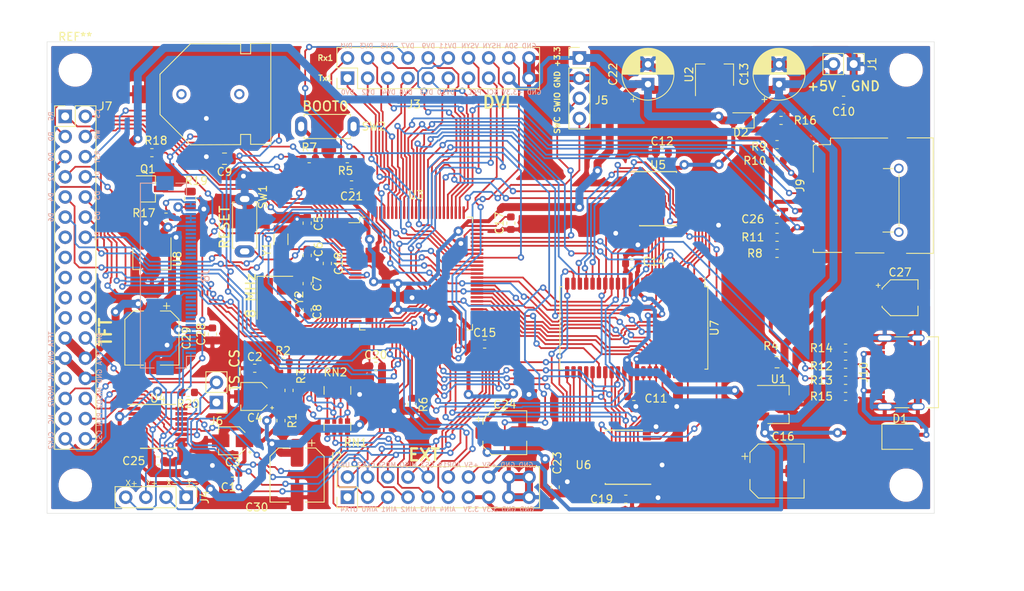
<source format=kicad_pcb>
(kicad_pcb (version 20171130) (host pcbnew 5.1.5-br-unknown-alt1.rc1)
  (layers (0 F.Cu signal) (31 B.Cu signal) (34 B.Paste user) (35 F.Paste user) (36 B.SilkS user) (37 F.SilkS user) (38 B.Mask user) (39 F.Mask user) (44 Edge.Cuts user))
  (net 0 "")
  (net 1 GND)
  (net 2 /VBAT)
  (net 3 "Net-(C1-Pad2)")
  (net 4 "Net-(C2-Pad2)")
  (net 5 "Net-(C5-Pad2)")
  (net 6 "Net-(C6-Pad1)")
  (net 7 "Net-(C7-Pad2)")
  (net 8 "Net-(C8-Pad1)")
  (net 9 /+5V)
  (net 10 /VDD_RAM)
  (net 11 /+3.3V)
  (net 12 "Net-(D1-Pad2)")
  (net 13 "Net-(D2-Pad1)")
  (net 14 /UTX4)
  (net 15 /URX4)
  (net 16 "Net-(J2-Pad3)")
  (net 17 /SPI2_CLK)
  (net 18 "Net-(J2-Pad5)")
  (net 19 /SPI2_MOSI)
  (net 20 "Net-(J2-Pad7)")
  (net 21 /SPI2_MISO)
  (net 22 "Net-(J2-Pad9)")
  (net 23 /SPI2_CS)
  (net 24 /AIN4)
  (net 25 /ADR19)
  (net 26 /DVI_SDA)
  (net 27 /DVI_HSYNC)
  (net 28 /DVI_SCL)
  (net 29 /DVI_VSYNC)
  (net 30 /DVI_PCLK)
  (net 31 /DVI_D11)
  (net 32 /DVI_D10)
  (net 33 /DVI_D9)
  (net 34 /DVI_D8)
  (net 35 /DVI_D7)
  (net 36 /DVI_D6)
  (net 37 /DVI_D5)
  (net 38 /DVI_D4)
  (net 39 /DVI_D3)
  (net 40 /DVI_D2)
  (net 41 /DVI_D1)
  (net 42 /DVI_D0)
  (net 43 /Y-)
  (net 44 /X-)
  (net 45 /Y+)
  (net 46 /X+)
  (net 47 /SWCK)
  (net 48 /SWIO)
  (net 49 /ADR21)
  (net 50 /LCD_CS)
  (net 51 /ADR22)
  (net 52 /LCD_WR)
  (net 53 /TFT_D0)
  (net 54 /ADR20)
  (net 55 /TFT_D2)
  (net 56 /TFT_D1)
  (net 57 /TFT_D4)
  (net 58 /TFT_D3)
  (net 59 /TFT_D6)
  (net 60 /TFT_D5)
  (net 61 "Net-(J7-Pad13)")
  (net 62 /TFT_D7)
  (net 63 "Net-(J7-Pad15)")
  (net 64 "Net-(J7-Pad16)")
  (net 65 "Net-(J7-Pad17)")
  (net 66 "Net-(J7-Pad18)")
  (net 67 "Net-(J7-Pad19)")
  (net 68 "Net-(J7-Pad20)")
  (net 69 "Net-(J7-Pad21)")
  (net 70 "Net-(J7-Pad22)")
  (net 71 /LCD_BKL)
  (net 72 "Net-(J7-Pad27)")
  (net 73 "Net-(J7-Pad31)")
  (net 74 /ADR23)
  (net 75 /FMARK)
  (net 76 "/CS(CS)")
  (net 77 "/RS(A0)")
  (net 78 "/WR(SCL)")
  (net 79 /RD)
  (net 80 /SPI_SDA)
  (net 81 /SPI_SDO)
  (net 82 /RESET)
  (net 83 /TFT_D8)
  (net 84 /TFT_D9)
  (net 85 /TFT_D10)
  (net 86 /TFT_D11)
  (net 87 /TFT_D12)
  (net 88 /TFT_D13)
  (net 89 /TFT_D14)
  (net 90 /TFT_D15)
  (net 91 /K1)
  (net 92 /IM0)
  (net 93 "Net-(J9-Pad9)")
  (net 94 "Net-(J9-Pad8)")
  (net 95 "Net-(J9-Pad1)")
  (net 96 /SPI3_SS)
  (net 97 /SPI3_MOSI)
  (net 98 /SPI3_CLK)
  (net 99 /SPI3_MISO)
  (net 100 "Net-(J10-PadA7)")
  (net 101 "Net-(J10-PadA6)")
  (net 102 "Net-(J10-PadB8)")
  (net 103 "Net-(J10-PadA5)")
  (net 104 "Net-(J10-PadA8)")
  (net 105 "Net-(J10-PadB6)")
  (net 106 "Net-(J10-PadB5)")
  (net 107 "Net-(R5-Pad1)")
  (net 108 /USB1_DP)
  (net 109 /USB1_DM)
  (net 110 /AIN3)
  (net 111 /AIN1)
  (net 112 /AIN2)
  (net 113 /AIN0)
  (net 114 /nRESET)
  (net 115 /D4)
  (net 116 /D5)
  (net 117 /D6)
  (net 118 /D7)
  (net 119 /D8)
  (net 120 /D9)
  (net 121 /D10)
  (net 122 /D11)
  (net 123 /D12)
  (net 124 /D13)
  (net 125 /D14)
  (net 126 /D15)
  (net 127 /ADR16)
  (net 128 /ADR17)
  (net 129 /ADR18)
  (net 130 /D0)
  (net 131 /D1)
  (net 132 "Net-(U3-Pad73)")
  (net 133 /D2)
  (net 134 /D3)
  (net 135 /FSMC_CLK)
  (net 136 /FSMC_nOE)
  (net 137 /FSMC_nWE)
  (net 138 /FSMC_nE1)
  (net 139 /nADV)
  (net 140 /FSMC_NBL0)
  (net 141 /FSMC_NBL1)
  (net 142 "Net-(U4-Pad13)")
  (net 143 "Net-(U5-Pad19)")
  (net 144 "Net-(U5-Pad18)")
  (net 145 "Net-(U5-Pad17)")
  (net 146 "Net-(U5-Pad16)")
  (net 147 "Net-(U5-Pad15)")
  (net 148 "Net-(U5-Pad14)")
  (net 149 "Net-(U5-Pad13)")
  (net 150 "Net-(U5-Pad12)")
  (net 151 "Net-(U5-Pad1)")
  (net 152 "Net-(U6-Pad1)")
  (net 153 "Net-(U6-Pad12)")
  (net 154 "Net-(U6-Pad13)")
  (net 155 "Net-(U6-Pad14)")
  (net 156 "Net-(U6-Pad15)")
  (net 157 "Net-(U6-Pad16)")
  (net 158 "Net-(U6-Pad17)")
  (net 159 "Net-(U6-Pad18)")
  (net 160 "Net-(U6-Pad19)")
  (net 161 "Net-(Q1-Pad1)")
  (net 162 /TFT_A)
  (net 163 "Net-(Q1-Pad3)")
  (net 164 "Net-(J6-Pad1)")
  (module Package_QFP:LQFP-100_14x14mm_P0.5mm (layer F.Cu) (at 82.042 59.69)
    (fp_text reference U3 (at 0 -9.906) (layer F.SilkS))
    (fp_text value CH32C307VCT6)
    (pad 1 smd roundrect (at -7.675 -6) (size 1.6 0.3) (layers F.Cu F.Paste F.Mask) (net 74 /ADR23))
    (pad 2 smd roundrect (at -7.675 -5.5) (size 1.6 0.3) (layers F.Cu F.Paste F.Mask) (net 25 /ADR19))
    (pad 3 smd roundrect (at -7.675 -5) (size 1.6 0.3) (layers F.Cu F.Paste F.Mask) (net 54 /ADR20))
    (pad 4 smd roundrect (at -7.675 -4.5) (size 1.6 0.3) (layers F.Cu F.Paste F.Mask) (net 49 /ADR21))
    (pad 5 smd roundrect (at -7.675 -4) (size 1.6 0.3) (layers F.Cu F.Paste F.Mask) (net 51 /ADR22))
    (pad 6 smd roundrect (at -7.675 -3.5) (size 1.6 0.3) (layers F.Cu F.Paste F.Mask) (net 2 /VBAT))
    (pad 7 smd roundrect (at -7.675 -3) (size 1.6 0.3) (layers F.Cu F.Paste F.Mask) (net 50 /LCD_CS))
    (pad 8 smd roundrect (at -7.675 -2.5) (size 1.6 0.3) (layers F.Cu F.Paste F.Mask) (net 5 "Net-(C5-Pad2)"))
    (pad 9 smd roundrect (at -7.675 -2) (size 1.6 0.3) (layers F.Cu F.Paste F.Mask) (net 6 "Net-(C6-Pad1)"))
    (pad 10 smd roundrect (at -7.675 -1.5) (size 1.6 0.3) (layers F.Cu F.Paste F.Mask) (net 1 GND))
    (pad 11 smd roundrect (at -7.675 -1) (size 1.6 0.3) (layers F.Cu F.Paste F.Mask) (net 11 /+3.3V))
    (pad 12 smd roundrect (at -7.675 -0.5) (size 1.6 0.3) (layers F.Cu F.Paste F.Mask) (net 7 "Net-(C7-Pad2)"))
    (pad 13 smd roundrect (at -7.675 0) (size 1.6 0.3) (layers F.Cu F.Paste F.Mask) (net 8 "Net-(C8-Pad1)"))
    (pad 14 smd roundrect (at -7.675 0.5) (size 1.6 0.3) (layers F.Cu F.Paste F.Mask) (net 114 /nRESET))
    (pad 15 smd roundrect (at -7.675 1) (size 1.6 0.3) (layers F.Cu F.Paste F.Mask) (net 53 /TFT_D0))
    (pad 16 smd roundrect (at -7.675 1.5) (size 1.6 0.3) (layers F.Cu F.Paste F.Mask) (net 56 /TFT_D1))
    (pad 17 smd roundrect (at -7.675 2) (size 1.6 0.3) (layers F.Cu F.Paste F.Mask) (net 55 /TFT_D2))
    (pad 18 smd roundrect (at -7.675 2.5) (size 1.6 0.3) (layers F.Cu F.Paste F.Mask) (net 58 /TFT_D3))
    (pad 19 smd roundrect (at -7.675 3) (size 1.6 0.3) (layers F.Cu F.Paste F.Mask) (net 1 GND))
    (pad 20 smd roundrect (at -7.675 3.5) (size 1.6 0.3) (layers F.Cu F.Paste F.Mask) (net 1 GND))
    (pad 21 smd roundrect (at -7.675 4) (size 1.6 0.3) (layers F.Cu F.Paste F.Mask) (net 4 "Net-(C2-Pad2)"))
    (pad 22 smd roundrect (at -7.675 4.5) (size 1.6 0.3) (layers F.Cu F.Paste F.Mask) (net 3 "Net-(C1-Pad2)"))
    (pad 23 smd roundrect (at -7.675 5) (size 1.6 0.3) (layers F.Cu F.Paste F.Mask) (net 113 /AIN0))
    (pad 24 smd roundrect (at -7.675 5.5) (size 1.6 0.3) (layers F.Cu F.Paste F.Mask) (net 111 /AIN1))
    (pad 25 smd roundrect (at -7.675 6) (size 1.6 0.3) (layers F.Cu F.Paste F.Mask) (net 112 /AIN2))
    (pad 26 smd roundrect (at -6 7.675) (size 0.3 1.6) (layers F.Cu F.Paste F.Mask) (net 110 /AIN3))
    (pad 27 smd roundrect (at -5.5 7.675) (size 0.3 1.6) (layers F.Cu F.Paste F.Mask) (net 1 GND))
    (pad 28 smd roundrect (at -5 7.675) (size 0.3 1.6) (layers F.Cu F.Paste F.Mask) (net 11 /+3.3V))
    (pad 29 smd roundrect (at -4.5 7.675) (size 0.3 1.6) (layers F.Cu F.Paste F.Mask) (net 27 /DVI_HSYNC))
    (pad 30 smd roundrect (at -4 7.675) (size 0.3 1.6) (layers F.Cu F.Paste F.Mask) (net 29 /DVI_VSYNC))
    (pad 31 smd roundrect (at -3.5 7.675) (size 0.3 1.6) (layers F.Cu F.Paste F.Mask) (net 30 /DVI_PCLK))
    (pad 32 smd roundrect (at -3 7.675) (size 0.3 1.6) (layers F.Cu F.Paste F.Mask) (net 24 /AIN4))
    (pad 33 smd roundrect (at -2.5 7.675) (size 0.3 1.6) (layers F.Cu F.Paste F.Mask) (net 57 /TFT_D4))
    (pad 34 smd roundrect (at -2 7.675) (size 0.3 1.6) (layers F.Cu F.Paste F.Mask) (net 60 /TFT_D5))
    (pad 35 smd roundrect (at -1.5 7.675) (size 0.3 1.6) (layers F.Cu F.Paste F.Mask) (net 14 /UTX4))
    (pad 36 smd roundrect (at -1 7.675) (size 0.3 1.6) (layers F.Cu F.Paste F.Mask) (net 15 /URX4))
    (pad 37 smd roundrect (at -0.5 7.675) (size 0.3 1.6) (layers F.Cu F.Paste F.Mask) (net 52 /LCD_WR))
    (pad 38 smd roundrect (at 0 7.675) (size 0.3 1.6) (layers F.Cu F.Paste F.Mask) (net 115 /D4))
    (pad 39 smd roundrect (at 0.5 7.675) (size 0.3 1.6) (layers F.Cu F.Paste F.Mask) (net 116 /D5))
    (pad 40 smd roundrect (at 1 7.675) (size 0.3 1.6) (layers F.Cu F.Paste F.Mask) (net 117 /D6))
    (pad 41 smd roundrect (at 1.5 7.675) (size 0.3 1.6) (layers F.Cu F.Paste F.Mask) (net 118 /D7))
    (pad 42 smd roundrect (at 2 7.675) (size 0.3 1.6) (layers F.Cu F.Paste F.Mask) (net 119 /D8))
    (pad 43 smd roundrect (at 2.5 7.675) (size 0.3 1.6) (layers F.Cu F.Paste F.Mask) (net 120 /D9))
    (pad 44 smd roundrect (at 3 7.675) (size 0.3 1.6) (layers F.Cu F.Paste F.Mask) (net 121 /D10))
    (pad 45 smd roundrect (at 3.5 7.675) (size 0.3 1.6) (layers F.Cu F.Paste F.Mask) (net 122 /D11))
    (pad 46 smd roundrect (at 4 7.675) (size 0.3 1.6) (layers F.Cu F.Paste F.Mask) (net 123 /D12))
    (pad 47 smd roundrect (at 4.5 7.675) (size 0.3 1.6) (layers F.Cu F.Paste F.Mask) (net 28 /DVI_SCL))
    (pad 48 smd roundrect (at 5 7.675) (size 0.3 1.6) (layers F.Cu F.Paste F.Mask) (net 26 /DVI_SDA))
    (pad 49 smd roundrect (at 5.5 7.675) (size 0.3 1.6) (layers F.Cu F.Paste F.Mask) (net 1 GND))
    (pad 50 smd roundrect (at 6 7.675) (size 0.3 1.6) (layers F.Cu F.Paste F.Mask) (net 11 /+3.3V))
    (pad 51 smd roundrect (at 7.675 6) (size 1.6 0.3) (layers F.Cu F.Paste F.Mask) (net 23 /SPI2_CS))
    (pad 52 smd roundrect (at 7.675 5.5) (size 1.6 0.3) (layers F.Cu F.Paste F.Mask) (net 17 /SPI2_CLK))
    (pad 53 smd roundrect (at 7.675 5) (size 1.6 0.3) (layers F.Cu F.Paste F.Mask) (net 21 /SPI2_MISO))
    (pad 54 smd roundrect (at 7.675 4.5) (size 1.6 0.3) (layers F.Cu F.Paste F.Mask) (net 19 /SPI2_MOSI))
    (pad 55 smd roundrect (at 7.675 4) (size 1.6 0.3) (layers F.Cu F.Paste F.Mask) (net 124 /D13))
    (pad 56 smd roundrect (at 7.675 3.5) (size 1.6 0.3) (layers F.Cu F.Paste F.Mask) (net 125 /D14))
    (pad 57 smd roundrect (at 7.675 3) (size 1.6 0.3) (layers F.Cu F.Paste F.Mask) (net 126 /D15))
    (pad 58 smd roundrect (at 7.675 2.5) (size 1.6 0.3) (layers F.Cu F.Paste F.Mask) (net 127 /ADR16))
    (pad 59 smd roundrect (at 7.675 2) (size 1.6 0.3) (layers F.Cu F.Paste F.Mask) (net 128 /ADR17))
    (pad 60 smd roundrect (at 7.675 1.5) (size 1.6 0.3) (layers F.Cu F.Paste F.Mask) (net 129 /ADR18))
    (pad 61 smd roundrect (at 7.675 1) (size 1.6 0.3) (layers F.Cu F.Paste F.Mask) (net 130 /D0))
    (pad 62 smd roundrect (at 7.675 0.5) (size 1.6 0.3) (layers F.Cu F.Paste F.Mask) (net 131 /D1))
    (pad 63 smd roundrect (at 7.675 0) (size 1.6 0.3) (layers F.Cu F.Paste F.Mask) (net 59 /TFT_D6))
    (pad 64 smd roundrect (at 7.675 -0.5) (size 1.6 0.3) (layers F.Cu F.Paste F.Mask) (net 62 /TFT_D7))
    (pad 65 smd roundrect (at 7.675 -1) (size 1.6 0.3) (layers F.Cu F.Paste F.Mask) (net 40 /DVI_D2))
    (pad 66 smd roundrect (at 7.675 -1.5) (size 1.6 0.3) (layers F.Cu F.Paste F.Mask) (net 39 /DVI_D3))
    (pad 67 smd roundrect (at 7.675 -2) (size 1.6 0.3) (layers F.Cu F.Paste F.Mask) (net 71 /LCD_BKL))
    (pad 68 smd roundrect (at 7.675 -2.5) (size 1.6 0.3) (layers F.Cu F.Paste F.Mask) (net 42 /DVI_D0))
    (pad 69 smd roundrect (at 7.675 -3) (size 1.6 0.3) (layers F.Cu F.Paste F.Mask) (net 41 /DVI_D1))
    (pad 70 smd roundrect (at 7.675 -3.5) (size 1.6 0.3) (layers F.Cu F.Paste F.Mask) (net 109 /USB1_DM))
    (pad 71 smd roundrect (at 7.675 -4) (size 1.6 0.3) (layers F.Cu F.Paste F.Mask) (net 108 /USB1_DP))
    (pad 72 smd roundrect (at 7.675 -4.5) (size 1.6 0.3) (layers F.Cu F.Paste F.Mask) (net 48 /SWIO))
    (pad 73 smd roundrect (at 7.675 -5) (size 1.6 0.3) (layers F.Cu F.Paste F.Mask) (net 132 "Net-(U3-Pad73)"))
    (pad 74 smd roundrect (at 7.675 -5.5) (size 1.6 0.3) (layers F.Cu F.Paste F.Mask) (net 1 GND))
    (pad 75 smd roundrect (at 7.675 -6) (size 1.6 0.3) (layers F.Cu F.Paste F.Mask) (net 11 /+3.3V))
    (pad 76 smd roundrect (at 6 -7.675) (size 0.3 1.6) (layers F.Cu F.Paste F.Mask) (net 47 /SWCK))
    (pad 77 smd roundrect (at 5.5 -7.675) (size 0.3 1.6) (layers F.Cu F.Paste F.Mask) (net 96 /SPI3_SS))
    (pad 78 smd roundrect (at 5 -7.675) (size 0.3 1.6) (layers F.Cu F.Paste F.Mask) (net 34 /DVI_D8))
    (pad 79 smd roundrect (at 4.5 -7.675) (size 0.3 1.6) (layers F.Cu F.Paste F.Mask) (net 38 /DVI_D4))
    (pad 80 smd roundrect (at 4 -7.675) (size 0.3 1.6) (layers F.Cu F.Paste F.Mask) (net 33 /DVI_D9))
    (pad 81 smd roundrect (at 3.5 -7.675) (size 0.3 1.6) (layers F.Cu F.Paste F.Mask) (net 133 /D2))
    (pad 82 smd roundrect (at 3 -7.675) (size 0.3 1.6) (layers F.Cu F.Paste F.Mask) (net 134 /D3))
    (pad 83 smd roundrect (at 2.5 -7.675) (size 0.3 1.6) (layers F.Cu F.Paste F.Mask) (net 31 /DVI_D11))
    (pad 84 smd roundrect (at 2 -7.675) (size 0.3 1.6) (layers F.Cu F.Paste F.Mask) (net 135 /FSMC_CLK))
    (pad 85 smd roundrect (at 1.5 -7.675) (size 0.3 1.6) (layers F.Cu F.Paste F.Mask) (net 136 /FSMC_nOE))
    (pad 86 smd roundrect (at 1 -7.675) (size 0.3 1.6) (layers F.Cu F.Paste F.Mask) (net 137 /FSMC_nWE))
    (pad 87 smd roundrect (at 0.5 -7.675) (size 0.3 1.6) (layers F.Cu F.Paste F.Mask) (net 32 /DVI_D10))
    (pad 88 smd roundrect (at 0 -7.675) (size 0.3 1.6) (layers F.Cu F.Paste F.Mask) (net 138 /FSMC_nE1))
    (pad 89 smd roundrect (at -0.5 -7.675) (size 0.3 1.6) (layers F.Cu F.Paste F.Mask) (net 98 /SPI3_CLK))
    (pad 90 smd roundrect (at -1 -7.675) (size 0.3 1.6) (layers F.Cu F.Paste F.Mask) (net 99 /SPI3_MISO))
    (pad 91 smd roundrect (at -1.5 -7.675) (size 0.3 1.6) (layers F.Cu F.Paste F.Mask) (net 97 /SPI3_MOSI))
    (pad 92 smd roundrect (at -2 -7.675) (size 0.3 1.6) (layers F.Cu F.Paste F.Mask) (net 37 /DVI_D5))
    (pad 93 smd roundrect (at -2.5 -7.675) (size 0.3 1.6) (layers F.Cu F.Paste F.Mask) (net 139 /nADV))
    (pad 94 smd roundrect (at -3 -7.675) (size 0.3 1.6) (layers F.Cu F.Paste F.Mask) (net 107 "Net-(R5-Pad1)"))
    (pad 95 smd roundrect (at -3.5 -7.675) (size 0.3 1.6) (layers F.Cu F.Paste F.Mask) (net 36 /DVI_D6))
    (pad 96 smd roundrect (at -4 -7.675) (size 0.3 1.6) (layers F.Cu F.Paste F.Mask) (net 35 /DVI_D7))
    (pad 97 smd roundrect (at -4.5 -7.675) (size 0.3 1.6) (layers F.Cu F.Paste F.Mask) (net 140 /FSMC_NBL0))
    (pad 98 smd roundrect (at -5 -7.675) (size 0.3 1.6) (layers F.Cu F.Paste F.Mask) (net 141 /FSMC_NBL1))
    (pad 99 smd roundrect (at -5.5 -7.675) (size 0.3 1.6) (layers F.Cu F.Paste F.Mask) (net 1 GND))
    (pad 100 smd roundrect (at -6 -7.675) (size 0.3 1.6) (layers F.Cu F.Paste F.Mask) (net 11 /+3.3V))
  )
  (module Package_SO:TSOP-II-44_10.16x18.41mm_P0.8mm (layer F.Cu) (at 109.474 66.548 270)
    (fp_text reference U7 (at 0 -10.16 90) (layer F.SilkS))
    (fp_text value CY7C1051DV33)
    (pad 1 smd roundrect (at -5.5875 -8.4 270) (size 1.525 0.55) (layers F.Cu F.Paste F.Mask) (net 143 "Net-(U5-Pad19)"))
    (pad 2 smd roundrect (at -5.5875 -7.6 270) (size 1.525 0.55) (layers F.Cu F.Paste F.Mask) (net 144 "Net-(U5-Pad18)"))
    (pad 3 smd roundrect (at -5.5875 -6.8 270) (size 1.525 0.55) (layers F.Cu F.Paste F.Mask) (net 145 "Net-(U5-Pad17)"))
    (pad 4 smd roundrect (at -5.5875 -6 270) (size 1.525 0.55) (layers F.Cu F.Paste F.Mask) (net 146 "Net-(U5-Pad16)"))
    (pad 5 smd roundrect (at -5.5875 -5.2 270) (size 1.525 0.55) (layers F.Cu F.Paste F.Mask) (net 147 "Net-(U5-Pad15)"))
    (pad 6 smd roundrect (at -5.5875 -4.4 270) (size 1.525 0.55) (layers F.Cu F.Paste F.Mask) (net 138 /FSMC_nE1))
    (pad 7 smd roundrect (at -5.5875 -3.6 270) (size 1.525 0.55) (layers F.Cu F.Paste F.Mask) (net 130 /D0))
    (pad 8 smd roundrect (at -5.5875 -2.8 270) (size 1.525 0.55) (layers F.Cu F.Paste F.Mask) (net 131 /D1))
    (pad 9 smd roundrect (at -5.5875 -2 270) (size 1.525 0.55) (layers F.Cu F.Paste F.Mask) (net 133 /D2))
    (pad 10 smd roundrect (at -5.5875 -1.2 270) (size 1.525 0.55) (layers F.Cu F.Paste F.Mask) (net 134 /D3))
    (pad 11 smd roundrect (at -5.5875 -0.4 270) (size 1.525 0.55) (layers F.Cu F.Paste F.Mask) (net 10 /VDD_RAM))
    (pad 12 smd roundrect (at -5.5875 0.4 270) (size 1.525 0.55) (layers F.Cu F.Paste F.Mask) (net 1 GND))
    (pad 13 smd roundrect (at -5.5875 1.2 270) (size 1.525 0.55) (layers F.Cu F.Paste F.Mask) (net 115 /D4))
    (pad 14 smd roundrect (at -5.5875 2 270) (size 1.525 0.55) (layers F.Cu F.Paste F.Mask) (net 116 /D5))
    (pad 15 smd roundrect (at -5.5875 2.8 270) (size 1.525 0.55) (layers F.Cu F.Paste F.Mask) (net 117 /D6))
    (pad 16 smd roundrect (at -5.5875 3.6 270) (size 1.525 0.55) (layers F.Cu F.Paste F.Mask) (net 118 /D7))
    (pad 17 smd roundrect (at -5.5875 4.4 270) (size 1.525 0.55) (layers F.Cu F.Paste F.Mask) (net 137 /FSMC_nWE))
    (pad 18 smd roundrect (at -5.5875 5.2 270) (size 1.525 0.55) (layers F.Cu F.Paste F.Mask) (net 148 "Net-(U5-Pad14)"))
    (pad 19 smd roundrect (at -5.5875 6 270) (size 1.525 0.55) (layers F.Cu F.Paste F.Mask) (net 149 "Net-(U5-Pad13)"))
    (pad 20 smd roundrect (at -5.5875 6.8 270) (size 1.525 0.55) (layers F.Cu F.Paste F.Mask) (net 150 "Net-(U5-Pad12)"))
    (pad 21 smd roundrect (at -5.5875 7.6 270) (size 1.525 0.55) (layers F.Cu F.Paste F.Mask) (net 160 "Net-(U6-Pad19)"))
    (pad 22 smd roundrect (at -5.5875 8.4 270) (size 1.525 0.55) (layers F.Cu F.Paste F.Mask) (net 159 "Net-(U6-Pad18)"))
    (pad 23 smd roundrect (at 5.5875 8.4 270) (size 1.525 0.55) (layers F.Cu F.Paste F.Mask) (net 158 "Net-(U6-Pad17)"))
    (pad 24 smd roundrect (at 5.5875 7.6 270) (size 1.525 0.55) (layers F.Cu F.Paste F.Mask) (net 157 "Net-(U6-Pad16)"))
    (pad 25 smd roundrect (at 5.5875 6.8 270) (size 1.525 0.55) (layers F.Cu F.Paste F.Mask) (net 156 "Net-(U6-Pad15)"))
    (pad 26 smd roundrect (at 5.5875 6 270) (size 1.525 0.55) (layers F.Cu F.Paste F.Mask) (net 155 "Net-(U6-Pad14)"))
    (pad 27 smd roundrect (at 5.5875 5.2 270) (size 1.525 0.55) (layers F.Cu F.Paste F.Mask) (net 154 "Net-(U6-Pad13)"))
    (pad 28 smd roundrect (at 5.5875 4.4 270) (size 1.525 0.55) (layers F.Cu F.Paste F.Mask) (net 129 /ADR18))
    (pad 29 smd roundrect (at 5.5875 3.6 270) (size 1.525 0.55) (layers F.Cu F.Paste F.Mask) (net 119 /D8))
    (pad 30 smd roundrect (at 5.5875 2.8 270) (size 1.525 0.55) (layers F.Cu F.Paste F.Mask) (net 120 /D9))
    (pad 31 smd roundrect (at 5.5875 2 270) (size 1.525 0.55) (layers F.Cu F.Paste F.Mask) (net 121 /D10))
    (pad 32 smd roundrect (at 5.5875 1.2 270) (size 1.525 0.55) (layers F.Cu F.Paste F.Mask) (net 122 /D11))
    (pad 33 smd roundrect (at 5.5875 0.4 270) (size 1.525 0.55) (layers F.Cu F.Paste F.Mask) (net 10 /VDD_RAM))
    (pad 34 smd roundrect (at 5.5875 -0.4 270) (size 1.525 0.55) (layers F.Cu F.Paste F.Mask) (net 1 GND))
    (pad 35 smd roundrect (at 5.5875 -1.2 270) (size 1.525 0.55) (layers F.Cu F.Paste F.Mask) (net 123 /D12))
    (pad 36 smd roundrect (at 5.5875 -2 270) (size 1.525 0.55) (layers F.Cu F.Paste F.Mask) (net 124 /D13))
    (pad 37 smd roundrect (at 5.5875 -2.8 270) (size 1.525 0.55) (layers F.Cu F.Paste F.Mask) (net 125 /D14))
    (pad 38 smd roundrect (at 5.5875 -3.6 270) (size 1.525 0.55) (layers F.Cu F.Paste F.Mask) (net 126 /D15))
    (pad 39 smd roundrect (at 5.5875 -4.4 270) (size 1.525 0.55) (layers F.Cu F.Paste F.Mask) (net 140 /FSMC_NBL0))
    (pad 40 smd roundrect (at 5.5875 -5.2 270) (size 1.525 0.55) (layers F.Cu F.Paste F.Mask) (net 141 /FSMC_NBL1))
    (pad 41 smd roundrect (at 5.5875 -6 270) (size 1.525 0.55) (layers F.Cu F.Paste F.Mask) (net 136 /FSMC_nOE))
    (pad 42 smd roundrect (at 5.5875 -6.8 270) (size 1.525 0.55) (layers F.Cu F.Paste F.Mask) (net 153 "Net-(U6-Pad12)"))
    (pad 43 smd roundrect (at 5.5875 -7.6 270) (size 1.525 0.55) (layers F.Cu F.Paste F.Mask) (net 127 /ADR16))
    (pad 44 smd roundrect (at 5.5875 -8.4 270) (size 1.525 0.55) (layers F.Cu F.Paste F.Mask) (net 128 /ADR17))
  )
  (module Package_SO:TSSOP-16_4.4x5mm_P0.65mm (layer F.Cu) (at 49.53 78.994)
    (fp_text reference U4 (at 0 -3.55) (layer F.SilkS))
    (fp_text value XPT2046TS)
    (pad 1 smd rect (at -2.95 -2.275) (size 1.5 0.45) (layers F.Cu F.Paste F.Mask) (net 11 /+3.3V))
    (pad 2 smd rect (at -2.95 -1.625) (size 1.5 0.45) (layers F.Cu F.Paste F.Mask) (net 46 /X+))
    (pad 3 smd rect (at -2.95 -0.975) (size 1.5 0.45) (layers F.Cu F.Paste F.Mask) (net 45 /Y+))
    (pad 4 smd rect (at -2.95 -0.325) (size 1.5 0.45) (layers F.Cu F.Paste F.Mask) (net 44 /X-))
    (pad 5 smd rect (at -2.95 0.325) (size 1.5 0.45) (layers F.Cu F.Paste F.Mask) (net 43 /Y-))
    (pad 6 smd rect (at -2.95 0.975) (size 1.5 0.45) (layers F.Cu F.Paste F.Mask) (net 1 GND))
    (pad 7 smd rect (at -2.95 1.625) (size 1.5 0.45) (layers F.Cu F.Paste F.Mask) (net 1 GND))
    (pad 8 smd rect (at -2.95 2.275) (size 1.5 0.45) (layers F.Cu F.Paste F.Mask) (net 1 GND))
    (pad 9 smd rect (at 2.95 2.275) (size 1.5 0.45) (layers F.Cu F.Paste F.Mask) (net 11 /+3.3V))
    (pad 10 smd rect (at 2.95 1.625) (size 1.5 0.45) (layers F.Cu F.Paste F.Mask) (net 11 /+3.3V))
    (pad 11 smd rect (at 2.95 0.975) (size 1.5 0.45) (layers F.Cu F.Paste F.Mask) (net 74 /ADR23))
    (pad 12 smd rect (at 2.95 0.325) (size 1.5 0.45) (layers F.Cu F.Paste F.Mask) (net 21 /SPI2_MISO))
    (pad 13 smd rect (at 2.95 -0.325) (size 1.5 0.45) (layers F.Cu F.Paste F.Mask) (net 142 "Net-(U4-Pad13)"))
    (pad 14 smd rect (at 2.95 -0.975) (size 1.5 0.45) (layers F.Cu F.Paste F.Mask) (net 19 /SPI2_MOSI))
    (pad 15 smd rect (at 2.95 -1.625) (size 1.5 0.45) (layers F.Cu F.Paste F.Mask) (net 164 "Net-(J6-Pad1)"))
    (pad 16 smd rect (at 2.95 -2.275) (size 1.5 0.45) (layers F.Cu F.Paste F.Mask) (net 17 /SPI2_CLK))
  )
  (module Resistor_SMD:R_0603_1608Metric (layer F.Cu) (at 65.278 70.866)
    (fp_text reference R2 (at 0 -1.43) (layer F.SilkS))
    (fp_text value 1k)
    (pad 2 smd roundrect (at 0.7875 0) (size 0.875 0.95) (layers F.Cu F.Paste F.Mask) (net 4 "Net-(C2-Pad2)"))
    (pad 1 smd roundrect (at -0.7875 0) (size 0.875 0.95) (layers F.Cu F.Paste F.Mask) (net 1 GND))
  )
  (module Resistor_SMD:R_0603_1608Metric (layer F.Cu) (at 61.722 71.628)
    (fp_text reference C2 (at 0 -1.43) (layer F.SilkS))
    (fp_text value 0.1)
    (pad 2 smd roundrect (at 0.7875 0) (size 0.875 0.95) (layers F.Cu F.Paste F.Mask) (net 4 "Net-(C2-Pad2)"))
    (pad 1 smd roundrect (at -0.7875 0) (size 0.875 0.95) (layers F.Cu F.Paste F.Mask) (net 1 GND))
  )
  (module Connector_PinHeader_2.54mm:PinHeader_1x02_P2.54mm_Vertical (layer F.Cu) (at 56.896 75.946 180)
    (fp_text reference J6 (at 0 -2.33) (layer F.SilkS))
    (fp_text value Conn_01x02)
    (pad 1 thru_hole rect (at 0 0 180) (size 1.7 1.7) (drill 1) (layers *.Cu *.Mask) (net 164 "Net-(J6-Pad1)"))
    (pad 2 thru_hole oval (at 0 2.54 180) (size 1.7 1.7) (drill 1) (layers *.Cu *.Mask) (net 23 /SPI2_CS))
  )
  (module Capacitor_SMD:C_0603_1608Metric (layer F.Cu) (at 68.326 64.262 90)
    (fp_text reference C8 (at -0.254 1.27 90) (layer F.SilkS))
    (fp_text value 22p)
    (pad 2 smd roundrect (at 0.7875 0 90) (size 0.875 0.95) (layers F.Cu F.Paste F.Mask) (net 1 GND))
    (pad 1 smd roundrect (at -0.7875 0 90) (size 0.875 0.95) (layers F.Cu F.Paste F.Mask) (net 8 "Net-(C8-Pad1)"))
  )
  (module Resistor_SMD:R_Array_Convex_4x0612 (layer F.Cu) (at 72.136 78.994 270)
    (fp_text reference RN1 (at 2.032 -2.286 180) (layer F.SilkS))
    (fp_text value 470)
    (pad 5 smd rect (at 0.7 1.27 270) (size 0.7 0.64) (layers F.Cu F.Paste F.Mask) (net 22 "Net-(J2-Pad9)"))
    (pad 6 smd rect (at 0.7 0.4 270) (size 0.7 0.5) (layers F.Cu F.Paste F.Mask) (net 20 "Net-(J2-Pad7)"))
    (pad 8 smd rect (at 0.7 -1.27 270) (size 0.7 0.64) (layers F.Cu F.Paste F.Mask) (net 16 "Net-(J2-Pad3)"))
    (pad 7 smd rect (at 0.7 -0.4 270) (size 0.7 0.5) (layers F.Cu F.Paste F.Mask) (net 18 "Net-(J2-Pad5)"))
    (pad 4 smd rect (at -0.7 1.27 270) (size 0.7 0.64) (layers F.Cu F.Paste F.Mask) (net 110 /AIN3))
    (pad 2 smd rect (at -0.7 -0.4 270) (size 0.7 0.5) (layers F.Cu F.Paste F.Mask) (net 111 /AIN1))
    (pad 3 smd rect (at -0.7 0.4 270) (size 0.7 0.5) (layers F.Cu F.Paste F.Mask) (net 112 /AIN2))
    (pad 1 smd rect (at -0.7 -1.27 270) (size 0.7 0.64) (layers F.Cu F.Paste F.Mask) (net 113 /AIN0))
  )
  (module MountingHole:MountingHole_3.2mm_M3 (layer F.Cu) (at 39.116 86.36)
    (fp_text reference REF** hide)
    (fp_text value MountingHole_3.2mm_M3)
    (pad 1 np_thru_hole circle (at 0 0) (size 3.2 3.2) (drill 3.2) (layers *.Cu *.Mask))
  )
  (module MountingHole:MountingHole_3.2mm_M3 (layer F.Cu) (at 39.116 34.036)
    (fp_text reference REF** (at 0 -4.2) (layer F.SilkS))
    (fp_text value MountingHole_3.2mm_M3)
    (pad 1 np_thru_hole circle (at 0 0) (size 3.2 3.2) (drill 3.2) (layers *.Cu *.Mask))
  )
  (module MountingHole:MountingHole_3.2mm_M3 (layer F.Cu) (at 143.764 34.036)
    (fp_text reference REF** hide)
    (fp_text value MountingHole_3.2mm_M3)
    (pad 1 np_thru_hole circle (at 0 0) (size 3.2 3.2) (drill 3.2) (layers *.Cu *.Mask))
  )
  (module MountingHole:MountingHole_3.2mm_M3 (layer F.Cu) (at 143.764 86.36)
    (fp_text reference REF** hide)
    (fp_text value MountingHole_3.2mm_M3)
    (pad 1 np_thru_hole circle (at 0 0) (size 3.2 3.2) (drill 3.2) (layers *.Cu *.Mask))
  )
  (module my_battary:Battery_CR1225_SMD (layer F.Cu) (at 56.134 37.084 90)
    (fp_text reference BT1 hide)
    (fp_text value 3.0V)
    (pad 2 smd rect (at 0 -8.1026 90) (size 2.25 3.5) (layers F.Cu F.Paste F.Mask) (net 1 GND))
    (pad 1 smd rect (at 0.0762 8.0645 90) (size 2.25 3.5) (layers F.Cu F.Paste F.Mask) (net 2 /VBAT))
    (pad 3 thru_hole circle (at 0 -3.6449 90) (size 1.3 1.3) (drill 0.8) (layers *.Cu *.Mask))
    (pad 4 thru_hole circle (at 0.0127 3.6449 90) (size 1.3 1.3) (drill 0.8) (layers *.Cu *.Mask))
  )
  (module Resistor_SMD:R_0603_1608Metric (layer F.Cu) (at 58.928 84.836)
    (fp_text reference C1 (at -0.508 1.778) (layer F.SilkS))
    (fp_text value 0.1)
    (pad 2 smd roundrect (at 0.7875 0) (size 0.875 0.95) (layers F.Cu F.Paste F.Mask) (net 3 "Net-(C1-Pad2)"))
    (pad 1 smd roundrect (at -0.7875 0) (size 0.875 0.95) (layers F.Cu F.Paste F.Mask) (net 1 GND))
  )
  (module Capacitor_SMD:CP_Elec_3x5.3 (layer F.Cu) (at 58.928 80.772 180)
    (fp_text reference C3 (at 0 -2.7) (layer F.SilkS))
    (fp_text value 47.0uf)
    (pad 1 smd rect (at -1.5 0 180) (size 2.2 1.6) (layers F.Cu F.Paste F.Mask) (net 3 "Net-(C1-Pad2)"))
    (pad 2 smd rect (at 1.5 0 180) (size 2.2 1.6) (layers F.Cu F.Paste F.Mask) (net 1 GND))
  )
  (module Capacitor_SMD:CP_Elec_3x5.3 (layer F.Cu) (at 61.722 75.184 180)
    (fp_text reference C4 (at 0 -2.7) (layer F.SilkS))
    (fp_text value 47.0uf)
    (pad 2 smd rect (at 1.5 0 180) (size 2.2 1.6) (layers F.Cu F.Paste F.Mask) (net 1 GND))
    (pad 1 smd rect (at -1.5 0 180) (size 2.2 1.6) (layers F.Cu F.Paste F.Mask) (net 4 "Net-(C2-Pad2)"))
  )
  (module Capacitor_SMD:C_0603_1608Metric (layer F.Cu) (at 68.326 53.34 270)
    (fp_text reference C5 (at 0 -1.43 90) (layer F.SilkS))
    (fp_text value 12p)
    (pad 2 smd roundrect (at 0.7875 0 270) (size 0.875 0.95) (layers F.Cu F.Paste F.Mask) (net 5 "Net-(C5-Pad2)"))
    (pad 1 smd roundrect (at -0.7875 0 270) (size 0.875 0.95) (layers F.Cu F.Paste F.Mask) (net 1 GND))
  )
  (module Capacitor_SMD:C_0603_1608Metric (layer F.Cu) (at 68.326 57.404 270)
    (fp_text reference C6 (at -0.762 -1.43 90) (layer F.SilkS))
    (fp_text value 12p)
    (pad 1 smd roundrect (at -0.7875 0 270) (size 0.875 0.95) (layers F.Cu F.Paste F.Mask) (net 6 "Net-(C6-Pad1)"))
    (pad 2 smd roundrect (at 0.7875 0 270) (size 0.875 0.95) (layers F.Cu F.Paste F.Mask) (net 1 GND))
  )
  (module Capacitor_SMD:C_0603_1608Metric (layer F.Cu) (at 68.326 60.96 90)
    (fp_text reference C7 (at 0 1.27 90) (layer F.SilkS))
    (fp_text value 22p)
    (pad 1 smd roundrect (at -0.7875 0 90) (size 0.875 0.95) (layers F.Cu F.Paste F.Mask) (net 1 GND))
    (pad 2 smd roundrect (at 0.7875 0 90) (size 0.875 0.95) (layers F.Cu F.Paste F.Mask) (net 7 "Net-(C7-Pad2)"))
  )
  (module Capacitor_SMD:C_0805_2012Metric (layer F.Cu) (at 57.912 45.212 180)
    (fp_text reference C9 (at 0 -1.65) (layer F.SilkS))
    (fp_text value 1uf)
    (pad 1 smd roundrect (at -0.9375 0 180) (size 0.975 1.4) (layers F.Cu F.Paste F.Mask) (net 2 /VBAT))
    (pad 2 smd roundrect (at 0.9375 0 180) (size 0.975 1.4) (layers F.Cu F.Paste F.Mask) (net 1 GND))
  )
  (module Capacitor_SMD:C_0603_1608Metric (layer F.Cu) (at 135.89 37.846 180)
    (fp_text reference C10 (at 0 -1.43) (layer F.SilkS))
    (fp_text value 0.1)
    (pad 2 smd roundrect (at 0.7875 0 180) (size 0.875 0.95) (layers F.Cu F.Paste F.Mask) (net 9 /+5V))
    (pad 1 smd roundrect (at -0.7875 0 180) (size 0.875 0.95) (layers F.Cu F.Paste F.Mask) (net 1 GND))
  )
  (module Capacitor_SMD:C_0603_1608Metric (layer F.Cu) (at 109.474 75.184 180)
    (fp_text reference C11 (at -2.794 -0.254) (layer F.SilkS))
    (fp_text value 0.1)
    (pad 1 smd roundrect (at -0.7875 0 180) (size 0.875 0.95) (layers F.Cu F.Paste F.Mask) (net 1 GND))
    (pad 2 smd roundrect (at 0.7875 0 180) (size 0.875 0.95) (layers F.Cu F.Paste F.Mask) (net 10 /VDD_RAM))
  )
  (module Capacitor_SMD:C_0603_1608Metric (layer F.Cu) (at 113.03 44.45)
    (fp_text reference C12 (at 0 -1.43) (layer F.SilkS))
    (fp_text value 0.1)
    (pad 2 smd roundrect (at 0.7875 0) (size 0.875 0.95) (layers F.Cu F.Paste F.Mask) (net 11 /+3.3V))
    (pad 1 smd roundrect (at -0.7875 0) (size 0.875 0.95) (layers F.Cu F.Paste F.Mask) (net 1 GND))
  )
  (module Capacitor_SMD:C_0603_1608Metric (layer F.Cu) (at 109.22 58.42)
    (fp_text reference C14 (at 2.794 -0.254) (layer F.SilkS))
    (fp_text value 0.1)
    (pad 1 smd roundrect (at -0.7875 0) (size 0.875 0.95) (layers F.Cu F.Paste F.Mask) (net 1 GND))
    (pad 2 smd roundrect (at 0.7875 0) (size 0.875 0.95) (layers F.Cu F.Paste F.Mask) (net 10 /VDD_RAM))
  )
  (module Capacitor_SMD:C_0603_1608Metric (layer F.Cu) (at 90.678 68.58)
    (fp_text reference C15 (at 0 -1.43) (layer F.SilkS))
    (fp_text value 0.1)
    (pad 1 smd roundrect (at -0.7875 0) (size 0.875 0.95) (layers F.Cu F.Paste F.Mask) (net 1 GND))
    (pad 2 smd roundrect (at 0.7875 0) (size 0.875 0.95) (layers F.Cu F.Paste F.Mask) (net 11 /+3.3V))
  )
  (module Capacitor_SMD:C_0603_1608Metric (layer F.Cu) (at 93.98 53.34 90)
    (fp_text reference C17 (at 0 -1.43 90) (layer F.SilkS))
    (fp_text value 0.1)
    (pad 2 smd roundrect (at 0.7875 0 90) (size 0.875 0.95) (layers F.Cu F.Paste F.Mask) (net 11 /+3.3V))
    (pad 1 smd roundrect (at -0.7875 0 90) (size 0.875 0.95) (layers F.Cu F.Paste F.Mask) (net 1 GND))
  )
  (module Capacitor_SMD:C_0603_1608Metric (layer F.Cu) (at 70.866 58.42 270)
    (fp_text reference C18 (at 0 -1.43 90) (layer F.SilkS))
    (fp_text value 0.1)
    (pad 1 smd roundrect (at -0.7875 0 270) (size 0.875 0.95) (layers F.Cu F.Paste F.Mask) (net 1 GND))
    (pad 2 smd roundrect (at 0.7875 0 270) (size 0.875 0.95) (layers F.Cu F.Paste F.Mask) (net 11 /+3.3V))
  )
  (module Capacitor_SMD:C_0603_1608Metric (layer F.Cu) (at 108.458 88.138 180)
    (fp_text reference C19 (at 3.048 0) (layer F.SilkS))
    (fp_text value 0.1)
    (pad 2 smd roundrect (at 0.7875 0 180) (size 0.875 0.95) (layers F.Cu F.Paste F.Mask) (net 11 /+3.3V))
    (pad 1 smd roundrect (at -0.7875 0 180) (size 0.875 0.95) (layers F.Cu F.Paste F.Mask) (net 1 GND))
  )
  (module Capacitor_SMD:C_0603_1608Metric (layer F.Cu) (at 76.962 71.374)
    (fp_text reference C20 (at 0 -1.43) (layer F.SilkS))
    (fp_text value 0.1)
    (pad 1 smd roundrect (at -0.7875 0) (size 0.875 0.95) (layers F.Cu F.Paste F.Mask) (net 1 GND))
    (pad 2 smd roundrect (at 0.7875 0) (size 0.875 0.95) (layers F.Cu F.Paste F.Mask) (net 11 /+3.3V))
  )
  (module Capacitor_SMD:C_0603_1608Metric (layer F.Cu) (at 73.914 48.514 180)
    (fp_text reference C21 (at 0 -1.43) (layer F.SilkS))
    (fp_text value 0.1)
    (pad 1 smd roundrect (at -0.7875 0 180) (size 0.875 0.95) (layers F.Cu F.Paste F.Mask) (net 1 GND))
    (pad 2 smd roundrect (at 0.7875 0 180) (size 0.875 0.95) (layers F.Cu F.Paste F.Mask) (net 11 /+3.3V))
  )
  (module Capacitor_THT:CP_Radial_D6.3mm_P2.50mm (layer F.Cu) (at 111.252 35.814 90)
    (fp_text reference C22 (at 1.25 -4.4 90) (layer F.SilkS))
    (fp_text value 470.0uf)
    (pad 2 thru_hole circle (at 2.5 0 90) (size 1.6 1.6) (drill 0.8) (layers *.Cu *.Mask) (net 1 GND))
    (pad 1 thru_hole rect (at 0 0 90) (size 1.6 1.6) (drill 0.8) (layers *.Cu *.Mask) (net 11 /+3.3V))
  )
  (module Capacitor_SMD:C_0603_1608Metric (layer F.Cu) (at 99.568 86.614 270)
    (fp_text reference C23 (at -3.048 -0.254 90) (layer F.SilkS))
    (fp_text value 0.1)
    (pad 2 smd roundrect (at 0.7875 0 270) (size 0.875 0.95) (layers F.Cu F.Paste F.Mask) (net 11 /+3.3V))
    (pad 1 smd roundrect (at -0.7875 0 270) (size 0.875 0.95) (layers F.Cu F.Paste F.Mask) (net 1 GND))
  )
  (module Capacitor_SMD:C_0603_1608Metric (layer F.Cu) (at 49.53 83.312)
    (fp_text reference C25 (at -3.048 0) (layer F.SilkS))
    (fp_text value 0.1)
    (pad 2 smd roundrect (at 0.7875 0) (size 0.875 0.95) (layers F.Cu F.Paste F.Mask) (net 11 /+3.3V))
    (pad 1 smd roundrect (at -0.7875 0) (size 0.875 0.95) (layers F.Cu F.Paste F.Mask) (net 1 GND))
  )
  (module Capacitor_SMD:C_0603_1608Metric (layer F.Cu) (at 127.4825 52.832 180)
    (fp_text reference C26 (at 3.0225 0) (layer F.SilkS))
    (fp_text value 0.1)
    (pad 1 smd roundrect (at -0.7875 0 180) (size 0.875 0.95) (layers F.Cu F.Paste F.Mask) (net 1 GND))
    (pad 2 smd roundrect (at 0.7875 0 180) (size 0.875 0.95) (layers F.Cu F.Paste F.Mask) (net 11 /+3.3V))
  )
  (module Diode_SMD:D_1210_3225Metric (layer F.Cu) (at 143.002 80.264)
    (fp_text reference D1 (at 0 -2.28) (layer F.SilkS))
    (fp_text value D_Schottky)
    (pad 1 smd roundrect (at -1.4 0) (size 1.25 2.65) (layers F.Cu F.Paste F.Mask) (roundrect_rratio 0.2) (net 9 /+5V))
    (pad 2 smd roundrect (at 1.4 0) (size 1.25 2.65) (layers F.Cu F.Paste F.Mask) (roundrect_rratio 0.2) (net 12 "Net-(D1-Pad2)"))
  )
  (module LED_SMD:LED_0805_2012Metric (layer F.Cu) (at 122.936 40.386 180)
    (fp_text reference D2 (at 0 -1.524) (layer F.SilkS))
    (fp_text value LED)
    (pad 1 smd roundrect (at -0.9375 0 180) (size 0.975 1.4) (layers F.Cu F.Paste F.Mask) (net 13 "Net-(D2-Pad1)"))
    (pad 2 smd roundrect (at 0.9375 0 180) (size 0.975 1.4) (layers F.Cu F.Paste F.Mask) (net 11 /+3.3V))
  )
  (module Connector_PinHeader_2.54mm:PinHeader_1x02_P2.54mm_Vertical (layer F.Cu) (at 137.16 33.274 270)
    (fp_text reference J1 (at 0 -2.33 90) (layer F.SilkS))
    (fp_text value Conn_01x02)
    (pad 1 thru_hole rect (at 0 0 270) (size 1.7 1.7) (drill 1) (layers *.Cu *.Mask) (net 1 GND))
    (pad 2 thru_hole oval (at 0 2.54 270) (size 1.7 1.7) (drill 1) (layers *.Cu *.Mask) (net 9 /+5V))
  )
  (module Connector_PinHeader_2.54mm:PinHeader_2x10_P2.54mm_Vertical (layer F.Cu) (at 73.406 87.884 90)
    (fp_text reference J2 (at 5.08 -1.524 180) (layer F.SilkS))
    (fp_text value Conn_02x10_Odd_Even)
    (pad 1 thru_hole rect (at 0 0 90) (size 1.7 1.7) (drill 1) (layers *.Cu *.Mask) (net 14 /UTX4))
    (pad 2 thru_hole oval (at 2.54 0 90) (size 1.7 1.7) (drill 1) (layers *.Cu *.Mask) (net 15 /URX4))
    (pad 3 thru_hole oval (at 0 2.54 90) (size 1.7 1.7) (drill 1) (layers *.Cu *.Mask) (net 16 "Net-(J2-Pad3)"))
    (pad 4 thru_hole oval (at 2.54 2.54 90) (size 1.7 1.7) (drill 1) (layers *.Cu *.Mask) (net 17 /SPI2_CLK))
    (pad 5 thru_hole oval (at 0 5.08 90) (size 1.7 1.7) (drill 1) (layers *.Cu *.Mask) (net 18 "Net-(J2-Pad5)"))
    (pad 6 thru_hole oval (at 2.54 5.08 90) (size 1.7 1.7) (drill 1) (layers *.Cu *.Mask) (net 19 /SPI2_MOSI))
    (pad 7 thru_hole oval (at 0 7.62 90) (size 1.7 1.7) (drill 1) (layers *.Cu *.Mask) (net 20 "Net-(J2-Pad7)"))
    (pad 8 thru_hole oval (at 2.54 7.62 90) (size 1.7 1.7) (drill 1) (layers *.Cu *.Mask) (net 21 /SPI2_MISO))
    (pad 9 thru_hole oval (at 0 10.16 90) (size 1.7 1.7) (drill 1) (layers *.Cu *.Mask) (net 22 "Net-(J2-Pad9)"))
    (pad 10 thru_hole oval (at 2.54 10.16 90) (size 1.7 1.7) (drill 1) (layers *.Cu *.Mask) (net 23 /SPI2_CS))
    (pad 11 thru_hole oval (at 0 12.7 90) (size 1.7 1.7) (drill 1) (layers *.Cu *.Mask) (net 24 /AIN4))
    (pad 12 thru_hole oval (at 2.54 12.7 90) (size 1.7 1.7) (drill 1) (layers *.Cu *.Mask) (net 25 /ADR19))
    (pad 13 thru_hole oval (at 0 15.24 90) (size 1.7 1.7) (drill 1) (layers *.Cu *.Mask) (net 11 /+3.3V))
    (pad 14 thru_hole oval (at 2.54 15.24 90) (size 1.7 1.7) (drill 1) (layers *.Cu *.Mask) (net 135 /FSMC_CLK))
    (pad 15 thru_hole oval (at 0 17.78 90) (size 1.7 1.7) (drill 1) (layers *.Cu *.Mask) (net 11 /+3.3V))
    (pad 16 thru_hole oval (at 2.54 17.78 90) (size 1.7 1.7) (drill 1) (layers *.Cu *.Mask) (net 9 /+5V))
    (pad 17 thru_hole oval (at 0 20.32 90) (size 1.7 1.7) (drill 1) (layers *.Cu *.Mask) (net 1 GND))
    (pad 18 thru_hole oval (at 2.54 20.32 90) (size 1.7 1.7) (drill 1) (layers *.Cu *.Mask) (net 1 GND))
    (pad 19 thru_hole oval (at 0 22.86 90) (size 1.7 1.7) (drill 1) (layers *.Cu *.Mask) (net 1 GND))
    (pad 20 thru_hole oval (at 2.54 22.86 90) (size 1.7 1.7) (drill 1) (layers *.Cu *.Mask) (net 1 GND))
  )
  (module Connector_PinHeader_2.54mm:PinHeader_2x10_P2.54mm_Vertical (layer F.Cu) (at 73.406 35.052 90)
    (fp_text reference J3 (at -3.302 8.382 180) (layer F.SilkS))
    (fp_text value Conn_02x10_Odd_Even)
    (pad 20 thru_hole oval (at 2.54 22.86 90) (size 1.7 1.7) (drill 1) (layers *.Cu *.Mask) (net 1 GND))
    (pad 19 thru_hole oval (at 0 22.86 90) (size 1.7 1.7) (drill 1) (layers *.Cu *.Mask) (net 1 GND))
    (pad 18 thru_hole oval (at 2.54 20.32 90) (size 1.7 1.7) (drill 1) (layers *.Cu *.Mask) (net 26 /DVI_SDA))
    (pad 17 thru_hole oval (at 0 20.32 90) (size 1.7 1.7) (drill 1) (layers *.Cu *.Mask) (net 11 /+3.3V))
    (pad 16 thru_hole oval (at 2.54 17.78 90) (size 1.7 1.7) (drill 1) (layers *.Cu *.Mask) (net 27 /DVI_HSYNC))
    (pad 15 thru_hole oval (at 0 17.78 90) (size 1.7 1.7) (drill 1) (layers *.Cu *.Mask) (net 28 /DVI_SCL))
    (pad 14 thru_hole oval (at 2.54 15.24 90) (size 1.7 1.7) (drill 1) (layers *.Cu *.Mask) (net 29 /DVI_VSYNC))
    (pad 13 thru_hole oval (at 0 15.24 90) (size 1.7 1.7) (drill 1) (layers *.Cu *.Mask) (net 30 /DVI_PCLK))
    (pad 12 thru_hole oval (at 2.54 12.7 90) (size 1.7 1.7) (drill 1) (layers *.Cu *.Mask) (net 31 /DVI_D11))
    (pad 11 thru_hole oval (at 0 12.7 90) (size 1.7 1.7) (drill 1) (layers *.Cu *.Mask) (net 32 /DVI_D10))
    (pad 10 thru_hole oval (at 2.54 10.16 90) (size 1.7 1.7) (drill 1) (layers *.Cu *.Mask) (net 33 /DVI_D9))
    (pad 9 thru_hole oval (at 0 10.16 90) (size 1.7 1.7) (drill 1) (layers *.Cu *.Mask) (net 34 /DVI_D8))
    (pad 8 thru_hole oval (at 2.54 7.62 90) (size 1.7 1.7) (drill 1) (layers *.Cu *.Mask) (net 35 /DVI_D7))
    (pad 7 thru_hole oval (at 0 7.62 90) (size 1.7 1.7) (drill 1) (layers *.Cu *.Mask) (net 36 /DVI_D6))
    (pad 6 thru_hole oval (at 2.54 5.08 90) (size 1.7 1.7) (drill 1) (layers *.Cu *.Mask) (net 37 /DVI_D5))
    (pad 5 thru_hole oval (at 0 5.08 90) (size 1.7 1.7) (drill 1) (layers *.Cu *.Mask) (net 38 /DVI_D4))
    (pad 4 thru_hole oval (at 2.54 2.54 90) (size 1.7 1.7) (drill 1) (layers *.Cu *.Mask) (net 39 /DVI_D3))
    (pad 3 thru_hole oval (at 0 2.54 90) (size 1.7 1.7) (drill 1) (layers *.Cu *.Mask) (net 40 /DVI_D2))
    (pad 2 thru_hole oval (at 2.54 0 90) (size 1.7 1.7) (drill 1) (layers *.Cu *.Mask) (net 41 /DVI_D1))
    (pad 1 thru_hole rect (at 0 0 90) (size 1.7 1.7) (drill 1) (layers *.Cu *.Mask) (net 42 /DVI_D0))
  )
  (module Connector_PinHeader_2.54mm:PinHeader_1x04_P2.54mm_Vertical (layer F.Cu) (at 53.086 87.884 270)
    (fp_text reference J4 (at 0 -2.33 90) (layer F.SilkS))
    (fp_text value Conn_01x04)
    (pad 1 thru_hole rect (at 0 0 270) (size 1.7 1.7) (drill 1) (layers *.Cu *.Mask) (net 43 /Y-))
    (pad 2 thru_hole oval (at 0 2.54 270) (size 1.7 1.7) (drill 1) (layers *.Cu *.Mask) (net 44 /X-))
    (pad 3 thru_hole oval (at 0 5.08 270) (size 1.7 1.7) (drill 1) (layers *.Cu *.Mask) (net 45 /Y+))
    (pad 4 thru_hole oval (at 0 7.62 270) (size 1.7 1.7) (drill 1) (layers *.Cu *.Mask) (net 46 /X+))
  )
  (module Connector_PinHeader_2.54mm:PinHeader_1x04_P2.54mm_Vertical (layer F.Cu) (at 102.616 32.512)
    (fp_text reference J5 (at 2.794 5.334) (layer F.SilkS))
    (fp_text value Conn_01x04)
    (pad 4 thru_hole oval (at 0 7.62) (size 1.7 1.7) (drill 1) (layers *.Cu *.Mask) (net 47 /SWCK))
    (pad 3 thru_hole oval (at 0 5.08) (size 1.7 1.7) (drill 1) (layers *.Cu *.Mask) (net 48 /SWIO))
    (pad 2 thru_hole oval (at 0 2.54) (size 1.7 1.7) (drill 1) (layers *.Cu *.Mask) (net 1 GND))
    (pad 1 thru_hole rect (at 0 0) (size 1.7 1.7) (drill 1) (layers *.Cu *.Mask) (net 11 /+3.3V))
  )
  (module Connector_PinHeader_2.54mm:PinHeader_2x17_P2.54mm_Vertical (layer F.Cu) (at 37.846 39.878)
    (fp_text reference J7 (at 5.08 -1.27) (layer F.SilkS))
    (fp_text value Conn_02x17_Odd_Even)
    (pad 1 thru_hole rect (at 0 0) (size 1.7 1.7) (drill 1) (layers *.Cu *.Mask) (net 49 /ADR21))
    (pad 2 thru_hole oval (at 2.54 0) (size 1.7 1.7) (drill 1) (layers *.Cu *.Mask) (net 50 /LCD_CS))
    (pad 3 thru_hole oval (at 0 2.54) (size 1.7 1.7) (drill 1) (layers *.Cu *.Mask) (net 51 /ADR22))
    (pad 4 thru_hole oval (at 2.54 2.54) (size 1.7 1.7) (drill 1) (layers *.Cu *.Mask) (net 52 /LCD_WR))
    (pad 5 thru_hole oval (at 0 5.08) (size 1.7 1.7) (drill 1) (layers *.Cu *.Mask) (net 53 /TFT_D0))
    (pad 6 thru_hole oval (at 2.54 5.08) (size 1.7 1.7) (drill 1) (layers *.Cu *.Mask) (net 54 /ADR20))
    (pad 7 thru_hole oval (at 0 7.62) (size 1.7 1.7) (drill 1) (layers *.Cu *.Mask) (net 55 /TFT_D2))
    (pad 8 thru_hole oval (at 2.54 7.62) (size 1.7 1.7) (drill 1) (layers *.Cu *.Mask) (net 56 /TFT_D1))
    (pad 9 thru_hole oval (at 0 10.16) (size 1.7 1.7) (drill 1) (layers *.Cu *.Mask) (net 57 /TFT_D4))
    (pad 10 thru_hole oval (at 2.54 10.16) (size 1.7 1.7) (drill 1) (layers *.Cu *.Mask) (net 58 /TFT_D3))
    (pad 11 thru_hole oval (at 0 12.7) (size 1.7 1.7) (drill 1) (layers *.Cu *.Mask) (net 59 /TFT_D6))
    (pad 12 thru_hole oval (at 2.54 12.7) (size 1.7 1.7) (drill 1) (layers *.Cu *.Mask) (net 60 /TFT_D5))
    (pad 13 thru_hole oval (at 0 15.24) (size 1.7 1.7) (drill 1) (layers *.Cu *.Mask) (net 61 "Net-(J7-Pad13)"))
    (pad 14 thru_hole oval (at 2.54 15.24) (size 1.7 1.7) (drill 1) (layers *.Cu *.Mask) (net 62 /TFT_D7))
    (pad 15 thru_hole oval (at 0 17.78) (size 1.7 1.7) (drill 1) (layers *.Cu *.Mask) (net 63 "Net-(J7-Pad15)"))
    (pad 16 thru_hole oval (at 2.54 17.78) (size 1.7 1.7) (drill 1) (layers *.Cu *.Mask) (net 64 "Net-(J7-Pad16)"))
    (pad 17 thru_hole oval (at 0 20.32) (size 1.7 1.7) (drill 1) (layers *.Cu *.Mask) (net 65 "Net-(J7-Pad17)"))
    (pad 18 thru_hole oval (at 2.54 20.32) (size 1.7 1.7) (drill 1) (layers *.Cu *.Mask) (net 66 "Net-(J7-Pad18)"))
    (pad 19 thru_hole oval (at 0 22.86) (size 1.7 1.7) (drill 1) (layers *.Cu *.Mask) (net 67 "Net-(J7-Pad19)"))
    (pad 20 thru_hole oval (at 2.54 22.86) (size 1.7 1.7) (drill 1) (layers *.Cu *.Mask) (net 68 "Net-(J7-Pad20)"))
    (pad 21 thru_hole oval (at 0 25.4) (size 1.7 1.7) (drill 1) (layers *.Cu *.Mask) (net 69 "Net-(J7-Pad21)"))
    (pad 22 thru_hole oval (at 2.54 25.4) (size 1.7 1.7) (drill 1) (layers *.Cu *.Mask) (net 70 "Net-(J7-Pad22)"))
    (pad 23 thru_hole oval (at 0 27.94) (size 1.7 1.7) (drill 1) (layers *.Cu *.Mask) (net 162 /TFT_A))
    (pad 24 thru_hole oval (at 2.54 27.94) (size 1.7 1.7) (drill 1) (layers *.Cu *.Mask) (net 71 /LCD_BKL))
    (pad 25 thru_hole oval (at 0 30.48) (size 1.7 1.7) (drill 1) (layers *.Cu *.Mask) (net 1 GND))
    (pad 26 thru_hole oval (at 2.54 30.48) (size 1.7 1.7) (drill 1) (layers *.Cu *.Mask) (net 162 /TFT_A))
    (pad 27 thru_hole oval (at 0 33.02) (size 1.7 1.7) (drill 1) (layers *.Cu *.Mask) (net 72 "Net-(J7-Pad27)"))
    (pad 28 thru_hole oval (at 2.54 33.02) (size 1.7 1.7) (drill 1) (layers *.Cu *.Mask) (net 1 GND))
    (pad 29 thru_hole oval (at 0 35.56) (size 1.7 1.7) (drill 1) (layers *.Cu *.Mask) (net 19 /SPI2_MOSI))
    (pad 30 thru_hole oval (at 2.54 35.56) (size 1.7 1.7) (drill 1) (layers *.Cu *.Mask) (net 21 /SPI2_MISO))
    (pad 31 thru_hole oval (at 0 38.1) (size 1.7 1.7) (drill 1) (layers *.Cu *.Mask) (net 73 "Net-(J7-Pad31)"))
    (pad 32 thru_hole oval (at 2.54 38.1) (size 1.7 1.7) (drill 1) (layers *.Cu *.Mask) (net 74 /ADR23))
    (pad 33 thru_hole oval (at 0 40.64) (size 1.7 1.7) (drill 1) (layers *.Cu *.Mask) (net 17 /SPI2_CLK))
    (pad 34 thru_hole oval (at 2.54 40.64) (size 1.7 1.7) (drill 1) (layers *.Cu *.Mask) (net 23 /SPI2_CS))
  )
  (module Connector_FFC-FPC:Hirose_FH12-40S-0.5SH_1x40-1MP_P0.50mm_Horizontal (layer B.Cu) (at 51.816 59.944 90)
    (fp_text reference J8 (at 0 3.7 270) (layer B.SilkS) (effects (justify mirror)))
    (fp_text value Conn_01x40)
    (pad MP smd rect (at 11.65 -1.4 90) (size 1.8 2.2) (layers B.Cu B.Paste B.Mask))
    (pad MP smd rect (at -11.65 -1.4 90) (size 1.8 2.2) (layers B.Cu B.Paste B.Mask))
    (pad 1 smd rect (at -9.75 1.85 90) (size 0.3 1.3) (layers B.Cu B.Paste B.Mask) (net 44 /X-))
    (pad 2 smd rect (at -9.25 1.85 90) (size 0.3 1.3) (layers B.Cu B.Paste B.Mask) (net 43 /Y-))
    (pad 3 smd rect (at -8.75 1.85 90) (size 0.3 1.3) (layers B.Cu B.Paste B.Mask) (net 46 /X+))
    (pad 4 smd rect (at -8.25 1.85 90) (size 0.3 1.3) (layers B.Cu B.Paste B.Mask) (net 45 /Y+))
    (pad 5 smd rect (at -7.75 1.85 90) (size 0.3 1.3) (layers B.Cu B.Paste B.Mask) (net 1 GND))
    (pad 6 smd rect (at -7.25 1.85 90) (size 0.3 1.3) (layers B.Cu B.Paste B.Mask) (net 162 /TFT_A))
    (pad 7 smd rect (at -6.75 1.85 90) (size 0.3 1.3) (layers B.Cu B.Paste B.Mask) (net 162 /TFT_A))
    (pad 8 smd rect (at -6.25 1.85 90) (size 0.3 1.3) (layers B.Cu B.Paste B.Mask) (net 75 /FMARK))
    (pad 9 smd rect (at -5.75 1.85 90) (size 0.3 1.3) (layers B.Cu B.Paste B.Mask) (net 76 "/CS(CS)"))
    (pad 10 smd rect (at -5.25 1.85 90) (size 0.3 1.3) (layers B.Cu B.Paste B.Mask) (net 77 "/RS(A0)"))
    (pad 11 smd rect (at -4.75 1.85 90) (size 0.3 1.3) (layers B.Cu B.Paste B.Mask) (net 78 "/WR(SCL)"))
    (pad 12 smd rect (at -4.25 1.85 90) (size 0.3 1.3) (layers B.Cu B.Paste B.Mask) (net 79 /RD))
    (pad 13 smd rect (at -3.75 1.85 90) (size 0.3 1.3) (layers B.Cu B.Paste B.Mask) (net 80 /SPI_SDA))
    (pad 14 smd rect (at -3.25 1.85 90) (size 0.3 1.3) (layers B.Cu B.Paste B.Mask) (net 81 /SPI_SDO))
    (pad 15 smd rect (at -2.75 1.85 90) (size 0.3 1.3) (layers B.Cu B.Paste B.Mask) (net 82 /RESET))
    (pad 16 smd rect (at -2.25 1.85 90) (size 0.3 1.3) (layers B.Cu B.Paste B.Mask) (net 1 GND))
    (pad 17 smd rect (at -1.75 1.85 90) (size 0.3 1.3) (layers B.Cu B.Paste B.Mask) (net 53 /TFT_D0))
    (pad 18 smd rect (at -1.25 1.85 90) (size 0.3 1.3) (layers B.Cu B.Paste B.Mask) (net 56 /TFT_D1))
    (pad 19 smd rect (at -0.75 1.85 90) (size 0.3 1.3) (layers B.Cu B.Paste B.Mask) (net 55 /TFT_D2))
    (pad 20 smd rect (at -0.25 1.85 90) (size 0.3 1.3) (layers B.Cu B.Paste B.Mask) (net 58 /TFT_D3))
    (pad 21 smd rect (at 0.25 1.85 90) (size 0.3 1.3) (layers B.Cu B.Paste B.Mask) (net 57 /TFT_D4))
    (pad 22 smd rect (at 0.75 1.85 90) (size 0.3 1.3) (layers B.Cu B.Paste B.Mask) (net 60 /TFT_D5))
    (pad 23 smd rect (at 1.25 1.85 90) (size 0.3 1.3) (layers B.Cu B.Paste B.Mask) (net 59 /TFT_D6))
    (pad 24 smd rect (at 1.75 1.85 90) (size 0.3 1.3) (layers B.Cu B.Paste B.Mask) (net 62 /TFT_D7))
    (pad 25 smd rect (at 2.25 1.85 90) (size 0.3 1.3) (layers B.Cu B.Paste B.Mask) (net 83 /TFT_D8))
    (pad 26 smd rect (at 2.75 1.85 90) (size 0.3 1.3) (layers B.Cu B.Paste B.Mask) (net 84 /TFT_D9))
    (pad 27 smd rect (at 3.25 1.85 90) (size 0.3 1.3) (layers B.Cu B.Paste B.Mask) (net 85 /TFT_D10))
    (pad 28 smd rect (at 3.75 1.85 90) (size 0.3 1.3) (layers B.Cu B.Paste B.Mask) (net 86 /TFT_D11))
    (pad 29 smd rect (at 4.25 1.85 90) (size 0.3 1.3) (layers B.Cu B.Paste B.Mask) (net 87 /TFT_D12))
    (pad 30 smd rect (at 4.75 1.85 90) (size 0.3 1.3) (layers B.Cu B.Paste B.Mask) (net 88 /TFT_D13))
    (pad 31 smd rect (at 5.25 1.85 90) (size 0.3 1.3) (layers B.Cu B.Paste B.Mask) (net 89 /TFT_D14))
    (pad 32 smd rect (at 5.75 1.85 90) (size 0.3 1.3) (layers B.Cu B.Paste B.Mask) (net 90 /TFT_D15))
    (pad 33 smd rect (at 6.25 1.85 90) (size 0.3 1.3) (layers B.Cu B.Paste B.Mask) (net 162 /TFT_A))
    (pad 34 smd rect (at 6.75 1.85 90) (size 0.3 1.3) (layers B.Cu B.Paste B.Mask) (net 91 /K1))
    (pad 35 smd rect (at 7.25 1.85 90) (size 0.3 1.3) (layers B.Cu B.Paste B.Mask) (net 91 /K1))
    (pad 36 smd rect (at 7.75 1.85 90) (size 0.3 1.3) (layers B.Cu B.Paste B.Mask) (net 91 /K1))
    (pad 37 smd rect (at 8.25 1.85 90) (size 0.3 1.3) (layers B.Cu B.Paste B.Mask) (net 1 GND))
    (pad 38 smd rect (at 8.75 1.85 90) (size 0.3 1.3) (layers B.Cu B.Paste B.Mask) (net 92 /IM0))
    (pad 39 smd rect (at 9.25 1.85 90) (size 0.3 1.3) (layers B.Cu B.Paste B.Mask) (net 92 /IM0))
    (pad 40 smd rect (at 9.75 1.85 90) (size 0.3 1.3) (layers B.Cu B.Paste B.Mask) (net 1 GND))
  )
  (module my_sdcard:microSD__my_footprint (layer F.Cu) (at 139.954 48.514 90)
    (fp_text reference J9 (at -0.075 -9.525 90) (layer F.SilkS))
    (fp_text value Micro_SD_Card_Det)
    (pad 9 smd rect (at -7.6643 -8.128 90) (size 0.7 1.2) (layers F.Cu F.Paste F.Mask) (net 93 "Net-(J9-Pad9)"))
    (pad 8 smd rect (at -6.5975 -8.1248 90) (size 0.7 1.2) (layers F.Cu F.Paste F.Mask) (net 94 "Net-(J9-Pad8)"))
    (pad 1 smd rect (at 1.1176 -8.128 90) (size 0.7 1.2) (layers F.Cu F.Paste F.Mask) (net 95 "Net-(J9-Pad1)"))
    (pad 2 smd rect (at 0.0254 -8.128 90) (size 0.7 1.2) (layers F.Cu F.Paste F.Mask) (net 96 /SPI3_SS))
    (pad 3 smd rect (at -1.0414 -8.128 90) (size 0.7 1.2) (layers F.Cu F.Paste F.Mask) (net 97 /SPI3_MOSI))
    (pad 4 smd rect (at -2.1336 -8.128 90) (size 0.7 1.2) (layers F.Cu F.Paste F.Mask) (net 11 /+3.3V))
    (pad 5 smd rect (at -3.2258 -8.128 90) (size 0.7 1.2) (layers F.Cu F.Paste F.Mask) (net 98 /SPI3_CLK))
    (pad 6 smd rect (at -4.3434 -8.128 90) (size 0.7 1.2) (layers F.Cu F.Paste F.Mask) (net 1 GND))
    (pad 7 smd rect (at -5.461 -8.128 90) (size 0.7 1.2) (layers F.Cu F.Paste F.Mask) (net 99 /SPI3_MISO))
    (pad 11 smd rect (at 5.8437 -6.9652 90) (size 1 1.5) (layers F.Cu F.Paste F.Mask) (net 1 GND))
    (pad 11 smd rect (at -9.0994 2.467 90) (size 1.3 2) (layers F.Cu F.Paste F.Mask) (net 1 GND))
    (pad 11 smd rect (at 6.4883 2.594 90) (size 1.3 2) (layers F.Cu F.Paste F.Mask) (net 1 GND))
    (pad 11 smd rect (at -9.144 -7.189 90) (size 1 1.5) (layers F.Cu F.Paste F.Mask) (net 1 GND))
    (pad 12 thru_hole circle (at -5.9582 2.8956 90) (size 1.2 1.2) (drill 0.8) (layers *.Cu *.Mask))
    (pad 12 thru_hole circle (at 2.0828 2.8956 90) (size 1.2 1.2) (drill 0.8) (layers *.Cu *.Mask))
  )
  (module Connector_USB:USB_C_Receptacle_Palconn_UTC16-G (layer F.Cu) (at 143.002 72.136 90)
    (fp_text reference J10 (at 0 -4.58 90) (layer F.SilkS))
    (fp_text value USB_C_Receptacle_USB2.0)
    (pad S1 thru_hole oval (at -4.32 -1.93 180) (size 2 0.9) (drill oval 1.7 0.6) (layers *.Cu *.Mask) (net 1 GND))
    (pad S1 thru_hole oval (at 4.32 -1.93 180) (size 2 0.9) (drill oval 1.7 0.6) (layers *.Cu *.Mask) (net 1 GND))
    (pad S1 thru_hole oval (at -4.32 2.24 180) (size 1.7 0.9) (drill oval 1.4 0.6) (layers *.Cu *.Mask) (net 1 GND))
    (pad S1 thru_hole oval (at 4.32 2.24 180) (size 1.7 0.9) (drill oval 1.4 0.6) (layers *.Cu *.Mask) (net 1 GND))
    (pad B7 smd rect (at -0.75 -2.51 270) (size 0.3 1.16) (layers F.Cu F.Paste F.Mask) (net 100 "Net-(J10-PadA7)"))
    (pad A6 smd rect (at -0.25 -2.51 270) (size 0.3 1.16) (layers F.Cu F.Paste F.Mask) (net 101 "Net-(J10-PadA6)"))
    (pad A7 smd rect (at 0.25 -2.51 270) (size 0.3 1.16) (layers F.Cu F.Paste F.Mask) (net 100 "Net-(J10-PadA7)"))
    (pad B8 smd rect (at -1.75 -2.51 270) (size 0.3 1.16) (layers F.Cu F.Paste F.Mask) (net 102 "Net-(J10-PadB8)"))
    (pad A5 smd rect (at -1.25 -2.51 270) (size 0.3 1.16) (layers F.Cu F.Paste F.Mask) (net 103 "Net-(J10-PadA5)"))
    (pad A8 smd rect (at 1.25 -2.51 270) (size 0.3 1.16) (layers F.Cu F.Paste F.Mask) (net 104 "Net-(J10-PadA8)"))
    (pad B6 smd rect (at 0.75 -2.51 270) (size 0.3 1.16) (layers F.Cu F.Paste F.Mask) (net 105 "Net-(J10-PadB6)"))
    (pad B5 smd rect (at 1.75 -2.51 270) (size 0.3 1.16) (layers F.Cu F.Paste F.Mask) (net 106 "Net-(J10-PadB5)"))
    (pad "" np_thru_hole circle (at 2.89 -1.45 270) (size 0.6 0.6) (drill 0.6) (layers *.Cu *.Mask))
    (pad "" np_thru_hole circle (at -2.89 -1.45 270) (size 0.6 0.6) (drill 0.6) (layers *.Cu *.Mask))
    (pad A4 smd rect (at -2.4 -2.51 90) (size 0.6 1.16) (layers F.Cu F.Paste F.Mask) (net 12 "Net-(D1-Pad2)"))
    (pad B9 smd rect (at -2.4 -2.51 90) (size 0.6 1.16) (layers F.Cu F.Paste F.Mask) (net 12 "Net-(D1-Pad2)"))
    (pad A1 smd rect (at -3.2 -2.51 90) (size 0.6 1.16) (layers F.Cu F.Paste F.Mask) (net 1 GND))
    (pad B12 smd rect (at -3.2 -2.51 90) (size 0.6 1.16) (layers F.Cu F.Paste F.Mask) (net 1 GND))
    (pad B4 smd rect (at 2.4 -2.51 90) (size 0.6 1.16) (layers F.Cu F.Paste F.Mask) (net 12 "Net-(D1-Pad2)"))
    (pad B1 smd rect (at 3.2 -2.51 90) (size 0.6 1.16) (layers F.Cu F.Paste F.Mask) (net 1 GND))
    (pad A9 smd rect (at 2.4 -2.51 90) (size 0.6 1.16) (layers F.Cu F.Paste F.Mask) (net 12 "Net-(D1-Pad2)"))
    (pad A12 smd rect (at 3.2 -2.51 90) (size 0.6 1.16) (layers F.Cu F.Paste F.Mask) (net 1 GND))
  )
  (module Resistor_SMD:R_0603_1608Metric (layer F.Cu) (at 65.024 78.232 270)
    (fp_text reference R1 (at 0 -1.43 90) (layer F.SilkS))
    (fp_text value 150)
    (pad 1 smd roundrect (at -0.7875 0 270) (size 0.875 0.95) (layers F.Cu F.Paste F.Mask) (net 11 /+3.3V))
    (pad 2 smd roundrect (at 0.7875 0 270) (size 0.875 0.95) (layers F.Cu F.Paste F.Mask) (net 3 "Net-(C1-Pad2)"))
  )
  (module Resistor_SMD:R_0603_1608Metric (layer F.Cu) (at 66.04 74.422 90)
    (fp_text reference R3 (at 1.778 1.524 90) (layer F.SilkS))
    (fp_text value 1k)
    (pad 1 smd roundrect (at -0.7875 0 90) (size 0.875 0.95) (layers F.Cu F.Paste F.Mask) (net 11 /+3.3V))
    (pad 2 smd roundrect (at 0.7875 0 90) (size 0.875 0.95) (layers F.Cu F.Paste F.Mask) (net 4 "Net-(C2-Pad2)"))
  )
  (module Resistor_SMD:R_0805_2012Metric (layer F.Cu) (at 127.508 70.866 180)
    (fp_text reference R4 (at 0.762 2.032) (layer F.SilkS))
    (fp_text value "150 0805")
    (pad 1 smd roundrect (at -0.9375 0 180) (size 0.975 1.4) (layers F.Cu F.Paste F.Mask) (net 11 /+3.3V))
    (pad 2 smd roundrect (at 0.9375 0 180) (size 0.975 1.4) (layers F.Cu F.Paste F.Mask) (net 10 /VDD_RAM))
  )
  (module Resistor_SMD:R_0603_1608Metric (layer F.Cu) (at 73.3805 45.212)
    (fp_text reference R5 (at -0.2285 1.524) (layer F.SilkS))
    (fp_text value 10k)
    (pad 1 smd roundrect (at -0.7875 0) (size 0.875 0.95) (layers F.Cu F.Paste F.Mask) (net 107 "Net-(R5-Pad1)"))
    (pad 2 smd roundrect (at 0.7875 0) (size 0.875 0.95) (layers F.Cu F.Paste F.Mask) (net 1 GND))
  )
  (module Resistor_SMD:R_0603_1608Metric (layer F.Cu) (at 81.534 76.2 270)
    (fp_text reference R6 (at 0 -1.43 90) (layer F.SilkS))
    (fp_text value 10k)
    (pad 2 smd roundrect (at 0.7875 0 270) (size 0.875 0.95) (layers F.Cu F.Paste F.Mask) (net 1 GND))
    (pad 1 smd roundrect (at -0.7875 0 270) (size 0.875 0.95) (layers F.Cu F.Paste F.Mask) (net 52 /LCD_WR))
  )
  (module Resistor_SMD:R_0603_1608Metric (layer F.Cu) (at 68.58 45.212)
    (fp_text reference R7 (at 0 -1.43) (layer F.SilkS))
    (fp_text value 10k)
    (pad 1 smd roundrect (at -0.7875 0) (size 0.875 0.95) (layers F.Cu F.Paste F.Mask) (net 74 /ADR23))
    (pad 2 smd roundrect (at 0.7875 0) (size 0.875 0.95) (layers F.Cu F.Paste F.Mask) (net 11 /+3.3V))
  )
  (module Resistor_SMD:R_0603_1608Metric (layer F.Cu) (at 127.508 57.15)
    (fp_text reference R8 (at -2.794 0) (layer F.SilkS))
    (fp_text value 10k)
    (pad 2 smd roundrect (at 0.7875 0) (size 0.875 0.95) (layers F.Cu F.Paste F.Mask) (net 94 "Net-(J9-Pad8)"))
    (pad 1 smd roundrect (at -0.7875 0) (size 0.875 0.95) (layers F.Cu F.Paste F.Mask) (net 11 /+3.3V))
  )
  (module Resistor_SMD:R_0603_1608Metric (layer F.Cu) (at 127.508 43.434 180)
    (fp_text reference R9 (at 2.286 -0.254) (layer F.SilkS))
    (fp_text value 10k)
    (pad 2 smd roundrect (at 0.7875 0 180) (size 0.875 0.95) (layers F.Cu F.Paste F.Mask) (net 11 /+3.3V))
    (pad 1 smd roundrect (at -0.7875 0 180) (size 0.875 0.95) (layers F.Cu F.Paste F.Mask) (net 95 "Net-(J9-Pad1)"))
  )
  (module Resistor_SMD:R_0603_1608Metric (layer F.Cu) (at 127.508 45.466 180)
    (fp_text reference R10 (at 2.794 0) (layer F.SilkS))
    (fp_text value 10k)
    (pad 2 smd roundrect (at 0.7875 0 180) (size 0.875 0.95) (layers F.Cu F.Paste F.Mask) (net 11 /+3.3V))
    (pad 1 smd roundrect (at -0.7875 0 180) (size 0.875 0.95) (layers F.Cu F.Paste F.Mask) (net 96 /SPI3_SS))
  )
  (module Resistor_SMD:R_0603_1608Metric (layer F.Cu) (at 127.508 55.118 180)
    (fp_text reference R11 (at 3.048 0) (layer F.SilkS))
    (fp_text value 10k)
    (pad 1 smd roundrect (at -0.7875 0 180) (size 0.875 0.95) (layers F.Cu F.Paste F.Mask) (net 99 /SPI3_MISO))
    (pad 2 smd roundrect (at 0.7875 0 180) (size 0.875 0.95) (layers F.Cu F.Paste F.Mask) (net 11 /+3.3V))
  )
  (module Resistor_SMD:R_0603_1608Metric (layer F.Cu) (at 136.144 71.12 180)
    (fp_text reference R12 (at 3.048 -0.254) (layer F.SilkS))
    (fp_text value 22)
    (pad 1 smd roundrect (at -0.7875 0 180) (size 0.875 0.95) (layers F.Cu F.Paste F.Mask) (net 101 "Net-(J10-PadA6)"))
    (pad 2 smd roundrect (at 0.7875 0 180) (size 0.875 0.95) (layers F.Cu F.Paste F.Mask) (net 108 /USB1_DP))
  )
  (module Resistor_SMD:R_0603_1608Metric (layer F.Cu) (at 136.144 73.152 180)
    (fp_text reference R13 (at 3.048 0) (layer F.SilkS))
    (fp_text value 22)
    (pad 1 smd roundrect (at -0.7875 0 180) (size 0.875 0.95) (layers F.Cu F.Paste F.Mask) (net 100 "Net-(J10-PadA7)"))
    (pad 2 smd roundrect (at 0.7875 0 180) (size 0.875 0.95) (layers F.Cu F.Paste F.Mask) (net 109 /USB1_DM))
  )
  (module Resistor_SMD:R_0603_1608Metric (layer F.Cu) (at 136.144 69.088)
    (fp_text reference R14 (at -3.048 0) (layer F.SilkS))
    (fp_text value 430k)
    (pad 1 smd roundrect (at -0.7875 0) (size 0.875 0.95) (layers F.Cu F.Paste F.Mask) (net 108 /USB1_DP))
    (pad 2 smd roundrect (at 0.7875 0) (size 0.875 0.95) (layers F.Cu F.Paste F.Mask) (net 1 GND))
  )
  (module Resistor_SMD:R_0603_1608Metric (layer F.Cu) (at 136.144 75.184)
    (fp_text reference R15 (at -3.048 0) (layer F.SilkS))
    (fp_text value 430k)
    (pad 2 smd roundrect (at 0.7875 0) (size 0.875 0.95) (layers F.Cu F.Paste F.Mask) (net 1 GND))
    (pad 1 smd roundrect (at -0.7875 0) (size 0.875 0.95) (layers F.Cu F.Paste F.Mask) (net 109 /USB1_DM))
  )
  (module Resistor_SMD:R_Array_Convex_4x0612 (layer F.Cu) (at 72.136 74.422 90)
    (fp_text reference RN2 (at 2.286 -0.254 180) (layer F.SilkS))
    (fp_text value 470)
    (pad 1 smd rect (at -0.7 -1.27 90) (size 0.7 0.64) (layers F.Cu F.Paste F.Mask) (net 110 /AIN3))
    (pad 3 smd rect (at -0.7 0.4 90) (size 0.7 0.5) (layers F.Cu F.Paste F.Mask) (net 111 /AIN1))
    (pad 2 smd rect (at -0.7 -0.4 90) (size 0.7 0.5) (layers F.Cu F.Paste F.Mask) (net 112 /AIN2))
    (pad 4 smd rect (at -0.7 1.27 90) (size 0.7 0.64) (layers F.Cu F.Paste F.Mask) (net 113 /AIN0))
    (pad 7 smd rect (at 0.7 -0.4 90) (size 0.7 0.5) (layers F.Cu F.Paste F.Mask) (net 1 GND))
    (pad 8 smd rect (at 0.7 -1.27 90) (size 0.7 0.64) (layers F.Cu F.Paste F.Mask) (net 1 GND))
    (pad 6 smd rect (at 0.7 0.4 90) (size 0.7 0.5) (layers F.Cu F.Paste F.Mask) (net 1 GND))
    (pad 5 smd rect (at 0.7 1.27 90) (size 0.7 0.64) (layers F.Cu F.Paste F.Mask) (net 1 GND))
  )
  (module my_push-buttons:SW_PUSH_6.0x3.2mm (layer F.Cu) (at 60.452 53.594 270)
    (fp_text reference SW1 (at -3.556 -2.286 90) (layer F.SilkS))
    (fp_text value SW_RESET)
    (pad 1 thru_hole oval (at -3.302 0 270) (size 1.524 2.524) (drill oval 0.762 1.2) (layers *.Cu *.Mask) (net 1 GND))
    (pad 2 thru_hole oval (at 3.302 0 270) (size 1.524 2.524) (drill oval 0.762 1.2) (layers *.Cu *.Mask) (net 114 /nRESET))
  )
  (module my_push-buttons:SW_PUSH_6.0x3.2mm (layer F.Cu) (at 70.866 41.148 180)
    (fp_text reference SW2 (at -5.842 0) (layer F.SilkS))
    (fp_text value SW_BOOT0)
    (pad 2 thru_hole oval (at 3.302 0 180) (size 1.524 2.524) (drill oval 0.762 1.2) (layers *.Cu *.Mask) (net 11 /+3.3V))
    (pad 1 thru_hole oval (at -3.302 0 180) (size 1.524 2.524) (drill oval 0.762 1.2) (layers *.Cu *.Mask) (net 107 "Net-(R5-Pad1)"))
  )
  (module Package_SO:SSOP-20_4.4x6.5mm_P0.65mm (layer F.Cu) (at 112.522 50.292)
    (fp_text reference U5 (at 0 -4.3) (layer F.SilkS))
    (fp_text value 74LS574)
    (pad 20 smd rect (at 2.9 -2.925) (size 1 0.4) (layers F.Cu F.Paste F.Mask) (net 11 /+3.3V))
    (pad 19 smd rect (at 2.9 -2.275) (size 1 0.4) (layers F.Cu F.Paste F.Mask) (net 143 "Net-(U5-Pad19)"))
    (pad 18 smd rect (at 2.9 -1.625) (size 1 0.4) (layers F.Cu F.Paste F.Mask) (net 144 "Net-(U5-Pad18)"))
    (pad 17 smd rect (at 2.9 -0.975) (size 1 0.4) (layers F.Cu F.Paste F.Mask) (net 145 "Net-(U5-Pad17)"))
    (pad 16 smd rect (at 2.9 -0.325) (size 1 0.4) (layers F.Cu F.Paste F.Mask) (net 146 "Net-(U5-Pad16)"))
    (pad 15 smd rect (at 2.9 0.325) (size 1 0.4) (layers F.Cu F.Paste F.Mask) (net 147 "Net-(U5-Pad15)"))
    (pad 14 smd rect (at 2.9 0.975) (size 1 0.4) (layers F.Cu F.Paste F.Mask) (net 148 "Net-(U5-Pad14)"))
    (pad 13 smd rect (at 2.9 1.625) (size 1 0.4) (layers F.Cu F.Paste F.Mask) (net 149 "Net-(U5-Pad13)"))
    (pad 12 smd rect (at 2.9 2.275) (size 1 0.4) (layers F.Cu F.Paste F.Mask) (net 150 "Net-(U5-Pad12)"))
    (pad 11 smd rect (at 2.9 2.925) (size 1 0.4) (layers F.Cu F.Paste F.Mask) (net 139 /nADV))
    (pad 10 smd rect (at -2.9 2.925) (size 1 0.4) (layers F.Cu F.Paste F.Mask) (net 1 GND))
    (pad 9 smd rect (at -2.9 2.275) (size 1 0.4) (layers F.Cu F.Paste F.Mask) (net 118 /D7))
    (pad 8 smd rect (at -2.9 1.625) (size 1 0.4) (layers F.Cu F.Paste F.Mask) (net 117 /D6))
    (pad 7 smd rect (at -2.9 0.975) (size 1 0.4) (layers F.Cu F.Paste F.Mask) (net 116 /D5))
    (pad 6 smd rect (at -2.9 0.325) (size 1 0.4) (layers F.Cu F.Paste F.Mask) (net 115 /D4))
    (pad 5 smd rect (at -2.9 -0.325) (size 1 0.4) (layers F.Cu F.Paste F.Mask) (net 134 /D3))
    (pad 4 smd rect (at -2.9 -0.975) (size 1 0.4) (layers F.Cu F.Paste F.Mask) (net 133 /D2))
    (pad 3 smd rect (at -2.9 -1.625) (size 1 0.4) (layers F.Cu F.Paste F.Mask) (net 131 /D1))
    (pad 2 smd rect (at -2.9 -2.275) (size 1 0.4) (layers F.Cu F.Paste F.Mask) (net 130 /D0))
    (pad 1 smd rect (at -2.9 -2.925) (size 1 0.4) (layers F.Cu F.Paste F.Mask) (net 151 "Net-(U5-Pad1)"))
  )
  (module Package_SO:SSOP-20_4.4x6.5mm_P0.65mm (layer F.Cu) (at 108.204 82.804 180)
    (fp_text reference U6 (at 5.08 -1.016) (layer F.SilkS))
    (fp_text value 74LS574)
    (pad 1 smd rect (at -2.9 -2.925 180) (size 1 0.4) (layers F.Cu F.Paste F.Mask) (net 152 "Net-(U6-Pad1)"))
    (pad 2 smd rect (at -2.9 -2.275 180) (size 1 0.4) (layers F.Cu F.Paste F.Mask) (net 119 /D8))
    (pad 3 smd rect (at -2.9 -1.625 180) (size 1 0.4) (layers F.Cu F.Paste F.Mask) (net 120 /D9))
    (pad 4 smd rect (at -2.9 -0.975 180) (size 1 0.4) (layers F.Cu F.Paste F.Mask) (net 121 /D10))
    (pad 5 smd rect (at -2.9 -0.325 180) (size 1 0.4) (layers F.Cu F.Paste F.Mask) (net 122 /D11))
    (pad 6 smd rect (at -2.9 0.325 180) (size 1 0.4) (layers F.Cu F.Paste F.Mask) (net 123 /D12))
    (pad 7 smd rect (at -2.9 0.975 180) (size 1 0.4) (layers F.Cu F.Paste F.Mask) (net 124 /D13))
    (pad 8 smd rect (at -2.9 1.625 180) (size 1 0.4) (layers F.Cu F.Paste F.Mask) (net 125 /D14))
    (pad 9 smd rect (at -2.9 2.275 180) (size 1 0.4) (layers F.Cu F.Paste F.Mask) (net 126 /D15))
    (pad 10 smd rect (at -2.9 2.925 180) (size 1 0.4) (layers F.Cu F.Paste F.Mask) (net 1 GND))
    (pad 11 smd rect (at 2.9 2.925 180) (size 1 0.4) (layers F.Cu F.Paste F.Mask) (net 139 /nADV))
    (pad 12 smd rect (at 2.9 2.275 180) (size 1 0.4) (layers F.Cu F.Paste F.Mask) (net 153 "Net-(U6-Pad12)"))
    (pad 13 smd rect (at 2.9 1.625 180) (size 1 0.4) (layers F.Cu F.Paste F.Mask) (net 154 "Net-(U6-Pad13)"))
    (pad 14 smd rect (at 2.9 0.975 180) (size 1 0.4) (layers F.Cu F.Paste F.Mask) (net 155 "Net-(U6-Pad14)"))
    (pad 15 smd rect (at 2.9 0.325 180) (size 1 0.4) (layers F.Cu F.Paste F.Mask) (net 156 "Net-(U6-Pad15)"))
    (pad 16 smd rect (at 2.9 -0.325 180) (size 1 0.4) (layers F.Cu F.Paste F.Mask) (net 157 "Net-(U6-Pad16)"))
    (pad 17 smd rect (at 2.9 -0.975 180) (size 1 0.4) (layers F.Cu F.Paste F.Mask) (net 158 "Net-(U6-Pad17)"))
    (pad 18 smd rect (at 2.9 -1.625 180) (size 1 0.4) (layers F.Cu F.Paste F.Mask) (net 159 "Net-(U6-Pad18)"))
    (pad 19 smd rect (at 2.9 -2.275 180) (size 1 0.4) (layers F.Cu F.Paste F.Mask) (net 160 "Net-(U6-Pad19)"))
    (pad 20 smd rect (at 2.9 -2.925 180) (size 1 0.4) (layers F.Cu F.Paste F.Mask) (net 11 /+3.3V))
  )
  (module Crystal:Crystal_SMD_3215-2Pin_3.2x1.5mm (layer F.Cu) (at 65.024 55.372 90)
    (fp_text reference Y1 (at -1.27 -1.778 90) (layer F.SilkS))
    (fp_text value "32768 kHz")
    (pad 1 smd rect (at 1.25 0 90) (size 1 1.8) (layers F.Cu F.Paste F.Mask) (net 5 "Net-(C5-Pad2)"))
    (pad 2 smd rect (at -1.25 0 90) (size 1 1.8) (layers F.Cu F.Paste F.Mask) (net 6 "Net-(C6-Pad1)"))
  )
  (module Crystal:Crystal_SMD_3225-4Pin_3.2x2.5mm_HandSoldering (layer F.Cu) (at 64.262 62.738 270)
    (fp_text reference Y2 (at 0 -3.05 90) (layer F.SilkS))
    (fp_text value "8 MHz" hide)
    (pad 1 smd rect (at -1.45 1.15 270) (size 2.1 1.8) (layers F.Cu F.Paste F.Mask) (net 7 "Net-(C7-Pad2)"))
    (pad 2 smd rect (at 1.45 1.15 270) (size 2.1 1.8) (layers F.Cu F.Paste F.Mask) (net 8 "Net-(C8-Pad1)"))
    (pad 3 smd rect (at 1.45 -1.15 270) (size 2.1 1.8) (layers F.Cu F.Paste F.Mask))
    (pad 4 smd rect (at -1.45 -1.15 270) (size 2.1 1.8) (layers F.Cu F.Paste F.Mask))
  )
  (module Resistor_SMD:R_0603_1608Metric (layer F.Cu) (at 50.546 52.578 180)
    (fp_text reference R17 (at 2.794 0.508) (layer F.SilkS))
    (fp_text value 10k)
    (pad 2 smd roundrect (at 0.7875 0 180) (size 0.875 0.95) (layers F.Cu F.Paste F.Mask) (net 162 /TFT_A))
    (pad 1 smd roundrect (at -0.7875 0 180) (size 0.875 0.95) (layers F.Cu F.Paste F.Mask) (net 92 /IM0))
  )
  (module Resistor_SMD:R_0603_1608Metric (layer F.Cu) (at 48.768 44.45 180)
    (fp_text reference R18 (at -0.508 1.524) (layer F.SilkS))
    (fp_text value 10k)
    (pad 1 smd roundrect (at -0.7875 0 180) (size 0.875 0.95) (layers F.Cu F.Paste F.Mask) (net 71 /LCD_BKL))
    (pad 2 smd roundrect (at 0.7875 0 180) (size 0.875 0.95) (layers F.Cu F.Paste F.Mask) (net 161 "Net-(Q1-Pad1)"))
  )
  (module Resistor_SMD:R_0805_2012Metric (layer F.Cu) (at 53.594 50.292 270)
    (fp_text reference R19 (at -2.286 -0.762 180) (layer F.SilkS))
    (fp_text value "10 0805")
    (pad 1 smd roundrect (at -0.9375 0 270) (size 0.975 1.4) (layers F.Cu F.Paste F.Mask) (net 163 "Net-(Q1-Pad3)"))
    (pad 2 smd roundrect (at 0.9375 0 270) (size 0.975 1.4) (layers F.Cu F.Paste F.Mask) (net 91 /K1))
  )
  (module Resistor_SMD:R_0603_1608Metric (layer F.Cu) (at 128.016 40.386 180)
    (fp_text reference R16 (at -3.048 0) (layer F.SilkS))
    (fp_text value 1k)
    (pad 1 smd roundrect (at -0.7875 0 180) (size 0.875 0.95) (layers F.Cu F.Paste F.Mask) (net 1 GND))
    (pad 2 smd roundrect (at 0.7875 0 180) (size 0.875 0.95) (layers F.Cu F.Paste F.Mask) (net 13 "Net-(D2-Pad1)"))
  )
  (module Package_TO_SOT_SMD:SOT-89-3 (layer F.Cu) (at 127.254 76.2)
    (fp_text reference U1 (at 0.45 -3.2) (layer F.SilkS))
    (fp_text value AP2204RB-3.3)
    (pad 2 smd trapezoid (at 2.667 0 270) (size 1.6 0.85) (rect_delta 0 0.6) (layers F.Cu F.Paste F.Mask) (net 1 GND))
    (pad 1 smd rect (at -1.48 -1.5 270) (size 1 1.5) (layers F.Cu F.Paste F.Mask) (net 10 /VDD_RAM))
    (pad 2 smd rect (at -1.3335 0 270) (size 1 1.8) (layers F.Cu F.Paste F.Mask) (net 1 GND))
    (pad 3 smd rect (at -1.48 1.5 270) (size 1 1.5) (layers F.Cu F.Paste F.Mask) (net 9 /+5V))
    (pad 2 smd rect (at 1.3335 0 270) (size 2.2 1.84) (layers F.Cu F.Paste F.Mask) (net 1 GND))
    (pad 2 smd trapezoid (at -0.0762 0 90) (size 1.5 1) (rect_delta 0 0.7) (layers F.Cu F.Paste F.Mask) (net 1 GND))
  )
  (module Package_TO_SOT_SMD:SOT-89-3 (layer F.Cu) (at 119.634 35.052 90)
    (fp_text reference U2 (at 0.45 -3.2 90) (layer F.SilkS))
    (fp_text value AP2204RB-3.3)
    (pad 2 smd trapezoid (at -0.0762 0 180) (size 1.5 1) (rect_delta 0 0.7) (layers F.Cu F.Paste F.Mask) (net 1 GND))
    (pad 2 smd rect (at 1.3335 0) (size 2.2 1.84) (layers F.Cu F.Paste F.Mask) (net 1 GND))
    (pad 3 smd rect (at -1.48 1.5) (size 1 1.5) (layers F.Cu F.Paste F.Mask) (net 9 /+5V))
    (pad 2 smd rect (at -1.3335 0) (size 1 1.8) (layers F.Cu F.Paste F.Mask) (net 1 GND))
    (pad 1 smd rect (at -1.48 -1.5) (size 1 1.5) (layers F.Cu F.Paste F.Mask) (net 11 /+3.3V))
    (pad 2 smd trapezoid (at 2.667 0) (size 1.6 0.85) (rect_delta 0 0.6) (layers F.Cu F.Paste F.Mask) (net 1 GND))
  )
  (module Capacitor_SMD:C_0603_1608Metric (layer F.Cu) (at 56.388 67.3355 90)
    (fp_text reference C28 (at 0 -1.43 90) (layer F.SilkS))
    (fp_text value 0.1)
    (pad 1 smd roundrect (at -0.7875 0 90) (size 0.875 0.95) (layers F.Cu F.Paste F.Mask) (net 1 GND))
    (pad 2 smd roundrect (at 0.7875 0 90) (size 0.875 0.95) (layers F.Cu F.Paste F.Mask) (net 162 /TFT_A))
  )
  (module Package_TO_SOT_SMD:SOT-89-3 (layer F.Cu) (at 48.768 57.404 270)
    (fp_text reference U8 (at 0.45 -3.2 90) (layer F.SilkS))
    (fp_text value AP2204RB-3.3)
    (pad 2 smd trapezoid (at 2.667 0 180) (size 1.6 0.85) (rect_delta 0 0.6) (layers F.Cu F.Paste F.Mask) (net 1 GND))
    (pad 1 smd rect (at -1.48 -1.5 180) (size 1 1.5) (layers F.Cu F.Paste F.Mask) (net 162 /TFT_A))
    (pad 2 smd rect (at -1.3335 0 180) (size 1 1.8) (layers F.Cu F.Paste F.Mask) (net 1 GND))
    (pad 3 smd rect (at -1.48 1.5 180) (size 1 1.5) (layers F.Cu F.Paste F.Mask) (net 9 /+5V))
    (pad 2 smd rect (at 1.3335 0 180) (size 2.2 1.84) (layers F.Cu F.Paste F.Mask) (net 1 GND))
    (pad 2 smd trapezoid (at -0.0762 0) (size 1.5 1) (rect_delta 0 0.7) (layers F.Cu F.Paste F.Mask) (net 1 GND))
  )
  (module Capacitor_THT:CP_Radial_D6.3mm_P2.50mm (layer F.Cu) (at 127.762 35.814 90)
    (fp_text reference C13 (at 1.25 -4.4 90) (layer F.SilkS))
    (fp_text value 470.0uf)
    (pad 1 thru_hole rect (at 0 0 90) (size 1.6 1.6) (drill 0.8) (layers *.Cu *.Mask) (net 9 /+5V))
    (pad 2 thru_hole circle (at 2.5 0 90) (size 1.6 1.6) (drill 0.8) (layers *.Cu *.Mask) (net 1 GND))
  )
  (module Capacitor_SMD:CP_Elec_6.3x5.4 (layer F.Cu) (at 127.508 84.582)
    (fp_text reference C16 (at 0.762 -4.35) (layer F.SilkS))
    (fp_text value 220.0uf)
    (pad 1 smd roundrect (at -2.8 0) (size 3.5 1.6) (layers F.Cu F.Paste F.Mask) (roundrect_rratio 0.15625) (net 10 /VDD_RAM))
    (pad 2 smd roundrect (at 2.8 0) (size 3.5 1.6) (layers F.Cu F.Paste F.Mask) (roundrect_rratio 0.15625) (net 1 GND))
  )
  (module Capacitor_SMD:CP_Elec_5x5.4 (layer F.Cu) (at 93.218 79.756)
    (fp_text reference C24 (at 0 -3.556) (layer F.SilkS))
    (fp_text value 100uf)
    (pad 1 smd roundrect (at -2.2 0) (size 3 1.6) (layers F.Cu F.Paste F.Mask) (roundrect_rratio 0.15625) (net 11 /+3.3V))
    (pad 2 smd roundrect (at 2.2 0) (size 3 1.6) (layers F.Cu F.Paste F.Mask) (roundrect_rratio 0.15625) (net 1 GND))
  )
  (module Capacitor_SMD:CP_Elec_4x5.4 (layer F.Cu) (at 143.002 62.738)
    (fp_text reference C27 (at 0 -3.2) (layer F.SilkS))
    (fp_text value 47.0)
    (pad 1 smd roundrect (at -1.8 0) (size 2.6 1.6) (layers F.Cu F.Paste F.Mask) (roundrect_rratio 0.15625) (net 11 /+3.3V))
    (pad 2 smd roundrect (at 1.8 0) (size 2.6 1.6) (layers F.Cu F.Paste F.Mask) (roundrect_rratio 0.15625) (net 1 GND))
  )
  (module Capacitor_SMD:CP_Elec_6.3x5.4 (layer F.Cu) (at 48.768 67.818 270)
    (fp_text reference C29 (at 0 -4.35 90) (layer F.SilkS))
    (fp_text value 220.0uf)
    (pad 1 smd roundrect (at -2.8 0 270) (size 3.5 1.6) (layers F.Cu F.Paste F.Mask) (roundrect_rratio 0.15625) (net 162 /TFT_A))
    (pad 2 smd roundrect (at 2.8 0 270) (size 3.5 1.6) (layers F.Cu F.Paste F.Mask) (roundrect_rratio 0.15625) (net 1 GND))
  )
  (module Capacitor_SMD:CP_Elec_6.3x5.4 (layer F.Cu) (at 67.056 85.09 270)
    (fp_text reference C30 (at 4.064 5.08 180) (layer F.SilkS))
    (fp_text value 220.0uf)
    (pad 2 smd roundrect (at 2.8 0 270) (size 3.5 1.6) (layers F.Cu F.Paste F.Mask) (roundrect_rratio 0.15625) (net 1 GND))
    (pad 1 smd roundrect (at -2.8 0 270) (size 3.5 1.6) (layers F.Cu F.Paste F.Mask) (roundrect_rratio 0.15625) (net 11 /+3.3V))
  )
  (module Package_TO_SOT_SMD:SC-59_Handsoldering (layer F.Cu) (at 48.26 49.022)
    (fp_text reference Q1 (at 0 -2.5) (layer F.SilkS))
    (fp_text value Q_NJFET_GSD)
    (pad 1 smd rect (at -1.65 -0.95) (size 1.8 0.8) (layers F.Cu F.Paste F.Mask) (net 161 "Net-(Q1-Pad1)"))
    (pad 2 smd rect (at -1.65 0.95) (size 1.8 0.8) (layers F.Cu F.Paste F.Mask) (net 1 GND))
    (pad 3 smd rect (at 1.65 0) (size 1.8 0.8) (layers F.Cu F.Paste F.Mask) (net 163 "Net-(Q1-Pad3)"))
  )
  (module Resistor_SMD:R_0603_1608Metric (layer F.Cu) (at 53.34 74.676 180)
    (fp_text reference R20 (at 0 -1.43) (layer F.SilkS))
    (fp_text value 10k)
    (pad 1 smd roundrect (at -0.7875 0 180) (size 0.875 0.95) (layers F.Cu F.Paste F.Mask) (net 164 "Net-(J6-Pad1)"))
    (pad 2 smd roundrect (at 0.7875 0 180) (size 0.875 0.95) (layers F.Cu F.Paste F.Mask) (net 11 /+3.3V))
  )
  (gr_text Rx1 (at 70.612 32.512) (layer F.SilkS) (effects (font (size 0.7 0.7))))
  (gr_text Tx1 (at 70.612 35.052) (layer F.SilkS) (effects (font (size 0.7 0.7))))
  (gr_text "CS   WR   RST  D1   D3   D5   D7" (at 41.91 47.244 90) (layer B.SilkS) (effects (font (size 0.6 0.6) (thickness 0.1)) (justify mirror)))
  (gr_text "RS   RD   D0   D2   D4   D6" (at 36.068 46.228 90) (layer B.SilkS) (effects (font (size 0.6 0.6) (thickness 0.1)) (justify mirror)))
  (gr_text "TFTA GND  NC MOSI2  NC  CLK2" (at 36.068 74.422 90) (layer B.SilkS) (effects (font (size 0.6 0.6) (thickness 0.1)) (justify mirror)))
  (gr_text "BKL TFTA GND MISO2 PEN CS2" (at 42.164 74.168 90) (layer B.SilkS) (effects (font (size 0.6 0.6) (thickness 0.1)) (justify mirror)))
  (gr_text "X+  Y+  X-  Y-" (at 50.038 86.106) (layer F.SilkS) (effects (font (size 0.7 0.7) (thickness 0.1))))
  (gr_text "+5V  GND" (at 135.89 36.068) (layer F.SilkS) (effects (font (size 1.2 1.2) (thickness 0.2))))
  (gr_text "AIN4 AIN3 AIN2 AIN1 AIN0 UTX4" (at 79.756 89.408) (layer B.SilkS) (effects (font (size 0.6 0.6) (thickness 0.1)) (justify mirror)))
  (gr_text "ADR19 CS2 MISO MOSI CLK2  URX4" (at 79.502 83.82) (layer B.SilkS) (effects (font (size 0.6 0.6) (thickness 0.1)) (justify mirror)))
  (gr_text "GND GND +5V +5V" (at 92.456 83.82) (layer B.SilkS) (effects (font (size 0.6 0.6) (thickness 0.1)) (justify mirror)))
  (gr_text "GND GND 3.3V 3.3V" (at 92.456 89.408) (layer B.SilkS) (effects (font (size 0.6 0.6) (thickness 0.1)) (justify mirror)))
  (gr_text "GND SDA HSYN VSYN" (at 92.456 30.988) (layer B.SilkS) (effects (font (size 0.6 0.6) (thickness 0.1)) (justify mirror)))
  (gr_text "GND +3.3V SCL PCL" (at 93.218 36.83) (layer B.SilkS) (effects (font (size 0.6 0.6) (thickness 0.1)) (justify mirror)))
  (gr_text "DV10 DV8  DV6 DV4  DV2  DV0" (at 79.756 36.83) (layer B.SilkS) (effects (font (size 0.6 0.6) (thickness 0.1)) (justify mirror)))
  (gr_text "DV11 DV9  DV7  DV5  DV3  DV1" (at 79.756 30.988) (layer B.SilkS) (effects (font (size 0.6 0.6) (thickness 0.1)) (justify mirror)))
  (gr_text TS_CS (at 59.182 71.882 90) (layer F.SilkS) (effects (font (size 1.2 1.2) (thickness 0.2))))
  (gr_text TFT (at 42.926 67.056 90) (layer F.SilkS) (effects (font (size 1.5 1.5) (thickness 0.3))))
  (gr_text EXT (at 83.058 82.55) (layer F.SilkS) (effects (font (size 1.5 1.5) (thickness 0.3))))
  (gr_text DVI (at 92.202 38.1) (layer F.SilkS) (effects (font (size 1.5 1.5) (thickness 0.3))))
  (gr_text "8 MHz" (at 61.214 62.484 90) (layer F.SilkS) (effects (font (size 1.2 1.2) (thickness 0.2))))
  (gr_text BOOT0 (at 70.612 38.608) (layer F.SilkS) (effects (font (size 1.2 1.2) (thickness 0.2))))
  (gr_text RESET (at 57.912 53.848 90) (layer F.SilkS) (effects (font (size 1.2 1.2) (thickness 0.2))))
  (gr_text "SWC SWIO GND +3.3" (at 99.822 36.576 90) (layer F.SilkS) (effects (font (size 0.7 0.7))))
  (gr_line (start 35.56 89.916) (end 35.56 30.48) (layer Edge.Cuts) (width 0.05))
  (gr_line (start 147.32 89.916) (end 35.56 89.916) (layer Edge.Cuts) (width 0.05))
  (gr_line (start 147.32 30.48) (end 147.32 89.916) (layer Edge.Cuts) (width 0.05))
  (gr_line (start 35.56 30.48) (end 147.32 30.48) (layer Edge.Cuts) (width 0.05))
  (segment (start 87.542 66.492228) (end 86.581772 65.532) (width 0.22) (layer F.Cu) (net 1))
  (segment (start 87.542 67.365) (end 87.542 66.492228) (width 0.22) (layer F.Cu) (net 1))
  (segment (start 86.581772 65.532) (end 86.581772 65.499772) (width 1) (layer F.Cu) (net 1))
  (segment (start 76.906 63.19) (end 77.216 63.5) (width 0.22) (layer F.Cu) (net 1))
  (segment (start 77.216 62.738) (end 77.216 63.5) (width 1) (layer F.Cu) (net 1))
  (segment (start 74.367 63.19) (end 76.906 63.19) (width 0.22) (layer F.Cu) (net 1))
  (segment (start 74.367 62.69) (end 74.367 63.19) (width 0.22) (layer F.Cu) (net 1))
  (segment (start 78.232 62.738) (end 78.232 59.436) (width 1) (layer F.Cu) (net 1))
  (segment (start 78.232 62.738) (end 77.216 62.738) (width 1) (layer F.Cu) (net 1))
  (segment (start 78.232 59.436) (end 76.962 58.166) (width 1) (layer F.Cu) (net 1))
  (segment (start 76.938 58.19) (end 74.367 58.19) (width 0.22) (layer F.Cu) (net 1))
  (segment (start 76.962 58.166) (end 76.938 58.19) (width 0.22) (layer F.Cu) (net 1))
  (segment (start 88.844228 54.19) (end 88.138 54.896228) (width 0.22) (layer F.Cu) (net 1))
  (segment (start 89.717 54.19) (end 88.844228 54.19) (width 0.22) (layer F.Cu) (net 1))
  (segment (start 88.138 54.896228) (end 88.138 55.372) (width 0.22) (layer F.Cu) (net 1))
  (via (at 87.683902 55.895514) (size 1.5) (drill 0.6) (layers F.Cu B.Cu) (net 1))
  (segment (start 88.138 55.372) (end 87.683902 55.826098) (width 0.22) (layer F.Cu) (net 1))
  (segment (start 87.683902 55.826098) (end 87.683902 55.895514) (width 0.22) (layer F.Cu) (net 1))
  (segment (start 83.058 62.738) (end 81.534 62.738) (width 1) (layer B.Cu) (net 1))
  (via (at 81.534 62.738) (size 1.5) (drill 0.6) (layers F.Cu B.Cu) (net 1))
  (segment (start 81.534 62.738) (end 78.232 62.738) (width 1) (layer F.Cu) (net 1))
  (via (at 86.36 65.532) (size 1.5) (drill 0.6) (layers F.Cu B.Cu) (net 1))
  (segment (start 86.581772 65.532) (end 86.36 65.532) (width 1) (layer F.Cu) (net 1))
  (segment (start 83.566 62.738) (end 83.058 62.738) (width 1) (layer B.Cu) (net 1))
  (segment (start 86.36 65.532) (end 83.566 62.738) (width 1) (layer B.Cu) (net 1))
  (segment (start 76.542 52.015) (end 76.542 53.623742) (width 0.22) (layer F.Cu) (net 1))
  (segment (start 76.542 53.623742) (end 76.62201 53.703752) (width 0.22) (layer F.Cu) (net 1))
  (segment (start 70.866 57.6325) (end 71.3485 57.6325) (width 0.22) (layer F.Cu) (net 1))
  (segment (start 71.906 58.19) (end 74.367 58.19) (width 0.22) (layer F.Cu) (net 1))
  (segment (start 71.3485 57.6325) (end 71.906 58.19) (width 0.22) (layer F.Cu) (net 1))
  (segment (start 57.428 80.772) (end 57.428 82.574) (width 1) (layer F.Cu) (net 1))
  (segment (start 58.1405 83.2865) (end 58.1405 84.836) (width 1) (layer F.Cu) (net 1))
  (segment (start 57.428 82.574) (end 58.1405 83.2865) (width 1) (layer F.Cu) (net 1))
  (segment (start 58.1405 84.836) (end 58.1405 86.8425) (width 1) (layer F.Cu) (net 1))
  (segment (start 58.1405 86.8425) (end 59.69 88.392) (width 1) (layer F.Cu) (net 1))
  (segment (start 66.554 88.392) (end 67.056 87.89) (width 1) (layer F.Cu) (net 1))
  (segment (start 59.69 88.392) (end 66.554 88.392) (width 1) (layer F.Cu) (net 1))
  (segment (start 48.7425 83.312) (end 48.7425 82.8295) (width 1) (layer F.Cu) (net 1))
  (segment (start 47.182 81.269) (end 46.58 81.269) (width 1) (layer F.Cu) (net 1))
  (segment (start 48.7425 82.8295) (end 47.182 81.269) (width 1) (layer F.Cu) (net 1))
  (segment (start 48.7425 83.312) (end 48.7425 84.0485) (width 1) (layer F.Cu) (net 1))
  (segment (start 48.7425 84.0485) (end 49.53 84.836) (width 1) (layer F.Cu) (net 1))
  (segment (start 49.53 84.836) (end 53.086 84.836) (width 1) (layer F.Cu) (net 1))
  (via (at 53.086 84.836) (size 1.5) (drill 0.6) (layers F.Cu B.Cu) (net 1))
  (segment (start 46.58 81.269) (end 46.58 80.42) (width 1) (layer F.Cu) (net 1))
  (segment (start 46.58 80.42) (end 46.58 80.619) (width 1) (layer F.Cu) (net 1))
  (segment (start 70.866 73.722) (end 71.736 73.722) (width 0.5) (layer F.Cu) (net 1))
  (segment (start 71.736 73.722) (end 72.536 73.722) (width 0.5) (layer F.Cu) (net 1))
  (segment (start 72.536 73.722) (end 73.406 73.722) (width 0.5) (layer F.Cu) (net 1))
  (segment (start 73.406 73.722) (end 73.598 73.722) (width 1) (layer F.Cu) (net 1))
  (segment (start 75.946 71.374) (end 76.1745 71.374) (width 1) (layer F.Cu) (net 1))
  (segment (start 76.52201 68.257762) (end 76.52201 67.38499) (width 0.22) (layer F.Cu) (net 1))
  (segment (start 76.52201 67.38499) (end 76.542 67.365) (width 0.22) (layer F.Cu) (net 1))
  (segment (start 76.1745 68.605272) (end 76.52201 68.257762) (width 0.22) (layer F.Cu) (net 1))
  (segment (start 76.1745 71.374) (end 76.1745 68.605272) (width 0.22) (layer F.Cu) (net 1))
  (segment (start 77.216 63.5) (end 76.708 64.008) (width 1) (layer F.Cu) (net 1))
  (segment (start 76.542 64.174) (end 76.542 67.365) (width 0.22) (layer F.Cu) (net 1))
  (segment (start 76.708 64.008) (end 76.542 64.174) (width 0.22) (layer F.Cu) (net 1))
  (segment (start 46.736 68.586) (end 48.768 70.618) (width 1) (layer F.Cu) (net 1))
  (segment (start 68.326 58.1915) (end 69.3165 58.1915) (width 1) (layer F.Cu) (net 1))
  (segment (start 69.8755 57.6325) (end 70.866 57.6325) (width 1) (layer F.Cu) (net 1))
  (via (at 67.31 62.484) (size 1.5) (drill 0.6) (layers F.Cu B.Cu) (net 1))
  (segment (start 68.326 62.484) (end 67.31 62.484) (width 0.5) (layer F.Cu) (net 1))
  (segment (start 68.326 62.484) (end 68.326 61.7475) (width 0.5) (layer F.Cu) (net 1))
  (segment (start 68.326 63.4745) (end 68.326 62.484) (width 0.5) (layer F.Cu) (net 1))
  (segment (start 67.31 62.484) (end 67.31 60.198) (width 0.5) (layer B.Cu) (net 1))
  (segment (start 67.31 60.198) (end 68.326 59.182) (width 0.5) (layer B.Cu) (net 1))
  (segment (start 68.326 59.182) (end 69.088 59.182) (width 0.5) (layer B.Cu) (net 1))
  (segment (start 69.088 59.182) (end 69.596 58.674) (width 0.5) (layer B.Cu) (net 1))
  (via (at 69.596 57.912) (size 0.8) (drill 0.4) (layers F.Cu B.Cu) (net 1))
  (segment (start 69.3165 58.1915) (end 69.596 57.912) (width 1) (layer F.Cu) (net 1))
  (segment (start 69.596 58.674) (end 69.596 57.912) (width 0.5) (layer B.Cu) (net 1))
  (segment (start 69.596 57.912) (end 69.8755 57.6325) (width 1) (layer F.Cu) (net 1))
  (segment (start 67.31 60.198) (end 67.31 59.436) (width 0.5) (layer B.Cu) (net 1))
  (segment (start 67.31 59.436) (end 66.548 58.674) (width 0.5) (layer B.Cu) (net 1))
  (segment (start 66.548 58.674) (end 65.786 57.912) (width 0.5) (layer B.Cu) (net 1))
  (segment (start 65.786 57.912) (end 65.786 56.642) (width 0.5) (layer B.Cu) (net 1))
  (segment (start 65.786 56.642) (end 67.056 55.372) (width 0.5) (layer B.Cu) (net 1))
  (via (at 67.056 52.832) (size 0.8) (drill 0.4) (layers F.Cu B.Cu) (net 1))
  (segment (start 67.056 55.372) (end 67.056 52.832) (width 0.5) (layer B.Cu) (net 1))
  (segment (start 67.3355 52.5525) (end 68.326 52.5525) (width 0.5) (layer F.Cu) (net 1))
  (segment (start 67.056 52.832) (end 67.3355 52.5525) (width 0.5) (layer F.Cu) (net 1))
  (segment (start 81.534 76.9875) (end 79.2735 76.9875) (width 1) (layer F.Cu) (net 1))
  (via (at 79.2735 76.9875) (size 1.5) (drill 0.6) (layers F.Cu B.Cu) (net 1))
  (segment (start 79.2735 76.9875) (end 76.9875 76.9875) (width 1) (layer B.Cu) (net 1))
  (segment (start 76.9875 76.9875) (end 74.93 74.93) (width 1) (layer B.Cu) (net 1))
  (via (at 74.93 74.93) (size 1.5) (drill 0.6) (layers F.Cu B.Cu) (net 1))
  (segment (start 74.93 73.152) (end 74.549 72.771) (width 1) (layer F.Cu) (net 1))
  (segment (start 73.598 73.722) (end 74.549 72.771) (width 1) (layer F.Cu) (net 1))
  (segment (start 74.93 74.93) (end 74.93 73.152) (width 1) (layer F.Cu) (net 1))
  (segment (start 74.549 72.771) (end 75.946 71.374) (width 1) (layer F.Cu) (net 1))
  (segment (start 52.771998 62.194) (end 52.07 62.895998) (width 0.22) (layer B.Cu) (net 1))
  (segment (start 53.666 62.194) (end 52.771998 62.194) (width 0.22) (layer B.Cu) (net 1))
  (segment (start 48.768 54.356) (end 48.768 56.0705) (width 0.5) (layer F.Cu) (net 1))
  (segment (start 46.61 49.972) (end 46.61 52.198) (width 0.5) (layer F.Cu) (net 1))
  (via (at 60.293838 47.405514) (size 1.5) (drill 0.6) (layers F.Cu B.Cu) (net 1))
  (segment (start 60.452 50.292) (end 60.452 47.563676) (width 1) (layer B.Cu) (net 1))
  (segment (start 60.452 47.563676) (end 60.293838 47.405514) (width 1) (layer B.Cu) (net 1))
  (segment (start 60.293838 47.405514) (end 58.327514 47.405514) (width 1) (layer F.Cu) (net 1))
  (segment (start 56.9745 46.0525) (end 56.9745 45.212) (width 1) (layer F.Cu) (net 1))
  (segment (start 58.327514 47.405514) (end 56.9745 46.0525) (width 1) (layer F.Cu) (net 1))
  (via (at 55.626 44.958) (size 1.5) (drill 0.6) (layers F.Cu B.Cu) (net 1))
  (segment (start 56.9745 45.212) (end 55.88 45.212) (width 1) (layer F.Cu) (net 1))
  (segment (start 55.88 45.212) (end 55.626 44.958) (width 1) (layer F.Cu) (net 1))
  (via (at 55.626 40.132) (size 1.5) (drill 0.6) (layers F.Cu B.Cu) (net 1))
  (segment (start 55.626 44.958) (end 55.626 40.132) (width 1) (layer B.Cu) (net 1))
  (segment (start 55.626 40.132) (end 52.578 40.132) (width 1) (layer F.Cu) (net 1))
  (segment (start 49.53 37.084) (end 48.0314 37.084) (width 1) (layer F.Cu) (net 1))
  (segment (start 52.578 40.132) (end 49.53 37.084) (width 1) (layer F.Cu) (net 1))
  (segment (start 76.542 51.142228) (end 76.199772 50.8) (width 0.22) (layer F.Cu) (net 1))
  (segment (start 76.542 52.015) (end 76.542 51.142228) (width 0.22) (layer F.Cu) (net 1))
  (segment (start 76.199772 50.8) (end 75.946 50.8) (width 0.22) (layer F.Cu) (net 1))
  (segment (start 74.7015 49.5555) (end 74.7015 48.514) (width 0.22) (layer F.Cu) (net 1))
  (segment (start 75.946 50.8) (end 74.7015 49.5555) (width 0.22) (layer F.Cu) (net 1))
  (segment (start 74.168 45.212) (end 74.168 46.99) (width 0.22) (layer F.Cu) (net 1))
  (segment (start 74.7015 47.5235) (end 74.7015 48.514) (width 0.22) (layer F.Cu) (net 1))
  (segment (start 74.168 46.99) (end 74.7015 47.5235) (width 0.22) (layer F.Cu) (net 1))
  (segment (start 67.056 52.832) (end 62.484 52.832) (width 1) (layer F.Cu) (net 1))
  (segment (start 60.452 50.8) (end 60.452 50.292) (width 1) (layer F.Cu) (net 1))
  (segment (start 62.484 52.832) (end 60.452 50.8) (width 1) (layer F.Cu) (net 1))
  (segment (start 64.4905 70.866) (end 64.4905 70.8405) (width 1) (layer F.Cu) (net 1))
  (segment (start 64.4905 70.8405) (end 63.754 70.104) (width 1) (layer F.Cu) (net 1))
  (segment (start 63.754 70.104) (end 61.468 70.104) (width 1) (layer F.Cu) (net 1))
  (segment (start 60.9345 70.6375) (end 60.9345 71.628) (width 1) (layer F.Cu) (net 1))
  (segment (start 61.468 70.104) (end 60.9345 70.6375) (width 1) (layer F.Cu) (net 1))
  (segment (start 60.9345 74.4715) (end 60.222 75.184) (width 1) (layer F.Cu) (net 1))
  (segment (start 60.9345 71.628) (end 60.9345 74.4715) (width 1) (layer F.Cu) (net 1))
  (segment (start 57.428 80.575998) (end 57.912 80.091998) (width 1) (layer F.Cu) (net 1))
  (segment (start 57.428 80.772) (end 57.428 80.575998) (width 1) (layer F.Cu) (net 1))
  (segment (start 57.912 80.091998) (end 57.912 79.502) (width 1) (layer F.Cu) (net 1))
  (segment (start 57.912 79.502) (end 58.674 78.74) (width 1) (layer F.Cu) (net 1))
  (segment (start 58.674 78.74) (end 59.69 78.74) (width 1) (layer F.Cu) (net 1))
  (segment (start 60.222 78.208) (end 60.222 75.184) (width 1) (layer F.Cu) (net 1))
  (segment (start 59.69 78.74) (end 60.222 78.208) (width 1) (layer F.Cu) (net 1))
  (segment (start 56.388 68.123) (end 58.725 68.123) (width 1) (layer F.Cu) (net 1))
  (segment (start 60.9345 70.3325) (end 60.9345 70.6375) (width 1) (layer F.Cu) (net 1))
  (segment (start 58.725 68.123) (end 60.9345 70.3325) (width 1) (layer F.Cu) (net 1))
  (segment (start 109.874 72.1355) (end 109.874 74.06) (width 0.5) (layer F.Cu) (net 1))
  (segment (start 110.2615 74.4475) (end 110.2615 75.184) (width 0.5) (layer F.Cu) (net 1))
  (segment (start 109.874 74.06) (end 110.2615 74.4475) (width 0.5) (layer F.Cu) (net 1))
  (segment (start 111.104 79.879) (end 111.383 79.879) (width 0.22) (layer F.Cu) (net 1))
  (segment (start 111.383 79.879) (end 111.76 79.502) (width 0.22) (layer F.Cu) (net 1))
  (segment (start 111.76 79.502) (end 112.268 78.994) (width 0.5) (layer F.Cu) (net 1))
  (via (at 112.268 78.994) (size 1.5) (drill 0.6) (layers F.Cu B.Cu) (net 1))
  (via (at 109.728 76.454) (size 1.5) (drill 0.6) (layers F.Cu B.Cu) (net 1))
  (segment (start 110.2615 75.184) (end 110.2615 75.9205) (width 0.5) (layer F.Cu) (net 1))
  (segment (start 110.2615 75.9205) (end 109.728 76.454) (width 0.5) (layer F.Cu) (net 1))
  (segment (start 109.728 76.454) (end 110.998 77.724) (width 0.5) (layer B.Cu) (net 1))
  (segment (start 110.998 77.724) (end 112.268 78.994) (width 0.5) (layer B.Cu) (net 1))
  (via (at 109.820255 70.480125) (size 0.8) (drill 0.4) (layers F.Cu B.Cu) (net 1))
  (segment (start 109.874 72.1355) (end 109.874 70.53387) (width 0.5) (layer F.Cu) (net 1))
  (segment (start 109.874 70.53387) (end 109.820255 70.480125) (width 0.5) (layer F.Cu) (net 1))
  (segment (start 77.520001 57.607999) (end 76.962 58.166) (width 1) (layer F.Cu) (net 1))
  (segment (start 85.783989 57.795427) (end 85.783989 60.113812) (width 1) (layer B.Cu) (net 1))
  (segment (start 87.683902 55.895514) (end 85.783989 57.795427) (width 1) (layer B.Cu) (net 1))
  (segment (start 83.159801 62.738) (end 83.058 62.738) (width 1) (layer B.Cu) (net 1))
  (segment (start 85.783989 60.113812) (end 83.159801 62.738) (width 1) (layer B.Cu) (net 1))
  (segment (start 89.8905 68.58) (end 89.408 68.58) (width 0.22) (layer F.Cu) (net 1))
  (segment (start 89.408 68.58) (end 88.9 69.088) (width 0.22) (layer F.Cu) (net 1))
  (segment (start 87.542 68.492) (end 87.542 67.365) (width 0.22) (layer F.Cu) (net 1))
  (segment (start 88.138 69.088) (end 87.542 68.492) (width 0.22) (layer F.Cu) (net 1))
  (segment (start 88.9 69.088) (end 88.138 69.088) (width 0.22) (layer F.Cu) (net 1))
  (segment (start 95.418 79.756) (end 95.418 81.448) (width 1) (layer F.Cu) (net 1))
  (segment (start 96.266 82.296) (end 96.266 85.344) (width 1) (layer F.Cu) (net 1))
  (segment (start 95.418 81.448) (end 96.266 82.296) (width 1) (layer F.Cu) (net 1))
  (segment (start 96.266 85.344) (end 96.266 87.884) (width 1) (layer F.Cu) (net 1))
  (segment (start 96.266 87.884) (end 93.726 87.884) (width 1) (layer F.Cu) (net 1))
  (segment (start 96.266 85.344) (end 93.726 85.344) (width 1) (layer F.Cu) (net 1))
  (segment (start 112.268 78.994) (end 114.808 76.454) (width 1) (layer B.Cu) (net 1))
  (via (at 114.872 76.454) (size 1.5) (drill 0.6) (layers F.Cu B.Cu) (net 1))
  (segment (start 114.808 76.454) (end 114.872 76.454) (width 1) (layer B.Cu) (net 1))
  (segment (start 114.872 77.51466) (end 115.062 77.70466) (width 1) (layer F.Cu) (net 1))
  (segment (start 114.872 76.454) (end 114.872 77.51466) (width 1) (layer F.Cu) (net 1))
  (segment (start 115.062 77.70466) (end 115.062 80.01) (width 1) (layer F.Cu) (net 1))
  (via (at 113.03 83.82) (size 1.5) (drill 0.6) (layers F.Cu B.Cu) (net 1))
  (segment (start 115.062 80.01) (end 113.03 82.042) (width 1) (layer F.Cu) (net 1))
  (segment (start 113.03 82.042) (end 113.03 83.82) (width 1) (layer F.Cu) (net 1))
  (segment (start 113.03 83.82) (end 113.03 87.376) (width 1) (layer B.Cu) (net 1))
  (segment (start 113.03 87.376) (end 112.522 87.884) (width 1) (layer B.Cu) (net 1))
  (via (at 112.522 87.948) (size 1.5) (drill 0.6) (layers F.Cu B.Cu) (net 1))
  (segment (start 112.522 87.884) (end 112.522 87.948) (width 1) (layer B.Cu) (net 1))
  (segment (start 112.332 88.138) (end 112.522 87.948) (width 1) (layer F.Cu) (net 1))
  (segment (start 109.2455 88.138) (end 112.332 88.138) (width 1) (layer F.Cu) (net 1))
  (segment (start 112.522 87.948) (end 129.222 87.948) (width 1) (layer F.Cu) (net 1))
  (segment (start 130.308 86.862) (end 130.308 84.582) (width 1) (layer F.Cu) (net 1))
  (segment (start 129.222 87.948) (end 130.308 86.862) (width 1) (layer F.Cu) (net 1))
  (segment (start 145.242 63.178) (end 144.802 62.738) (width 1) (layer F.Cu) (net 1))
  (segment (start 145.242 67.816) (end 145.242 63.178) (width 1) (layer F.Cu) (net 1))
  (segment (start 145.242 67.816) (end 141.072 67.816) (width 1) (layer F.Cu) (net 1))
  (segment (start 145.242 67.816) (end 145.242 76.456) (width 1) (layer F.Cu) (net 1))
  (segment (start 145.242 76.456) (end 141.072 76.456) (width 1) (layer F.Cu) (net 1))
  (segment (start 141.072 75.916) (end 140.492 75.336) (width 0.5) (layer F.Cu) (net 1))
  (segment (start 141.072 76.456) (end 141.072 75.916) (width 0.5) (layer F.Cu) (net 1))
  (segment (start 141.072 68.356) (end 140.492 68.936) (width 0.5) (layer F.Cu) (net 1))
  (segment (start 141.072 67.816) (end 141.072 68.356) (width 0.5) (layer F.Cu) (net 1))
  (segment (start 130.308 77.9205) (end 128.5875 76.2) (width 1) (layer F.Cu) (net 1))
  (segment (start 130.308 84.582) (end 130.308 77.9205) (width 1) (layer F.Cu) (net 1))
  (segment (start 139.444 76.456) (end 141.072 76.456) (width 1) (layer F.Cu) (net 1))
  (segment (start 137.9795 77.9205) (end 139.444 76.456) (width 1) (layer F.Cu) (net 1))
  (segment (start 136.9315 77.6345) (end 137.2175 77.9205) (width 1) (layer F.Cu) (net 1))
  (segment (start 130.308 77.9205) (end 137.2175 77.9205) (width 1) (layer F.Cu) (net 1))
  (segment (start 136.9315 75.184) (end 136.9315 77.6345) (width 1) (layer F.Cu) (net 1))
  (segment (start 137.2175 77.9205) (end 137.9795 77.9205) (width 1) (layer F.Cu) (net 1))
  (segment (start 138.2035 67.816) (end 141.072 67.816) (width 1) (layer F.Cu) (net 1))
  (segment (start 136.9315 69.088) (end 138.2035 67.816) (width 1) (layer F.Cu) (net 1))
  (segment (start 144.802 59.9944) (end 142.421 57.6134) (width 1.5) (layer F.Cu) (net 1))
  (segment (start 144.802 62.738) (end 144.802 59.9944) (width 1.5) (layer F.Cu) (net 1))
  (segment (start 135.2928 57.658) (end 135.3374 57.6134) (width 1.5) (layer F.Cu) (net 1))
  (segment (start 132.765 57.658) (end 135.2928 57.658) (width 1.5) (layer F.Cu) (net 1))
  (segment (start 142.421 57.6134) (end 135.3374 57.6134) (width 1.5) (layer F.Cu) (net 1))
  (segment (start 128.2954 52.8574) (end 128.27 52.832) (width 0.5) (layer F.Cu) (net 1))
  (segment (start 131.826 52.8574) (end 128.2954 52.8574) (width 0.5) (layer F.Cu) (net 1))
  (segment (start 131.826 52.8574) (end 134.3914 52.8574) (width 0.5) (layer F.Cu) (net 1))
  (segment (start 135.2928 53.7588) (end 135.2928 57.658) (width 0.5) (layer F.Cu) (net 1))
  (segment (start 134.3914 52.8574) (end 135.2928 53.7588) (width 0.5) (layer F.Cu) (net 1))
  (segment (start 110.635999 63.899999) (end 109.474 62.738) (width 0.5) (layer B.Cu) (net 1))
  (segment (start 111.669601 63.899999) (end 110.635999 63.899999) (width 0.5) (layer B.Cu) (net 1))
  (via (at 109.474 62.738) (size 0.8) (drill 0.4) (layers F.Cu B.Cu) (net 1))
  (segment (start 109.074001 62.338001) (end 109.474 62.738) (width 0.5) (layer F.Cu) (net 1))
  (segment (start 112.122001 64.352399) (end 111.669601 63.899999) (width 0.5) (layer B.Cu) (net 1))
  (segment (start 112.122001 68.178379) (end 112.122001 64.352399) (width 0.5) (layer B.Cu) (net 1))
  (segment (start 109.074 60.9605) (end 109.074001 62.338001) (width 0.5) (layer F.Cu) (net 1))
  (segment (start 109.820255 70.480125) (end 112.122001 68.178379) (width 0.5) (layer B.Cu) (net 1))
  (segment (start 109.074 60.9605) (end 109.074 59.798) (width 0.5) (layer F.Cu) (net 1))
  (segment (start 108.4325 59.1565) (end 108.4325 58.42) (width 0.5) (layer F.Cu) (net 1))
  (segment (start 109.074 59.798) (end 108.4325 59.1565) (width 0.5) (layer F.Cu) (net 1))
  (via (at 120.142 53.594) (size 1.5) (drill 0.6) (layers F.Cu B.Cu) (net 1))
  (segment (start 120.142 53.594) (end 120.142 47.752) (width 1) (layer F.Cu) (net 1))
  (segment (start 120.142 47.752) (end 115.316 42.926) (width 1) (layer F.Cu) (net 1))
  (segment (start 115.316 42.926) (end 112.268 42.926) (width 1) (layer F.Cu) (net 1))
  (segment (start 112.268 44.4245) (end 112.2425 44.45) (width 1) (layer F.Cu) (net 1))
  (segment (start 112.268 42.926) (end 112.268 44.4245) (width 1) (layer F.Cu) (net 1))
  (segment (start 116.332 53.594) (end 115.316 54.61) (width 1) (layer B.Cu) (net 1))
  (via (at 107.188 54.61) (size 1.5) (drill 0.6) (layers F.Cu B.Cu) (net 1))
  (segment (start 115.316 54.61) (end 107.188 54.61) (width 1) (layer B.Cu) (net 1))
  (segment (start 108.560999 53.237001) (end 107.188 54.61) (width 0.5) (layer F.Cu) (net 1))
  (segment (start 109.622 53.237001) (end 108.560999 53.237001) (width 0.5) (layer F.Cu) (net 1))
  (segment (start 120.142 53.594) (end 116.332 53.594) (width 1) (layer B.Cu) (net 1))
  (via (at 109.982 56.06999) (size 1.5) (drill 0.6) (layers F.Cu B.Cu) (net 1))
  (segment (start 108.64799 56.06999) (end 109.982 56.06999) (width 0.5) (layer B.Cu) (net 1))
  (segment (start 107.188 54.61) (end 108.64799 56.06999) (width 0.5) (layer B.Cu) (net 1))
  (segment (start 108.4325 57.61949) (end 109.982 56.06999) (width 0.5) (layer F.Cu) (net 1))
  (segment (start 108.4325 58.42) (end 108.4325 57.61949) (width 0.5) (layer F.Cu) (net 1))
  (segment (start 128.8035 40.386) (end 128.8035 38.3795) (width 0.5) (layer F.Cu) (net 1))
  (segment (start 129.032001 38.150999) (end 129.032001 38.099999) (width 0.5) (layer F.Cu) (net 1))
  (segment (start 128.8035 38.3795) (end 129.032001 38.150999) (width 0.5) (layer F.Cu) (net 1))
  (segment (start 129.032001 38.099999) (end 129.794 37.338) (width 0.5) (layer F.Cu) (net 1))
  (segment (start 129.794 35.346) (end 127.762 33.314) (width 0.5) (layer F.Cu) (net 1))
  (segment (start 129.794 37.338) (end 129.794 35.346) (width 0.5) (layer F.Cu) (net 1))
  (segment (start 137.16 32.258) (end 137.16 33.274) (width 1) (layer F.Cu) (net 1))
  (segment (start 136.398 31.496) (end 137.16 32.258) (width 1) (layer F.Cu) (net 1))
  (segment (start 132.08 31.496) (end 136.398 31.496) (width 1) (layer F.Cu) (net 1))
  (segment (start 127.762 33.314) (end 130.262 33.314) (width 1) (layer F.Cu) (net 1))
  (segment (start 130.262 33.314) (end 132.08 31.496) (width 1) (layer F.Cu) (net 1))
  (segment (start 137.16 37.3635) (end 136.6775 37.846) (width 1) (layer F.Cu) (net 1))
  (segment (start 137.16 33.274) (end 137.16 37.3635) (width 1) (layer F.Cu) (net 1))
  (segment (start 136.6775 37.846) (end 140.208 37.846) (width 1) (layer F.Cu) (net 1))
  (segment (start 142.548 40.186) (end 142.548 42.0257) (width 1) (layer F.Cu) (net 1))
  (segment (start 140.208 37.846) (end 142.548 40.186) (width 1) (layer F.Cu) (net 1))
  (segment (start 133.6334 42.0257) (end 132.9888 42.6703) (width 1) (layer F.Cu) (net 1))
  (segment (start 142.548 42.0257) (end 133.6334 42.0257) (width 1) (layer F.Cu) (net 1))
  (segment (start 132.9888 42.6703) (end 132.8403 42.6703) (width 1) (layer F.Cu) (net 1))
  (segment (start 130.556 40.386) (end 128.8035 40.386) (width 1) (layer F.Cu) (net 1))
  (segment (start 132.8403 42.6703) (end 130.556 40.386) (width 1) (layer F.Cu) (net 1))
  (segment (start 120.0385 33.314) (end 119.634 33.7185) (width 1) (layer F.Cu) (net 1))
  (segment (start 127.762 33.314) (end 120.0385 33.314) (width 1) (layer F.Cu) (net 1))
  (segment (start 115.316 42.926) (end 115.316 41.402) (width 1) (layer F.Cu) (net 1))
  (segment (start 115.316 41.402) (end 117.348 39.37) (width 1) (layer F.Cu) (net 1))
  (segment (start 117.348 39.37) (end 118.364 39.37) (width 1) (layer F.Cu) (net 1))
  (segment (start 119.634 38.1) (end 119.634 36.3855) (width 1) (layer F.Cu) (net 1))
  (segment (start 118.364 39.37) (end 119.634 38.1) (width 1) (layer F.Cu) (net 1))
  (segment (start 111.6565 33.7185) (end 111.252 33.314) (width 1) (layer F.Cu) (net 1))
  (segment (start 119.634 33.7185) (end 111.6565 33.7185) (width 1) (layer F.Cu) (net 1))
  (segment (start 111.252 33.314) (end 108.418 33.314) (width 1) (layer F.Cu) (net 1))
  (segment (start 106.68 35.052) (end 102.616 35.052) (width 1) (layer F.Cu) (net 1))
  (segment (start 108.418 33.314) (end 106.68 35.052) (width 1) (layer F.Cu) (net 1))
  (segment (start 119.634 36.3855) (end 119.634 33.7185) (width 1) (layer F.Cu) (net 1))
  (segment (start 119.634 33.7185) (end 119.634 32.385) (width 1) (layer F.Cu) (net 1))
  (segment (start 128.5875 76.2) (end 125.9205 76.2) (width 1) (layer F.Cu) (net 1))
  (segment (start 128.5875 76.2) (end 129.921 76.2) (width 1) (layer F.Cu) (net 1))
  (via (at 96.265992 74.93) (size 1.5) (drill 0.6) (layers F.Cu B.Cu) (net 1))
  (segment (start 85.610001 70.370001) (end 86.749956 71.509956) (width 1) (layer B.Cu) (net 1))
  (segment (start 86.749956 71.509956) (end 92.142879 71.509956) (width 1) (layer B.Cu) (net 1))
  (segment (start 92.142879 71.509956) (end 92.896587 70.756248) (width 1) (layer B.Cu) (net 1))
  (segment (start 92.896587 70.756248) (end 94.124248 70.756248) (width 1) (layer B.Cu) (net 1))
  (segment (start 85.610001 66.281999) (end 85.610001 70.370001) (width 1) (layer B.Cu) (net 1))
  (segment (start 86.36 65.532) (end 85.610001 66.281999) (width 1) (layer B.Cu) (net 1))
  (segment (start 95.418 75.777992) (end 96.265992 74.93) (width 1) (layer F.Cu) (net 1))
  (segment (start 96.265992 72.897992) (end 96.265992 74.93) (width 1) (layer B.Cu) (net 1))
  (segment (start 94.124248 70.756248) (end 96.265992 72.897992) (width 1) (layer B.Cu) (net 1))
  (segment (start 95.418 79.756) (end 95.418 75.777992) (width 1) (layer F.Cu) (net 1))
  (segment (start 77.520001 57.607999) (end 77.520001 57.376345) (width 0.5) (layer F.Cu) (net 1))
  (segment (start 77.185651 57.041995) (end 77.185651 55.910349) (width 0.5) (layer F.Cu) (net 1))
  (segment (start 77.520001 57.376345) (end 77.185651 57.041995) (width 0.5) (layer F.Cu) (net 1))
  (segment (start 77.185651 55.910349) (end 77.47 55.626) (width 0.5) (layer F.Cu) (net 1))
  (segment (start 77.47 55.626) (end 77.47 54.61) (width 0.5) (layer F.Cu) (net 1))
  (segment (start 76.76201 53.90201) (end 76.76201 53.706268) (width 0.5) (layer F.Cu) (net 1))
  (segment (start 77.47 54.61) (end 76.76201 53.90201) (width 0.5) (layer F.Cu) (net 1))
  (segment (start 96.266 35.052) (end 96.266 32.512) (width 1.5) (layer F.Cu) (net 1))
  (segment (start 96.266 35.052) (end 102.616 35.052) (width 1) (layer F.Cu) (net 1))
  (segment (start 58.19 50.292) (end 56.92 51.562) (width 1) (layer F.Cu) (net 1))
  (segment (start 53.666 51.694) (end 55.17599 51.694) (width 0.22) (layer B.Cu) (net 1))
  (segment (start 55.30799 50.50134) (end 55.30799 51.562) (width 0.22) (layer B.Cu) (net 1))
  (segment (start 60.452 50.292) (end 58.19 50.292) (width 1) (layer F.Cu) (net 1))
  (segment (start 56.92 51.562) (end 55.30799 51.562) (width 1) (layer F.Cu) (net 1))
  (segment (start 55.00065 50.194) (end 55.30799 50.50134) (width 0.22) (layer B.Cu) (net 1))
  (via (at 55.30799 51.562) (size 1.5) (drill 0.6) (layers F.Cu B.Cu) (net 1))
  (segment (start 55.17599 51.694) (end 55.30799 51.562) (width 0.22) (layer B.Cu) (net 1))
  (segment (start 53.666 50.194) (end 55.00065 50.194) (width 0.22) (layer B.Cu) (net 1))
  (segment (start 56.388 83.614) (end 56.388 83.88401) (width 1) (layer F.Cu) (net 1))
  (segment (start 53.086 84.836) (end 55.43601 84.836) (width 1) (layer B.Cu) (net 1))
  (segment (start 55.43601 84.836) (end 56.388 83.88401) (width 1) (layer B.Cu) (net 1))
  (segment (start 57.428 82.574) (end 56.388 83.614) (width 1) (layer F.Cu) (net 1))
  (via (at 56.388 83.88401) (size 1.5) (drill 0.6) (layers F.Cu B.Cu) (net 1))
  (segment (start 51.263 68.123) (end 50.675998 68.710002) (width 1) (layer F.Cu) (net 1))
  (segment (start 56.388 68.123) (end 51.263 68.123) (width 1) (layer F.Cu) (net 1))
  (segment (start 52.07 62.895998) (end 50.675998 64.29) (width 1) (layer B.Cu) (net 1))
  (segment (start 53.666 67.694) (end 51.692 67.694) (width 0.22) (layer B.Cu) (net 1))
  (segment (start 48.768 70.618) (end 50.675998 68.710002) (width 1) (layer F.Cu) (net 1))
  (segment (start 50.675998 67.649342) (end 50.675998 68.710002) (width 1) (layer B.Cu) (net 1))
  (segment (start 50.675998 64.29) (end 50.675998 67.649342) (width 1) (layer B.Cu) (net 1))
  (segment (start 51.035359 68.350641) (end 50.675998 68.710002) (width 1) (layer F.Cu) (net 1))
  (segment (start 51.692 67.694) (end 50.675998 68.710002) (width 0.22) (layer B.Cu) (net 1))
  (segment (start 51.332641 68.350641) (end 51.035359 68.350641) (width 1) (layer F.Cu) (net 1))
  (via (at 50.675998 68.710002) (size 1.5) (drill 0.6) (layers F.Cu B.Cu) (net 1))
  (segment (start 40.386 72.898) (end 37.846 70.358) (width 1) (layer F.Cu) (net 1))
  (segment (start 40.386 72.898) (end 41.656 72.898) (width 1) (layer F.Cu) (net 1))
  (segment (start 41.656 72.898) (end 42.672 71.882) (width 1) (layer F.Cu) (net 1))
  (segment (start 42.672 71.240398) (end 43.808398 70.104) (width 1) (layer F.Cu) (net 1))
  (segment (start 42.672 71.882) (end 42.672 71.240398) (width 1) (layer F.Cu) (net 1))
  (segment (start 45.218 70.104) (end 46.736 68.586) (width 1) (layer F.Cu) (net 1))
  (segment (start 43.808398 70.104) (end 45.218 70.104) (width 1) (layer F.Cu) (net 1))
  (segment (start 45.72 62.23) (end 45.72 67.57) (width 1) (layer F.Cu) (net 1))
  (segment (start 48.768 58.7375) (end 48.768 59.182) (width 1) (layer F.Cu) (net 1))
  (segment (start 45.72 67.57) (end 46.736 68.586) (width 1) (layer F.Cu) (net 1))
  (segment (start 48.768 59.182) (end 45.72 62.23) (width 1) (layer F.Cu) (net 1))
  (segment (start 48.768 56.0705) (end 48.768 58.7375) (width 1) (layer F.Cu) (net 1))
  (segment (start 48.768 58.7375) (end 48.768 60.071) (width 1) (layer F.Cu) (net 1))
  (via (at 48.006 53.34) (size 1.5) (drill 0.6) (layers F.Cu B.Cu) (net 1))
  (segment (start 47.752 53.34) (end 48.006 53.34) (width 1) (layer F.Cu) (net 1))
  (segment (start 47.752 53.34) (end 48.768 54.356) (width 0.5) (layer F.Cu) (net 1))
  (segment (start 46.61 52.198) (end 47.752 53.34) (width 0.5) (layer F.Cu) (net 1))
  (segment (start 48.006 53.34) (end 48.006 54.61) (width 1) (layer B.Cu) (net 1))
  (segment (start 51.765999 55.168001) (end 51.816 55.118) (width 1) (layer B.Cu) (net 1))
  (via (at 51.816 55.118) (size 1.5) (drill 0.6) (layers F.Cu B.Cu) (net 1))
  (segment (start 48.006 54.61) (end 48.564001 55.168001) (width 1) (layer B.Cu) (net 1))
  (segment (start 48.564001 55.168001) (end 51.765999 55.168001) (width 1) (layer B.Cu) (net 1))
  (segment (start 51.816 55.118) (end 52.578 54.356) (width 1) (layer F.Cu) (net 1))
  (segment (start 52.578 54.356) (end 53.594 54.356) (width 1) (layer F.Cu) (net 1))
  (segment (start 55.30799 52.64201) (end 55.30799 51.562) (width 1) (layer F.Cu) (net 1))
  (segment (start 53.594 54.356) (end 55.30799 52.64201) (width 1) (layer F.Cu) (net 1))
  (segment (start 93.9175 54.19) (end 93.98 54.1275) (width 0.22) (layer F.Cu) (net 1))
  (segment (start 89.717 54.19) (end 93.9175 54.19) (width 0.22) (layer F.Cu) (net 1))
  (segment (start 112.522 87.948) (end 103.188 87.948) (width 1) (layer B.Cu) (net 1))
  (segment (start 103.188 87.948) (end 101.1715 85.9315) (width 1) (layer B.Cu) (net 1))
  (via (at 101.092 85.9315) (size 1.5) (drill 0.6) (layers F.Cu B.Cu) (net 1))
  (segment (start 101.1715 85.9315) (end 101.092 85.9315) (width 1) (layer B.Cu) (net 1))
  (segment (start 99.673 85.9315) (end 99.568 85.8265) (width 1) (layer F.Cu) (net 1))
  (segment (start 101.092 85.9315) (end 99.673 85.9315) (width 1) (layer F.Cu) (net 1))
  (segment (start 99.568 83.566) (end 99.75399 83.38001) (width 1) (layer F.Cu) (net 1))
  (segment (start 99.568 85.8265) (end 99.568 83.566) (width 1) (layer F.Cu) (net 1))
  (segment (start 99.75399 83.38001) (end 99.75399 81.71999) (width 1) (layer F.Cu) (net 1))
  (segment (start 97.79 79.756) (end 95.418 79.756) (width 1) (layer F.Cu) (net 1))
  (segment (start 99.75399 81.71999) (end 97.79 79.756) (width 1) (layer F.Cu) (net 1))
  (segment (start 72.7 56.19) (end 70.104 53.594) (width 0.22) (layer F.Cu) (net 2))
  (segment (start 74.367 56.19) (end 72.7 56.19) (width 0.22) (layer F.Cu) (net 2))
  (segment (start 70.104 53.594) (end 70.104 51.955732) (width 0.22) (layer F.Cu) (net 2))
  (segment (start 59.69 45.212) (end 58.8495 45.212) (width 0.22) (layer F.Cu) (net 2))
  (segment (start 70.104 51.955732) (end 68.948268 50.8) (width 0.22) (layer F.Cu) (net 2))
  (segment (start 65.278 50.8) (end 59.69 45.212) (width 0.22) (layer F.Cu) (net 2))
  (segment (start 68.948268 50.8) (end 65.278 50.8) (width 0.22) (layer F.Cu) (net 2))
  (via (at 59.808812 44.839188) (size 0.8) (drill 0.4) (layers F.Cu B.Cu) (net 2))
  (segment (start 59.69 45.212) (end 59.69 44.958) (width 0.22) (layer F.Cu) (net 2))
  (segment (start 59.69 44.958) (end 59.808812 44.839188) (width 0.22) (layer F.Cu) (net 2))
  (segment (start 59.808812 44.839188) (end 62.348812 44.839188) (width 0.22) (layer B.Cu) (net 2))
  (via (at 64.77 42.926) (size 0.8) (drill 0.4) (layers F.Cu B.Cu) (net 2))
  (segment (start 62.348812 44.839188) (end 64.262 42.926) (width 0.22) (layer B.Cu) (net 2))
  (segment (start 64.262 42.926) (end 64.77 42.926) (width 0.22) (layer B.Cu) (net 2))
  (segment (start 64.77 37.5793) (end 64.1985 37.0078) (width 0.22) (layer F.Cu) (net 2))
  (segment (start 64.77 42.926) (end 64.77 37.5793) (width 0.22) (layer F.Cu) (net 2))
  (segment (start 65.024 79.0195) (end 64.4905 79.0195) (width 0.5) (layer F.Cu) (net 3))
  (segment (start 62.738 80.772) (end 60.428 80.772) (width 0.5) (layer F.Cu) (net 3))
  (segment (start 64.4905 79.0195) (end 62.738 80.772) (width 0.5) (layer F.Cu) (net 3))
  (segment (start 59.7155 84.836) (end 59.7155 84.0485) (width 0.5) (layer F.Cu) (net 3))
  (segment (start 60.428 83.336) (end 60.428 80.772) (width 0.5) (layer F.Cu) (net 3))
  (segment (start 59.7155 84.0485) (end 60.428 83.336) (width 0.5) (layer F.Cu) (net 3))
  (segment (start 67.056 77.47) (end 65.5065 79.0195) (width 0.22) (layer F.Cu) (net 3))
  (segment (start 67.056 76.454) (end 67.056 77.47) (width 0.22) (layer F.Cu) (net 3))
  (segment (start 67.31 76.2) (end 67.056 76.454) (width 0.22) (layer F.Cu) (net 3))
  (segment (start 67.31 70.612) (end 67.31 76.2) (width 0.22) (layer F.Cu) (net 3))
  (segment (start 69.342 68.58) (end 67.31 70.612) (width 0.22) (layer F.Cu) (net 3))
  (segment (start 74.367 64.19) (end 72.322268 64.19) (width 0.22) (layer F.Cu) (net 3))
  (segment (start 72.06801 64.444258) (end 72.06801 66.171327) (width 0.22) (layer F.Cu) (net 3))
  (segment (start 72.06801 66.171327) (end 69.659337 68.58) (width 0.22) (layer F.Cu) (net 3))
  (segment (start 65.5065 79.0195) (end 65.024 79.0195) (width 0.22) (layer F.Cu) (net 3))
  (segment (start 72.322268 64.19) (end 72.06801 64.444258) (width 0.22) (layer F.Cu) (net 3))
  (segment (start 69.659337 68.58) (end 69.342 68.58) (width 0.22) (layer F.Cu) (net 3))
  (segment (start 66.0655 69.5705) (end 66.0655 70.866) (width 0.22) (layer F.Cu) (net 4))
  (segment (start 72.2 63.69) (end 71.628 64.262) (width 0.22) (layer F.Cu) (net 4))
  (segment (start 74.367 63.69) (end 72.2 63.69) (width 0.22) (layer F.Cu) (net 4))
  (segment (start 71.628 64.262) (end 71.628 65.989069) (width 0.22) (layer F.Cu) (net 4))
  (segment (start 71.628 65.989069) (end 69.563031 68.054038) (width 0.22) (layer F.Cu) (net 4))
  (segment (start 69.563031 68.054038) (end 67.581962 68.054038) (width 0.22) (layer F.Cu) (net 4))
  (segment (start 67.581962 68.054038) (end 66.0655 69.5705) (width 0.22) (layer F.Cu) (net 4))
  (segment (start 66.0655 73.609) (end 66.04 73.6345) (width 0.5) (layer F.Cu) (net 4))
  (segment (start 66.0655 70.866) (end 66.0655 73.609) (width 0.5) (layer F.Cu) (net 4))
  (segment (start 64.7715 73.6345) (end 63.222 75.184) (width 0.5) (layer F.Cu) (net 4))
  (segment (start 66.04 73.6345) (end 64.7715 73.6345) (width 0.5) (layer F.Cu) (net 4))
  (segment (start 62.5095 71.628) (end 62.5095 71.6535) (width 0.5) (layer F.Cu) (net 4))
  (segment (start 63.222 72.366) (end 63.222 75.184) (width 0.5) (layer F.Cu) (net 4))
  (segment (start 62.5095 71.6535) (end 63.222 72.366) (width 0.5) (layer F.Cu) (net 4))
  (segment (start 72.455464 57.19) (end 69.392964 54.1275) (width 0.22) (layer F.Cu) (net 5))
  (segment (start 68.801 54.1275) (end 68.326 54.1275) (width 0.22) (layer F.Cu) (net 5))
  (segment (start 69.392964 54.1275) (end 68.801 54.1275) (width 0.22) (layer F.Cu) (net 5))
  (segment (start 74.367 57.19) (end 72.455464 57.19) (width 0.22) (layer F.Cu) (net 5))
  (segment (start 68.3205 54.122) (end 68.326 54.1275) (width 0.22) (layer F.Cu) (net 5))
  (segment (start 65.024 54.122) (end 68.3205 54.122) (width 0.22) (layer F.Cu) (net 5))
  (segment (start 71.259695 56.6165) (end 68.326 56.6165) (width 0.22) (layer F.Cu) (net 6))
  (segment (start 74.367 57.69) (end 72.333195 57.69) (width 0.22) (layer F.Cu) (net 6))
  (segment (start 72.333195 57.69) (end 71.259695 56.6165) (width 0.22) (layer F.Cu) (net 6))
  (segment (start 65.0295 56.6165) (end 65.024 56.622) (width 0.22) (layer F.Cu) (net 6))
  (segment (start 68.326 56.6165) (end 65.0295 56.6165) (width 0.22) (layer F.Cu) (net 6))
  (segment (start 74.367 59.19) (end 72.652 59.19) (width 0.22) (layer F.Cu) (net 7))
  (segment (start 72.406 59.436) (end 72.39 59.436) (width 0.22) (layer F.Cu) (net 7))
  (segment (start 72.652 59.19) (end 72.406 59.436) (width 0.22) (layer F.Cu) (net 7))
  (segment (start 68.52349 59.97501) (end 68.326 60.1725) (width 0.22) (layer F.Cu) (net 7))
  (segment (start 71.85099 59.97501) (end 68.52349 59.97501) (width 0.22) (layer F.Cu) (net 7))
  (segment (start 72.39 59.436) (end 71.85099 59.97501) (width 0.22) (layer F.Cu) (net 7))
  (segment (start 63.112 61.288) (end 63.112 60.078) (width 0.22) (layer F.Cu) (net 7))
  (segment (start 63.112 60.078) (end 64.008 59.182) (width 0.22) (layer F.Cu) (net 7))
  (segment (start 64.008 59.182) (end 67.056 59.182) (width 0.22) (layer F.Cu) (net 7))
  (segment (start 68.0465 60.1725) (end 68.326 60.1725) (width 0.22) (layer F.Cu) (net 7))
  (segment (start 67.056 59.182) (end 68.0465 60.1725) (width 0.22) (layer F.Cu) (net 7))
  (segment (start 69.13101 64.24449) (end 68.326 65.0495) (width 0.22) (layer F.Cu) (net 8))
  (segment (start 69.13101 61.42499) (end 69.13101 64.24449) (width 0.22) (layer F.Cu) (net 8))
  (segment (start 70.14098 60.41502) (end 69.13101 61.42499) (width 0.22) (layer F.Cu) (net 8))
  (segment (start 72.049248 60.41502) (end 70.14098 60.41502) (width 0.22) (layer F.Cu) (net 8))
  (segment (start 74.367 59.69) (end 72.774268 59.69) (width 0.22) (layer F.Cu) (net 8))
  (segment (start 72.774268 59.69) (end 72.049248 60.41502) (width 0.22) (layer F.Cu) (net 8))
  (segment (start 63.112 64.188) (end 63.112 64.89) (width 0.22) (layer F.Cu) (net 8))
  (segment (start 63.112 64.89) (end 64.008 65.786) (width 0.22) (layer F.Cu) (net 8))
  (segment (start 67.5895 65.786) (end 68.326 65.0495) (width 0.22) (layer F.Cu) (net 8))
  (segment (start 64.008 65.786) (end 67.5895 65.786) (width 0.22) (layer F.Cu) (net 8))
  (via (at 46.99 42.672) (size 1.2) (drill 0.6) (layers F.Cu B.Cu) (net 9))
  (segment (start 127.762 35.814) (end 130.81 35.814) (width 1) (layer B.Cu) (net 9))
  (segment (start 133.35 33.274) (end 134.62 33.274) (width 1) (layer B.Cu) (net 9))
  (segment (start 130.81 35.814) (end 133.35 33.274) (width 1) (layer B.Cu) (net 9))
  (segment (start 91.186 85.344) (end 92.964 83.566) (width 0.5) (layer B.Cu) (net 9))
  (segment (start 92.964 83.566) (end 96.266 83.566) (width 0.5) (layer B.Cu) (net 9))
  (segment (start 96.266 83.566) (end 97.282 83.566) (width 0.5) (layer B.Cu) (net 9))
  (segment (start 97.282 83.566) (end 98.298 84.582) (width 0.5) (layer B.Cu) (net 9))
  (segment (start 98.298 84.582) (end 98.298 86.36) (width 0.5) (layer B.Cu) (net 9))
  (segment (start 98.298 86.36) (end 99.314 87.376) (width 0.5) (layer B.Cu) (net 9))
  (segment (start 99.314 87.376) (end 101.346 89.408) (width 0.5) (layer B.Cu) (net 9))
  (segment (start 101.346 89.408) (end 128.016 89.408) (width 0.5) (layer B.Cu) (net 9))
  (segment (start 128.016 89.408) (end 128.016 81.788) (width 0.5) (layer B.Cu) (net 9))
  (segment (start 128.016 81.788) (end 125.984 79.756) (width 0.5) (layer B.Cu) (net 9))
  (via (at 125.984 79.756) (size 1.2) (drill 0.6) (layers F.Cu B.Cu) (net 9))
  (segment (start 125.984 77.91) (end 125.774 77.7) (width 0.5) (layer F.Cu) (net 9))
  (segment (start 125.984 79.756) (end 125.984 77.91) (width 0.5) (layer F.Cu) (net 9))
  (via (at 135.128 79.756) (size 1.2) (drill 0.6) (layers F.Cu B.Cu) (net 9))
  (segment (start 125.984 79.756) (end 135.128 79.756) (width 0.5) (layer B.Cu) (net 9))
  (segment (start 141.094 79.756) (end 141.602 80.264) (width 0.5) (layer F.Cu) (net 9))
  (segment (start 135.128 79.756) (end 141.094 79.756) (width 0.5) (layer F.Cu) (net 9))
  (segment (start 127.044 36.532) (end 127.762 35.814) (width 1) (layer F.Cu) (net 9))
  (segment (start 121.134 36.532) (end 127.044 36.532) (width 1) (layer F.Cu) (net 9))
  (segment (start 135.1025 37.846) (end 135.1025 36.2965) (width 1) (layer F.Cu) (net 9))
  (segment (start 134.62 35.814) (end 134.62 33.274) (width 1) (layer F.Cu) (net 9))
  (segment (start 135.1025 36.2965) (end 134.62 35.814) (width 1) (layer F.Cu) (net 9))
  (segment (start 87.780565 37.77799) (end 87.84158 37.839005) (width 1) (layer B.Cu) (net 9))
  (segment (start 87.84158 37.839005) (end 89.257179 37.839005) (width 1) (layer B.Cu) (net 9))
  (segment (start 99.245991 41.841989) (end 123.534011 41.841989) (width 1) (layer B.Cu) (net 9))
  (segment (start 95.181991 37.777989) (end 99.245991 41.841989) (width 1) (layer B.Cu) (net 9))
  (segment (start 123.534011 41.841989) (end 127.762 37.614) (width 1) (layer B.Cu) (net 9))
  (segment (start 66.04 31.242) (end 72.539997 37.741997) (width 1) (layer B.Cu) (net 9))
  (segment (start 79.821593 37.777989) (end 87.780565 37.77799) (width 1) (layer B.Cu) (net 9))
  (segment (start 79.785601 37.741997) (end 79.821593 37.777989) (width 1) (layer B.Cu) (net 9))
  (segment (start 89.257179 37.839005) (end 89.318195 37.777989) (width 1) (layer B.Cu) (net 9))
  (segment (start 72.539997 37.741997) (end 79.785601 37.741997) (width 1) (layer B.Cu) (net 9))
  (segment (start 50.292 31.242) (end 66.04 31.242) (width 1) (layer B.Cu) (net 9))
  (segment (start 46.99 42.672) (end 46.99 34.544) (width 1) (layer B.Cu) (net 9))
  (segment (start 89.318195 37.777989) (end 95.181991 37.777989) (width 1) (layer B.Cu) (net 9))
  (segment (start 46.99 34.544) (end 50.292 31.242) (width 1) (layer B.Cu) (net 9))
  (segment (start 46.736 42.672) (end 46.99 42.672) (width 1) (layer F.Cu) (net 9))
  (segment (start 44.704 54.102) (end 44.704 44.704) (width 1) (layer F.Cu) (net 9))
  (segment (start 47.268 55.924) (end 46.526 55.924) (width 1) (layer F.Cu) (net 9))
  (segment (start 44.704 44.704) (end 46.736 42.672) (width 1) (layer F.Cu) (net 9))
  (segment (start 46.526 55.924) (end 44.704 54.102) (width 1) (layer F.Cu) (net 9))
  (segment (start 125.984 79.756) (end 125.984 78.74) (width 1) (layer B.Cu) (net 9))
  (segment (start 125.984 78.74) (end 126.746 77.978) (width 1) (layer B.Cu) (net 9))
  (segment (start 126.746 77.978) (end 130.048 77.978) (width 1) (layer B.Cu) (net 9))
  (segment (start 130.048 77.978) (end 132.588 75.438) (width 1) (layer B.Cu) (net 9))
  (segment (start 132.588 75.438) (end 132.588 62.484) (width 1) (layer B.Cu) (net 9))
  (segment (start 132.588 62.484) (end 134.62 60.452) (width 1) (layer B.Cu) (net 9))
  (segment (start 134.62 60.452) (end 134.62 44.196) (width 1) (layer B.Cu) (net 9))
  (segment (start 127.762 37.338) (end 127.762 36.576) (width 1) (layer B.Cu) (net 9))
  (segment (start 134.62 44.196) (end 127.762 37.338) (width 1) (layer B.Cu) (net 9))
  (segment (start 127.762 37.614) (end 127.762 36.576) (width 1) (layer B.Cu) (net 9))
  (segment (start 127.762 36.576) (end 127.762 35.814) (width 1) (layer B.Cu) (net 9))
  (segment (start 108.6865 75.184) (end 109.074 74.7965) (width 0.5) (layer F.Cu) (net 10))
  (segment (start 109.074 74.7965) (end 109.074 72.1355) (width 0.5) (layer F.Cu) (net 10))
  (via (at 113.03 64.77) (size 0.8) (drill 0.4) (layers F.Cu B.Cu) (net 10))
  (segment (start 124.708 84.582) (end 124.708 83.052) (width 1) (layer F.Cu) (net 10))
  (segment (start 124.708 83.052) (end 123.19 81.534) (width 1) (layer F.Cu) (net 10))
  (segment (start 123.19 81.534) (end 123.19 76.2) (width 1) (layer F.Cu) (net 10))
  (segment (start 124.69 74.7) (end 125.774 74.7) (width 1) (layer F.Cu) (net 10))
  (segment (start 125.774 71.6625) (end 126.5705 70.866) (width 1) (layer F.Cu) (net 10))
  (segment (start 125.774 74.7) (end 125.774 71.6625) (width 1) (layer F.Cu) (net 10))
  (segment (start 109.874 61.907619) (end 110.830072 62.863691) (width 0.5) (layer F.Cu) (net 10))
  (segment (start 113.03 64.77) (end 113.03 64.204315) (width 0.5) (layer B.Cu) (net 10))
  (segment (start 113.03 64.204315) (end 111.689376 62.863691) (width 0.5) (layer B.Cu) (net 10))
  (segment (start 111.689376 62.863691) (end 110.830072 62.863691) (width 0.5) (layer B.Cu) (net 10))
  (via (at 110.830072 62.863691) (size 0.8) (drill 0.4) (layers F.Cu B.Cu) (net 10))
  (segment (start 109.874 60.9605) (end 109.874 61.907619) (width 0.5) (layer F.Cu) (net 10))
  (segment (start 109.074 71.046214) (end 108.609217 70.581431) (width 0.5) (layer F.Cu) (net 10))
  (segment (start 109.074 72.1355) (end 109.074 71.046214) (width 0.5) (layer F.Cu) (net 10))
  (via (at 108.609217 70.581431) (size 0.8) (drill 0.4) (layers F.Cu B.Cu) (net 10))
  (segment (start 111.329125 67.723371) (end 111.329125 65.069135) (width 0.5) (layer B.Cu) (net 10))
  (segment (start 108.609217 70.443279) (end 111.329125 67.723371) (width 0.5) (layer B.Cu) (net 10))
  (segment (start 112.80799 64.99201) (end 111.252 64.99201) (width 0.5) (layer F.Cu) (net 10))
  (segment (start 113.03 64.77) (end 112.80799 64.99201) (width 0.5) (layer F.Cu) (net 10))
  (segment (start 108.609217 70.581431) (end 108.609217 70.443279) (width 0.5) (layer B.Cu) (net 10))
  (via (at 111.252 64.99201) (size 0.8) (drill 0.4) (layers F.Cu B.Cu) (net 10))
  (segment (start 111.329125 65.069135) (end 111.252 64.99201) (width 0.5) (layer B.Cu) (net 10))
  (segment (start 111.141304 64.880696) (end 111.252 64.991392) (width 0.5) (layer F.Cu) (net 10))
  (segment (start 111.252 64.991392) (end 111.252 64.99201) (width 0.5) (layer F.Cu) (net 10))
  (segment (start 109.874 60.9605) (end 109.874 59.544) (width 0.5) (layer F.Cu) (net 10))
  (segment (start 110.0075 59.4105) (end 110.0075 58.42) (width 0.5) (layer F.Cu) (net 10))
  (segment (start 109.874 59.544) (end 110.0075 59.4105) (width 0.5) (layer F.Cu) (net 10))
  (segment (start 108.609217 70.581431) (end 108.609217 71.525217) (width 1) (layer B.Cu) (net 10))
  (segment (start 108.609217 71.525217) (end 109.22 72.136) (width 1) (layer B.Cu) (net 10))
  (segment (start 109.22 72.136) (end 112.522 72.136) (width 1) (layer B.Cu) (net 10))
  (segment (start 112.522 72.136) (end 114.808 74.422) (width 1) (layer B.Cu) (net 10))
  (via (at 122.174 74.422) (size 1.2) (drill 0.6) (layers F.Cu B.Cu) (net 10))
  (segment (start 114.808 74.422) (end 122.174 74.422) (width 1) (layer B.Cu) (net 10))
  (segment (start 123.19 76.2) (end 123.571 75.819) (width 1) (layer F.Cu) (net 10))
  (segment (start 122.174 74.422) (end 123.571 75.819) (width 1) (layer F.Cu) (net 10))
  (segment (start 123.571 75.819) (end 124.69 74.7) (width 1) (layer F.Cu) (net 10))
  (segment (start 88.042 67.365) (end 88.042 65.69) (width 0.22) (layer F.Cu) (net 11))
  (segment (start 88.042 65.69) (end 87.63 65.278) (width 0.22) (layer F.Cu) (net 11))
  (via (at 79.756 64.262) (size 1.2) (drill 0.6) (layers F.Cu B.Cu) (net 11))
  (via (at 79.756 60.96) (size 1.2) (drill 0.6) (layers F.Cu B.Cu) (net 11))
  (segment (start 79.756 60.96) (end 79.756 64.262) (width 0.5) (layer B.Cu) (net 11))
  (segment (start 74.367 58.69) (end 76.216 58.69) (width 0.22) (layer F.Cu) (net 11))
  (segment (start 76.216 58.69) (end 76.708 59.182) (width 0.22) (layer F.Cu) (net 11))
  (segment (start 76.708 59.182) (end 76.708 60.706) (width 0.22) (layer F.Cu) (net 11))
  (via (at 76.708 60.706) (size 1.2) (drill 0.6) (layers F.Cu B.Cu) (net 11))
  (segment (start 79.502 60.706) (end 79.756 60.96) (width 0.5) (layer B.Cu) (net 11))
  (segment (start 76.708 60.706) (end 79.502 60.706) (width 0.5) (layer B.Cu) (net 11))
  (segment (start 89.717 53.69) (end 88.042 53.69) (width 0.22) (layer F.Cu) (net 11))
  (via (at 87.376 54.356) (size 1.2) (drill 0.6) (layers F.Cu B.Cu) (net 11))
  (segment (start 88.042 53.69) (end 87.376 54.356) (width 0.22) (layer F.Cu) (net 11))
  (segment (start 76.042 53.944) (end 76.042 52.015) (width 0.22) (layer F.Cu) (net 11))
  (segment (start 76.042 55.214) (end 76.042 53.944) (width 0.5) (layer F.Cu) (net 11))
  (via (at 76.2 55.372) (size 1.2) (drill 0.6) (layers F.Cu B.Cu) (net 11))
  (segment (start 76.042 55.214) (end 76.2 55.372) (width 0.5) (layer F.Cu) (net 11))
  (segment (start 76.2 55.372) (end 76.2 56.642) (width 0.5) (layer B.Cu) (net 11))
  (segment (start 76.708 57.15) (end 76.708 60.706) (width 0.5) (layer B.Cu) (net 11))
  (segment (start 76.2 56.642) (end 76.708 57.15) (width 0.5) (layer B.Cu) (net 11))
  (via (at 84.074 65.278) (size 1.2) (drill 0.6) (layers F.Cu B.Cu) (net 11))
  (segment (start 83.058 64.262) (end 79.756 64.262) (width 0.5) (layer B.Cu) (net 11))
  (segment (start 84.074 65.278) (end 83.058 64.262) (width 0.5) (layer B.Cu) (net 11))
  (segment (start 85.344 64.008) (end 84.074 65.278) (width 0.5) (layer F.Cu) (net 11))
  (segment (start 86.868 64.008) (end 85.344 64.008) (width 0.5) (layer F.Cu) (net 11))
  (segment (start 87.63 65.278) (end 87.63 64.77) (width 0.5) (layer F.Cu) (net 11))
  (segment (start 87.63 64.77) (end 86.868 64.008) (width 0.5) (layer F.Cu) (net 11))
  (segment (start 74.34701 58.70999) (end 74.367 58.69) (width 0.22) (layer F.Cu) (net 11))
  (segment (start 72.898 58.674) (end 72.93399 58.70999) (width 0.22) (layer F.Cu) (net 11))
  (segment (start 72.93399 58.70999) (end 74.34701 58.70999) (width 0.22) (layer F.Cu) (net 11))
  (segment (start 72.39 58.674) (end 72.898 58.674) (width 0.22) (layer F.Cu) (net 11))
  (segment (start 70.866 59.2075) (end 71.8565 59.2075) (width 0.22) (layer F.Cu) (net 11))
  (segment (start 71.8565 59.2075) (end 72.39 58.674) (width 0.22) (layer F.Cu) (net 11))
  (segment (start 65.024 77.4445) (end 64.0335 77.4445) (width 0.5) (layer F.Cu) (net 11))
  (segment (start 64.0335 77.4445) (end 63.246 78.232) (width 0.5) (layer F.Cu) (net 11))
  (via (at 63.246 78.232) (size 1.2) (drill 0.6) (layers F.Cu B.Cu) (net 11))
  (segment (start 63.867335 81.139335) (end 63.883875 81.139335) (width 0.5) (layer F.Cu) (net 11))
  (via (at 63.883875 81.139335) (size 1.2) (drill 0.6) (layers F.Cu B.Cu) (net 11))
  (segment (start 63.883875 81.139335) (end 63.246 80.50146) (width 0.5) (layer B.Cu) (net 11))
  (segment (start 63.246 80.50146) (end 63.246 78.232) (width 0.5) (layer B.Cu) (net 11))
  (via (at 56.134 86.868) (size 1.2) (drill 0.6) (layers F.Cu B.Cu) (net 11))
  (segment (start 52.48 81.269) (end 52.48 80.914001) (width 1) (layer F.Cu) (net 11))
  (segment (start 52.48 82.96) (end 52.832 83.312) (width 1) (layer F.Cu) (net 11))
  (segment (start 52.48 81.269) (end 52.48 82.96) (width 1) (layer F.Cu) (net 11))
  (segment (start 65.03454 82.29) (end 63.883875 81.139335) (width 1) (layer F.Cu) (net 11))
  (segment (start 67.056 82.29) (end 65.03454 82.29) (width 1) (layer F.Cu) (net 11))
  (segment (start 77.7495 70.8915) (end 77.7495 71.374) (width 0.22) (layer F.Cu) (net 11))
  (segment (start 76.708 69.85) (end 77.7495 70.8915) (width 0.22) (layer F.Cu) (net 11))
  (segment (start 76.708 68.694041) (end 76.708 69.85) (width 0.22) (layer F.Cu) (net 11))
  (segment (start 76.962021 68.325979) (end 76.962021 68.44002) (width 0.22) (layer F.Cu) (net 11))
  (segment (start 76.962021 68.44002) (end 76.708 68.694041) (width 0.22) (layer F.Cu) (net 11))
  (segment (start 77.042 67.365) (end 77.042 68.246) (width 0.22) (layer F.Cu) (net 11))
  (segment (start 77.042 68.246) (end 76.962021 68.325979) (width 0.22) (layer F.Cu) (net 11))
  (segment (start 77.978 64.262) (end 79.756 64.262) (width 0.5) (layer F.Cu) (net 11))
  (segment (start 77.216 65.024) (end 77.978 64.262) (width 0.5) (layer F.Cu) (net 11))
  (segment (start 77.042 65.198) (end 77.216 65.024) (width 0.22) (layer F.Cu) (net 11))
  (segment (start 77.042 67.365) (end 77.042 65.198) (width 0.22) (layer F.Cu) (net 11))
  (segment (start 77.7495 71.374) (end 77.7495 73.6345) (width 1) (layer F.Cu) (net 11))
  (segment (start 77.7495 73.6345) (end 76.708 74.676) (width 1) (layer F.Cu) (net 11))
  (segment (start 76.708 75.327602) (end 75.438 76.597602) (width 1) (layer F.Cu) (net 11))
  (segment (start 76.708 74.676) (end 76.708 75.327602) (width 1) (layer F.Cu) (net 11))
  (via (at 74.93 78.74) (size 1.2) (drill 0.6) (layers F.Cu B.Cu) (net 11))
  (segment (start 75.438 76.597602) (end 75.438 78.232) (width 1) (layer F.Cu) (net 11))
  (segment (start 75.438 78.232) (end 74.93 78.74) (width 1) (layer F.Cu) (net 11))
  (segment (start 69.342 79.248) (end 67.450665 81.139335) (width 1) (layer B.Cu) (net 11))
  (segment (start 67.450665 81.139335) (end 63.883875 81.139335) (width 1) (layer B.Cu) (net 11))
  (segment (start 74.93 78.74) (end 74.422 79.248) (width 1) (layer B.Cu) (net 11))
  (segment (start 74.422 79.248) (end 69.342 79.248) (width 1) (layer B.Cu) (net 11))
  (segment (start 62.633998 85.373602) (end 62.633998 83.790398) (width 1) (layer B.Cu) (net 11))
  (segment (start 63.883875 82.540521) (end 63.883875 81.139335) (width 1) (layer B.Cu) (net 11))
  (segment (start 60.1236 87.884) (end 62.633998 85.373602) (width 1) (layer B.Cu) (net 11))
  (segment (start 57.15 87.884) (end 60.1236 87.884) (width 1) (layer B.Cu) (net 11))
  (segment (start 56.134 86.868) (end 57.15 87.884) (width 1) (layer B.Cu) (net 11))
  (segment (start 62.633998 83.790398) (end 63.883875 82.540521) (width 1) (layer B.Cu) (net 11))
  (segment (start 69.3675 42.9515) (end 69.3675 45.212) (width 0.5) (layer F.Cu) (net 11))
  (segment (start 67.564 41.148) (end 69.3675 42.9515) (width 0.5) (layer F.Cu) (net 11))
  (segment (start 69.3675 45.212) (end 69.596 45.212) (width 0.5) (layer F.Cu) (net 11))
  (segment (start 72.898 48.514) (end 73.1265 48.514) (width 0.5) (layer F.Cu) (net 11))
  (segment (start 69.596 45.212) (end 72.898 48.514) (width 0.5) (layer F.Cu) (net 11))
  (segment (start 73.1265 48.514) (end 73.1265 49.7585) (width 0.5) (layer F.Cu) (net 11))
  (segment (start 73.1265 49.7585) (end 75.692 52.324) (width 0.5) (layer F.Cu) (net 11))
  (segment (start 75.692 53.594) (end 76.042 53.944) (width 0.5) (layer F.Cu) (net 11))
  (segment (start 75.692 52.324) (end 75.692 53.594) (width 0.5) (layer F.Cu) (net 11))
  (segment (start 65.024 77.4445) (end 65.0495 77.4445) (width 0.5) (layer F.Cu) (net 11))
  (segment (start 66.04 76.454) (end 66.04 75.2095) (width 0.5) (layer F.Cu) (net 11))
  (segment (start 65.0495 77.4445) (end 66.04 76.454) (width 0.5) (layer F.Cu) (net 11))
  (segment (start 84.813978 59.712021) (end 83.565999 60.96) (width 0.5) (layer B.Cu) (net 11))
  (segment (start 87.376 54.356) (end 84.813978 56.918022) (width 0.5) (layer B.Cu) (net 11))
  (segment (start 83.565999 60.96) (end 79.756 60.96) (width 0.5) (layer B.Cu) (net 11))
  (segment (start 84.813978 56.918022) (end 84.813978 59.712021) (width 0.5) (layer B.Cu) (net 11))
  (via (at 88.646 74.93) (size 1.2) (drill 0.6) (layers F.Cu B.Cu) (net 11))
  (segment (start 88.9 66.548) (end 87.63 65.278) (width 0.5) (layer F.Cu) (net 11))
  (segment (start 89.154 66.548) (end 88.9 66.548) (width 0.5) (layer F.Cu) (net 11))
  (segment (start 89.8905 67.2845) (end 89.154 66.548) (width 0.5) (layer F.Cu) (net 11))
  (segment (start 90.17 70.104) (end 91.4655 68.8085) (width 0.5) (layer F.Cu) (net 11))
  (segment (start 91.4655 68.8085) (end 91.4655 68.58) (width 0.5) (layer F.Cu) (net 11))
  (segment (start 89.408 70.104) (end 90.17 70.104) (width 0.5) (layer F.Cu) (net 11))
  (segment (start 88.646 74.93) (end 88.646 70.866) (width 0.5) (layer F.Cu) (net 11))
  (segment (start 88.646 70.866) (end 89.408 70.104) (width 0.5) (layer F.Cu) (net 11))
  (segment (start 89.8905 67.2845) (end 90.6525 67.2845) (width 0.5) (layer F.Cu) (net 11))
  (segment (start 91.4655 68.0975) (end 91.4655 68.58) (width 0.5) (layer F.Cu) (net 11))
  (segment (start 90.6525 67.2845) (end 91.4655 68.0975) (width 0.5) (layer F.Cu) (net 11))
  (segment (start 91.018 79.756) (end 91.018 82.21) (width 1) (layer F.Cu) (net 11))
  (via (at 91.018 82.21) (size 1.2) (drill 0.6) (layers F.Cu B.Cu) (net 11))
  (segment (start 91.018 82.21) (end 97.45 82.21) (width 0.5) (layer B.Cu) (net 11))
  (via (at 98.298 83.058) (size 1.2) (drill 0.6) (layers F.Cu B.Cu) (net 11))
  (segment (start 97.45 82.21) (end 98.298 83.058) (width 0.5) (layer B.Cu) (net 11))
  (segment (start 98.298 83.058) (end 98.298 84.074) (width 1) (layer F.Cu) (net 11))
  (segment (start 98.298 84.074) (end 98.044 84.328) (width 1) (layer F.Cu) (net 11))
  (segment (start 99.093 87.4015) (end 99.568 87.4015) (width 1) (layer F.Cu) (net 11))
  (segment (start 98.044 86.3525) (end 99.093 87.4015) (width 1) (layer F.Cu) (net 11))
  (segment (start 98.044 84.328) (end 98.044 86.3525) (width 1) (layer F.Cu) (net 11))
  (segment (start 88.646 87.884) (end 91.186 87.884) (width 0.5) (layer F.Cu) (net 11))
  (segment (start 91.186 87.884) (end 91.186 88.646) (width 0.5) (layer F.Cu) (net 11))
  (segment (start 91.186 88.646) (end 91.948 89.408) (width 0.5) (layer F.Cu) (net 11))
  (segment (start 91.948 89.408) (end 97.79 89.408) (width 0.5) (layer F.Cu) (net 11))
  (segment (start 99.568 87.63) (end 99.568 87.4015) (width 0.5) (layer F.Cu) (net 11))
  (segment (start 97.79 89.408) (end 99.568 87.63) (width 0.5) (layer F.Cu) (net 11))
  (segment (start 107.442 88.138) (end 107.6705 88.138) (width 1) (layer F.Cu) (net 11))
  (segment (start 105.41 86.106) (end 107.442 88.138) (width 1) (layer F.Cu) (net 11))
  (segment (start 104.14 86.106) (end 105.41 86.106) (width 1) (layer F.Cu) (net 11))
  (segment (start 99.568 87.4015) (end 102.8445 87.4015) (width 1) (layer F.Cu) (net 11))
  (segment (start 102.8445 87.4015) (end 104.14 86.106) (width 1) (layer F.Cu) (net 11))
  (segment (start 128.4455 70.866) (end 128.4455 68.6585) (width 1) (layer F.Cu) (net 11))
  (segment (start 128.4455 68.6585) (end 134.112 62.992) (width 1) (layer F.Cu) (net 11))
  (segment (start 140.948 62.992) (end 141.202 62.738) (width 1) (layer F.Cu) (net 11))
  (segment (start 134.112 62.992) (end 140.948 62.992) (width 1) (layer F.Cu) (net 11))
  (segment (start 126.7205 66.9335) (end 128.4455 68.6585) (width 0.5) (layer F.Cu) (net 11))
  (segment (start 126.7205 57.15) (end 126.7205 66.9335) (width 0.5) (layer F.Cu) (net 11))
  (segment (start 113.8175 44.45) (end 113.8175 45.742499) (width 0.5) (layer F.Cu) (net 11))
  (segment (start 126.7205 43.434) (end 126.7205 45.466) (width 0.5) (layer F.Cu) (net 11))
  (segment (start 127.4064 50.6476) (end 131.826 50.6476) (width 0.5) (layer F.Cu) (net 11))
  (segment (start 126.7205 45.466) (end 126.7205 51.3335) (width 0.5) (layer F.Cu) (net 11))
  (segment (start 126.7205 51.3335) (end 127.4064 50.6476) (width 0.5) (layer F.Cu) (net 11))
  (segment (start 126.7205 52.8065) (end 126.695 52.832) (width 0.5) (layer F.Cu) (net 11))
  (segment (start 126.7205 51.3335) (end 126.7205 52.8065) (width 0.5) (layer F.Cu) (net 11))
  (segment (start 126.695 55.0925) (end 126.7205 55.118) (width 0.5) (layer F.Cu) (net 11))
  (segment (start 126.695 52.832) (end 126.695 55.0925) (width 0.5) (layer F.Cu) (net 11))
  (segment (start 126.7205 55.118) (end 126.7205 57.15) (width 0.5) (layer F.Cu) (net 11))
  (segment (start 121.9985 40.386) (end 121.9985 41.7345) (width 0.5) (layer F.Cu) (net 11))
  (segment (start 121.9985 41.7345) (end 122.936 42.672) (width 0.5) (layer F.Cu) (net 11))
  (segment (start 125.9585 42.672) (end 126.7205 43.434) (width 0.5) (layer F.Cu) (net 11))
  (segment (start 122.936 42.672) (end 125.9585 42.672) (width 0.5) (layer F.Cu) (net 11))
  (segment (start 114.428501 46.353499) (end 115.444501 46.353499) (width 0.5) (layer F.Cu) (net 11))
  (segment (start 115.444501 46.353499) (end 115.824 45.974) (width 0.5) (layer F.Cu) (net 11))
  (segment (start 114.428501 46.353499) (end 115.422 47.346999) (width 0.5) (layer F.Cu) (net 11))
  (via (at 115.824 45.974) (size 1.2) (drill 0.6) (layers F.Cu B.Cu) (net 11))
  (segment (start 113.8175 45.742499) (end 114.428501 46.353499) (width 0.5) (layer F.Cu) (net 11))
  (via (at 120.186381 45.929619) (size 1.2) (drill 0.6) (layers F.Cu B.Cu) (net 11))
  (segment (start 115.824 45.974) (end 120.142 45.974) (width 0.5) (layer B.Cu) (net 11))
  (segment (start 120.142 45.974) (end 120.186381 45.929619) (width 0.5) (layer B.Cu) (net 11))
  (segment (start 121.9985 44.1175) (end 121.9985 40.386) (width 0.5) (layer F.Cu) (net 11))
  (segment (start 120.186381 45.929619) (end 121.9985 44.1175) (width 0.5) (layer F.Cu) (net 11))
  (segment (start 111.97 36.532) (end 111.252 35.814) (width 1) (layer F.Cu) (net 11))
  (segment (start 118.134 36.532) (end 111.97 36.532) (width 1) (layer F.Cu) (net 11))
  (via (at 120.142 39.878) (size 1.2) (drill 0.6) (layers F.Cu B.Cu) (net 11))
  (segment (start 121.9985 40.386) (end 120.65 40.386) (width 1) (layer F.Cu) (net 11))
  (segment (start 120.65 40.386) (end 120.142 39.878) (width 1) (layer F.Cu) (net 11))
  (segment (start 120.142 39.878) (end 111.506 39.878) (width 1) (layer B.Cu) (net 11))
  (segment (start 111.252 39.624) (end 111.252 35.814) (width 1) (layer B.Cu) (net 11))
  (segment (start 111.506 39.878) (end 111.252 39.624) (width 1) (layer B.Cu) (net 11))
  (segment (start 111.252 35.814) (end 108.458 35.814) (width 1) (layer B.Cu) (net 11))
  (segment (start 108.458 35.814) (end 106.934 34.29) (width 1) (layer B.Cu) (net 11))
  (segment (start 106.934 34.29) (end 106.68 34.29) (width 1) (layer B.Cu) (net 11))
  (segment (start 104.902 32.512) (end 102.616 32.512) (width 1) (layer B.Cu) (net 11))
  (segment (start 106.68 34.29) (end 104.902 32.512) (width 1) (layer B.Cu) (net 11))
  (via (at 94.293074 74.833369) (size 1.2) (drill 0.6) (layers F.Cu B.Cu) (net 11))
  (segment (start 88.900003 75.184003) (end 93.94244 75.184003) (width 0.5) (layer B.Cu) (net 11))
  (segment (start 91.018 79.756) (end 91.018 78.108443) (width 0.5) (layer F.Cu) (net 11))
  (segment (start 93.94244 75.184003) (end 94.293074 74.833369) (width 0.5) (layer B.Cu) (net 11))
  (segment (start 91.018 78.108443) (end 94.293074 74.833369) (width 0.5) (layer F.Cu) (net 11))
  (segment (start 88.646 74.93) (end 88.900003 75.184003) (width 0.5) (layer B.Cu) (net 11))
  (segment (start 102.616 32.512) (end 98.806 32.512) (width 0.5) (layer B.Cu) (net 11))
  (segment (start 96.899601 36.372001) (end 95.046001 36.372001) (width 0.5) (layer B.Cu) (net 11))
  (segment (start 97.79 35.481602) (end 96.899601 36.372001) (width 0.5) (layer B.Cu) (net 11))
  (segment (start 97.79 33.528) (end 97.79 35.481602) (width 0.5) (layer B.Cu) (net 11))
  (segment (start 95.046001 36.372001) (end 93.726 35.052) (width 0.5) (layer B.Cu) (net 11))
  (segment (start 98.806 32.512) (end 97.79 33.528) (width 0.5) (layer B.Cu) (net 11))
  (segment (start 52.832 83.312) (end 53.848 83.312) (width 1) (layer F.Cu) (net 11))
  (segment (start 54.917999 84.381999) (end 54.917999 85.651999) (width 1) (layer F.Cu) (net 11))
  (segment (start 53.848 83.312) (end 54.917999 84.381999) (width 1) (layer F.Cu) (net 11))
  (segment (start 54.917999 85.651999) (end 56.134 86.868) (width 1) (layer F.Cu) (net 11))
  (segment (start 50.3175 83.312) (end 50.505221 83.499721) (width 1) (layer F.Cu) (net 11))
  (segment (start 51.779828 83.312) (end 52.832 83.312) (width 1) (layer F.Cu) (net 11))
  (segment (start 51.592107 83.499721) (end 51.779828 83.312) (width 1) (layer F.Cu) (net 11))
  (segment (start 50.505221 83.499721) (end 51.592107 83.499721) (width 1) (layer F.Cu) (net 11))
  (segment (start 46.58 76.719) (end 45.201 76.719) (width 0.22) (layer F.Cu) (net 11))
  (segment (start 45.201 76.719) (end 44.704 77.216) (width 0.22) (layer F.Cu) (net 11))
  (segment (start 44.704 82.55) (end 48.26 86.106) (width 0.5) (layer F.Cu) (net 11))
  (segment (start 54.463998 86.106) (end 54.917999 85.651999) (width 0.5) (layer F.Cu) (net 11))
  (segment (start 48.26 86.106) (end 54.463998 86.106) (width 0.5) (layer F.Cu) (net 11))
  (segment (start 89.717 53.69) (end 92.106 53.69) (width 0.22) (layer F.Cu) (net 11))
  (segment (start 93.2435 52.5525) (end 93.98 52.5525) (width 0.22) (layer F.Cu) (net 11))
  (segment (start 92.106 53.69) (end 93.2435 52.5525) (width 0.22) (layer F.Cu) (net 11))
  (via (at 102.616 51.308) (size 1.2) (drill 0.6) (layers F.Cu B.Cu) (net 11))
  (segment (start 102.362 51.562) (end 102.616 51.308) (width 0.5) (layer F.Cu) (net 11))
  (via (at 104.902 46.736) (size 1.2) (drill 0.6) (layers F.Cu B.Cu) (net 11))
  (segment (start 104.902 46.736) (end 104.902 45.72) (width 1) (layer F.Cu) (net 11))
  (segment (start 104.902 45.72) (end 106.426 44.196) (width 1) (layer F.Cu) (net 11))
  (segment (start 106.426 44.196) (end 106.426 39.116) (width 1) (layer F.Cu) (net 11))
  (segment (start 109.728 35.814) (end 111.252 35.814) (width 1) (layer F.Cu) (net 11))
  (segment (start 106.426 39.116) (end 109.728 35.814) (width 1) (layer F.Cu) (net 11))
  (segment (start 91.186 53.086) (end 92.71 51.562) (width 0.5) (layer F.Cu) (net 11))
  (segment (start 87.376 54.356) (end 88.646 53.086) (width 0.5) (layer F.Cu) (net 11))
  (segment (start 88.646 53.086) (end 91.186 53.086) (width 0.5) (layer F.Cu) (net 11))
  (segment (start 92.71 51.562) (end 92.964 51.308) (width 1) (layer F.Cu) (net 11))
  (segment (start 92.964 51.308) (end 102.616 51.308) (width 1) (layer F.Cu) (net 11))
  (segment (start 102.616 51.308) (end 102.616 49.276) (width 1) (layer B.Cu) (net 11))
  (segment (start 104.902 46.99) (end 104.902 46.736) (width 1) (layer B.Cu) (net 11))
  (segment (start 102.616 49.276) (end 104.902 46.99) (width 1) (layer B.Cu) (net 11))
  (via (at 49.475389 74.562611) (size 1.2) (drill 0.6) (layers F.Cu B.Cu) (net 11))
  (segment (start 52.5525 74.676) (end 49.588778 74.676) (width 0.22) (layer F.Cu) (net 11))
  (segment (start 49.588778 74.676) (end 49.475389 74.562611) (width 0.22) (layer F.Cu) (net 11))
  (via (at 44.704 77.724) (size 1.2) (drill 0.6) (layers F.Cu B.Cu) (net 11))
  (segment (start 44.704 77.216) (end 44.704 77.724) (width 0.5) (layer F.Cu) (net 11))
  (segment (start 44.704 77.724) (end 44.704 82.55) (width 0.5) (layer F.Cu) (net 11))
  (segment (start 45.466 77.724) (end 44.704 77.724) (width 0.22) (layer B.Cu) (net 11))
  (segment (start 49.475389 74.562611) (end 48.627389 74.562611) (width 0.22) (layer B.Cu) (net 11))
  (segment (start 48.627389 74.562611) (end 45.466 77.724) (width 0.22) (layer B.Cu) (net 11))
  (via (at 138.43 69.85) (size 0.8) (drill 0.4) (layers F.Cu B.Cu) (net 12))
  (segment (start 140.492 69.736) (end 138.544 69.736) (width 0.5) (layer F.Cu) (net 12))
  (segment (start 138.544 69.736) (end 138.43 69.85) (width 0.5) (layer F.Cu) (net 12))
  (via (at 138.43 74.422) (size 0.8) (drill 0.4) (layers F.Cu B.Cu) (net 12))
  (segment (start 138.43 69.85) (end 138.43 74.422) (width 0.5) (layer B.Cu) (net 12))
  (segment (start 138.544 74.536) (end 140.492 74.536) (width 0.5) (layer F.Cu) (net 12))
  (segment (start 138.43 74.422) (end 138.544 74.536) (width 0.5) (layer F.Cu) (net 12))
  (segment (start 138.43 74.422) (end 138.43 76.962) (width 0.5) (layer B.Cu) (net 12))
  (segment (start 138.43 76.962) (end 139.446 77.978) (width 0.5) (layer B.Cu) (net 12))
  (segment (start 139.446 77.978) (end 145.034 77.978) (width 0.5) (layer B.Cu) (net 12))
  (via (at 146.304 80.01) (size 0.8) (drill 0.4) (layers F.Cu B.Cu) (net 12))
  (segment (start 145.034 77.978) (end 146.304 79.248) (width 0.5) (layer B.Cu) (net 12))
  (segment (start 146.304 79.248) (end 146.304 80.01) (width 0.5) (layer B.Cu) (net 12))
  (segment (start 144.656 80.01) (end 144.402 80.264) (width 0.5) (layer F.Cu) (net 12))
  (segment (start 146.304 80.01) (end 144.656 80.01) (width 0.5) (layer F.Cu) (net 12))
  (segment (start 123.8735 40.386) (end 127.2285 40.386) (width 0.5) (layer F.Cu) (net 13))
  (via (at 74.286812 83.684823) (size 0.8) (drill 0.4) (layers F.Cu B.Cu) (net 14))
  (segment (start 74.686811 84.084822) (end 74.286812 83.684823) (width 0.22) (layer B.Cu) (net 14))
  (segment (start 74.686811 86.603189) (end 74.686811 84.084822) (width 0.22) (layer B.Cu) (net 14))
  (segment (start 73.406 87.884) (end 74.686811 86.603189) (width 0.22) (layer B.Cu) (net 14))
  (segment (start 74.286812 82.760517) (end 74.286812 83.684823) (width 0.22) (layer F.Cu) (net 14))
  (segment (start 77.47 76.454) (end 77.47 79.577329) (width 0.22) (layer F.Cu) (net 14))
  (segment (start 80.542 73.382) (end 77.47 76.454) (width 0.22) (layer F.Cu) (net 14))
  (segment (start 80.542 67.365) (end 80.542 73.382) (width 0.22) (layer F.Cu) (net 14))
  (segment (start 77.47 79.577329) (end 74.286812 82.760517) (width 0.22) (layer F.Cu) (net 14))
  (segment (start 75.946 81.723598) (end 75.946 83.106037) (width 0.22) (layer F.Cu) (net 15))
  (segment (start 77.978 76.708) (end 77.978 79.691598) (width 0.22) (layer F.Cu) (net 15))
  (segment (start 81.042 73.644) (end 77.978 76.708) (width 0.22) (layer F.Cu) (net 15))
  (segment (start 75.946 83.106037) (end 73.708037 85.344) (width 0.22) (layer F.Cu) (net 15))
  (segment (start 73.708037 85.344) (end 73.406 85.344) (width 0.22) (layer F.Cu) (net 15))
  (segment (start 77.978 79.691598) (end 75.946 81.723598) (width 0.22) (layer F.Cu) (net 15))
  (segment (start 81.042 67.365) (end 81.042 73.644) (width 0.22) (layer F.Cu) (net 15))
  (segment (start 73.406 79.694) (end 73.406 82.042) (width 0.22) (layer F.Cu) (net 16))
  (segment (start 73.406 82.042) (end 72.136 83.312) (width 0.22) (layer F.Cu) (net 16))
  (segment (start 72.136 83.312) (end 72.136 86.36) (width 0.22) (layer F.Cu) (net 16))
  (segment (start 72.136 86.36) (end 72.39 86.614) (width 0.22) (layer F.Cu) (net 16))
  (segment (start 72.39 86.614) (end 74.422 86.614) (width 0.22) (layer F.Cu) (net 16))
  (segment (start 75.692 87.884) (end 75.946 87.884) (width 0.22) (layer F.Cu) (net 16))
  (segment (start 74.422 86.614) (end 75.692 87.884) (width 0.22) (layer F.Cu) (net 16))
  (via (at 86.106 81.28) (size 0.8) (drill 0.4) (layers F.Cu B.Cu) (net 17))
  (via (at 59.69 86.614) (size 0.8) (drill 0.4) (layers F.Cu B.Cu) (net 17))
  (via (at 65.212842 87.140502) (size 0.8) (drill 0.4) (layers F.Cu B.Cu) (net 17))
  (segment (start 59.69 86.614) (end 60.216502 87.140502) (width 0.22) (layer F.Cu) (net 17))
  (segment (start 60.216502 87.140502) (end 65.212842 87.140502) (width 0.22) (layer F.Cu) (net 17))
  (segment (start 75.946 84.141919) (end 74.758894 82.954813) (width 0.22) (layer B.Cu) (net 17))
  (segment (start 74.758894 82.954813) (end 73.623455 82.954813) (width 0.22) (layer B.Cu) (net 17))
  (segment (start 75.946 85.344) (end 75.946 84.141919) (width 0.22) (layer B.Cu) (net 17))
  (segment (start 73.623455 82.954813) (end 69.437766 87.140502) (width 0.22) (layer B.Cu) (net 17))
  (segment (start 69.437766 87.140502) (end 65.212842 87.140502) (width 0.22) (layer B.Cu) (net 17))
  (segment (start 85.598 81.788) (end 77.724 81.788) (width 0.22) (layer B.Cu) (net 17))
  (segment (start 86.106 81.28) (end 85.598 81.788) (width 0.22) (layer B.Cu) (net 17))
  (segment (start 75.946 84.141919) (end 77.724 82.363919) (width 0.22) (layer F.Cu) (net 17))
  (via (at 77.724 81.788) (size 0.8) (drill 0.4) (layers F.Cu B.Cu) (net 17))
  (segment (start 75.946 85.344) (end 75.946 84.141919) (width 0.22) (layer F.Cu) (net 17))
  (segment (start 77.724 82.363919) (end 77.724 81.788) (width 0.22) (layer F.Cu) (net 17))
  (segment (start 90.845972 71.517254) (end 90.845972 74.686699) (width 0.22) (layer F.Cu) (net 17))
  (segment (start 92.963999 69.399227) (end 90.845972 71.517254) (width 0.22) (layer F.Cu) (net 17))
  (segment (start 90.589772 65.19) (end 92.963999 67.564227) (width 0.22) (layer F.Cu) (net 17))
  (segment (start 89.717 65.19) (end 90.589772 65.19) (width 0.22) (layer F.Cu) (net 17))
  (segment (start 85.784011 79.74866) (end 85.784011 80.958011) (width 0.22) (layer F.Cu) (net 17))
  (segment (start 85.784011 80.958011) (end 86.106 81.28) (width 0.22) (layer F.Cu) (net 17))
  (segment (start 92.963999 67.564227) (end 92.963999 69.399227) (width 0.22) (layer F.Cu) (net 17))
  (segment (start 90.845972 74.686699) (end 85.784011 79.74866) (width 0.22) (layer F.Cu) (net 17))
  (segment (start 59.69 84.836) (end 57.658 82.804) (width 0.22) (layer B.Cu) (net 17))
  (segment (start 59.69 86.614) (end 59.69 84.836) (width 0.22) (layer B.Cu) (net 17))
  (segment (start 57.658 82.804) (end 56.769 81.915) (width 0.22) (layer B.Cu) (net 17))
  (segment (start 56.769 81.915) (end 56.642 81.788) (width 0.22) (layer B.Cu) (net 17))
  (segment (start 53.987732 81.788) (end 53.272013 81.072281) (width 0.22) (layer B.Cu) (net 17))
  (segment (start 56.642 81.788) (end 53.987732 81.788) (width 0.22) (layer B.Cu) (net 17))
  (segment (start 53.272013 81.072281) (end 53.272013 78.045987) (width 0.22) (layer B.Cu) (net 17))
  (segment (start 53.272013 78.045987) (end 53.848 77.47) (width 0.22) (layer B.Cu) (net 17))
  (segment (start 53.848 77.47) (end 54.356 76.962) (width 0.22) (layer B.Cu) (net 17))
  (via (at 54.102 76.2) (size 0.8) (drill 0.4) (layers F.Cu B.Cu) (net 17))
  (segment (start 54.356 76.962) (end 54.356 76.454) (width 0.22) (layer B.Cu) (net 17))
  (segment (start 54.356 76.454) (end 54.102 76.2) (width 0.22) (layer B.Cu) (net 17))
  (segment (start 52.999 76.2) (end 52.48 76.719) (width 0.22) (layer F.Cu) (net 17))
  (segment (start 54.102 76.2) (end 52.999 76.2) (width 0.22) (layer F.Cu) (net 17))
  (via (at 43.434 74.93) (size 0.8) (drill 0.4) (layers F.Cu B.Cu) (net 17))
  (segment (start 39.37 82.042) (end 37.846 80.518) (width 0.22) (layer B.Cu) (net 17))
  (segment (start 41.148 82.042) (end 39.37 82.042) (width 0.22) (layer B.Cu) (net 17))
  (segment (start 42.926 80.264) (end 41.148 82.042) (width 0.22) (layer B.Cu) (net 17))
  (segment (start 43.434 74.93) (end 42.926 75.438) (width 0.22) (layer B.Cu) (net 17))
  (segment (start 42.926 75.438) (end 42.926 80.264) (width 0.22) (layer B.Cu) (net 17))
  (segment (start 43.87401 74.48999) (end 43.434 74.93) (width 0.22) (layer F.Cu) (net 17))
  (segment (start 48.07399 74.48999) (end 43.87401 74.48999) (width 0.22) (layer F.Cu) (net 17))
  (segment (start 52.48 76.719) (end 50.303 76.719) (width 0.22) (layer F.Cu) (net 17))
  (segment (start 50.303 76.719) (end 48.07399 74.48999) (width 0.22) (layer F.Cu) (net 17))
  (segment (start 71.628 83.197732) (end 71.628 88.646) (width 0.22) (layer F.Cu) (net 18))
  (segment (start 72.612002 82.21373) (end 71.628 83.197732) (width 0.22) (layer F.Cu) (net 18))
  (segment (start 71.628 88.646) (end 72.136 89.154) (width 0.22) (layer F.Cu) (net 18))
  (segment (start 72.612002 79.770002) (end 72.612002 82.21373) (width 0.22) (layer F.Cu) (net 18))
  (segment (start 77.216 89.154) (end 78.486 87.884) (width 0.22) (layer F.Cu) (net 18))
  (segment (start 72.136 89.154) (end 77.216 89.154) (width 0.22) (layer F.Cu) (net 18))
  (segment (start 72.536 79.694) (end 72.612002 79.770002) (width 0.22) (layer F.Cu) (net 18))
  (via (at 86.36 82.296) (size 0.8) (drill 0.4) (layers F.Cu B.Cu) (net 19))
  (segment (start 86.36 82.296) (end 79.756 82.296) (width 0.22) (layer B.Cu) (net 19))
  (via (at 79.502 82.55) (size 0.8) (drill 0.4) (layers F.Cu B.Cu) (net 19))
  (segment (start 79.756 82.296) (end 79.502 82.55) (width 0.22) (layer B.Cu) (net 19))
  (segment (start 78.486 83.566) (end 78.486 85.344) (width 0.22) (layer F.Cu) (net 19))
  (segment (start 79.502 82.55) (end 78.486 83.566) (width 0.22) (layer F.Cu) (net 19))
  (via (at 61.514134 83.77229) (size 0.8) (drill 0.4) (layers F.Cu B.Cu) (net 19))
  (via (at 64.008004 85.344004) (size 0.8) (drill 0.4) (layers F.Cu B.Cu) (net 19))
  (segment (start 61.514134 83.77229) (end 62.43629 83.77229) (width 0.22) (layer F.Cu) (net 19))
  (segment (start 62.43629 83.77229) (end 64.008004 85.344004) (width 0.22) (layer F.Cu) (net 19))
  (segment (start 69.595996 85.344004) (end 64.008004 85.344004) (width 0.22) (layer B.Cu) (net 19))
  (segment (start 72.898 82.042) (end 69.595996 85.344004) (width 0.22) (layer B.Cu) (net 19))
  (segment (start 75.946 82.042) (end 72.898 82.042) (width 0.22) (layer B.Cu) (net 19))
  (segment (start 79.502 82.55) (end 76.454 82.55) (width 0.22) (layer B.Cu) (net 19))
  (segment (start 76.454 82.55) (end 75.946 82.042) (width 0.22) (layer B.Cu) (net 19))
  (segment (start 61.514134 83.77229) (end 59.89629 83.77229) (width 0.22) (layer B.Cu) (net 19))
  (segment (start 59.89629 83.77229) (end 55.372 79.248) (width 0.22) (layer B.Cu) (net 19))
  (via (at 55.372 78.74) (size 0.8) (drill 0.4) (layers F.Cu B.Cu) (net 19))
  (segment (start 55.372 79.248) (end 55.372 78.74) (width 0.22) (layer B.Cu) (net 19))
  (segment (start 52.48 78.019) (end 54.651 78.019) (width 0.22) (layer F.Cu) (net 19))
  (segment (start 54.651 78.019) (end 55.372 78.74) (width 0.22) (layer F.Cu) (net 19))
  (segment (start 87.63 79.147209) (end 87.63 81.026) (width 0.22) (layer F.Cu) (net 19))
  (segment (start 93.844021 69.763743) (end 91.725994 71.88177) (width 0.22) (layer F.Cu) (net 19))
  (segment (start 90.86 64.19) (end 93.844021 67.174021) (width 0.22) (layer F.Cu) (net 19))
  (segment (start 91.725994 71.88177) (end 91.725994 75.051215) (width 0.22) (layer F.Cu) (net 19))
  (segment (start 87.63 81.026) (end 86.36 82.296) (width 0.22) (layer F.Cu) (net 19))
  (segment (start 91.725994 75.051215) (end 87.63 79.147209) (width 0.22) (layer F.Cu) (net 19))
  (segment (start 93.844021 67.174021) (end 93.844021 69.763743) (width 0.22) (layer F.Cu) (net 19))
  (segment (start 89.717 64.19) (end 90.86 64.19) (width 0.22) (layer F.Cu) (net 19))
  (segment (start 39.116 74.168) (end 37.846 75.438) (width 0.22) (layer F.Cu) (net 19))
  (segment (start 41.148 74.168) (end 39.116 74.168) (width 0.22) (layer F.Cu) (net 19))
  (segment (start 50.879942 78.019) (end 47.790942 74.93) (width 0.22) (layer F.Cu) (net 19))
  (segment (start 52.48 78.019) (end 50.879942 78.019) (width 0.22) (layer F.Cu) (net 19))
  (segment (start 47.790942 74.93) (end 44.514404 74.93) (width 0.22) (layer F.Cu) (net 19))
  (segment (start 43.498404 75.946) (end 42.926 75.946) (width 0.22) (layer F.Cu) (net 19))
  (segment (start 44.514404 74.93) (end 43.498404 75.946) (width 0.22) (layer F.Cu) (net 19))
  (segment (start 42.926 75.946) (end 41.148 74.168) (width 0.22) (layer F.Cu) (net 19))
  (segment (start 71.736 80.879998) (end 71.882 81.025998) (width 0.22) (layer F.Cu) (net 20))
  (via (at 71.882 81.025998) (size 0.8) (drill 0.4) (layers F.Cu B.Cu) (net 20))
  (segment (start 71.736 79.694) (end 71.736 80.879998) (width 0.22) (layer F.Cu) (net 20))
  (via (at 78.577814 80.518) (size 0.8) (drill 0.4) (layers F.Cu B.Cu) (net 20))
  (segment (start 78.977813 81.993785) (end 78.977813 80.917999) (width 0.22) (layer F.Cu) (net 20))
  (segment (start 78.977813 80.917999) (end 78.577814 80.518) (width 0.22) (layer F.Cu) (net 20))
  (segment (start 77.216 85.852) (end 77.216 83.755598) (width 0.22) (layer F.Cu) (net 20))
  (segment (start 77.216 83.755598) (end 78.977813 81.993785) (width 0.22) (layer F.Cu) (net 20))
  (segment (start 77.978 86.614) (end 77.216 85.852) (width 0.22) (layer F.Cu) (net 20))
  (segment (start 80.518 87.884) (end 79.248 86.614) (width 0.22) (layer F.Cu) (net 20))
  (segment (start 79.248 86.614) (end 77.978 86.614) (width 0.22) (layer F.Cu) (net 20))
  (segment (start 81.026 87.884) (end 80.518 87.884) (width 0.22) (layer F.Cu) (net 20))
  (segment (start 76.643598 81.025998) (end 77.151596 80.518) (width 0.22) (layer B.Cu) (net 20))
  (segment (start 77.151596 80.518) (end 78.577814 80.518) (width 0.22) (layer B.Cu) (net 20))
  (segment (start 71.882 81.025998) (end 76.643598 81.025998) (width 0.22) (layer B.Cu) (net 20))
  (via (at 86.622188 80.255812) (size 0.8) (drill 0.4) (layers F.Cu B.Cu) (net 21))
  (via (at 61.976 82.55) (size 0.8) (drill 0.4) (layers F.Cu B.Cu) (net 21))
  (segment (start 61.976 82.55) (end 63.5 84.074) (width 0.22) (layer F.Cu) (net 21))
  (segment (start 63.5 84.074) (end 64.262 84.074) (width 0.22) (layer F.Cu) (net 21))
  (via (at 65.024 84.582) (size 0.8) (drill 0.4) (layers F.Cu B.Cu) (net 21))
  (segment (start 64.262 84.074) (end 64.77 84.582) (width 0.22) (layer F.Cu) (net 21))
  (segment (start 64.77 84.582) (end 65.024 84.582) (width 0.22) (layer F.Cu) (net 21))
  (segment (start 84.582 81.788) (end 84.582 80.80399) (width 0.22) (layer F.Cu) (net 21))
  (segment (start 85.130178 80.255812) (end 84.582 80.80399) (width 0.22) (layer B.Cu) (net 21))
  (segment (start 86.622188 80.255812) (end 85.130178 80.255812) (width 0.22) (layer B.Cu) (net 21))
  (segment (start 81.026 85.344) (end 84.582 81.788) (width 0.22) (layer F.Cu) (net 21))
  (via (at 84.582 80.80399) (size 0.8) (drill 0.4) (layers F.Cu B.Cu) (net 21))
  (segment (start 84.137989 81.248001) (end 84.582 80.80399) (width 0.22) (layer B.Cu) (net 21))
  (segment (start 77.373599 81.057999) (end 78.037411 81.057999) (width 0.22) (layer B.Cu) (net 21))
  (segment (start 78.037411 81.057999) (end 78.227413 81.248001) (width 0.22) (layer B.Cu) (net 21))
  (segment (start 65.024 84.582) (end 67.818 84.582) (width 0.22) (layer B.Cu) (net 21))
  (segment (start 76.897598 81.534) (end 77.373599 81.057999) (width 0.22) (layer B.Cu) (net 21))
  (segment (start 67.818 84.582) (end 69.596 82.804) (width 0.22) (layer B.Cu) (net 21))
  (segment (start 78.227413 81.248001) (end 84.137989 81.248001) (width 0.22) (layer B.Cu) (net 21))
  (segment (start 72.644 81.534) (end 76.897598 81.534) (width 0.22) (layer B.Cu) (net 21))
  (segment (start 69.596 82.804) (end 71.374 82.804) (width 0.22) (layer B.Cu) (net 21))
  (segment (start 71.374 82.804) (end 72.644 81.534) (width 0.22) (layer B.Cu) (net 21))
  (segment (start 58.553908 79.127908) (end 56.383184 79.127908) (width 0.22) (layer B.Cu) (net 21))
  (segment (start 61.976 82.55) (end 58.553908 79.127908) (width 0.22) (layer B.Cu) (net 21))
  (via (at 56.383184 79.127908) (size 0.8) (drill 0.4) (layers F.Cu B.Cu) (net 21))
  (segment (start 91.285983 74.868957) (end 86.622188 79.532752) (width 0.22) (layer F.Cu) (net 21))
  (segment (start 91.285983 71.699512) (end 91.285983 74.868957) (width 0.22) (layer F.Cu) (net 21))
  (segment (start 93.40401 67.381969) (end 93.40401 69.581485) (width 0.22) (layer F.Cu) (net 21))
  (segment (start 89.717 64.69) (end 90.712041 64.69) (width 0.22) (layer F.Cu) (net 21))
  (segment (start 90.712041 64.69) (end 93.40401 67.381969) (width 0.22) (layer F.Cu) (net 21))
  (segment (start 93.40401 69.581485) (end 91.285983 71.699512) (width 0.22) (layer F.Cu) (net 21))
  (segment (start 86.622188 79.532752) (end 86.622188 80.255812) (width 0.22) (layer F.Cu) (net 21))
  (segment (start 54.975938 79.527907) (end 55.983185 79.527907) (width 0.22) (layer F.Cu) (net 21))
  (segment (start 54.767031 79.319) (end 54.975938 79.527907) (width 0.22) (layer F.Cu) (net 21))
  (segment (start 55.983185 79.527907) (end 56.383184 79.127908) (width 0.22) (layer F.Cu) (net 21))
  (segment (start 52.48 79.319) (end 54.767031 79.319) (width 0.22) (layer F.Cu) (net 21))
  (segment (start 41.656 76.708) (end 40.386 75.438) (width 0.22) (layer F.Cu) (net 21))
  (segment (start 43.434 76.708) (end 41.656 76.708) (width 0.22) (layer F.Cu) (net 21))
  (segment (start 44.704 75.438) (end 43.434 76.708) (width 0.22) (layer F.Cu) (net 21))
  (segment (start 47.676671 75.438) (end 44.704 75.438) (width 0.22) (layer F.Cu) (net 21))
  (segment (start 52.48 79.319) (end 51.557671 79.319) (width 0.22) (layer F.Cu) (net 21))
  (segment (start 51.557671 79.319) (end 47.676671 75.438) (width 0.22) (layer F.Cu) (net 21))
  (segment (start 70.866 79.694) (end 70.866 79.756) (width 0.22) (layer F.Cu) (net 22))
  (segment (start 70.866 79.694) (end 70.866 80.01) (width 0.22) (layer F.Cu) (net 22))
  (via (at 70.866 80.518) (size 0.8) (drill 0.4) (layers F.Cu B.Cu) (net 22))
  (segment (start 70.866 80.01) (end 70.866 80.518) (width 0.22) (layer F.Cu) (net 22))
  (segment (start 83.566 87.884) (end 82.385999 86.703999) (width 0.22) (layer F.Cu) (net 22))
  (segment (start 82.385999 86.703999) (end 80.284133 86.703999) (width 0.22) (layer F.Cu) (net 22))
  (segment (start 79.756 86.175866) (end 79.756 83.82) (width 0.22) (layer F.Cu) (net 22))
  (segment (start 80.518 81.28) (end 79.756 80.518) (width 0.22) (layer F.Cu) (net 22))
  (segment (start 80.518 83.058) (end 80.518 81.28) (width 0.22) (layer F.Cu) (net 22))
  (via (at 79.756 80.518) (size 0.8) (drill 0.4) (layers F.Cu B.Cu) (net 22))
  (segment (start 80.284133 86.703999) (end 79.756 86.175866) (width 0.22) (layer F.Cu) (net 22))
  (segment (start 79.756 83.82) (end 80.518 83.058) (width 0.22) (layer F.Cu) (net 22))
  (segment (start 76.929326 80.118001) (end 77.259328 79.787999) (width 0.22) (layer B.Cu) (net 22))
  (segment (start 79.025999 79.787999) (end 79.756 80.518) (width 0.22) (layer B.Cu) (net 22))
  (segment (start 70.866 80.518) (end 71.265999 80.118001) (width 0.22) (layer B.Cu) (net 22))
  (segment (start 71.265999 80.118001) (end 76.929326 80.118001) (width 0.22) (layer B.Cu) (net 22))
  (segment (start 77.259328 79.787999) (end 79.025999 79.787999) (width 0.22) (layer B.Cu) (net 22))
  (via (at 60.953252 84.62425) (size 0.8) (drill 0.4) (layers F.Cu B.Cu) (net 23))
  (segment (start 65.454499 86.328002) (end 65.5898 86.192701) (width 0.22) (layer F.Cu) (net 23))
  (segment (start 60.953252 84.62425) (end 62.657004 86.328002) (width 0.22) (layer F.Cu) (net 23))
  (segment (start 62.657004 86.328002) (end 65.454499 86.328002) (width 0.22) (layer F.Cu) (net 23))
  (via (at 65.5898 86.192701) (size 0.8) (drill 0.4) (layers F.Cu B.Cu) (net 23))
  (segment (start 69.763299 86.192701) (end 65.5898 86.192701) (width 0.22) (layer B.Cu) (net 23))
  (segment (start 73.441198 82.514802) (end 69.763299 86.192701) (width 0.22) (layer B.Cu) (net 23))
  (segment (start 83.566 85.344) (end 82.296 84.074) (width 0.22) (layer B.Cu) (net 23))
  (segment (start 76.500349 84.074) (end 74.941151 82.514802) (width 0.22) (layer B.Cu) (net 23))
  (segment (start 74.941151 82.514802) (end 73.441198 82.514802) (width 0.22) (layer B.Cu) (net 23))
  (segment (start 82.296 84.074) (end 76.500349 84.074) (width 0.22) (layer B.Cu) (net 23))
  (segment (start 83.566 84.141919) (end 83.566 85.344) (width 0.22) (layer F.Cu) (net 23))
  (segment (start 90.405961 74.504441) (end 85.344 79.566402) (width 0.22) (layer F.Cu) (net 23))
  (segment (start 92.354754 69.386203) (end 90.405961 71.334996) (width 0.22) (layer F.Cu) (net 23))
  (segment (start 85.344 79.566402) (end 85.344 82.363919) (width 0.22) (layer F.Cu) (net 23))
  (segment (start 85.344 82.363919) (end 83.566 84.141919) (width 0.22) (layer F.Cu) (net 23))
  (segment (start 90.405961 71.334996) (end 90.405961 74.504441) (width 0.22) (layer F.Cu) (net 23))
  (segment (start 90.201 65.69) (end 92.354754 67.843754) (width 0.22) (layer F.Cu) (net 23))
  (segment (start 89.717 65.69) (end 90.201 65.69) (width 0.22) (layer F.Cu) (net 23))
  (segment (start 92.354754 67.843754) (end 92.354754 69.386203) (width 0.22) (layer F.Cu) (net 23))
  (segment (start 54.864 75.438) (end 56.046001 74.255999) (width 0.22) (layer B.Cu) (net 23))
  (segment (start 54.864 77.216) (end 54.864 75.438) (width 0.22) (layer B.Cu) (net 23))
  (segment (start 60.953252 84.62425) (end 60.100518 84.62425) (width 0.22) (layer B.Cu) (net 23))
  (segment (start 56.046001 74.255999) (end 56.896 73.406) (width 0.22) (layer B.Cu) (net 23))
  (segment (start 56.824259 81.347991) (end 54.169991 81.347991) (width 0.22) (layer B.Cu) (net 23))
  (segment (start 54.169991 81.347991) (end 53.712022 80.890022) (width 0.22) (layer B.Cu) (net 23))
  (segment (start 53.712022 78.367978) (end 54.864 77.216) (width 0.22) (layer B.Cu) (net 23))
  (segment (start 60.100518 84.62425) (end 56.824259 81.347991) (width 0.22) (layer B.Cu) (net 23))
  (segment (start 53.712022 80.890022) (end 53.712022 78.367978) (width 0.22) (layer B.Cu) (net 23))
  (via (at 42.926 73.914) (size 0.8) (drill 0.4) (layers F.Cu B.Cu) (net 23))
  (segment (start 42.418 74.422) (end 42.926 73.914) (width 0.22) (layer B.Cu) (net 23))
  (segment (start 42.418 79.756) (end 42.418 74.422) (width 0.22) (layer B.Cu) (net 23))
  (segment (start 40.386 80.518) (end 41.656 80.518) (width 0.22) (layer B.Cu) (net 23))
  (segment (start 41.656 80.518) (end 42.418 79.756) (width 0.22) (layer B.Cu) (net 23))
  (segment (start 51.816 73.406) (end 56.896 73.406) (width 0.22) (layer F.Cu) (net 23))
  (segment (start 43.434 73.406) (end 51.816 73.406) (width 0.22) (layer F.Cu) (net 23))
  (segment (start 42.926 73.914) (end 43.434 73.406) (width 0.22) (layer F.Cu) (net 23))
  (via (at 88.392 79.756) (size 0.8) (drill 0.4) (layers F.Cu B.Cu) (net 24))
  (segment (start 84.836 83.82) (end 84.836 86.614) (width 0.22) (layer F.Cu) (net 24))
  (segment (start 85.344 83.312) (end 84.836 83.82) (width 0.22) (layer F.Cu) (net 24))
  (segment (start 84.836 86.614) (end 86.106 87.884) (width 0.22) (layer F.Cu) (net 24))
  (segment (start 86.868 83.312) (end 85.344 83.312) (width 0.22) (layer F.Cu) (net 24))
  (segment (start 88.392 79.756) (end 88.392 81.788) (width 0.22) (layer F.Cu) (net 24))
  (segment (start 88.392 81.788) (end 86.868 83.312) (width 0.22) (layer F.Cu) (net 24))
  (segment (start 79.042 67.365) (end 79.042 69.04) (width 0.22) (layer F.Cu) (net 24))
  (segment (start 79.042 69.04) (end 78.74 69.342) (width 0.22) (layer F.Cu) (net 24))
  (via (at 78.74 69.85) (size 0.8) (drill 0.4) (layers F.Cu B.Cu) (net 24))
  (segment (start 78.74 69.342) (end 78.74 69.85) (width 0.22) (layer F.Cu) (net 24))
  (segment (start 87.884 79.248) (end 88.392 79.756) (width 0.22) (layer B.Cu) (net 24))
  (segment (start 79.248 70.358) (end 80.074402 70.358) (width 0.22) (layer B.Cu) (net 24))
  (segment (start 78.74 69.85) (end 79.248 70.358) (width 0.22) (layer B.Cu) (net 24))
  (segment (start 80.074402 70.358) (end 80.518 70.801598) (width 0.22) (layer B.Cu) (net 24))
  (segment (start 80.518 76.708) (end 83.058 79.248) (width 0.22) (layer B.Cu) (net 24))
  (segment (start 80.518 70.801598) (end 80.518 76.708) (width 0.22) (layer B.Cu) (net 24))
  (segment (start 83.058 79.248) (end 87.884 79.248) (width 0.22) (layer B.Cu) (net 24))
  (segment (start 74.367 54.19) (end 73.24 54.19) (width 0.22) (layer F.Cu) (net 25))
  (segment (start 73.24 54.19) (end 72.136 53.086) (width 0.22) (layer F.Cu) (net 25))
  (segment (start 72.136 53.086) (end 72.136 51.447732) (width 0.22) (layer F.Cu) (net 25))
  (segment (start 72.136 51.447732) (end 69.596 48.907732) (width 0.22) (layer F.Cu) (net 25))
  (segment (start 69.596 48.907732) (end 68.694268 48.006) (width 0.22) (layer F.Cu) (net 25))
  (segment (start 68.694268 48.006) (end 66.294 48.006) (width 0.22) (layer F.Cu) (net 25))
  (via (at 64.516 46.228) (size 0.8) (drill 0.4) (layers F.Cu B.Cu) (net 25))
  (segment (start 66.294 48.006) (end 64.516 46.228) (width 0.22) (layer F.Cu) (net 25))
  (via (at 89.154 81.788) (size 0.8) (drill 0.4) (layers F.Cu B.Cu) (net 25))
  (segment (start 86.106 84.836) (end 86.106 85.344) (width 0.22) (layer F.Cu) (net 25))
  (segment (start 89.154 81.788) (end 86.106 84.836) (width 0.22) (layer F.Cu) (net 25))
  (segment (start 89.154 80.518) (end 89.154 81.788) (width 0.22) (layer B.Cu) (net 25))
  (segment (start 89.154 79.437598) (end 89.154 80.518) (width 0.22) (layer B.Cu) (net 25))
  (segment (start 88.456402 78.74) (end 89.154 79.437598) (width 0.22) (layer B.Cu) (net 25))
  (segment (start 61.214 66.548) (end 65.278 70.612) (width 0.22) (layer B.Cu) (net 25))
  (segment (start 58.674 58.166) (end 61.214 60.706) (width 0.22) (layer B.Cu) (net 25))
  (segment (start 65.278 70.612) (end 69.596 70.612) (width 0.22) (layer B.Cu) (net 25))
  (segment (start 64.516 46.228) (end 59.944 46.228) (width 0.22) (layer B.Cu) (net 25))
  (segment (start 69.596 70.612) (end 69.66399 70.67999) (width 0.22) (layer B.Cu) (net 25))
  (segment (start 58.674 47.498) (end 58.674 58.166) (width 0.22) (layer B.Cu) (net 25))
  (segment (start 61.214 60.706) (end 61.214 66.548) (width 0.22) (layer B.Cu) (net 25))
  (segment (start 81.28 76.454) (end 83.566 78.74) (width 0.22) (layer B.Cu) (net 25))
  (segment (start 75.31998 69.342) (end 78.167598 69.342) (width 0.22) (layer B.Cu) (net 25))
  (segment (start 59.944 46.228) (end 58.674 47.498) (width 0.22) (layer B.Cu) (net 25))
  (segment (start 83.566 78.74) (end 88.456402 78.74) (width 0.22) (layer B.Cu) (net 25))
  (segment (start 69.66399 70.67999) (end 73.98199 70.67999) (width 0.22) (layer B.Cu) (net 25))
  (segment (start 73.98199 70.67999) (end 75.31998 69.342) (width 0.22) (layer B.Cu) (net 25))
  (segment (start 78.389599 69.119999) (end 79.787999 69.119999) (width 0.22) (layer B.Cu) (net 25))
  (segment (start 78.167598 69.342) (end 78.389599 69.119999) (width 0.22) (layer B.Cu) (net 25))
  (segment (start 81.28 70.612) (end 81.28 76.454) (width 0.22) (layer B.Cu) (net 25))
  (segment (start 79.787999 69.119999) (end 81.28 70.612) (width 0.22) (layer B.Cu) (net 25))
  (segment (start 87.042 67.365) (end 87.042 69.037841) (width 0.22) (layer F.Cu) (net 26))
  (via (at 87.346159 69.342) (size 0.8) (drill 0.4) (layers F.Cu B.Cu) (net 26))
  (segment (start 87.042 69.037841) (end 87.346159 69.342) (width 0.22) (layer F.Cu) (net 26))
  (via (at 90.432196 50.300196) (size 0.8) (drill 0.4) (layers F.Cu B.Cu) (net 26))
  (segment (start 86.614 59.944) (end 89.154 57.404) (width 0.22) (layer B.Cu) (net 26))
  (segment (start 87.346159 69.342) (end 87.746158 68.942001) (width 0.22) (layer B.Cu) (net 26))
  (segment (start 89.154 51.012707) (end 89.866511 50.300196) (width 0.22) (layer B.Cu) (net 26))
  (segment (start 89.866511 50.300196) (end 90.432196 50.300196) (width 0.22) (layer B.Cu) (net 26))
  (segment (start 89.154 57.404) (end 89.154 51.012707) (width 0.22) (layer B.Cu) (net 26))
  (segment (start 86.614 63.5) (end 86.614 59.944) (width 0.22) (layer B.Cu) (net 26))
  (segment (start 87.746158 64.632158) (end 86.614 63.5) (width 0.22) (layer B.Cu) (net 26))
  (segment (start 87.746158 68.942001) (end 87.746158 64.632158) (width 0.22) (layer B.Cu) (net 26))
  (segment (start 94.996 46.482) (end 91.177804 50.300196) (width 0.22) (layer F.Cu) (net 26))
  (segment (start 91.177804 50.300196) (end 90.432196 50.300196) (width 0.22) (layer F.Cu) (net 26))
  (segment (start 94.996 33.782) (end 94.996 46.482) (width 0.22) (layer F.Cu) (net 26))
  (segment (start 93.726 32.512) (end 94.996 33.782) (width 0.22) (layer F.Cu) (net 26))
  (segment (start 92.964 36.207732) (end 92.964 45.212) (width 0.22) (layer F.Cu) (net 27))
  (segment (start 92.456 35.699732) (end 92.964 36.207732) (width 0.22) (layer F.Cu) (net 27))
  (segment (start 91.186 32.512) (end 92.456 33.782) (width 0.22) (layer F.Cu) (net 27))
  (segment (start 92.456 33.782) (end 92.456 35.699732) (width 0.22) (layer F.Cu) (net 27))
  (via (at 92.964 46.228) (size 0.8) (drill 0.4) (layers F.Cu B.Cu) (net 27))
  (segment (start 92.964 46.228) (end 92.964 45.212) (width 0.22) (layer F.Cu) (net 27))
  (segment (start 80.772 64.262) (end 81.215999 63.818001) (width 0.22) (layer F.Cu) (net 27))
  (segment (start 82.804 61.722) (end 79.941829 58.859829) (width 0.22) (layer F.Cu) (net 27))
  (segment (start 81.215999 63.818001) (end 82.052401 63.818001) (width 0.22) (layer F.Cu) (net 27))
  (segment (start 80.772 64.622402) (end 80.772 64.262) (width 0.22) (layer F.Cu) (net 27))
  (via (at 79.941829 55.948171) (size 0.8) (drill 0.4) (layers F.Cu B.Cu) (net 27))
  (segment (start 82.804 63.066402) (end 82.804 61.722) (width 0.22) (layer F.Cu) (net 27))
  (segment (start 79.941829 58.859829) (end 79.941829 55.948171) (width 0.22) (layer F.Cu) (net 27))
  (segment (start 82.052401 63.818001) (end 82.804 63.066402) (width 0.22) (layer F.Cu) (net 27))
  (segment (start 77.542 65.714) (end 77.978 65.278) (width 0.22) (layer F.Cu) (net 27))
  (segment (start 77.542 67.365) (end 77.542 65.714) (width 0.22) (layer F.Cu) (net 27))
  (segment (start 77.978 65.278) (end 80.116402 65.278) (width 0.22) (layer F.Cu) (net 27))
  (segment (start 80.116402 65.278) (end 80.772 64.622402) (width 0.22) (layer F.Cu) (net 27))
  (segment (start 80.957829 55.948171) (end 79.941829 55.948171) (width 0.22) (layer B.Cu) (net 27))
  (segment (start 83.566 53.34) (end 80.957829 55.948171) (width 0.22) (layer B.Cu) (net 27))
  (segment (start 83.566 46.482) (end 83.566 53.34) (width 0.22) (layer B.Cu) (net 27))
  (segment (start 85.09624 44.95176) (end 83.566 46.482) (width 0.22) (layer B.Cu) (net 27))
  (segment (start 92.964 45.662315) (end 92.253445 44.95176) (width 0.22) (layer B.Cu) (net 27))
  (segment (start 92.964 46.228) (end 92.964 45.662315) (width 0.22) (layer B.Cu) (net 27))
  (segment (start 92.253445 44.95176) (end 85.09624 44.95176) (width 0.22) (layer B.Cu) (net 27))
  (via (at 90.17 51.308) (size 0.8) (drill 0.4) (layers F.Cu B.Cu) (net 28))
  (segment (start 87.122 63.246) (end 88.283998 64.407998) (width 0.22) (layer B.Cu) (net 28))
  (segment (start 88.283998 64.407998) (end 88.283998 69.453678) (width 0.22) (layer B.Cu) (net 28))
  (segment (start 86.542 67.365) (end 86.542 70.093153) (width 0.22) (layer F.Cu) (net 28))
  (segment (start 88.283998 69.453678) (end 87.376104 70.361572) (width 0.22) (layer B.Cu) (net 28))
  (segment (start 86.810419 70.361572) (end 87.376104 70.361572) (width 0.22) (layer F.Cu) (net 28))
  (segment (start 87.122 60.198) (end 87.122 63.246) (width 0.22) (layer B.Cu) (net 28))
  (segment (start 86.542 70.093153) (end 86.810419 70.361572) (width 0.22) (layer F.Cu) (net 28))
  (segment (start 90.17 57.15) (end 87.122 60.198) (width 0.22) (layer B.Cu) (net 28))
  (segment (start 90.17 51.308) (end 90.17 57.15) (width 0.22) (layer B.Cu) (net 28))
  (via (at 87.376104 70.361572) (size 0.8) (drill 0.4) (layers F.Cu B.Cu) (net 28))
  (segment (start 92.202 47.498) (end 92.202 36.068) (width 0.22) (layer F.Cu) (net 28))
  (segment (start 89.526022 50.173978) (end 92.202 47.498) (width 0.22) (layer F.Cu) (net 28))
  (segment (start 92.202 36.068) (end 91.186 35.052) (width 0.22) (layer F.Cu) (net 28))
  (segment (start 90.17 51.308) (end 89.526022 50.664022) (width 0.22) (layer F.Cu) (net 28))
  (segment (start 89.526022 50.664022) (end 89.526022 50.173978) (width 0.22) (layer F.Cu) (net 28))
  (via (at 91.440004 45.72) (size 0.8) (drill 0.4) (layers F.Cu B.Cu) (net 29))
  (segment (start 89.916 36.068) (end 91.440004 37.592004) (width 0.22) (layer F.Cu) (net 29))
  (segment (start 91.440004 37.592004) (end 91.440004 45.72) (width 0.22) (layer F.Cu) (net 29))
  (segment (start 89.916 33.782) (end 89.916 36.068) (width 0.22) (layer F.Cu) (net 29))
  (segment (start 88.646 32.512) (end 89.916 33.782) (width 0.22) (layer F.Cu) (net 29))
  (segment (start 78.042 67.365) (end 78.042 65.90801) (width 0.22) (layer F.Cu) (net 29))
  (via (at 81.407059 56.52359) (size 0.8) (drill 0.4) (layers F.Cu B.Cu) (net 29))
  (segment (start 78.042 65.90801) (end 78.232 65.71801) (width 0.22) (layer F.Cu) (net 29))
  (segment (start 78.232 65.71801) (end 80.33199 65.71801) (width 0.22) (layer F.Cu) (net 29))
  (segment (start 80.33199 65.71801) (end 81.337134 64.712866) (width 0.22) (layer F.Cu) (net 29))
  (segment (start 81.337134 64.712866) (end 81.779804 64.712866) (width 0.22) (layer F.Cu) (net 29))
  (segment (start 81.407059 59.563059) (end 81.407059 56.52359) (width 0.22) (layer F.Cu) (net 29))
  (segment (start 84.006011 53.522258) (end 81.407059 56.121209) (width 0.22) (layer B.Cu) (net 29))
  (segment (start 83.312 61.468) (end 81.407059 59.563059) (width 0.22) (layer F.Cu) (net 29))
  (segment (start 81.407059 56.121209) (end 81.407059 56.52359) (width 0.22) (layer B.Cu) (net 29))
  (segment (start 84.006011 47.057989) (end 84.006011 53.522258) (width 0.22) (layer B.Cu) (net 29))
  (segment (start 85.344 45.72) (end 84.006011 47.057989) (width 0.22) (layer B.Cu) (net 29))
  (segment (start 91.440004 45.72) (end 85.344 45.72) (width 0.22) (layer B.Cu) (net 29))
  (segment (start 83.312 63.18067) (end 83.312 61.468) (width 0.22) (layer F.Cu) (net 29))
  (segment (start 81.779804 64.712866) (end 83.312 63.18067) (width 0.22) (layer F.Cu) (net 29))
  (segment (start 88.646 36.254081) (end 89.916 37.524081) (width 0.22) (layer F.Cu) (net 30))
  (segment (start 89.916 37.524081) (end 89.916 46.736) (width 0.22) (layer F.Cu) (net 30))
  (segment (start 88.646 35.052) (end 88.646 36.254081) (width 0.22) (layer F.Cu) (net 30))
  (via (at 89.916 46.736) (size 0.8) (drill 0.4) (layers F.Cu B.Cu) (net 30))
  (segment (start 89.769989 46.589989) (end 89.916 46.736) (width 0.22) (layer B.Cu) (net 30))
  (segment (start 84.446022 47.379978) (end 84.446022 54.114637) (width 0.22) (layer B.Cu) (net 30))
  (segment (start 78.799238 66.23499) (end 80.437278 66.23499) (width 0.22) (layer F.Cu) (net 30))
  (segment (start 82.029096 59.423096) (end 82.029096 57.097248) (width 0.22) (layer F.Cu) (net 30))
  (via (at 82.378483 56.182176) (size 0.8) (drill 0.4) (layers F.Cu B.Cu) (net 30))
  (segment (start 85.489999 46.336001) (end 84.446022 47.379978) (width 0.22) (layer B.Cu) (net 30))
  (segment (start 78.542 66.492228) (end 78.799238 66.23499) (width 0.22) (layer F.Cu) (net 30))
  (segment (start 81.519391 65.152877) (end 81.962062 65.152877) (width 0.22) (layer F.Cu) (net 30))
  (segment (start 82.029096 57.097248) (end 82.378483 56.747861) (width 0.22) (layer F.Cu) (net 30))
  (segment (start 82.378483 56.747861) (end 82.378483 56.182176) (width 0.22) (layer F.Cu) (net 30))
  (segment (start 89.516001 46.336001) (end 85.489999 46.336001) (width 0.22) (layer B.Cu) (net 30))
  (segment (start 83.82 61.214) (end 82.029096 59.423096) (width 0.22) (layer F.Cu) (net 30))
  (segment (start 83.82 63.294938) (end 83.82 61.214) (width 0.22) (layer F.Cu) (net 30))
  (segment (start 80.437278 66.23499) (end 81.519391 65.152877) (width 0.22) (layer F.Cu) (net 30))
  (segment (start 78.542 67.365) (end 78.542 66.492228) (width 0.22) (layer F.Cu) (net 30))
  (segment (start 89.916 46.736) (end 89.516001 46.336001) (width 0.22) (layer B.Cu) (net 30))
  (segment (start 84.446022 54.114637) (end 82.378483 56.182176) (width 0.22) (layer B.Cu) (net 30))
  (segment (start 81.962062 65.152877) (end 83.82 63.294938) (width 0.22) (layer F.Cu) (net 30))
  (segment (start 86.106 32.512) (end 85.09 33.528) (width 0.22) (layer B.Cu) (net 31))
  (segment (start 84.296402 33.528) (end 84.042402 33.782) (width 0.22) (layer B.Cu) (net 31))
  (segment (start 85.09 33.528) (end 84.296402 33.528) (width 0.22) (layer B.Cu) (net 31))
  (segment (start 84.042402 33.782) (end 82.804 33.782) (width 0.22) (layer B.Cu) (net 31))
  (segment (start 82.804 33.782) (end 82.296 34.29) (width 0.22) (layer B.Cu) (net 31))
  (segment (start 82.296 34.29) (end 82.296 36.068) (width 0.22) (layer B.Cu) (net 31))
  (segment (start 82.296 36.068) (end 83.058 36.83) (width 0.22) (layer B.Cu) (net 31))
  (via (at 86.196357 39.402) (size 0.8) (drill 0.4) (layers F.Cu B.Cu) (net 31))
  (segment (start 86.196357 39.402) (end 85.910357 39.116) (width 0.22) (layer B.Cu) (net 31))
  (segment (start 85.910357 39.116) (end 83.566 39.116) (width 0.22) (layer B.Cu) (net 31))
  (segment (start 85.598 45.351732) (end 85.966268 45.351732) (width 0.22) (layer F.Cu) (net 31))
  (segment (start 87.122 44.196) (end 87.122 40.327643) (width 0.22) (layer F.Cu) (net 31))
  (segment (start 84.542 46.407732) (end 85.598 45.351732) (width 0.22) (layer F.Cu) (net 31))
  (segment (start 84.542 52.015) (end 84.542 46.407732) (width 0.22) (layer F.Cu) (net 31))
  (segment (start 87.122 40.327643) (end 86.196357 39.402) (width 0.22) (layer F.Cu) (net 31))
  (segment (start 85.966268 45.351732) (end 87.122 44.196) (width 0.22) (layer F.Cu) (net 31))
  (via (at 83.566 39.338) (size 0.8) (drill 0.4) (layers F.Cu B.Cu) (net 31))
  (segment (start 83.566 39.116) (end 83.566 39.338) (width 0.22) (layer B.Cu) (net 31))
  (segment (start 83.566 39.338) (end 83.09 38.862) (width 0.22) (layer F.Cu) (net 31))
  (segment (start 83.09 38.862) (end 83.09 36.862) (width 0.22) (layer F.Cu) (net 31))
  (via (at 83.058 36.657989) (size 0.8) (drill 0.4) (layers F.Cu B.Cu) (net 31))
  (segment (start 83.09 36.862) (end 83.058 36.83) (width 0.22) (layer F.Cu) (net 31))
  (segment (start 83.058 36.83) (end 83.058 36.657989) (width 0.22) (layer F.Cu) (net 31))
  (segment (start 86.106 36.254081) (end 86.106 35.052) (width 0.22) (layer F.Cu) (net 32))
  (segment (start 85.344 37.016081) (end 86.106 36.254081) (width 0.22) (layer F.Cu) (net 32))
  (segment (start 85.344 40.618329) (end 85.344 37.016081) (width 0.22) (layer F.Cu) (net 32))
  (segment (start 82.542 50.595968) (end 82.600108 50.53786) (width 0.22) (layer F.Cu) (net 32))
  (segment (start 83.930306 42.032023) (end 85.344 40.618329) (width 0.22) (layer F.Cu) (net 32))
  (segment (start 82.542 52.015) (end 82.542 50.595968) (width 0.22) (layer F.Cu) (net 32))
  (segment (start 82.600108 50.53786) (end 82.600108 44.021586) (width 0.22) (layer F.Cu) (net 32))
  (segment (start 83.930306 42.032023) (end 83.189977 42.032023) (width 0.22) (layer F.Cu) (net 32))
  (segment (start 83.189977 42.032023) (end 83.058 42.164) (width 0.22) (layer F.Cu) (net 32))
  (segment (start 83.058 42.164) (end 83.058 43.434) (width 0.22) (layer F.Cu) (net 32))
  (segment (start 82.9621 43.5299) (end 83.058 43.434) (width 0.22) (layer F.Cu) (net 32))
  (segment (start 82.9621 43.659592) (end 82.9621 43.5299) (width 0.22) (layer F.Cu) (net 32))
  (segment (start 82.600108 44.021586) (end 82.9621 43.659592) (width 0.22) (layer F.Cu) (net 32))
  (segment (start 87.63 48.14824) (end 87.63 39.975422) (width 0.22) (layer F.Cu) (net 33))
  (segment (start 86.963986 36.480014) (end 87.376 36.068) (width 0.22) (layer F.Cu) (net 33))
  (segment (start 84.836 33.782) (end 83.566 32.512) (width 0.22) (layer F.Cu) (net 33))
  (segment (start 86.042 52.015) (end 86.042 49.73624) (width 0.22) (layer F.Cu) (net 33))
  (segment (start 86.582402 33.782) (end 84.836 33.782) (width 0.22) (layer F.Cu) (net 33))
  (segment (start 87.376 34.575598) (end 86.582402 33.782) (width 0.22) (layer F.Cu) (net 33))
  (segment (start 86.963986 39.309408) (end 86.963986 36.480014) (width 0.22) (layer F.Cu) (net 33))
  (segment (start 87.63 39.975422) (end 86.963986 39.309408) (width 0.22) (layer F.Cu) (net 33))
  (segment (start 86.042 49.73624) (end 87.63 48.14824) (width 0.22) (layer F.Cu) (net 33))
  (segment (start 87.376 36.068) (end 87.376 34.575598) (width 0.22) (layer F.Cu) (net 33))
  (via (at 87.856454 36.660553) (size 0.8) (drill 0.4) (layers F.Cu B.Cu) (net 34))
  (segment (start 85.174553 36.660553) (end 87.856454 36.660553) (width 0.22) (layer B.Cu) (net 34))
  (segment (start 83.566 35.052) (end 85.174553 36.660553) (width 0.22) (layer B.Cu) (net 34))
  (segment (start 88.578011 48.444767) (end 88.578011 39.620413) (width 0.22) (layer F.Cu) (net 34))
  (segment (start 88.423995 37.228094) (end 87.856454 36.660553) (width 0.22) (layer F.Cu) (net 34))
  (segment (start 88.578011 39.620413) (end 88.423995 39.466397) (width 0.22) (layer F.Cu) (net 34))
  (segment (start 87.042 52.015) (end 87.042 49.980778) (width 0.22) (layer F.Cu) (net 34))
  (segment (start 87.042 49.980778) (end 88.578011 48.444767) (width 0.22) (layer F.Cu) (net 34))
  (segment (start 88.423995 39.466397) (end 88.423995 37.228094) (width 0.22) (layer F.Cu) (net 34))
  (via (at 68.072 36.322) (size 0.8) (drill 0.4) (layers F.Cu B.Cu) (net 35))
  (segment (start 68.072 36.322) (end 68.072 31.75) (width 0.22) (layer F.Cu) (net 35))
  (via (at 68.58 31.125) (size 0.8) (drill 0.4) (layers F.Cu B.Cu) (net 35))
  (segment (start 68.072 31.75) (end 68.072 31.633) (width 0.22) (layer F.Cu) (net 35))
  (segment (start 68.072 31.633) (end 68.58 31.125) (width 0.22) (layer F.Cu) (net 35))
  (segment (start 79.639 31.125) (end 81.026 32.512) (width 0.22) (layer B.Cu) (net 35))
  (segment (start 68.58 31.125) (end 79.639 31.125) (width 0.22) (layer B.Cu) (net 35))
  (via (at 73.66 43.688) (size 0.8) (drill 0.4) (layers F.Cu B.Cu) (net 35))
  (segment (start 68.072 36.322) (end 68.072 38.1) (width 0.22) (layer B.Cu) (net 35))
  (segment (start 68.072 38.1) (end 73.66 43.688) (width 0.22) (layer B.Cu) (net 35))
  (segment (start 78.042 51.118) (end 75.946 49.022) (width 0.22) (layer F.Cu) (net 35))
  (segment (start 74.225685 43.688) (end 73.66 43.688) (width 0.22) (layer F.Cu) (net 35))
  (segment (start 75.438 46.99) (end 75.438 44.900315) (width 0.22) (layer F.Cu) (net 35))
  (segment (start 78.042 52.015) (end 78.042 51.118) (width 0.22) (layer F.Cu) (net 35))
  (segment (start 75.946 49.022) (end 75.946 47.498) (width 0.22) (layer F.Cu) (net 35))
  (segment (start 75.946 47.498) (end 75.438 46.99) (width 0.22) (layer F.Cu) (net 35))
  (segment (start 75.438 44.900315) (end 74.225685 43.688) (width 0.22) (layer F.Cu) (net 35))
  (segment (start 78.472044 46.175102) (end 78.472044 44.344575) (width 0.22) (layer F.Cu) (net 36))
  (segment (start 78.282033 44.154564) (end 78.282033 41.351967) (width 0.22) (layer F.Cu) (net 36))
  (segment (start 78.282033 41.351967) (end 80.176001 39.457999) (width 0.22) (layer F.Cu) (net 36))
  (segment (start 80.176001 39.457999) (end 80.176001 35.901999) (width 0.22) (layer F.Cu) (net 36))
  (segment (start 78.472044 44.344575) (end 78.282033 44.154564) (width 0.22) (layer F.Cu) (net 36))
  (segment (start 78.542 52.015) (end 78.542 49.617816) (width 0.22) (layer F.Cu) (net 36))
  (segment (start 79.080024 46.783082) (end 78.472044 46.175102) (width 0.22) (layer F.Cu) (net 36))
  (segment (start 79.080024 49.079792) (end 79.080024 46.783082) (width 0.22) (layer F.Cu) (net 36))
  (segment (start 78.542 49.617816) (end 79.080024 49.079792) (width 0.22) (layer F.Cu) (net 36))
  (segment (start 80.176001 35.901999) (end 81.026 35.052) (width 0.22) (layer F.Cu) (net 36))
  (segment (start 80.042 49.984622) (end 80.400057 49.626566) (width 0.22) (layer F.Cu) (net 37))
  (segment (start 82.296 34.29) (end 81.788 33.782) (width 0.22) (layer F.Cu) (net 37))
  (segment (start 80.616012 41.215183) (end 80.616012 37.20839) (width 0.22) (layer F.Cu) (net 37))
  (segment (start 79.756 33.782) (end 78.486 32.512) (width 0.22) (layer F.Cu) (net 37))
  (segment (start 80.616012 37.20839) (end 82.296 35.528402) (width 0.22) (layer F.Cu) (net 37))
  (segment (start 80.182056 41.649139) (end 80.616012 41.215183) (width 0.22) (layer F.Cu) (net 37))
  (segment (start 81.788 33.782) (end 79.756 33.782) (width 0.22) (layer F.Cu) (net 37))
  (segment (start 82.296 35.528402) (end 82.296 34.29) (width 0.22) (layer F.Cu) (net 37))
  (segment (start 80.182056 45.029271) (end 80.182056 41.649139) (width 0.22) (layer F.Cu) (net 37))
  (segment (start 80.400057 45.247272) (end 80.182056 45.029271) (width 0.22) (layer F.Cu) (net 37))
  (segment (start 80.400057 49.626566) (end 80.400057 45.247272) (width 0.22) (layer F.Cu) (net 37))
  (segment (start 80.042 52.015) (end 80.042 49.984622) (width 0.22) (layer F.Cu) (net 37))
  (via (at 79.248 38.861998) (size 0.8) (drill 0.4) (layers F.Cu B.Cu) (net 38))
  (segment (start 78.486 35.052) (end 78.486 38.099998) (width 0.22) (layer F.Cu) (net 38))
  (segment (start 78.486 38.099998) (end 79.248 38.861998) (width 0.22) (layer F.Cu) (net 38))
  (segment (start 87.342982 38.608) (end 87.693988 38.959006) (width 0.22) (layer B.Cu) (net 38))
  (segment (start 79.248 38.861998) (end 79.501998 38.608) (width 0.22) (layer B.Cu) (net 38))
  (segment (start 79.501998 38.608) (end 87.342982 38.608) (width 0.22) (layer B.Cu) (net 38))
  (via (at 87.693988 38.959006) (size 0.8) (drill 0.4) (layers F.Cu B.Cu) (net 38))
  (segment (start 87.693988 39.358659) (end 87.693988 38.959006) (width 0.22) (layer F.Cu) (net 38))
  (segment (start 86.542 52.015) (end 86.542 49.858509) (width 0.22) (layer F.Cu) (net 38))
  (segment (start 86.542 49.858509) (end 88.138 48.262509) (width 0.22) (layer F.Cu) (net 38))
  (segment (start 88.138 48.262509) (end 88.138 39.802671) (width 0.22) (layer F.Cu) (net 38))
  (segment (start 88.138 39.802671) (end 87.693988 39.358659) (width 0.22) (layer F.Cu) (net 38))
  (via (at 80.526188 54.347812) (size 0.8) (drill 0.4) (layers F.Cu B.Cu) (net 39))
  (segment (start 87.146 58.19) (end 83.752011 54.796011) (width 0.22) (layer F.Cu) (net 39))
  (segment (start 89.717 58.19) (end 87.146 58.19) (width 0.22) (layer F.Cu) (net 39))
  (segment (start 80.974387 54.796011) (end 80.526188 54.347812) (width 0.22) (layer F.Cu) (net 39))
  (segment (start 83.752011 54.796011) (end 80.974387 54.796011) (width 0.22) (layer F.Cu) (net 39))
  (segment (start 80.126189 50.587227) (end 78.309187 48.770225) (width 0.22) (layer B.Cu) (net 39))
  (segment (start 80.526188 54.347812) (end 80.126189 53.947813) (width 0.22) (layer B.Cu) (net 39))
  (segment (start 80.126189 53.947813) (end 80.126189 50.587227) (width 0.22) (layer B.Cu) (net 39))
  (via (at 78.309187 48.770225) (size 0.8) (drill 0.4) (layers F.Cu B.Cu) (net 39))
  (segment (start 78.032033 46.357359) (end 78.640014 46.96534) (width 0.22) (layer F.Cu) (net 39))
  (segment (start 77.656011 36.139742) (end 77.656011 39.127473) (width 0.22) (layer F.Cu) (net 39))
  (segment (start 78.032033 44.526833) (end 78.032033 46.357359) (width 0.22) (layer F.Cu) (net 39))
  (segment (start 75.946 32.512) (end 77.148011 33.714011) (width 0.22) (layer F.Cu) (net 39))
  (segment (start 78.640014 46.96534) (end 78.640013 48.439399) (width 0.22) (layer F.Cu) (net 39))
  (segment (start 77.842022 39.313484) (end 77.842022 44.336822) (width 0.22) (layer F.Cu) (net 39))
  (segment (start 77.148011 33.714011) (end 77.148011 35.631742) (width 0.22) (layer F.Cu) (net 39))
  (segment (start 77.148011 35.631742) (end 77.656011 36.139742) (width 0.22) (layer F.Cu) (net 39))
  (segment (start 77.656011 39.127473) (end 77.842022 39.313484) (width 0.22) (layer F.Cu) (net 39))
  (segment (start 77.842022 44.336822) (end 78.032033 44.526833) (width 0.22) (layer F.Cu) (net 39))
  (segment (start 78.640013 48.439399) (end 78.309187 48.770225) (width 0.22) (layer F.Cu) (net 39))
  (via (at 79.515652 54.61) (size 0.8) (drill 0.4) (layers F.Cu B.Cu) (net 40))
  (segment (start 87.023732 58.69) (end 83.569754 55.236022) (width 0.22) (layer F.Cu) (net 40))
  (segment (start 80.141674 55.236022) (end 79.515652 54.61) (width 0.22) (layer F.Cu) (net 40))
  (segment (start 89.717 58.69) (end 87.023732 58.69) (width 0.22) (layer F.Cu) (net 40))
  (segment (start 83.569754 55.236022) (end 80.141674 55.236022) (width 0.22) (layer F.Cu) (net 40))
  (segment (start 77.688847 52.783195) (end 77.688847 49.579917) (width 0.22) (layer B.Cu) (net 40))
  (segment (start 79.515652 54.61) (end 77.688847 52.783195) (width 0.22) (layer B.Cu) (net 40))
  (via (at 77.688847 49.579917) (size 0.8) (drill 0.4) (layers F.Cu B.Cu) (net 40))
  (segment (start 77.592022 46.539617) (end 78.200003 47.147598) (width 0.22) (layer F.Cu) (net 40))
  (segment (start 77.288848 49.179918) (end 77.688847 49.579917) (width 0.22) (layer F.Cu) (net 40))
  (segment (start 78.200003 47.848402) (end 77.820403 48.228002) (width 0.22) (layer F.Cu) (net 40))
  (segment (start 77.592022 44.709091) (end 77.592022 46.539617) (width 0.22) (layer F.Cu) (net 40))
  (segment (start 78.200003 47.147598) (end 78.200003 47.848402) (width 0.22) (layer F.Cu) (net 40))
  (segment (start 77.820403 48.228002) (end 77.566404 48.228002) (width 0.22) (layer F.Cu) (net 40))
  (segment (start 77.288848 48.505558) (end 77.288848 49.179918) (width 0.22) (layer F.Cu) (net 40))
  (segment (start 77.402011 44.51908) (end 77.592022 44.709091) (width 0.22) (layer F.Cu) (net 40))
  (segment (start 77.402011 39.495742) (end 77.402011 44.51908) (width 0.22) (layer F.Cu) (net 40))
  (segment (start 75.946 35.052) (end 75.946 38.039731) (width 0.22) (layer F.Cu) (net 40))
  (segment (start 77.566404 48.228002) (end 77.288848 48.505558) (width 0.22) (layer F.Cu) (net 40))
  (segment (start 75.946 38.039731) (end 77.402011 39.495742) (width 0.22) (layer F.Cu) (net 40))
  (segment (start 89.717 56.69) (end 88.487818 56.69) (width 0.22) (layer F.Cu) (net 41))
  (segment (start 87.201514 56.975514) (end 83.82 53.594) (width 0.22) (layer F.Cu) (net 41))
  (segment (start 88.202303 56.975514) (end 87.201514 56.975514) (width 0.22) (layer F.Cu) (net 41))
  (segment (start 88.487818 56.69) (end 88.202303 56.975514) (width 0.22) (layer F.Cu) (net 41))
  (via (at 82.414812 53.458812) (size 0.8) (drill 0.4) (layers F.Cu B.Cu) (net 41))
  (segment (start 83.82 53.594) (end 82.55 53.594) (width 0.22) (layer F.Cu) (net 41))
  (segment (start 82.55 53.594) (end 82.414812 53.458812) (width 0.22) (layer F.Cu) (net 41))
  (via (at 76.42201 45.24175) (size 0.8) (drill 0.4) (layers F.Cu B.Cu) (net 41))
  (segment (start 71.374 34.544) (end 71.374 36.068) (width 0.22) (layer F.Cu) (net 41))
  (segment (start 76.42201 41.11601) (end 76.42201 44.676065) (width 0.22) (layer F.Cu) (net 41))
  (segment (start 76.42201 44.676065) (end 76.42201 45.24175) (width 0.22) (layer F.Cu) (net 41))
  (segment (start 71.374 36.068) (end 76.42201 41.11601) (width 0.22) (layer F.Cu) (net 41))
  (segment (start 73.406 32.512) (end 71.374 34.544) (width 0.22) (layer F.Cu) (net 41))
  (segment (start 77.66226 46.482) (end 76.42201 45.24175) (width 0.22) (layer B.Cu) (net 41))
  (segment (start 78.486 46.482) (end 77.66226 46.482) (width 0.22) (layer B.Cu) (net 41))
  (segment (start 82.414812 53.458812) (end 82.414812 50.410812) (width 0.22) (layer B.Cu) (net 41))
  (segment (start 82.414812 50.410812) (end 78.486 46.482) (width 0.22) (layer B.Cu) (net 41))
  (via (at 81.08985 53.497701) (size 0.8) (drill 0.4) (layers F.Cu B.Cu) (net 42))
  (segment (start 83.934268 54.356) (end 81.948149 54.356) (width 0.22) (layer F.Cu) (net 42))
  (segment (start 88.384561 57.415525) (end 86.993793 57.415525) (width 0.22) (layer F.Cu) (net 42))
  (segment (start 86.993793 57.415525) (end 83.934268 54.356) (width 0.22) (layer F.Cu) (net 42))
  (segment (start 88.610086 57.19) (end 88.384561 57.415525) (width 0.22) (layer F.Cu) (net 42))
  (segment (start 89.717 57.19) (end 88.610086 57.19) (width 0.22) (layer F.Cu) (net 42))
  (segment (start 81.948149 54.356) (end 81.08985 53.497701) (width 0.22) (layer F.Cu) (net 42))
  (segment (start 78.575685 47.498) (end 77.470002 47.498) (width 0.22) (layer B.Cu) (net 42))
  (segment (start 81.08985 50.012165) (end 78.575685 47.498) (width 0.22) (layer B.Cu) (net 42))
  (via (at 77.470002 47.498) (size 0.8) (drill 0.4) (layers F.Cu B.Cu) (net 42))
  (segment (start 81.08985 53.497701) (end 81.08985 50.012165) (width 0.22) (layer B.Cu) (net 42))
  (segment (start 73.406 36.122) (end 76.962 39.678) (width 0.22) (layer F.Cu) (net 42))
  (segment (start 77.152011 44.891349) (end 77.152011 47.180009) (width 0.22) (layer F.Cu) (net 42))
  (segment (start 77.152011 47.180009) (end 77.470002 47.498) (width 0.22) (layer F.Cu) (net 42))
  (segment (start 76.962 44.701338) (end 77.152011 44.891349) (width 0.22) (layer F.Cu) (net 42))
  (segment (start 76.962 39.678) (end 76.962 44.701338) (width 0.22) (layer F.Cu) (net 42))
  (segment (start 73.406 35.052) (end 73.406 36.122) (width 0.22) (layer F.Cu) (net 42))
  (segment (start 52.771999 69.194) (end 52.685999 69.279999) (width 0.22) (layer B.Cu) (net 43))
  (segment (start 50.379986 81.7052) (end 51.054505 82.379719) (width 0.22) (layer B.Cu) (net 43))
  (segment (start 52.07 79.320802) (end 50.379986 81.010816) (width 0.22) (layer B.Cu) (net 43))
  (segment (start 52.685999 74.060001) (end 52.07 74.676) (width 0.22) (layer B.Cu) (net 43))
  (segment (start 52.07 74.676) (end 52.07 79.320802) (width 0.22) (layer B.Cu) (net 43))
  (segment (start 52.685999 69.279999) (end 52.685999 74.060001) (width 0.22) (layer B.Cu) (net 43))
  (segment (start 53.666 69.194) (end 52.771999 69.194) (width 0.22) (layer B.Cu) (net 43))
  (segment (start 50.379986 81.010816) (end 50.379986 81.7052) (width 0.22) (layer B.Cu) (net 43))
  (via (at 51.054505 82.379719) (size 0.8) (drill 0.4) (layers F.Cu B.Cu) (net 43))
  (segment (start 47.55 79.319) (end 47.690693 79.459693) (width 0.22) (layer F.Cu) (net 43))
  (segment (start 47.690693 79.459693) (end 47.690693 79.889757) (width 0.22) (layer F.Cu) (net 43))
  (segment (start 50.180655 82.379719) (end 51.054505 82.379719) (width 0.22) (layer F.Cu) (net 43))
  (segment (start 47.690693 79.889757) (end 50.180655 82.379719) (width 0.22) (layer F.Cu) (net 43))
  (segment (start 46.58 79.319) (end 47.55 79.319) (width 0.22) (layer F.Cu) (net 43))
  (segment (start 51.054505 82.379719) (end 51.054505 85.344505) (width 0.22) (layer B.Cu) (net 43))
  (segment (start 53.086 87.376) (end 53.086 87.884) (width 0.22) (layer B.Cu) (net 43))
  (segment (start 51.054505 85.344505) (end 53.086 87.376) (width 0.22) (layer B.Cu) (net 43))
  (via (at 51.109988 81.361218) (size 0.8) (drill 0.4) (layers F.Cu B.Cu) (net 44))
  (segment (start 53.666 69.694) (end 53.666 73.842) (width 0.22) (layer B.Cu) (net 44))
  (segment (start 52.578 74.93) (end 52.578 79.893206) (width 0.22) (layer B.Cu) (net 44))
  (segment (start 53.666 73.842) (end 52.578 74.93) (width 0.22) (layer B.Cu) (net 44))
  (segment (start 52.578 79.893206) (end 51.109988 81.361218) (width 0.22) (layer B.Cu) (net 44))
  (segment (start 48.130704 79.249704) (end 48.130704 79.707499) (width 0.22) (layer F.Cu) (net 44))
  (segment (start 49.784423 81.361218) (end 51.109988 81.361218) (width 0.22) (layer F.Cu) (net 44))
  (segment (start 48.130704 79.707499) (end 49.784423 81.361218) (width 0.22) (layer F.Cu) (net 44))
  (segment (start 47.55 78.669) (end 48.130704 79.249704) (width 0.22) (layer F.Cu) (net 44))
  (segment (start 46.58 78.669) (end 47.55 78.669) (width 0.22) (layer F.Cu) (net 44))
  (segment (start 50.546 87.884) (end 52.07 89.408) (width 0.22) (layer B.Cu) (net 44))
  (segment (start 53.856002 89.408) (end 54.864 88.400002) (width 0.22) (layer B.Cu) (net 44))
  (segment (start 52.07 89.408) (end 53.856002 89.408) (width 0.22) (layer B.Cu) (net 44))
  (segment (start 54.864 88.400002) (end 54.864 87.122) (width 0.22) (layer B.Cu) (net 44))
  (segment (start 54.864 87.122) (end 53.848 86.106) (width 0.22) (layer B.Cu) (net 44))
  (segment (start 53.848 86.106) (end 52.578 86.106) (width 0.22) (layer B.Cu) (net 44))
  (segment (start 52.578 86.106) (end 51.816 85.344) (width 0.22) (layer B.Cu) (net 44))
  (segment (start 51.816 85.344) (end 51.816 83.312) (width 0.22) (layer B.Cu) (net 44))
  (segment (start 51.816 83.312) (end 52.07 83.058) (width 0.22) (layer B.Cu) (net 44))
  (segment (start 52.07 82.32123) (end 51.109988 81.361218) (width 0.22) (layer B.Cu) (net 44))
  (segment (start 52.07 83.058) (end 52.07 82.32123) (width 0.22) (layer B.Cu) (net 44))
  (via (at 48.860706 79.357097) (size 0.8) (drill 0.4) (layers F.Cu B.Cu) (net 45))
  (segment (start 46.58 78.019) (end 47.522609 78.019) (width 0.22) (layer F.Cu) (net 45))
  (segment (start 47.522609 78.019) (end 48.860706 79.357097) (width 0.22) (layer F.Cu) (net 45))
  (segment (start 48.860706 79.357097) (end 48.860706 83.981294) (width 0.22) (layer B.Cu) (net 45))
  (segment (start 48.006 84.836) (end 48.006 87.884) (width 0.22) (layer B.Cu) (net 45))
  (segment (start 48.860706 83.981294) (end 48.006 84.836) (width 0.22) (layer B.Cu) (net 45))
  (segment (start 52.527461 68.194) (end 53.666 68.194) (width 0.22) (layer B.Cu) (net 45))
  (segment (start 51.805978 68.915483) (end 52.527461 68.194) (width 0.22) (layer B.Cu) (net 45))
  (segment (start 51.054 70.104) (end 51.805978 69.352022) (width 0.22) (layer B.Cu) (net 45))
  (segment (start 51.805978 69.352022) (end 51.805978 68.915483) (width 0.22) (layer B.Cu) (net 45))
  (segment (start 50.546 77.671803) (end 50.546 74.318002) (width 0.22) (layer B.Cu) (net 45))
  (segment (start 48.860706 79.357097) (end 50.546 77.671803) (width 0.22) (layer B.Cu) (net 45))
  (segment (start 50.546 74.318002) (end 48.514 72.286002) (width 0.22) (layer B.Cu) (net 45))
  (segment (start 48.514 70.866) (end 49.276 70.104) (width 0.22) (layer B.Cu) (net 45))
  (segment (start 48.514 72.286002) (end 48.514 70.866) (width 0.22) (layer B.Cu) (net 45))
  (segment (start 49.276 70.104) (end 51.054 70.104) (width 0.22) (layer B.Cu) (net 45))
  (segment (start 51.199999 74.784001) (end 51.199999 79.158411) (width 0.22) (layer B.Cu) (net 46))
  (segment (start 52.245988 73.738012) (end 51.199999 74.784001) (width 0.22) (layer B.Cu) (net 46))
  (segment (start 52.245988 69.097741) (end 52.245988 73.738012) (width 0.22) (layer B.Cu) (net 46))
  (segment (start 52.64973 68.694) (end 52.245988 69.097741) (width 0.22) (layer B.Cu) (net 46))
  (segment (start 53.666 68.694) (end 52.64973 68.694) (width 0.22) (layer B.Cu) (net 46))
  (via (at 50.221216 80.137194) (size 0.8) (drill 0.4) (layers F.Cu B.Cu) (net 46))
  (segment (start 51.199999 79.158411) (end 50.221216 80.137194) (width 0.22) (layer B.Cu) (net 46))
  (segment (start 50.221216 79.685216) (end 50.221216 80.137194) (width 0.22) (layer F.Cu) (net 46))
  (segment (start 46.58 77.369) (end 47.905 77.369) (width 0.22) (layer F.Cu) (net 46))
  (segment (start 47.905 77.369) (end 50.221216 79.685216) (width 0.22) (layer F.Cu) (net 46))
  (segment (start 45.466 87.884) (end 46.99 89.408) (width 0.22) (layer B.Cu) (net 46))
  (segment (start 46.99 89.408) (end 48.768 89.408) (width 0.22) (layer B.Cu) (net 46))
  (segment (start 48.768 89.408) (end 49.276 88.9) (width 0.22) (layer B.Cu) (net 46))
  (segment (start 49.276 88.9) (end 49.276 85.09) (width 0.22) (layer B.Cu) (net 46))
  (segment (start 49.276 85.09) (end 50.038 84.328) (width 0.22) (layer B.Cu) (net 46))
  (segment (start 50.038 84.328) (end 50.038 82.296) (width 0.22) (layer B.Cu) (net 46))
  (segment (start 50.038 82.296) (end 49.784 82.042) (width 0.22) (layer B.Cu) (net 46))
  (segment (start 49.784 80.57441) (end 50.221216 80.137194) (width 0.22) (layer B.Cu) (net 46))
  (segment (start 49.784 82.042) (end 49.784 80.57441) (width 0.22) (layer B.Cu) (net 46))
  (via (at 92.329008 50.181384) (size 0.8) (drill 0.4) (layers F.Cu B.Cu) (net 47))
  (segment (start 100.769749 48.514) (end 93.996392 48.514) (width 0.22) (layer F.Cu) (net 47))
  (segment (start 102.616 40.132) (end 102.616 46.667749) (width 0.22) (layer F.Cu) (net 47))
  (segment (start 102.616 46.667749) (end 100.769749 48.514) (width 0.22) (layer F.Cu) (net 47))
  (segment (start 93.996392 48.514) (end 92.329008 50.181384) (width 0.22) (layer F.Cu) (net 47))
  (via (at 88.54454 50.132899) (size 0.8) (drill 0.4) (layers F.Cu B.Cu) (net 47))
  (segment (start 88.042 52.015) (end 88.54454 51.51246) (width 0.22) (layer F.Cu) (net 47))
  (segment (start 91.539813 49.392189) (end 89.28525 49.392189) (width 0.22) (layer B.Cu) (net 47))
  (segment (start 89.28525 49.392189) (end 88.54454 50.132899) (width 0.22) (layer B.Cu) (net 47))
  (segment (start 92.329008 50.181384) (end 91.539813 49.392189) (width 0.22) (layer B.Cu) (net 47))
  (segment (start 88.54454 51.51246) (end 88.54454 50.132899) (width 0.22) (layer F.Cu) (net 47))
  (via (at 101.568 54.864) (size 0.8) (drill 0.4) (layers F.Cu B.Cu) (net 48))
  (segment (start 89.717 55.19) (end 101.242 55.19) (width 0.22) (layer F.Cu) (net 48))
  (segment (start 101.242 55.19) (end 101.568 54.864) (width 0.22) (layer F.Cu) (net 48))
  (segment (start 101.568 54.864) (end 101.568 46.772675) (width 0.22) (layer B.Cu) (net 48))
  (segment (start 101.568 46.772675) (end 101.499335 46.70401) (width 0.22) (layer B.Cu) (net 48))
  (segment (start 99.822 45.026675) (end 101.499335 46.70401) (width 0.22) (layer F.Cu) (net 48))
  (segment (start 99.822 40.386) (end 99.822 45.026675) (width 0.22) (layer F.Cu) (net 48))
  (segment (start 102.616 37.592) (end 99.822 40.386) (width 0.22) (layer F.Cu) (net 48))
  (via (at 101.499335 46.70401) (size 0.8) (drill 0.4) (layers F.Cu B.Cu) (net 48))
  (via (at 63.745812 51.316188) (size 0.8) (drill 0.4) (layers F.Cu B.Cu) (net 49))
  (segment (start 63.745812 51.316188) (end 64.499624 52.07) (width 0.22) (layer B.Cu) (net 49))
  (segment (start 64.499624 52.07) (end 65.278 52.07) (width 0.22) (layer B.Cu) (net 49))
  (segment (start 65.278 52.07) (end 67.31 50.038) (width 0.22) (layer B.Cu) (net 49))
  (segment (start 67.31 50.038) (end 67.31 49.784) (width 0.22) (layer B.Cu) (net 49))
  (via (at 67.31 49.562) (size 0.8) (drill 0.4) (layers F.Cu B.Cu) (net 49))
  (segment (start 67.31 49.784) (end 67.31 49.562) (width 0.22) (layer B.Cu) (net 49))
  (segment (start 71.12 53.34) (end 72.97 55.19) (width 0.22) (layer F.Cu) (net 49))
  (segment (start 71.12 51.701732) (end 71.12 53.34) (width 0.22) (layer F.Cu) (net 49))
  (segment (start 68.440268 49.022) (end 71.12 51.701732) (width 0.22) (layer F.Cu) (net 49))
  (segment (start 67.31 49.562) (end 67.85 49.022) (width 0.22) (layer F.Cu) (net 49))
  (segment (start 72.97 55.19) (end 74.367 55.19) (width 0.22) (layer F.Cu) (net 49))
  (segment (start 67.85 49.022) (end 68.440268 49.022) (width 0.22) (layer F.Cu) (net 49))
  (segment (start 63.5 50.8) (end 63.5 51.562) (width 0.22) (layer F.Cu) (net 49))
  (segment (start 61.722 49.022) (end 63.5 50.8) (width 0.22) (layer F.Cu) (net 49))
  (segment (start 57.15 49.022) (end 61.722 49.022) (width 0.22) (layer F.Cu) (net 49))
  (segment (start 63.5 51.562) (end 63.745812 51.316188) (width 0.22) (layer F.Cu) (net 49))
  (segment (start 49.669732 42.926) (end 51.054 42.926) (width 0.22) (layer F.Cu) (net 49))
  (segment (start 38.1 39.878) (end 39.37 41.148) (width 0.22) (layer F.Cu) (net 49))
  (segment (start 37.846 39.878) (end 38.1 39.878) (width 0.22) (layer F.Cu) (net 49))
  (segment (start 39.37 41.148) (end 43.827732 41.148) (width 0.22) (layer F.Cu) (net 49))
  (segment (start 51.054 42.926) (end 57.15 49.022) (width 0.22) (layer F.Cu) (net 49))
  (segment (start 44.081732 40.894) (end 47.637732 40.894) (width 0.22) (layer F.Cu) (net 49))
  (segment (start 47.637732 40.894) (end 49.669732 42.926) (width 0.22) (layer F.Cu) (net 49))
  (segment (start 43.827732 41.148) (end 44.081732 40.894) (width 0.22) (layer F.Cu) (net 49))
  (segment (start 43.688 40.386) (end 43.18 39.878) (width 0.22) (layer F.Cu) (net 50))
  (segment (start 49.136268 40.386) (end 43.688 40.386) (width 0.22) (layer F.Cu) (net 50))
  (segment (start 57.264268 48.514) (end 49.136268 40.386) (width 0.22) (layer F.Cu) (net 50))
  (segment (start 61.976 48.514) (end 57.264268 48.514) (width 0.22) (layer F.Cu) (net 50))
  (segment (start 72.577732 56.69) (end 69.596 53.708268) (width 0.22) (layer F.Cu) (net 50))
  (segment (start 43.18 39.878) (end 40.386 39.878) (width 0.22) (layer F.Cu) (net 50))
  (segment (start 68.834 51.308) (end 64.77 51.308) (width 0.22) (layer F.Cu) (net 50))
  (segment (start 74.367 56.69) (end 72.577732 56.69) (width 0.22) (layer F.Cu) (net 50))
  (segment (start 69.596 52.07) (end 68.834 51.308) (width 0.22) (layer F.Cu) (net 50))
  (segment (start 69.596 53.708268) (end 69.596 52.07) (width 0.22) (layer F.Cu) (net 50))
  (segment (start 64.77 51.308) (end 61.976 48.514) (width 0.22) (layer F.Cu) (net 50))
  (segment (start 36.576 38.853998) (end 36.576 41.148) (width 0.22) (layer F.Cu) (net 51))
  (segment (start 37.075998 38.354) (end 36.576 38.853998) (width 0.22) (layer F.Cu) (net 51))
  (segment (start 43.942 39.878) (end 42.418 38.354) (width 0.22) (layer F.Cu) (net 51))
  (segment (start 49.250536 39.878) (end 43.942 39.878) (width 0.22) (layer F.Cu) (net 51))
  (segment (start 66.294 50.292) (end 59.69 43.688) (width 0.22) (layer F.Cu) (net 51))
  (segment (start 70.612 53.454269) (end 70.612 51.816) (width 0.22) (layer F.Cu) (net 51))
  (segment (start 72.847731 55.69) (end 70.612 53.454269) (width 0.22) (layer F.Cu) (net 51))
  (segment (start 74.367 55.69) (end 72.847731 55.69) (width 0.22) (layer F.Cu) (net 51))
  (segment (start 42.418 38.354) (end 37.075998 38.354) (width 0.22) (layer F.Cu) (net 51))
  (segment (start 36.996001 41.568001) (end 37.846 42.418) (width 0.22) (layer F.Cu) (net 51))
  (segment (start 59.69 43.688) (end 53.060536 43.688) (width 0.22) (layer F.Cu) (net 51))
  (segment (start 69.088 50.292) (end 66.294 50.292) (width 0.22) (layer F.Cu) (net 51))
  (segment (start 70.612 51.816) (end 69.088 50.292) (width 0.22) (layer F.Cu) (net 51))
  (segment (start 36.576 41.148) (end 36.996001 41.568001) (width 0.22) (layer F.Cu) (net 51))
  (segment (start 53.060536 43.688) (end 49.250536 39.878) (width 0.22) (layer F.Cu) (net 51))
  (segment (start 81.534 67.373) (end 81.542 67.365) (width 0.22) (layer F.Cu) (net 52))
  (segment (start 81.534 75.4125) (end 81.534 67.373) (width 0.22) (layer F.Cu) (net 52))
  (via (at 81.795158 65.909487) (size 0.8) (drill 0.4) (layers F.Cu B.Cu) (net 52))
  (segment (start 81.542 67.365) (end 81.542 66.162645) (width 0.22) (layer F.Cu) (net 52))
  (segment (start 81.542 66.162645) (end 81.795158 65.909487) (width 0.22) (layer F.Cu) (net 52))
  (via (at 55.826532 49.598986) (size 0.8) (drill 0.4) (layers F.Cu B.Cu) (net 52))
  (segment (start 44.196 41.656) (end 41.148 41.656) (width 0.22) (layer F.Cu) (net 52))
  (segment (start 44.45 41.402) (end 44.196 41.656) (width 0.22) (layer F.Cu) (net 52))
  (segment (start 52.201546 45.974) (end 52.201546 44.835546) (width 0.22) (layer F.Cu) (net 52))
  (segment (start 52.201546 44.835546) (end 50.73201 43.36601) (width 0.22) (layer F.Cu) (net 52))
  (segment (start 50.73201 43.36601) (end 49.46201 43.36601) (width 0.22) (layer F.Cu) (net 52))
  (segment (start 47.498 41.402) (end 44.45 41.402) (width 0.22) (layer F.Cu) (net 52))
  (segment (start 41.148 41.656) (end 40.386 42.418) (width 0.22) (layer F.Cu) (net 52))
  (segment (start 55.826532 49.598986) (end 52.201546 45.974) (width 0.22) (layer F.Cu) (net 52))
  (segment (start 49.46201 43.36601) (end 47.498 41.402) (width 0.22) (layer F.Cu) (net 52))
  (segment (start 55.826532 49.598986) (end 56.388 50.160454) (width 0.22) (layer B.Cu) (net 52))
  (segment (start 56.388 50.160454) (end 56.388 53.086001) (width 0.22) (layer B.Cu) (net 52))
  (via (at 56.388 53.086001) (size 0.8) (drill 0.4) (layers F.Cu B.Cu) (net 52))
  (via (at 63.454013 55.326013) (size 0.8) (drill 0.4) (layers F.Cu B.Cu) (net 52))
  (segment (start 63.454013 60.914013) (end 63.454013 55.326013) (width 0.22) (layer B.Cu) (net 52))
  (segment (start 68.449487 65.909487) (end 63.454013 60.914013) (width 0.22) (layer B.Cu) (net 52))
  (segment (start 81.795158 65.909487) (end 68.449487 65.909487) (width 0.22) (layer B.Cu) (net 52))
  (segment (start 62.738 54.61) (end 63.454013 55.326013) (width 0.22) (layer F.Cu) (net 52))
  (segment (start 56.388 53.086001) (end 57.911999 54.61) (width 0.22) (layer F.Cu) (net 52))
  (segment (start 57.911999 54.61) (end 62.738 54.61) (width 0.22) (layer F.Cu) (net 52))
  (segment (start 74.367 60.69) (end 72.406 60.69) (width 0.22) (layer F.Cu) (net 53))
  (segment (start 72.406 60.69) (end 72.24097 60.85503) (width 0.22) (layer F.Cu) (net 53))
  (segment (start 72.24097 60.85503) (end 70.46297 60.85503) (width 0.22) (layer F.Cu) (net 53))
  (segment (start 70.46297 60.85503) (end 69.85 61.468) (width 0.22) (layer F.Cu) (net 53))
  (segment (start 69.85 61.468) (end 69.85 65.278) (width 0.22) (layer F.Cu) (net 53))
  (segment (start 69.85 65.278) (end 68.834 66.294) (width 0.22) (layer F.Cu) (net 53))
  (segment (start 68.834 66.294) (end 61.722 66.294) (width 0.22) (layer F.Cu) (net 53))
  (segment (start 61.722 66.294) (end 58.674 63.246) (width 0.22) (layer F.Cu) (net 53))
  (segment (start 53.666 61.694) (end 54.582 61.694) (width 0.22) (layer B.Cu) (net 53))
  (segment (start 54.582 61.694) (end 54.864 61.976) (width 0.22) (layer B.Cu) (net 53))
  (segment (start 54.864 61.976) (end 54.864 62.484) (width 0.22) (layer B.Cu) (net 53))
  (segment (start 54.864 62.484) (end 55.88 63.5) (width 0.22) (layer B.Cu) (net 53))
  (segment (start 55.88 63.5) (end 57.912 63.5) (width 0.22) (layer B.Cu) (net 53))
  (segment (start 57.912 63.5) (end 58.166 63.246) (width 0.22) (layer B.Cu) (net 53))
  (via (at 58.674 63.246) (size 0.8) (drill 0.4) (layers F.Cu B.Cu) (net 53))
  (segment (start 58.166 63.246) (end 58.674 63.246) (width 0.22) (layer B.Cu) (net 53))
  (via (at 43.18 61.214) (size 0.8) (drill 0.4) (layers F.Cu B.Cu) (net 53))
  (segment (start 44.196 62.23) (end 43.18 61.214) (width 0.22) (layer B.Cu) (net 53))
  (segment (start 53.646001 61.713999) (end 52.751999 61.713999) (width 0.22) (layer B.Cu) (net 53))
  (segment (start 53.666 61.694) (end 53.646001 61.713999) (width 0.22) (layer B.Cu) (net 53))
  (segment (start 50.8 62.23) (end 44.196 62.23) (width 0.22) (layer B.Cu) (net 53))
  (segment (start 52.751999 61.713999) (end 52.712008 61.75399) (width 0.22) (layer B.Cu) (net 53))
  (segment (start 52.712008 61.75399) (end 51.27601 61.75399) (width 0.22) (layer B.Cu) (net 53))
  (segment (start 51.27601 61.75399) (end 50.8 62.23) (width 0.22) (layer B.Cu) (net 53))
  (segment (start 36.322 48.006) (end 37.084 48.768) (width 0.22) (layer F.Cu) (net 53))
  (segment (start 37.846 44.958) (end 36.322 46.482) (width 0.22) (layer F.Cu) (net 53))
  (segment (start 43.688 60.180808) (end 43.579999 60.288809) (width 0.22) (layer F.Cu) (net 53))
  (segment (start 37.084 48.768) (end 41.148 48.768) (width 0.22) (layer F.Cu) (net 53))
  (segment (start 41.148 48.768) (end 41.909999 49.529999) (width 0.22) (layer F.Cu) (net 53))
  (segment (start 43.579999 60.288809) (end 43.579999 60.814001) (width 0.22) (layer F.Cu) (net 53))
  (segment (start 36.322 46.482) (end 36.322 48.006) (width 0.22) (layer F.Cu) (net 53))
  (segment (start 43.579999 60.814001) (end 43.18 61.214) (width 0.22) (layer F.Cu) (net 53))
  (segment (start 41.909999 49.529999) (end 41.909999 51.054) (width 0.22) (layer F.Cu) (net 53))
  (segment (start 42.790017 51.934018) (end 42.790017 54.86775) (width 0.22) (layer F.Cu) (net 53))
  (segment (start 43.688 55.765733) (end 43.688 60.180808) (width 0.22) (layer F.Cu) (net 53))
  (segment (start 42.790017 54.86775) (end 43.688 55.765733) (width 0.22) (layer F.Cu) (net 53))
  (segment (start 41.909999 51.054) (end 42.790017 51.934018) (width 0.22) (layer F.Cu) (net 53))
  (segment (start 68.622526 48.58199) (end 67.24201 48.58199) (width 0.22) (layer F.Cu) (net 54))
  (segment (start 68.834 48.768) (end 68.808536 48.768) (width 0.22) (layer F.Cu) (net 54))
  (segment (start 67.24201 48.58199) (end 67.056 48.768) (width 0.22) (layer F.Cu) (net 54))
  (segment (start 71.56001 51.49401) (end 68.834 48.768) (width 0.22) (layer F.Cu) (net 54))
  (segment (start 53.174805 43.18) (end 49.142795 39.14799) (width 0.22) (layer F.Cu) (net 54))
  (segment (start 71.56001 53.157742) (end 71.56001 51.49401) (width 0.22) (layer F.Cu) (net 54))
  (segment (start 65.392268 48.768) (end 59.804268 43.18) (width 0.22) (layer F.Cu) (net 54))
  (segment (start 73.092268 54.69) (end 71.56001 53.157742) (width 0.22) (layer F.Cu) (net 54))
  (segment (start 67.056 48.768) (end 65.392268 48.768) (width 0.22) (layer F.Cu) (net 54))
  (via (at 45.466 39.14799) (size 0.8) (drill 0.4) (layers F.Cu B.Cu) (net 54))
  (segment (start 68.808536 48.768) (end 68.622526 48.58199) (width 0.22) (layer F.Cu) (net 54))
  (segment (start 49.142795 39.14799) (end 45.466 39.14799) (width 0.22) (layer F.Cu) (net 54))
  (segment (start 59.804268 43.18) (end 53.174805 43.18) (width 0.22) (layer F.Cu) (net 54))
  (segment (start 74.367 54.69) (end 73.092268 54.69) (width 0.22) (layer F.Cu) (net 54))
  (segment (start 44.704 39.90999) (end 45.466 39.14799) (width 0.22) (layer B.Cu) (net 54))
  (segment (start 44.704 41.656) (end 44.704 39.90999) (width 0.22) (layer B.Cu) (net 54))
  (segment (start 40.386 44.958) (end 41.402 44.958) (width 0.22) (layer B.Cu) (net 54))
  (segment (start 41.402 44.958) (end 44.704 41.656) (width 0.22) (layer B.Cu) (net 54))
  (segment (start 53.666 60.694) (end 54.852 60.694) (width 0.22) (layer B.Cu) (net 55))
  (segment (start 54.852 60.694) (end 55.88 61.722) (width 0.22) (layer B.Cu) (net 55))
  (via (at 56.49053 62.262) (size 0.8) (drill 0.4) (layers F.Cu B.Cu) (net 55))
  (segment (start 55.88 61.722) (end 55.95053 61.722) (width 0.22) (layer B.Cu) (net 55))
  (segment (start 55.95053 61.722) (end 56.49053 62.262) (width 0.22) (layer B.Cu) (net 55))
  (segment (start 72.650536 61.69) (end 74.367 61.69) (width 0.22) (layer F.Cu) (net 55))
  (segment (start 72.605486 61.73505) (end 72.650536 61.69) (width 0.22) (layer F.Cu) (net 55))
  (segment (start 70.730019 62.111981) (end 71.10695 61.73505) (width 0.22) (layer F.Cu) (net 55))
  (segment (start 70.730018 65.642518) (end 70.730019 62.111981) (width 0.22) (layer F.Cu) (net 55))
  (segment (start 69.198515 67.174019) (end 70.730018 65.642518) (width 0.22) (layer F.Cu) (net 55))
  (segment (start 71.10695 61.73505) (end 72.605486 61.73505) (width 0.22) (layer F.Cu) (net 55))
  (segment (start 61.078019 67.174019) (end 69.198515 67.174019) (width 0.22) (layer F.Cu) (net 55))
  (segment (start 56.49053 62.936932) (end 57.307598 63.754) (width 0.22) (layer F.Cu) (net 55))
  (segment (start 56.49053 62.262) (end 56.49053 62.936932) (width 0.22) (layer F.Cu) (net 55))
  (segment (start 57.307598 63.754) (end 57.404 63.754) (width 0.22) (layer F.Cu) (net 55))
  (segment (start 57.404 63.754) (end 58.166 64.516) (width 0.22) (layer F.Cu) (net 55))
  (segment (start 58.166 64.516) (end 58.42 64.516) (width 0.22) (layer F.Cu) (net 55))
  (segment (start 58.42 64.516) (end 61.078019 67.174019) (width 0.22) (layer F.Cu) (net 55))
  (segment (start 39.116 46.228) (end 41.52002 46.228) (width 0.22) (layer F.Cu) (net 55))
  (via (at 44.336052 60.587859) (size 0.8) (drill 0.4) (layers F.Cu B.Cu) (net 55))
  (segment (start 41.52002 46.228) (end 42.35001 47.05799) (width 0.22) (layer F.Cu) (net 55))
  (segment (start 45.490363 60.694) (end 45.384222 60.587859) (width 0.22) (layer B.Cu) (net 55))
  (segment (start 42.35001 50.871742) (end 43.230028 51.75176) (width 0.22) (layer F.Cu) (net 55))
  (segment (start 43.230028 51.75176) (end 43.230028 54.685492) (width 0.22) (layer F.Cu) (net 55))
  (segment (start 45.384222 60.587859) (end 44.336052 60.587859) (width 0.22) (layer B.Cu) (net 55))
  (segment (start 42.35001 47.05799) (end 42.35001 50.871742) (width 0.22) (layer F.Cu) (net 55))
  (segment (start 43.230028 54.685492) (end 44.336052 55.791516) (width 0.22) (layer F.Cu) (net 55))
  (segment (start 53.666 60.694) (end 45.490363 60.694) (width 0.22) (layer B.Cu) (net 55))
  (segment (start 44.336052 55.791516) (end 44.336052 60.587859) (width 0.22) (layer F.Cu) (net 55))
  (segment (start 37.846 47.498) (end 39.116 46.228) (width 0.22) (layer F.Cu) (net 55))
  (segment (start 54.704268 61.194) (end 55.372 61.861732) (width 0.22) (layer B.Cu) (net 56))
  (segment (start 53.666 61.194) (end 54.704268 61.194) (width 0.22) (layer B.Cu) (net 56))
  (segment (start 55.372 61.861732) (end 55.372 62.23) (width 0.22) (layer B.Cu) (net 56))
  (segment (start 55.372 62.23) (end 56.134 62.992) (width 0.22) (layer B.Cu) (net 56))
  (via (at 57.404 62.77) (size 0.8) (drill 0.4) (layers F.Cu B.Cu) (net 56))
  (segment (start 56.134 62.992) (end 57.182 62.992) (width 0.22) (layer B.Cu) (net 56))
  (segment (start 57.182 62.992) (end 57.404 62.77) (width 0.22) (layer B.Cu) (net 56))
  (segment (start 72.423228 61.29504) (end 72.528268 61.19) (width 0.22) (layer F.Cu) (net 56))
  (segment (start 70.645228 61.29504) (end 72.423228 61.29504) (width 0.22) (layer F.Cu) (net 56))
  (segment (start 69.016258 66.73401) (end 70.290009 65.460259) (width 0.22) (layer F.Cu) (net 56))
  (segment (start 57.912 63.278) (end 57.912 63.564402) (width 0.22) (layer F.Cu) (net 56))
  (segment (start 72.528268 61.19) (end 74.367 61.19) (width 0.22) (layer F.Cu) (net 56))
  (segment (start 70.290009 65.460259) (end 70.29001 61.650258) (width 0.22) (layer F.Cu) (net 56))
  (segment (start 58.813732 64.008) (end 61.539741 66.734009) (width 0.22) (layer F.Cu) (net 56))
  (segment (start 57.404 62.77) (end 57.912 63.278) (width 0.22) (layer F.Cu) (net 56))
  (segment (start 57.912 63.564402) (end 58.355598 64.008) (width 0.22) (layer F.Cu) (net 56))
  (segment (start 58.355598 64.008) (end 58.813732 64.008) (width 0.22) (layer F.Cu) (net 56))
  (segment (start 70.29001 61.650258) (end 70.645228 61.29504) (width 0.22) (layer F.Cu) (net 56))
  (segment (start 61.539741 66.734009) (end 69.016258 66.73401) (width 0.22) (layer F.Cu) (net 56))
  (via (at 43.18 48.768) (size 0.8) (drill 0.4) (layers F.Cu B.Cu) (net 56))
  (segment (start 41.91 47.498) (end 40.386 47.498) (width 0.22) (layer B.Cu) (net 56))
  (segment (start 43.18 48.768) (end 41.91 47.498) (width 0.22) (layer B.Cu) (net 56))
  (segment (start 45.172065 61.194) (end 45.041013 61.325052) (width 0.22) (layer B.Cu) (net 56))
  (segment (start 43.732402 49.320402) (end 43.732402 54.565598) (width 0.22) (layer F.Cu) (net 56))
  (segment (start 43.732402 54.565598) (end 45.441012 56.274208) (width 0.22) (layer F.Cu) (net 56))
  (segment (start 45.441012 56.274208) (end 45.441012 60.925053) (width 0.22) (layer F.Cu) (net 56))
  (segment (start 45.441012 60.925053) (end 45.041013 61.325052) (width 0.22) (layer F.Cu) (net 56))
  (segment (start 53.666 61.194) (end 45.172065 61.194) (width 0.22) (layer B.Cu) (net 56))
  (segment (start 43.18 48.768) (end 43.732402 49.320402) (width 0.22) (layer F.Cu) (net 56))
  (via (at 45.041013 61.325052) (size 0.8) (drill 0.4) (layers F.Cu B.Cu) (net 56))
  (segment (start 79.56199 67.54399) (end 79.56199 69.28201) (width 0.22) (layer F.Cu) (net 57))
  (segment (start 79.542 67.365) (end 79.542 67.524) (width 0.22) (layer F.Cu) (net 57))
  (segment (start 79.542 67.524) (end 79.56199 67.54399) (width 0.22) (layer F.Cu) (net 57))
  (segment (start 53.666 59.694) (end 57.154 59.694) (width 0.22) (layer B.Cu) (net 57))
  (segment (start 57.154 59.694) (end 60.198 62.738) (width 0.22) (layer B.Cu) (net 57))
  (segment (start 60.198 66.916268) (end 64.909732 71.628) (width 0.22) (layer B.Cu) (net 57))
  (segment (start 60.198 62.738) (end 60.198 66.916268) (width 0.22) (layer B.Cu) (net 57))
  (segment (start 64.909732 71.628) (end 73.152 71.628) (width 0.22) (layer B.Cu) (net 57))
  (segment (start 73.152 71.628) (end 73.914 72.39) (width 0.22) (layer B.Cu) (net 57))
  (segment (start 73.914 72.39) (end 76.708 72.39) (width 0.22) (layer B.Cu) (net 57))
  (segment (start 76.708 72.39) (end 76.962 72.644) (width 0.22) (layer B.Cu) (net 57))
  (segment (start 76.962 72.644) (end 77.216 72.898) (width 0.22) (layer B.Cu) (net 57))
  (segment (start 77.216 72.898) (end 78.994 72.898) (width 0.22) (layer B.Cu) (net 57))
  (via (at 79.248 72.644) (size 0.8) (drill 0.4) (layers F.Cu B.Cu) (net 57))
  (segment (start 78.994 72.898) (end 79.248 72.644) (width 0.22) (layer B.Cu) (net 57))
  (segment (start 79.248 72.644) (end 79.502 72.39) (width 0.22) (layer F.Cu) (net 57))
  (segment (start 79.502 72.39) (end 79.502 71.946402) (width 0.22) (layer F.Cu) (net 57))
  (segment (start 79.502 71.946402) (end 78.994 71.438402) (width 0.22) (layer F.Cu) (net 57))
  (segment (start 78.994 70.801598) (end 79.502 70.293598) (width 0.22) (layer F.Cu) (net 57))
  (segment (start 78.994 71.438402) (end 78.994 70.801598) (width 0.22) (layer F.Cu) (net 57))
  (segment (start 79.502 70.293598) (end 79.502 69.342) (width 0.22) (layer F.Cu) (net 57))
  (segment (start 79.502 69.342) (end 79.56199 69.28201) (width 0.22) (layer F.Cu) (net 57))
  (segment (start 48.01 59.694) (end 53.666 59.694) (width 0.22) (layer B.Cu) (net 57))
  (segment (start 47.244 58.928) (end 48.01 59.694) (width 0.22) (layer B.Cu) (net 57))
  (via (at 42.418 58.928) (size 0.8) (drill 0.4) (layers F.Cu B.Cu) (net 57))
  (segment (start 42.418 58.928) (end 47.244 58.928) (width 0.22) (layer B.Cu) (net 57))
  (segment (start 42.418 58.928) (end 39.624 58.928) (width 0.22) (layer F.Cu) (net 57))
  (segment (start 39.026001 51.218001) (end 37.846 50.038) (width 0.22) (layer F.Cu) (net 57))
  (segment (start 39.026001 58.330001) (end 39.026001 51.218001) (width 0.22) (layer F.Cu) (net 57))
  (segment (start 39.624 58.928) (end 39.026001 58.330001) (width 0.22) (layer F.Cu) (net 57))
  (segment (start 53.666 60.194) (end 55.114 60.194) (width 0.22) (layer B.Cu) (net 58))
  (segment (start 55.114 60.194) (end 55.88 60.96) (width 0.22) (layer B.Cu) (net 58))
  (via (at 56.212142 61.021765) (size 0.8) (drill 0.4) (layers F.Cu B.Cu) (net 58))
  (segment (start 55.88 60.96) (end 56.150377 60.96) (width 0.22) (layer B.Cu) (net 58))
  (segment (start 56.150377 60.96) (end 56.212142 61.021765) (width 0.22) (layer B.Cu) (net 58))
  (segment (start 71.170026 65.824777) (end 71.170028 62.484) (width 0.22) (layer F.Cu) (net 58))
  (segment (start 71.464028 62.19) (end 74.367 62.19) (width 0.22) (layer F.Cu) (net 58))
  (segment (start 60.502029 67.614029) (end 69.380773 67.614029) (width 0.22) (layer F.Cu) (net 58))
  (segment (start 56.05052 63.16252) (end 60.502029 67.614029) (width 0.22) (layer F.Cu) (net 58))
  (segment (start 56.134 61.099907) (end 56.134 61.538128) (width 0.22) (layer F.Cu) (net 58))
  (segment (start 56.212142 61.021765) (end 56.134 61.099907) (width 0.22) (layer F.Cu) (net 58))
  (segment (start 71.170028 62.484) (end 71.464028 62.19) (width 0.22) (layer F.Cu) (net 58))
  (segment (start 55.760529 61.911599) (end 55.760529 62.618529) (width 0.22) (layer F.Cu) (net 58))
  (segment (start 56.05052 62.90852) (end 56.05052 63.16252) (width 0.22) (layer F.Cu) (net 58))
  (segment (start 69.380773 67.614029) (end 71.170026 65.824777) (width 0.22) (layer F.Cu) (net 58))
  (segment (start 56.134 61.538128) (end 55.760529 61.911599) (width 0.22) (layer F.Cu) (net 58))
  (segment (start 55.760529 62.618529) (end 56.05052 62.90852) (width 0.22) (layer F.Cu) (net 58))
  (via (at 42.926 59.944) (size 0.8) (drill 0.4) (layers F.Cu B.Cu) (net 58))
  (segment (start 43.148001 56.799599) (end 42.736402 56.388) (width 0.22) (layer F.Cu) (net 58))
  (segment (start 43.148001 59.278401) (end 43.148001 56.799599) (width 0.22) (layer F.Cu) (net 58))
  (segment (start 42.926 59.944) (end 42.768401 59.786401) (width 0.22) (layer F.Cu) (net 58))
  (segment (start 42.768401 59.658001) (end 43.148001 59.278401) (width 0.22) (layer F.Cu) (net 58))
  (segment (start 42.768401 59.786401) (end 42.768401 59.658001) (width 0.22) (layer F.Cu) (net 58))
  (segment (start 42.35001 55.05001) (end 42.35001 53.52601) (width 0.22) (layer F.Cu) (net 58))
  (segment (start 42.736402 56.388) (end 42.736402 55.436402) (width 0.22) (layer F.Cu) (net 58))
  (segment (start 42.736402 55.436402) (end 42.35001 55.05001) (width 0.22) (layer F.Cu) (net 58))
  (segment (start 42.35001 53.52601) (end 41.91 53.086) (width 0.22) (layer F.Cu) (net 58))
  (segment (start 41.91 53.086) (end 41.91 51.816) (width 0.22) (layer F.Cu) (net 58))
  (segment (start 40.386 50.292) (end 40.386 50.038) (width 0.22) (layer F.Cu) (net 58))
  (segment (start 41.91 51.816) (end 40.386 50.292) (width 0.22) (layer F.Cu) (net 58))
  (segment (start 43.325999 59.544001) (end 42.926 59.944) (width 0.22) (layer B.Cu) (net 58))
  (segment (start 53.666 60.194) (end 45.612632 60.194) (width 0.22) (layer B.Cu) (net 58))
  (segment (start 45.612632 60.194) (end 44.962633 59.544001) (width 0.22) (layer B.Cu) (net 58))
  (segment (start 44.962633 59.544001) (end 43.325999 59.544001) (width 0.22) (layer B.Cu) (net 58))
  (via (at 61.976 58.928) (size 0.8) (drill 0.4) (layers F.Cu B.Cu) (net 59))
  (segment (start 61.976 58.928) (end 61.214 58.928) (width 0.22) (layer F.Cu) (net 59))
  (segment (start 61.214 58.928) (end 60.96 59.182) (width 0.22) (layer F.Cu) (net 59))
  (segment (start 60.96 59.182) (end 60.198 59.182) (width 0.22) (layer F.Cu) (net 59))
  (segment (start 59.713811 58.697811) (end 57.427811 58.697811) (width 0.22) (layer F.Cu) (net 59))
  (segment (start 60.198 59.182) (end 59.713811 58.697811) (width 0.22) (layer F.Cu) (net 59))
  (via (at 57.433371 58.464206) (size 0.8) (drill 0.4) (layers F.Cu B.Cu) (net 59))
  (segment (start 57.427811 58.697811) (end 57.433371 58.692251) (width 0.22) (layer F.Cu) (net 59))
  (segment (start 57.433371 58.692251) (end 57.433371 58.464206) (width 0.22) (layer F.Cu) (net 59))
  (segment (start 53.666 58.694) (end 56.368 58.694) (width 0.22) (layer B.Cu) (net 59))
  (segment (start 56.597794 58.464206) (end 57.433371 58.464206) (width 0.22) (layer B.Cu) (net 59))
  (segment (start 56.368 58.694) (end 56.597794 58.464206) (width 0.22) (layer B.Cu) (net 59))
  (via (at 82.762499 57.641413) (size 0.8) (drill 0.4) (layers F.Cu B.Cu) (net 59))
  (segment (start 83.485011 57.641413) (end 82.762499 57.641413) (width 0.22) (layer F.Cu) (net 59))
  (segment (start 85.533598 59.69) (end 83.485011 57.641413) (width 0.22) (layer F.Cu) (net 59))
  (segment (start 89.717 59.69) (end 85.533598 59.69) (width 0.22) (layer F.Cu) (net 59))
  (segment (start 38.1 52.578) (end 37.846 52.578) (width 0.22) (layer B.Cu) (net 59))
  (segment (start 39.116 55.88) (end 39.116 53.594) (width 0.22) (layer B.Cu) (net 59))
  (segment (start 53.666 58.694) (end 48.419732 58.694) (width 0.22) (layer B.Cu) (net 59))
  (segment (start 48.419732 58.694) (end 46.113732 56.388) (width 0.22) (layer B.Cu) (net 59))
  (segment (start 46.113732 56.388) (end 39.624 56.388) (width 0.22) (layer B.Cu) (net 59))
  (segment (start 39.624 56.388) (end 39.116 55.88) (width 0.22) (layer B.Cu) (net 59))
  (segment (start 39.116 53.594) (end 38.1 52.578) (width 0.22) (layer B.Cu) (net 59))
  (segment (start 66.645622 52.07) (end 74.815732 52.07) (width 0.22) (layer B.Cu) (net 59))
  (segment (start 64.119611 54.596011) (end 66.645622 52.07) (width 0.22) (layer B.Cu) (net 59))
  (segment (start 82.3625 58.041412) (end 82.762499 57.641413) (width 0.22) (layer B.Cu) (net 59))
  (segment (start 74.815732 52.07) (end 78.771818 56.026086) (width 0.22) (layer B.Cu) (net 59))
  (segment (start 78.771818 56.026086) (end 78.771819 56.480831) (width 0.22) (layer B.Cu) (net 59))
  (segment (start 63.103611 54.596011) (end 64.119611 54.596011) (width 0.22) (layer B.Cu) (net 59))
  (segment (start 62.724011 54.975611) (end 63.103611 54.596011) (width 0.22) (layer B.Cu) (net 59))
  (segment (start 61.976 58.928) (end 62.724011 58.179989) (width 0.22) (layer B.Cu) (net 59))
  (segment (start 80.3324 58.041412) (end 82.3625 58.041412) (width 0.22) (layer B.Cu) (net 59))
  (segment (start 78.771819 56.480831) (end 80.3324 58.041412) (width 0.22) (layer B.Cu) (net 59))
  (segment (start 62.724011 58.179989) (end 62.724011 54.975611) (width 0.22) (layer B.Cu) (net 59))
  (via (at 79.756 71.12) (size 0.8) (drill 0.4) (layers F.Cu B.Cu) (net 60))
  (segment (start 80.042 67.365) (end 80.042 70.834) (width 0.22) (layer F.Cu) (net 60))
  (segment (start 80.042 70.834) (end 79.756 71.12) (width 0.22) (layer F.Cu) (net 60))
  (segment (start 79.756 71.12) (end 78.994 71.882) (width 0.22) (layer B.Cu) (net 60))
  (segment (start 78.994 71.882) (end 74.168 71.882) (width 0.22) (layer B.Cu) (net 60))
  (segment (start 74.168 71.882) (end 73.406 71.12) (width 0.22) (layer B.Cu) (net 60))
  (segment (start 73.406 71.12) (end 65.024 71.12) (width 0.22) (layer B.Cu) (net 60))
  (segment (start 65.024 71.12) (end 60.706 66.802) (width 0.22) (layer B.Cu) (net 60))
  (segment (start 60.706 66.802) (end 60.706 62.484) (width 0.22) (layer B.Cu) (net 60))
  (segment (start 57.416 59.194) (end 53.666 59.194) (width 0.22) (layer B.Cu) (net 60))
  (segment (start 60.706 62.484) (end 57.416 59.194) (width 0.22) (layer B.Cu) (net 60))
  (segment (start 53.666 59.194) (end 48.297464 59.194) (width 0.22) (layer B.Cu) (net 60))
  (via (at 42.418 57.15) (size 0.8) (drill 0.4) (layers F.Cu B.Cu) (net 60))
  (segment (start 48.297464 59.194) (end 46.253464 57.15) (width 0.22) (layer B.Cu) (net 60))
  (segment (start 46.253464 57.15) (end 42.418 57.15) (width 0.22) (layer B.Cu) (net 60))
  (segment (start 42.418 57.15) (end 41.91 56.642) (width 0.22) (layer F.Cu) (net 60))
  (segment (start 41.91 56.642) (end 41.91 53.848) (width 0.22) (layer F.Cu) (net 60))
  (segment (start 40.64 52.578) (end 40.386 52.578) (width 0.22) (layer F.Cu) (net 60))
  (segment (start 41.91 53.848) (end 40.64 52.578) (width 0.22) (layer F.Cu) (net 60))
  (segment (start 53.666 58.194) (end 56.106 58.194) (width 0.22) (layer B.Cu) (net 62))
  (segment (start 56.106 58.194) (end 56.338533 57.961467) (width 0.22) (layer B.Cu) (net 62))
  (via (at 56.338533 57.781795) (size 0.8) (drill 0.4) (layers F.Cu B.Cu) (net 62))
  (segment (start 56.338533 57.961467) (end 56.338533 57.781795) (width 0.22) (layer B.Cu) (net 62))
  (segment (start 56.738532 57.381796) (end 57.635796 57.381796) (width 0.22) (layer F.Cu) (net 62))
  (segment (start 56.338533 57.781795) (end 56.738532 57.381796) (width 0.22) (layer F.Cu) (net 62))
  (segment (start 58.511801 58.257801) (end 60.035801 58.257801) (width 0.22) (layer F.Cu) (net 62))
  (segment (start 57.635796 57.381796) (end 58.511801 58.257801) (width 0.22) (layer F.Cu) (net 62))
  (via (at 60.697812 58.411812) (size 0.8) (drill 0.4) (layers F.Cu B.Cu) (net 62))
  (segment (start 86.258501 59.19) (end 83.906701 56.8382) (width 0.22) (layer F.Cu) (net 62))
  (segment (start 89.717 59.19) (end 86.258501 59.19) (width 0.22) (layer F.Cu) (net 62))
  (via (at 83.906701 56.8382) (size 0.8) (drill 0.4) (layers F.Cu B.Cu) (net 62))
  (segment (start 53.666 58.194) (end 48.542 58.194) (width 0.22) (layer B.Cu) (net 62))
  (segment (start 45.466 55.118) (end 40.386 55.118) (width 0.22) (layer B.Cu) (net 62))
  (segment (start 48.542 58.194) (end 45.466 55.118) (width 0.22) (layer B.Cu) (net 62))
  (segment (start 60.189812 58.411812) (end 60.035801 58.257801) (width 0.22) (layer F.Cu) (net 62))
  (segment (start 60.697812 58.411812) (end 60.189812 58.411812) (width 0.22) (layer F.Cu) (net 62))
  (segment (start 82.330815 56.912177) (end 82.728884 56.912177) (width 0.22) (layer B.Cu) (net 62))
  (segment (start 82.802861 56.8382) (end 83.906701 56.8382) (width 0.22) (layer B.Cu) (net 62))
  (segment (start 60.96 58.166) (end 61.468 58.166) (width 0.22) (layer B.Cu) (net 62))
  (segment (start 80.166848 57.253592) (end 81.9894 57.253592) (width 0.22) (layer B.Cu) (net 62))
  (segment (start 79.211828 55.843829) (end 79.211828 56.298572) (width 0.22) (layer B.Cu) (net 62))
  (segment (start 74.99799 51.629989) (end 79.211828 55.843829) (width 0.22) (layer B.Cu) (net 62))
  (segment (start 63.937353 54.156) (end 66.463364 51.629989) (width 0.22) (layer B.Cu) (net 62))
  (segment (start 66.463364 51.629989) (end 74.99799 51.629989) (width 0.22) (layer B.Cu) (net 62))
  (segment (start 61.468 58.166) (end 62.284 57.35) (width 0.22) (layer B.Cu) (net 62))
  (segment (start 62.284 57.35) (end 62.284 54.793353) (width 0.22) (layer B.Cu) (net 62))
  (segment (start 62.284 54.793353) (end 62.921353 54.156) (width 0.22) (layer B.Cu) (net 62))
  (segment (start 62.921353 54.156) (end 63.937353 54.156) (width 0.22) (layer B.Cu) (net 62))
  (segment (start 79.211828 56.298572) (end 80.166848 57.253592) (width 0.22) (layer B.Cu) (net 62))
  (segment (start 81.9894 57.253592) (end 82.330815 56.912177) (width 0.22) (layer B.Cu) (net 62))
  (segment (start 82.728884 56.912177) (end 82.802861 56.8382) (width 0.22) (layer B.Cu) (net 62))
  (via (at 51.054 44.958) (size 0.8) (drill 0.4) (layers F.Cu B.Cu) (net 71))
  (segment (start 49.5555 44.45) (end 50.546 44.45) (width 0.22) (layer F.Cu) (net 71))
  (segment (start 50.546 44.45) (end 51.054 44.958) (width 0.22) (layer F.Cu) (net 71))
  (via (at 53.594 42.418) (size 0.8) (drill 0.4) (layers F.Cu B.Cu) (net 71))
  (segment (start 51.054 44.958) (end 53.594 42.418) (width 0.22) (layer B.Cu) (net 71))
  (segment (start 53.594 42.418) (end 60.706 42.418) (width 0.22) (layer F.Cu) (net 71))
  (via (at 66.548 43.688) (size 0.8) (drill 0.4) (layers F.Cu B.Cu) (net 71))
  (segment (start 60.706 42.418) (end 61.976 43.688) (width 0.22) (layer F.Cu) (net 71))
  (segment (start 61.976 43.688) (end 66.548 43.688) (width 0.22) (layer F.Cu) (net 71))
  (via (at 95.25 57.658) (size 0.8) (drill 0.4) (layers F.Cu B.Cu) (net 71))
  (segment (start 95.218 57.69) (end 89.717 57.69) (width 0.22) (layer F.Cu) (net 71))
  (segment (start 95.25 57.658) (end 95.218 57.69) (width 0.22) (layer F.Cu) (net 71))
  (segment (start 95.25 57.092315) (end 95.25 57.658) (width 0.22) (layer B.Cu) (net 71))
  (segment (start 67.37175 44.51175) (end 86.722743 44.51175) (width 0.22) (layer B.Cu) (net 71))
  (segment (start 66.548 43.688) (end 67.37175 44.51175) (width 0.22) (layer B.Cu) (net 71))
  (segment (start 86.722743 44.51175) (end 86.784493 44.45) (width 0.22) (layer B.Cu) (net 71))
  (segment (start 86.784493 44.45) (end 92.964 44.45) (width 0.22) (layer B.Cu) (net 71))
  (segment (start 92.964 44.45) (end 95.25 46.736) (width 0.22) (layer B.Cu) (net 71))
  (segment (start 95.25 46.736) (end 95.25 57.092315) (width 0.22) (layer B.Cu) (net 71))
  (segment (start 51.054 44.958) (end 51.054 45.72) (width 0.22) (layer B.Cu) (net 71))
  (segment (start 51.054 45.72) (end 52.578 47.244) (width 0.22) (layer B.Cu) (net 71))
  (segment (start 52.578 47.244) (end 55.372 47.244) (width 0.22) (layer B.Cu) (net 71))
  (segment (start 55.372 47.244) (end 57.658 49.53) (width 0.22) (layer B.Cu) (net 71))
  (via (at 56.633811 54.364188) (size 0.8) (drill 0.4) (layers F.Cu B.Cu) (net 71))
  (segment (start 57.658 49.53) (end 57.658 53.339999) (width 0.22) (layer B.Cu) (net 71))
  (segment (start 57.658 53.339999) (end 56.633811 54.364188) (width 0.22) (layer B.Cu) (net 71))
  (via (at 55.118 65.532) (size 0.8) (drill 0.4) (layers F.Cu B.Cu) (net 71))
  (segment (start 56.633811 54.364188) (end 55.118 55.879999) (width 0.22) (layer F.Cu) (net 71))
  (segment (start 55.118 55.879999) (end 55.118 65.532) (width 0.22) (layer F.Cu) (net 71))
  (segment (start 55.118 65.532) (end 55.118 70.358) (width 0.22) (layer B.Cu) (net 71))
  (via (at 55.118 70.358) (size 0.8) (drill 0.4) (layers F.Cu B.Cu) (net 71))
  (via (at 43.942 71.628) (size 0.8) (drill 0.4) (layers F.Cu B.Cu) (net 71))
  (segment (start 43.942 71.374) (end 43.942 71.628) (width 0.22) (layer B.Cu) (net 71))
  (segment (start 40.386 67.818) (end 43.942 71.374) (width 0.22) (layer B.Cu) (net 71))
  (segment (start 52.510011 72.965989) (end 45.279989 72.965989) (width 0.22) (layer F.Cu) (net 71))
  (segment (start 45.279989 72.965989) (end 43.942 71.628) (width 0.22) (layer F.Cu) (net 71))
  (segment (start 55.118 70.358) (end 52.510011 72.965989) (width 0.22) (layer F.Cu) (net 71))
  (via (at 58.359339 61.956087) (size 0.8) (drill 0.4) (layers F.Cu B.Cu) (net 74))
  (via (at 58.682188 59.427812) (size 0.8) (drill 0.4) (layers F.Cu B.Cu) (net 74))
  (segment (start 58.359339 61.956087) (end 58.359339 59.750661) (width 0.22) (layer F.Cu) (net 74))
  (segment (start 58.359339 59.750661) (end 58.682188 59.427812) (width 0.22) (layer F.Cu) (net 74))
  (via (at 65.024 44.958) (size 0.8) (drill 0.4) (layers F.Cu B.Cu) (net 74))
  (segment (start 67.5385 44.958) (end 67.7925 45.212) (width 0.22) (layer F.Cu) (net 74))
  (segment (start 65.024 44.958) (end 67.5385 44.958) (width 0.22) (layer F.Cu) (net 74))
  (segment (start 74.367 53.031) (end 74.367 53.69) (width 0.22) (layer F.Cu) (net 74))
  (segment (start 71.882 50.546) (end 74.367 53.031) (width 0.22) (layer F.Cu) (net 74))
  (segment (start 71.882 49.53) (end 71.882 50.546) (width 0.22) (layer F.Cu) (net 74))
  (segment (start 67.7925 45.212) (end 67.7925 45.4405) (width 0.22) (layer F.Cu) (net 74))
  (segment (start 67.7925 45.4405) (end 71.882 49.53) (width 0.22) (layer F.Cu) (net 74))
  (segment (start 64.262 44.958) (end 65.024 44.958) (width 0.22) (layer B.Cu) (net 74))
  (segment (start 63.5 45.72) (end 64.262 44.958) (width 0.22) (layer B.Cu) (net 74))
  (segment (start 59.69 45.72) (end 63.5 45.72) (width 0.22) (layer B.Cu) (net 74))
  (segment (start 58.166 47.244) (end 59.69 45.72) (width 0.22) (layer B.Cu) (net 74))
  (segment (start 58.682188 59.427812) (end 58.166 58.911624) (width 0.22) (layer B.Cu) (net 74))
  (segment (start 58.166 58.911624) (end 58.166 47.244) (width 0.22) (layer B.Cu) (net 74))
  (segment (start 52.48 79.969) (end 54.362032 79.969) (width 0.22) (layer F.Cu) (net 74))
  (segment (start 54.442032 78.399968) (end 54.442032 80.049) (width 0.22) (layer B.Cu) (net 74))
  (segment (start 59.69 76.2) (end 57.912 77.978) (width 0.22) (layer B.Cu) (net 74))
  (segment (start 54.362032 79.969) (end 54.442032 80.049) (width 0.22) (layer F.Cu) (net 74))
  (via (at 54.442032 80.049) (size 0.8) (drill 0.4) (layers F.Cu B.Cu) (net 74))
  (segment (start 58.359339 61.956087) (end 58.464489 61.956087) (width 0.22) (layer B.Cu) (net 74))
  (segment (start 58.464489 61.956087) (end 59.69 63.181598) (width 0.22) (layer B.Cu) (net 74))
  (segment (start 59.69 63.181598) (end 59.69 76.2) (width 0.22) (layer B.Cu) (net 74))
  (segment (start 57.912 77.978) (end 54.864 77.978) (width 0.22) (layer B.Cu) (net 74))
  (segment (start 54.864 77.978) (end 54.442032 78.399968) (width 0.22) (layer B.Cu) (net 74))
  (segment (start 52.48 79.969) (end 51.267 79.969) (width 0.22) (layer F.Cu) (net 74))
  (segment (start 50.292 78.994) (end 50.292 78.675597) (width 0.22) (layer F.Cu) (net 74))
  (segment (start 51.267 79.969) (end 50.292 78.994) (width 0.22) (layer F.Cu) (net 74))
  (segment (start 50.292 78.675597) (end 47.562403 75.946) (width 0.22) (layer F.Cu) (net 74))
  (segment (start 47.562403 75.946) (end 44.958 75.946) (width 0.22) (layer F.Cu) (net 74))
  (segment (start 42.926 77.978) (end 40.386 77.978) (width 0.22) (layer F.Cu) (net 74))
  (segment (start 44.958 75.946) (end 42.926 77.978) (width 0.22) (layer F.Cu) (net 74))
  (segment (start 52.771998 52.194) (end 52.578 52.000002) (width 0.22) (layer B.Cu) (net 91))
  (segment (start 53.666 52.194) (end 52.771998 52.194) (width 0.22) (layer B.Cu) (net 91))
  (segment (start 52.578 52.000002) (end 52.578 51.816) (width 0.22) (layer B.Cu) (net 91))
  (segment (start 52.578 51.816) (end 52.07 51.308) (width 0.22) (layer B.Cu) (net 91))
  (via (at 52.07 51.308) (size 1.2) (drill 0.6) (layers F.Cu B.Cu) (net 91))
  (segment (start 53.5155 51.308) (end 53.594 51.2295) (width 0.22) (layer F.Cu) (net 91))
  (segment (start 52.07 51.308) (end 53.5155 51.308) (width 0.22) (layer F.Cu) (net 91))
  (segment (start 53.666 52.194) (end 53.666 52.694) (width 0.22) (layer B.Cu) (net 91))
  (segment (start 53.666 52.694) (end 53.666 53.194) (width 0.22) (layer B.Cu) (net 91))
  (segment (start 51.3335 52.578) (end 51.3335 52.3495) (width 0.22) (layer F.Cu) (net 92))
  (segment (start 51.3335 52.3495) (end 50.546 51.562) (width 0.22) (layer F.Cu) (net 92))
  (segment (start 50.546 51.562) (end 50.546 50.8) (width 0.22) (layer F.Cu) (net 92))
  (via (at 50.546 50.8) (size 0.8) (drill 0.4) (layers F.Cu B.Cu) (net 92))
  (segment (start 52.771998 50.694) (end 53.666 50.694) (width 0.22) (layer B.Cu) (net 92))
  (segment (start 52.449999 50.372001) (end 52.771998 50.694) (width 0.22) (layer B.Cu) (net 92))
  (segment (start 53.666 50.694) (end 53.666 51.194) (width 0.22) (layer B.Cu) (net 92))
  (segment (start 52.449999 50.372001) (end 50.973999 50.372001) (width 0.22) (layer B.Cu) (net 92))
  (segment (start 50.973999 50.372001) (end 50.8 50.546) (width 0.22) (layer B.Cu) (net 92))
  (segment (start 50.546 50.8) (end 50.8 50.546) (width 0.22) (layer B.Cu) (net 92))
  (segment (start 128.2955 57.15) (end 128.778 57.15) (width 0.5) (layer F.Cu) (net 94))
  (segment (start 130.8165 55.1115) (end 131.8292 55.1115) (width 0.5) (layer F.Cu) (net 94))
  (segment (start 128.778 57.15) (end 130.8165 55.1115) (width 0.5) (layer F.Cu) (net 94))
  (segment (start 131.826 47.3964) (end 131.4704 47.3964) (width 0.5) (layer F.Cu) (net 95))
  (segment (start 131.4704 47.3964) (end 130.302 46.228) (width 0.5) (layer F.Cu) (net 95))
  (segment (start 130.302 45.4405) (end 128.2955 43.434) (width 0.5) (layer F.Cu) (net 95))
  (segment (start 130.302 46.228) (end 130.302 45.4405) (width 0.5) (layer F.Cu) (net 95))
  (segment (start 130.8431 48.4886) (end 131.826 48.4886) (width 0.5) (layer F.Cu) (net 96))
  (segment (start 128.2955 45.466) (end 128.2955 45.941) (width 0.5) (layer F.Cu) (net 96))
  (segment (start 129.31525 46.96075) (end 129.286 46.99) (width 0.22) (layer F.Cu) (net 96))
  (via (at 129.286 46.99) (size 0.8) (drill 0.4) (layers F.Cu B.Cu) (net 96))
  (segment (start 129.31525 46.96075) (end 130.8431 48.4886) (width 0.5) (layer F.Cu) (net 96))
  (segment (start 128.2955 45.941) (end 129.31525 46.96075) (width 0.5) (layer F.Cu) (net 96))
  (via (at 89.153996 39.116) (size 0.8) (drill 0.4) (layers F.Cu B.Cu) (net 96))
  (segment (start 89.661996 38.608) (end 89.153996 39.116) (width 0.22) (layer B.Cu) (net 96))
  (segment (start 94.742 38.608) (end 89.661996 38.608) (width 0.22) (layer B.Cu) (net 96))
  (segment (start 125.222 42.926) (end 99.06 42.926) (width 0.22) (layer B.Cu) (net 96))
  (segment (start 99.06 42.926) (end 94.742 38.608) (width 0.22) (layer B.Cu) (net 96))
  (segment (start 129.286 46.99) (end 125.222 42.926) (width 0.22) (layer B.Cu) (net 96))
  (segment (start 87.542 52.015) (end 87.542 50.103047) (width 0.22) (layer F.Cu) (net 96))
  (segment (start 89.153996 48.491051) (end 89.153996 39.116) (width 0.22) (layer F.Cu) (net 96))
  (segment (start 87.542 50.103047) (end 89.153996 48.491051) (width 0.22) (layer F.Cu) (net 96))
  (via (at 129.032 49.53) (size 0.8) (drill 0.4) (layers F.Cu B.Cu) (net 97))
  (segment (start 131.826 49.5554) (end 129.0574 49.5554) (width 0.22) (layer F.Cu) (net 97))
  (segment (start 129.0574 49.5554) (end 129.032 49.53) (width 0.22) (layer F.Cu) (net 97))
  (via (at 81.534 40.919466) (size 0.8) (drill 0.4) (layers F.Cu B.Cu) (net 97))
  (segment (start 81.755781 40.132) (end 81.534 40.353781) (width 0.22) (layer B.Cu) (net 97))
  (segment (start 95.364268 40.132) (end 81.755781 40.132) (width 0.22) (layer B.Cu) (net 97))
  (segment (start 123.003989 43.501989) (end 98.734258 43.50199) (width 0.22) (layer B.Cu) (net 97))
  (segment (start 129.032 49.53) (end 123.003989 43.501989) (width 0.22) (layer B.Cu) (net 97))
  (segment (start 98.734258 43.50199) (end 95.364268 40.132) (width 0.22) (layer B.Cu) (net 97))
  (segment (start 81.534 40.353781) (end 81.534 40.919466) (width 0.22) (layer B.Cu) (net 97))
  (segment (start 80.840068 49.808824) (end 80.840067 45.065012) (width 0.22) (layer F.Cu) (net 97))
  (segment (start 80.622067 41.831398) (end 81.534 40.919466) (width 0.22) (layer F.Cu) (net 97))
  (segment (start 80.840067 45.065012) (end 80.622067 44.847012) (width 0.22) (layer F.Cu) (net 97))
  (segment (start 80.622067 44.847012) (end 80.622067 41.831398) (width 0.22) (layer F.Cu) (net 97))
  (segment (start 80.542 52.015) (end 80.542 50.106892) (width 0.22) (layer F.Cu) (net 97))
  (segment (start 80.542 50.106892) (end 80.840068 49.808824) (width 0.22) (layer F.Cu) (net 97))
  (via (at 129.794 51.816) (size 0.8) (drill 0.4) (layers F.Cu B.Cu) (net 98))
  (segment (start 131.826 51.7398) (end 129.8702 51.7398) (width 0.5) (layer F.Cu) (net 98))
  (segment (start 129.8702 51.7398) (end 129.794 51.816) (width 0.5) (layer F.Cu) (net 98))
  (segment (start 98.551999 43.941999) (end 95.182011 40.572011) (width 0.22) (layer B.Cu) (net 98))
  (via (at 84.051512 40.86201) (size 0.8) (drill 0.4) (layers F.Cu B.Cu) (net 98))
  (segment (start 129.794 51.816) (end 121.919999 43.941999) (width 0.22) (layer B.Cu) (net 98))
  (segment (start 84.341511 40.572011) (end 84.051512 40.86201) (width 0.22) (layer B.Cu) (net 98))
  (segment (start 95.182011 40.572011) (end 84.341511 40.572011) (width 0.22) (layer B.Cu) (net 98))
  (segment (start 121.919999 43.941999) (end 98.551999 43.941999) (width 0.22) (layer B.Cu) (net 98))
  (segment (start 81.720087 44.087454) (end 81.502089 43.869456) (width 0.22) (layer F.Cu) (net 98))
  (segment (start 81.502089 43.869456) (end 81.502089 42.982129) (width 0.22) (layer F.Cu) (net 98))
  (segment (start 81.542 50.35143) (end 81.720087 50.173343) (width 0.22) (layer F.Cu) (net 98))
  (segment (start 81.720087 50.173343) (end 81.720087 44.087454) (width 0.22) (layer F.Cu) (net 98))
  (segment (start 81.542 52.015) (end 81.542 50.35143) (width 0.22) (layer F.Cu) (net 98))
  (segment (start 82.892206 41.592012) (end 83.32151 41.592012) (width 0.22) (layer F.Cu) (net 98))
  (segment (start 83.32151 41.592012) (end 84.051512 40.86201) (width 0.22) (layer F.Cu) (net 98))
  (segment (start 81.502089 42.982129) (end 82.892206 41.592012) (width 0.22) (layer F.Cu) (net 98))
  (segment (start 128.2955 55.118) (end 128.524 55.118) (width 0.5) (layer F.Cu) (net 99))
  (segment (start 128.524 55.118) (end 129.667 53.975) (width 0.5) (layer F.Cu) (net 99))
  (segment (start 129.921 53.975) (end 130.048 53.848) (width 0.22) (layer F.Cu) (net 99))
  (segment (start 129.921 53.975) (end 131.826 53.975) (width 0.5) (layer F.Cu) (net 99))
  (via (at 130.048 53.848) (size 0.8) (drill 0.4) (layers F.Cu B.Cu) (net 99))
  (segment (start 129.667 53.975) (end 129.921 53.975) (width 0.5) (layer F.Cu) (net 99))
  (segment (start 130.048 53.848) (end 120.65 44.45) (width 0.22) (layer B.Cu) (net 99))
  (segment (start 108.966 44.45) (end 108.712 44.704) (width 0.22) (layer B.Cu) (net 99))
  (segment (start 108.712 44.704) (end 98.412268 44.704) (width 0.22) (layer B.Cu) (net 99))
  (via (at 82.795804 40.86201) (size 0.8) (drill 0.4) (layers F.Cu B.Cu) (net 99))
  (segment (start 120.65 44.45) (end 108.966 44.45) (width 0.22) (layer B.Cu) (net 99))
  (segment (start 84.981902 41.012022) (end 84.401913 41.592011) (width 0.22) (layer B.Cu) (net 99))
  (segment (start 83.525805 41.592011) (end 82.795804 40.86201) (width 0.22) (layer B.Cu) (net 99))
  (segment (start 94.72029 41.012022) (end 84.981902 41.012022) (width 0.22) (layer B.Cu) (net 99))
  (segment (start 84.401913 41.592011) (end 83.525805 41.592011) (width 0.22) (layer B.Cu) (net 99))
  (segment (start 98.412268 44.704) (end 94.72029 41.012022) (width 0.22) (layer B.Cu) (net 99))
  (segment (start 81.280078 49.991081) (end 81.280077 44.882753) (width 0.22) (layer F.Cu) (net 99))
  (segment (start 81.062078 42.595736) (end 82.795804 40.86201) (width 0.22) (layer F.Cu) (net 99))
  (segment (start 81.062078 44.664754) (end 81.062078 42.595736) (width 0.22) (layer F.Cu) (net 99))
  (segment (start 81.280077 44.882753) (end 81.062078 44.664754) (width 0.22) (layer F.Cu) (net 99))
  (segment (start 81.042 52.015) (end 81.042 50.229159) (width 0.22) (layer F.Cu) (net 99))
  (segment (start 81.042 50.229159) (end 81.280078 49.991081) (width 0.22) (layer F.Cu) (net 99))
  (segment (start 137.1975 72.886) (end 140.492 72.886) (width 0.22) (layer F.Cu) (net 100))
  (segment (start 136.9315 73.152) (end 137.1975 72.886) (width 0.22) (layer F.Cu) (net 100))
  (segment (start 141.316002 72.886) (end 140.492 72.886) (width 0.22) (layer F.Cu) (net 100))
  (segment (start 141.478 72.724002) (end 141.316002 72.886) (width 0.22) (layer F.Cu) (net 100))
  (segment (start 141.478 72.047998) (end 141.478 72.724002) (width 0.22) (layer F.Cu) (net 100))
  (segment (start 140.492 71.886) (end 141.316002 71.886) (width 0.22) (layer F.Cu) (net 100))
  (segment (start 141.316002 71.886) (end 141.478 72.047998) (width 0.22) (layer F.Cu) (net 100))
  (segment (start 136.9315 71.12) (end 138.176 71.12) (width 0.22) (layer F.Cu) (net 101))
  (segment (start 139.442 72.386) (end 140.492 72.386) (width 0.22) (layer F.Cu) (net 101))
  (segment (start 138.176 71.12) (end 139.442 72.386) (width 0.22) (layer F.Cu) (net 101))
  (segment (start 72.593 42.723) (end 74.168 41.148) (width 0.22) (layer F.Cu) (net 107))
  (segment (start 72.593 45.212) (end 72.593 42.723) (width 0.22) (layer F.Cu) (net 107))
  (via (at 79.012043 42.418) (size 0.8) (drill 0.4) (layers F.Cu B.Cu) (net 107))
  (segment (start 77.742043 41.148) (end 79.012043 42.418) (width 0.22) (layer B.Cu) (net 107))
  (segment (start 79.012043 46.092832) (end 79.012043 42.418) (width 0.22) (layer F.Cu) (net 107))
  (segment (start 74.168 41.148) (end 77.742043 41.148) (width 0.22) (layer B.Cu) (net 107))
  (segment (start 79.520035 46.600824) (end 79.012043 46.092832) (width 0.22) (layer F.Cu) (net 107))
  (segment (start 79.520035 49.26205) (end 79.520035 46.600824) (width 0.22) (layer F.Cu) (net 107))
  (segment (start 79.042 49.740085) (end 79.520035 49.26205) (width 0.22) (layer F.Cu) (net 107))
  (segment (start 79.042 52.015) (end 79.042 49.740085) (width 0.22) (layer F.Cu) (net 107))
  (segment (start 135.3565 71.12) (end 135.3565 69.088) (width 0.22) (layer F.Cu) (net 108))
  (via (at 131.064 71.628) (size 0.8) (drill 0.4) (layers F.Cu B.Cu) (net 108))
  (segment (start 131.064 71.628) (end 133.604 71.628) (width 0.22) (layer F.Cu) (net 108))
  (segment (start 134.112 71.12) (end 135.3565 71.12) (width 0.22) (layer F.Cu) (net 108))
  (segment (start 133.604 71.628) (end 134.112 71.12) (width 0.22) (layer F.Cu) (net 108))
  (segment (start 105.178032 55.69) (end 105.242032 55.626) (width 0.22) (layer F.Cu) (net 108))
  (segment (start 131.064 71.062315) (end 115.695695 55.69401) (width 0.22) (layer B.Cu) (net 108))
  (segment (start 112.782392 55.69401) (end 111.326402 57.15) (width 0.22) (layer B.Cu) (net 108))
  (segment (start 111.326402 57.15) (end 106.766032 57.15) (width 0.22) (layer B.Cu) (net 108))
  (segment (start 89.717 55.69) (end 105.178032 55.69) (width 0.22) (layer F.Cu) (net 108))
  (segment (start 115.695695 55.69401) (end 112.782392 55.69401) (width 0.22) (layer B.Cu) (net 108))
  (via (at 105.242032 55.626) (size 0.8) (drill 0.4) (layers F.Cu B.Cu) (net 108))
  (segment (start 131.064 71.628) (end 131.064 71.062315) (width 0.22) (layer B.Cu) (net 108))
  (segment (start 106.766032 57.15) (end 105.242032 55.626) (width 0.22) (layer B.Cu) (net 108))
  (segment (start 135.3565 75.184) (end 135.3565 73.152) (width 0.22) (layer F.Cu) (net 109))
  (via (at 131.064 72.898) (size 0.8) (drill 0.4) (layers F.Cu B.Cu) (net 109))
  (segment (start 131.064 72.898) (end 133.604 72.898) (width 0.22) (layer F.Cu) (net 109))
  (segment (start 133.858 73.152) (end 135.3565 73.152) (width 0.22) (layer F.Cu) (net 109))
  (segment (start 133.604 72.898) (end 133.858 73.152) (width 0.22) (layer F.Cu) (net 109))
  (via (at 105.242032 56.896) (size 0.8) (drill 0.4) (layers F.Cu B.Cu) (net 109))
  (segment (start 89.717 56.19) (end 104.536032 56.19) (width 0.22) (layer F.Cu) (net 109))
  (segment (start 116.078 58.3556) (end 114.396401 56.674001) (width 0.22) (layer B.Cu) (net 109))
  (segment (start 131.064 72.898) (end 116.5216 58.3556) (width 0.22) (layer B.Cu) (net 109))
  (segment (start 113.505999 56.674001) (end 112.268 57.912) (width 0.22) (layer B.Cu) (net 109))
  (segment (start 116.5216 58.3556) (end 116.078 58.3556) (width 0.22) (layer B.Cu) (net 109))
  (segment (start 106.258032 57.912) (end 105.242032 56.896) (width 0.22) (layer B.Cu) (net 109))
  (segment (start 104.536032 56.19) (end 105.242032 56.896) (width 0.22) (layer F.Cu) (net 109))
  (segment (start 112.268 57.912) (end 106.258032 57.912) (width 0.22) (layer B.Cu) (net 109))
  (segment (start 114.396401 56.674001) (end 113.505999 56.674001) (width 0.22) (layer B.Cu) (net 109))
  (segment (start 70.866 78.294) (end 70.866 75.122) (width 0.22) (layer F.Cu) (net 110))
  (segment (start 75.589 67.818) (end 76.042 67.365) (width 0.22) (layer F.Cu) (net 110))
  (segment (start 69.85 72.136) (end 74.168 67.818) (width 0.22) (layer F.Cu) (net 110))
  (segment (start 74.168 67.818) (end 75.589 67.818) (width 0.22) (layer F.Cu) (net 110))
  (segment (start 69.85 74.676) (end 69.85 72.136) (width 0.22) (layer F.Cu) (net 110))
  (segment (start 70.866 75.122) (end 70.296 75.122) (width 0.22) (layer F.Cu) (net 110))
  (segment (start 70.296 75.122) (end 69.85 74.676) (width 0.22) (layer F.Cu) (net 110))
  (via (at 68.612 75.438) (size 0.8) (drill 0.4) (layers F.Cu B.Cu) (net 111))
  (segment (start 68.612 75.438) (end 69.12 75.946) (width 0.22) (layer B.Cu) (net 111))
  (segment (start 69.12 75.946) (end 71.374 75.946) (width 0.22) (layer B.Cu) (net 111))
  (segment (start 71.374 75.946) (end 71.882 76.454) (width 0.22) (layer B.Cu) (net 111))
  (segment (start 71.882 76.454) (end 72.39 76.454) (width 0.22) (layer B.Cu) (net 111))
  (segment (start 72.39 76.454) (end 72.536 76.308) (width 0.22) (layer B.Cu) (net 111))
  (via (at 72.536 76.308) (size 0.8) (drill 0.4) (layers F.Cu B.Cu) (net 111))
  (segment (start 72.536 78.294) (end 72.536 76.308) (width 0.22) (layer F.Cu) (net 111))
  (segment (start 72.536 76.308) (end 72.536 75.122) (width 0.22) (layer F.Cu) (net 111))
  (segment (start 68.834 75.438) (end 68.612 75.438) (width 0.22) (layer F.Cu) (net 111))
  (segment (start 68.834 71.628) (end 68.834 75.438) (width 0.22) (layer F.Cu) (net 111))
  (segment (start 73.152 67.31) (end 68.834 71.628) (width 0.22) (layer F.Cu) (net 111))
  (segment (start 73.152 65.532228) (end 73.152 67.31) (width 0.22) (layer F.Cu) (net 111))
  (segment (start 74.367 65.19) (end 73.494228 65.19) (width 0.22) (layer F.Cu) (net 111))
  (segment (start 73.494228 65.19) (end 73.152 65.532228) (width 0.22) (layer F.Cu) (net 111))
  (segment (start 71.736 77.108) (end 71.628 77.216) (width 0.22) (layer F.Cu) (net 112))
  (via (at 71.628 77.216) (size 0.8) (drill 0.4) (layers F.Cu B.Cu) (net 112))
  (segment (start 71.736 76.562) (end 71.736 77.108) (width 0.22) (layer F.Cu) (net 112))
  (segment (start 71.736 76.562) (end 71.736 75.122) (width 0.22) (layer F.Cu) (net 112))
  (segment (start 71.736 78.294) (end 71.736 76.562) (width 0.22) (layer F.Cu) (net 112))
  (segment (start 71.628 77.216) (end 71.12 76.708) (width 0.22) (layer B.Cu) (net 112))
  (segment (start 71.12 76.708) (end 69.85 76.708) (width 0.22) (layer B.Cu) (net 112))
  (via (at 69.85 76.708) (size 0.8) (drill 0.4) (layers F.Cu B.Cu) (net 112))
  (segment (start 73.914 66.143) (end 74.367 65.69) (width 0.22) (layer F.Cu) (net 112))
  (segment (start 73.914 67.31) (end 73.914 66.143) (width 0.22) (layer F.Cu) (net 112))
  (segment (start 69.342 71.882) (end 73.914 67.31) (width 0.22) (layer F.Cu) (net 112))
  (segment (start 69.85 76.708) (end 69.342 76.2) (width 0.22) (layer F.Cu) (net 112))
  (segment (start 69.342 76.2) (end 69.342 71.882) (width 0.22) (layer F.Cu) (net 112))
  (via (at 73.406 77.216) (size 0.8) (drill 0.4) (layers F.Cu B.Cu) (net 113))
  (segment (start 73.406 77.216) (end 73.406 75.122) (width 0.22) (layer F.Cu) (net 113))
  (segment (start 73.406 78.294) (end 73.406 77.216) (width 0.22) (layer F.Cu) (net 113))
  (segment (start 73.406 77.216) (end 72.898 77.724) (width 0.22) (layer B.Cu) (net 113))
  (segment (start 72.200402 77.724) (end 71.946402 77.978) (width 0.22) (layer B.Cu) (net 113))
  (segment (start 72.898 77.724) (end 72.200402 77.724) (width 0.22) (layer B.Cu) (net 113))
  (segment (start 71.946402 77.978) (end 69.342 77.978) (width 0.22) (layer B.Cu) (net 113))
  (segment (start 69.342 77.978) (end 69.088 77.724) (width 0.22) (layer B.Cu) (net 113))
  (segment (start 69.088 77.724) (end 69.088 77.47) (width 0.22) (layer B.Cu) (net 113))
  (via (at 69.088 77.47) (size 0.8) (drill 0.4) (layers F.Cu B.Cu) (net 113))
  (segment (start 73.37196 64.69) (end 74.367 64.69) (width 0.22) (layer F.Cu) (net 113))
  (segment (start 72.711991 65.349969) (end 73.37196 64.69) (width 0.22) (layer F.Cu) (net 113))
  (segment (start 69.088 77.47) (end 67.881999 76.263999) (width 0.22) (layer F.Cu) (net 113))
  (segment (start 67.881999 76.263999) (end 67.881999 75.120001) (width 0.22) (layer F.Cu) (net 113))
  (segment (start 67.881999 75.120001) (end 68.39399 74.60801) (width 0.22) (layer F.Cu) (net 113))
  (segment (start 68.39399 74.60801) (end 68.393991 71.445741) (width 0.22) (layer F.Cu) (net 113))
  (segment (start 68.393991 71.445741) (end 72.71199 67.127742) (width 0.22) (layer F.Cu) (net 113))
  (segment (start 72.71199 67.127742) (end 72.711991 65.349969) (width 0.22) (layer F.Cu) (net 113))
  (segment (start 74.367 60.19) (end 75.7 60.19) (width 0.22) (layer F.Cu) (net 114))
  (segment (start 75.7 60.19) (end 75.838 60.052) (width 0.22) (layer F.Cu) (net 114))
  (via (at 75.838 59.843328) (size 0.8) (drill 0.4) (layers F.Cu B.Cu) (net 114))
  (segment (start 75.838 60.052) (end 75.838 59.843328) (width 0.22) (layer F.Cu) (net 114))
  (segment (start 75.838 59.843328) (end 73.813328 59.843328) (width 0.22) (layer B.Cu) (net 114))
  (segment (start 73.813328 59.843328) (end 72.644 58.674) (width 0.22) (layer B.Cu) (net 114))
  (segment (start 72.644 58.674) (end 72.644 56.896) (width 0.22) (layer B.Cu) (net 114))
  (segment (start 72.644 56.896) (end 71.628 55.88) (width 0.22) (layer B.Cu) (net 114))
  (segment (start 71.628 55.88) (end 70.104 55.88) (width 0.22) (layer B.Cu) (net 114))
  (segment (start 66.04 57.912) (end 62.738 57.912) (width 0.22) (layer F.Cu) (net 114))
  (segment (start 61.722 56.896) (end 60.452 56.896) (width 0.22) (layer F.Cu) (net 114))
  (segment (start 62.738 57.912) (end 61.722 56.896) (width 0.22) (layer F.Cu) (net 114))
  (segment (start 66.04 57.912) (end 66.294 57.912) (width 0.22) (layer F.Cu) (net 114))
  (via (at 66.802 57.404) (size 0.8) (drill 0.4) (layers F.Cu B.Cu) (net 114))
  (segment (start 66.294 57.912) (end 66.802 57.404) (width 0.22) (layer F.Cu) (net 114))
  (segment (start 66.802 57.404) (end 67.31 56.896) (width 0.22) (layer B.Cu) (net 114))
  (segment (start 67.31 56.896) (end 67.31 56.388) (width 0.22) (layer B.Cu) (net 114))
  (segment (start 67.31 56.388) (end 68.072 55.626) (width 0.22) (layer B.Cu) (net 114))
  (segment (start 69.85 55.626) (end 70.104 55.88) (width 0.22) (layer B.Cu) (net 114))
  (segment (start 68.072 55.626) (end 69.85 55.626) (width 0.22) (layer B.Cu) (net 114))
  (segment (start 82.042 67.365) (end 82.042 73.152) (width 0.22) (layer F.Cu) (net 115))
  (segment (start 82.042 73.152) (end 83.058 74.168) (width 0.22) (layer F.Cu) (net 115))
  (via (at 84.582 76.962) (size 0.8) (drill 0.4) (layers F.Cu B.Cu) (net 115))
  (segment (start 83.058 74.168) (end 83.058 75.438) (width 0.22) (layer F.Cu) (net 115))
  (segment (start 83.058 75.438) (end 84.582 76.962) (width 0.22) (layer F.Cu) (net 115))
  (segment (start 108.274 62.807998) (end 108.458002 62.992) (width 0.22) (layer F.Cu) (net 115))
  (segment (start 108.274 60.9605) (end 108.274 62.807998) (width 0.22) (layer F.Cu) (net 115))
  (via (at 108.458002 62.992) (size 0.8) (drill 0.4) (layers F.Cu B.Cu) (net 115))
  (segment (start 108.458002 62.992) (end 108.458002 61.698178) (width 0.22) (layer B.Cu) (net 115))
  (segment (start 109.622 50.617) (end 110.21054 50.617) (width 0.22) (layer F.Cu) (net 115))
  (segment (start 110.21054 50.617) (end 111.332023 51.738483) (width 0.22) (layer F.Cu) (net 115))
  (segment (start 111.332023 58.824157) (end 111.013968 59.142212) (width 0.22) (layer F.Cu) (net 115))
  (segment (start 111.332023 51.738483) (end 111.332023 58.824157) (width 0.22) (layer F.Cu) (net 115))
  (segment (start 108.458002 61.698178) (end 111.013968 59.142212) (width 0.22) (layer B.Cu) (net 115))
  (via (at 111.013968 59.142212) (size 0.8) (drill 0.4) (layers F.Cu B.Cu) (net 115))
  (segment (start 85.09 76.454) (end 94.013327 76.454) (width 0.22) (layer B.Cu) (net 115))
  (segment (start 95.470671 76.454) (end 107.188 76.454) (width 0.22) (layer B.Cu) (net 115))
  (segment (start 94.013327 76.454) (end 94.11334 76.554013) (width 0.22) (layer B.Cu) (net 115))
  (segment (start 107.188 76.454) (end 108.966 74.676) (width 0.22) (layer B.Cu) (net 115))
  (segment (start 94.11334 76.554013) (end 95.370658 76.554013) (width 0.22) (layer B.Cu) (net 115))
  (segment (start 108.966 73.406) (end 106.426 70.866) (width 0.22) (layer B.Cu) (net 115))
  (segment (start 108.966 74.676) (end 108.966 73.406) (width 0.22) (layer B.Cu) (net 115))
  (segment (start 95.370658 76.554013) (end 95.470671 76.454) (width 0.22) (layer B.Cu) (net 115))
  (segment (start 108.058003 63.391999) (end 108.458002 62.992) (width 0.22) (layer B.Cu) (net 115))
  (segment (start 84.582 76.962) (end 85.09 76.454) (width 0.22) (layer B.Cu) (net 115))
  (segment (start 106.426 65.024002) (end 108.058003 63.391999) (width 0.22) (layer B.Cu) (net 115))
  (segment (start 106.426 70.866) (end 106.426 65.024002) (width 0.22) (layer B.Cu) (net 115))
  (via (at 84.800301 75.720814) (size 0.8) (drill 0.4) (layers F.Cu B.Cu) (net 116))
  (segment (start 82.542 67.365) (end 82.542 72.896828) (width 0.22) (layer F.Cu) (net 116))
  (segment (start 82.542 72.896828) (end 84.800301 75.155129) (width 0.22) (layer F.Cu) (net 116))
  (segment (start 84.800301 75.155129) (end 84.800301 75.720814) (width 0.22) (layer F.Cu) (net 116))
  (via (at 107.179699 62.983699) (size 0.8) (drill 0.4) (layers F.Cu B.Cu) (net 116))
  (segment (start 107.474 60.9605) (end 107.474 62.689398) (width 0.22) (layer F.Cu) (net 116))
  (segment (start 107.474 62.689398) (end 107.179699 62.983699) (width 0.22) (layer F.Cu) (net 116))
  (segment (start 110.892012 51.920741) (end 110.238271 51.267) (width 0.22) (layer F.Cu) (net 116))
  (segment (start 110.238271 51.267) (end 109.622 51.267) (width 0.22) (layer F.Cu) (net 116))
  (segment (start 110.892012 53.879584) (end 110.892012 51.920741) (width 0.22) (layer F.Cu) (net 116))
  (segment (start 109.781607 54.989989) (end 110.892012 53.879584) (width 0.22) (layer F.Cu) (net 116))
  (segment (start 109.463599 54.989989) (end 109.781607 54.989989) (width 0.22) (layer F.Cu) (net 116))
  (segment (start 107.474 56.979588) (end 109.463599 54.989989) (width 0.22) (layer F.Cu) (net 116))
  (segment (start 107.474 60.9605) (end 107.474 56.979588) (width 0.22) (layer F.Cu) (net 116))
  (segment (start 105.918 64.245398) (end 107.179699 62.983699) (width 0.22) (layer B.Cu) (net 116))
  (segment (start 108.204 73.406) (end 105.918 71.12) (width 0.22) (layer B.Cu) (net 116))
  (segment (start 84.800301 75.720814) (end 85.089488 76.010001) (width 0.22) (layer B.Cu) (net 116))
  (segment (start 108.204 74.422) (end 108.204 73.406) (width 0.22) (layer B.Cu) (net 116))
  (segment (start 85.089488 76.010001) (end 106.615999 76.010001) (width 0.22) (layer B.Cu) (net 116))
  (segment (start 106.615999 76.010001) (end 108.204 74.422) (width 0.22) (layer B.Cu) (net 116))
  (segment (start 105.918 71.12) (end 105.918 64.245398) (width 0.22) (layer B.Cu) (net 116))
  (segment (start 83.042 64.933598) (end 84.729598 63.246) (width 0.22) (layer F.Cu) (net 117))
  (segment (start 83.042 67.365) (end 83.042 64.933598) (width 0.22) (layer F.Cu) (net 117))
  (via (at 88.019188 63.110812) (size 0.8) (drill 0.4) (layers F.Cu B.Cu) (net 117))
  (segment (start 84.729598 63.246) (end 87.884 63.246) (width 0.22) (layer F.Cu) (net 117))
  (segment (start 87.884 63.246) (end 88.019188 63.110812) (width 0.22) (layer F.Cu) (net 117))
  (segment (start 110.452001 53.697326) (end 110.452001 52.102999) (width 0.22) (layer F.Cu) (net 117))
  (segment (start 109.281341 54.549978) (end 109.599349 54.549978) (width 0.22) (layer F.Cu) (net 117))
  (segment (start 106.674 60.9605) (end 106.674 57.157319) (width 0.22) (layer F.Cu) (net 117))
  (segment (start 106.674 57.157319) (end 109.281341 54.549978) (width 0.22) (layer F.Cu) (net 117))
  (segment (start 109.599349 54.549978) (end 110.452001 53.697326) (width 0.22) (layer F.Cu) (net 117))
  (segment (start 110.452001 52.102999) (end 110.266002 51.917) (width 0.22) (layer F.Cu) (net 117))
  (segment (start 110.266002 51.917) (end 109.622 51.917) (width 0.22) (layer F.Cu) (net 117))
  (via (at 98.044 61.468) (size 0.8) (drill 0.4) (layers F.Cu B.Cu) (net 117))
  (segment (start 99.822 63.246) (end 98.044 61.468) (width 0.22) (layer F.Cu) (net 117))
  (segment (start 105.836994 63.246) (end 99.822 63.246) (width 0.22) (layer F.Cu) (net 117))
  (segment (start 106.674 62.408994) (end 105.836994 63.246) (width 0.22) (layer F.Cu) (net 117))
  (segment (start 106.674 60.9605) (end 106.674 62.408994) (width 0.22) (layer F.Cu) (net 117))
  (segment (start 97.79 61.468) (end 98.044 61.468) (width 0.22) (layer B.Cu) (net 117))
  (segment (start 95.504 63.754) (end 97.79 61.468) (width 0.22) (layer B.Cu) (net 117))
  (segment (start 88.662376 63.754) (end 95.504 63.754) (width 0.22) (layer B.Cu) (net 117))
  (segment (start 88.019188 63.110812) (end 88.662376 63.754) (width 0.22) (layer B.Cu) (net 117))
  (via (at 98.39799 70.861997) (size 0.8) (drill 0.4) (layers F.Cu B.Cu) (net 118))
  (via (at 85.596765 75.083579) (size 0.8) (drill 0.4) (layers F.Cu B.Cu) (net 118))
  (segment (start 83.542 73.07976) (end 85.545819 75.083579) (width 0.22) (layer F.Cu) (net 118))
  (segment (start 83.542 67.365) (end 83.542 73.07976) (width 0.22) (layer F.Cu) (net 118))
  (segment (start 85.545819 75.083579) (end 85.596765 75.083579) (width 0.22) (layer F.Cu) (net 118))
  (via (at 92.456 74.168) (size 0.8) (drill 0.4) (layers F.Cu B.Cu) (net 118))
  (segment (start 87.020344 73.66) (end 91.948 73.66) (width 0.22) (layer B.Cu) (net 118))
  (segment (start 91.948 73.66) (end 92.456 74.168) (width 0.22) (layer B.Cu) (net 118))
  (segment (start 85.596765 75.083579) (end 87.020344 73.66) (width 0.22) (layer B.Cu) (net 118))
  (segment (start 105.874 62.02) (end 105.41 62.484) (width 0.22) (layer F.Cu) (net 118))
  (via (at 105.41 62.484) (size 0.8) (drill 0.4) (layers F.Cu B.Cu) (net 118))
  (segment (start 98.39799 70.861997) (end 104.398003 70.861997) (width 0.22) (layer B.Cu) (net 118))
  (segment (start 104.398003 70.861997) (end 105.41 69.85) (width 0.22) (layer B.Cu) (net 118))
  (segment (start 105.874 60.9605) (end 105.874 62.02) (width 0.22) (layer F.Cu) (net 118))
  (segment (start 105.41 69.85) (end 105.41 62.484) (width 0.22) (layer B.Cu) (net 118))
  (segment (start 92.456 71.774033) (end 92.456 74.168) (width 0.22) (layer F.Cu) (net 118))
  (segment (start 93.368036 70.861997) (end 92.456 71.774033) (width 0.22) (layer F.Cu) (net 118))
  (segment (start 98.39799 70.861997) (end 93.368036 70.861997) (width 0.22) (layer F.Cu) (net 118))
  (segment (start 105.972033 54.227563) (end 105.972033 60.099967) (width 0.22) (layer F.Cu) (net 118))
  (segment (start 105.874 60.198) (end 105.874 60.9605) (width 0.22) (layer F.Cu) (net 118))
  (segment (start 109.622 52.567) (end 107.632596 52.567) (width 0.22) (layer F.Cu) (net 118))
  (segment (start 107.632596 52.567) (end 105.972033 54.227563) (width 0.22) (layer F.Cu) (net 118))
  (segment (start 105.972033 60.099967) (end 105.874 60.198) (width 0.22) (layer F.Cu) (net 118))
  (segment (start 109.463 85.079) (end 111.104 85.079) (width 0.22) (layer F.Cu) (net 119))
  (segment (start 106.68 82.296) (end 109.463 85.079) (width 0.22) (layer F.Cu) (net 119))
  (segment (start 106.68 77.47) (end 106.68 82.296) (width 0.22) (layer F.Cu) (net 119))
  (segment (start 105.874 76.664) (end 106.68 77.47) (width 0.22) (layer F.Cu) (net 119))
  (segment (start 105.874 76.664) (end 105.874 75.648) (width 0.22) (layer F.Cu) (net 119))
  (segment (start 105.654009 75.428009) (end 105.654009 74.431991) (width 0.22) (layer F.Cu) (net 119))
  (segment (start 105.874 75.648) (end 105.654009 75.428009) (width 0.22) (layer F.Cu) (net 119))
  (segment (start 105.664 74.422) (end 105.664 74.168) (width 0.22) (layer F.Cu) (net 119))
  (segment (start 105.654009 74.431991) (end 105.664 74.422) (width 0.22) (layer F.Cu) (net 119))
  (segment (start 105.874 73.958) (end 105.874 72.1355) (width 0.22) (layer F.Cu) (net 119))
  (segment (start 105.664 74.168) (end 105.874 73.958) (width 0.22) (layer F.Cu) (net 119))
  (segment (start 105.549553 75.428009) (end 105.337534 75.21599) (width 0.22) (layer F.Cu) (net 119))
  (segment (start 105.654009 75.428009) (end 105.549553 75.428009) (width 0.22) (layer F.Cu) (net 119))
  (via (at 105.337534 75.21599) (size 0.8) (drill 0.4) (layers F.Cu B.Cu) (net 119))
  (segment (start 84.042 67.365) (end 84.042 72.580019) (width 0.22) (layer F.Cu) (net 119))
  (segment (start 84.042 72.580019) (end 85.514636 74.052655) (width 0.22) (layer F.Cu) (net 119))
  (via (at 85.595297 74.052655) (size 0.8) (drill 0.4) (layers F.Cu B.Cu) (net 119))
  (segment (start 85.514636 74.052655) (end 85.595297 74.052655) (width 0.22) (layer F.Cu) (net 119))
  (segment (start 93.283874 73.915472) (end 93.489399 73.915472) (width 0.22) (layer B.Cu) (net 119))
  (segment (start 99.854011 75.21599) (end 98.552006 73.913985) (width 0.22) (layer B.Cu) (net 119))
  (segment (start 105.337534 75.21599) (end 99.854011 75.21599) (width 0.22) (layer B.Cu) (net 119))
  (segment (start 98.282039 73.644018) (end 93.760853 73.644018) (width 0.22) (layer F.Cu) (net 119))
  (segment (start 92.588391 73.219989) (end 93.283874 73.915472) (width 0.22) (layer B.Cu) (net 119))
  (segment (start 85.595297 74.052655) (end 86.427963 73.219989) (width 0.22) (layer B.Cu) (net 119))
  (via (at 93.489399 73.915472) (size 0.8) (drill 0.4) (layers F.Cu B.Cu) (net 119))
  (segment (start 86.427963 73.219989) (end 92.588391 73.219989) (width 0.22) (layer B.Cu) (net 119))
  (segment (start 98.552006 73.913985) (end 98.282039 73.644018) (width 0.22) (layer F.Cu) (net 119))
  (segment (start 93.760853 73.644018) (end 93.489399 73.915472) (width 0.22) (layer F.Cu) (net 119))
  (via (at 98.552006 73.913985) (size 0.8) (drill 0.4) (layers F.Cu B.Cu) (net 119))
  (segment (start 107.188 77.216) (end 106.674 76.702) (width 0.22) (layer F.Cu) (net 120))
  (segment (start 111.104 84.429) (end 109.575 84.429) (width 0.22) (layer F.Cu) (net 120))
  (segment (start 107.188 82.042) (end 107.188 77.216) (width 0.22) (layer F.Cu) (net 120))
  (segment (start 109.575 84.429) (end 107.188 82.042) (width 0.22) (layer F.Cu) (net 120))
  (via (at 106.38401 74.93) (size 0.8) (drill 0.4) (layers F.Cu B.Cu) (net 120))
  (segment (start 106.38401 74.93) (end 106.414 74.93) (width 0.22) (layer F.Cu) (net 120))
  (segment (start 106.414 74.93) (end 106.674 74.67) (width 0.22) (layer F.Cu) (net 120))
  (segment (start 106.674 76.702) (end 106.674 74.67) (width 0.22) (layer F.Cu) (net 120))
  (segment (start 106.674 74.67) (end 106.674 72.1355) (width 0.22) (layer F.Cu) (net 120))
  (via (at 98.298 72.898) (size 0.8) (drill 0.4) (layers F.Cu B.Cu) (net 120))
  (segment (start 104.457988 74.485988) (end 105.939998 74.485988) (width 0.22) (layer B.Cu) (net 120))
  (segment (start 102.616 72.644) (end 104.457988 74.485988) (width 0.22) (layer B.Cu) (net 120))
  (segment (start 105.939998 74.485988) (end 106.38401 74.93) (width 0.22) (layer B.Cu) (net 120))
  (segment (start 98.562764 72.644) (end 102.616 72.644) (width 0.22) (layer B.Cu) (net 120))
  (segment (start 98.430382 72.776382) (end 98.562764 72.644) (width 0.22) (layer B.Cu) (net 120))
  (segment (start 84.542 67.365) (end 84.542 72.101467) (width 0.22) (layer F.Cu) (net 120))
  (segment (start 84.542 72.101467) (end 85.471615 73.031082) (width 0.22) (layer F.Cu) (net 120))
  (segment (start 85.471615 73.031082) (end 85.584479 73.031082) (width 0.22) (layer F.Cu) (net 120))
  (via (at 85.584479 73.031082) (size 0.8) (drill 0.4) (layers F.Cu B.Cu) (net 120))
  (segment (start 93.471539 72.898) (end 93.469199 72.89566) (width 0.22) (layer F.Cu) (net 120))
  (segment (start 85.835583 72.779978) (end 93.353517 72.779978) (width 0.22) (layer B.Cu) (net 120))
  (segment (start 85.584479 73.031082) (end 85.835583 72.779978) (width 0.22) (layer B.Cu) (net 120))
  (via (at 93.469199 72.89566) (size 0.8) (drill 0.4) (layers F.Cu B.Cu) (net 120))
  (segment (start 93.353517 72.779978) (end 93.469199 72.89566) (width 0.22) (layer B.Cu) (net 120))
  (segment (start 98.298 72.898) (end 93.471539 72.898) (width 0.22) (layer F.Cu) (net 120))
  (segment (start 109.744134 83.779) (end 111.104 83.779) (width 0.22) (layer F.Cu) (net 121))
  (segment (start 107.474 73.12) (end 107.11401 73.47999) (width 0.22) (layer F.Cu) (net 121))
  (segment (start 107.696 77.101732) (end 107.696 81.730866) (width 0.22) (layer F.Cu) (net 121))
  (segment (start 107.474 72.1355) (end 107.474 73.12) (width 0.22) (layer F.Cu) (net 121))
  (segment (start 107.11401 76.519742) (end 107.696 77.101732) (width 0.22) (layer F.Cu) (net 121))
  (segment (start 107.696 81.730866) (end 109.744134 83.779) (width 0.22) (layer F.Cu) (net 121))
  (via (at 107.404 73.681624) (size 0.8) (drill 0.4) (layers F.Cu B.Cu) (net 121))
  (segment (start 107.166376 73.681624) (end 107.11401 73.73399) (width 0.22) (layer F.Cu) (net 121))
  (segment (start 107.11401 73.47999) (end 107.11401 73.73399) (width 0.22) (layer F.Cu) (net 121))
  (segment (start 107.404 73.681624) (end 107.166376 73.681624) (width 0.22) (layer F.Cu) (net 121))
  (segment (start 107.11401 73.73399) (end 107.11401 76.519742) (width 0.22) (layer F.Cu) (net 121))
  (via (at 98.39799 71.882) (size 0.8) (drill 0.4) (layers F.Cu B.Cu) (net 121))
  (segment (start 107.188 73.897624) (end 107.404 73.681624) (width 0.22) (layer B.Cu) (net 121))
  (segment (start 107.188 73.914) (end 107.188 73.897624) (width 0.22) (layer B.Cu) (net 121))
  (segment (start 104.648 73.914) (end 107.188 73.914) (width 0.22) (layer B.Cu) (net 121))
  (segment (start 98.39799 71.882) (end 102.616 71.882) (width 0.22) (layer B.Cu) (net 121))
  (segment (start 102.616 71.882) (end 104.648 73.914) (width 0.22) (layer B.Cu) (net 121))
  (via (at 85.488562 71.967627) (size 0.8) (drill 0.4) (layers F.Cu B.Cu) (net 121))
  (segment (start 85.042 71.521065) (end 85.488562 71.967627) (width 0.22) (layer F.Cu) (net 121))
  (segment (start 85.042 67.365) (end 85.042 71.521065) (width 0.22) (layer F.Cu) (net 121))
  (via (at 93.434188 71.876249) (size 0.8) (drill 0.4) (layers F.Cu B.Cu) (net 121))
  (segment (start 92.97047 72.339967) (end 93.434188 71.876249) (width 0.22) (layer B.Cu) (net 121))
  (segment (start 85.488562 71.967627) (end 85.860902 72.339967) (width 0.22) (layer B.Cu) (net 121))
  (segment (start 85.860902 72.339967) (end 92.97047 72.339967) (width 0.22) (layer B.Cu) (net 121))
  (segment (start 93.439939 71.882) (end 93.434188 71.876249) (width 0.22) (layer F.Cu) (net 121))
  (segment (start 98.39799 71.882) (end 93.439939 71.882) (width 0.22) (layer F.Cu) (net 121))
  (segment (start 109.799 83.129) (end 108.458 81.788) (width 0.22) (layer F.Cu) (net 122))
  (segment (start 111.104 83.129) (end 109.799 83.129) (width 0.22) (layer F.Cu) (net 122))
  (via (at 108.458 78.232) (size 0.8) (drill 0.4) (layers F.Cu B.Cu) (net 122))
  (segment (start 108.458 81.788) (end 108.458 78.232) (width 0.22) (layer F.Cu) (net 122))
  (segment (start 108.274 73.844) (end 108.274 72.1355) (width 0.22) (layer F.Cu) (net 122))
  (segment (start 108.458 78.232) (end 108.458 77.241464) (width 0.22) (layer F.Cu) (net 122))
  (segment (start 107.55402 74.56398) (end 108.274 73.844) (width 0.22) (layer F.Cu) (net 122))
  (segment (start 108.458 77.241464) (end 107.55402 76.337484) (width 0.22) (layer F.Cu) (net 122))
  (segment (start 107.55402 76.337484) (end 107.55402 74.56398) (width 0.22) (layer F.Cu) (net 122))
  (segment (start 86.165298 78.181799) (end 85.765299 77.7818) (width 0.22) (layer B.Cu) (net 122))
  (segment (start 107.95 77.724) (end 87.186404 77.724) (width 0.22) (layer B.Cu) (net 122))
  (segment (start 86.728605 78.181799) (end 86.165298 78.181799) (width 0.22) (layer B.Cu) (net 122))
  (segment (start 108.458 78.232) (end 107.95 77.724) (width 0.22) (layer B.Cu) (net 122))
  (segment (start 87.186404 77.724) (end 86.728605 78.181799) (width 0.22) (layer B.Cu) (net 122))
  (via (at 85.765299 77.7818) (size 0.8) (drill 0.4) (layers F.Cu B.Cu) (net 122))
  (segment (start 85.542 70.988673) (end 86.36 71.806673) (width 0.22) (layer F.Cu) (net 122))
  (segment (start 86.36 71.806673) (end 86.36 75.634315) (width 0.22) (layer F.Cu) (net 122))
  (segment (start 85.765299 76.229016) (end 85.765299 77.7818) (width 0.22) (layer F.Cu) (net 122))
  (segment (start 86.36 75.634315) (end 85.765299 76.229016) (width 0.22) (layer F.Cu) (net 122))
  (segment (start 85.542 67.365) (end 85.542 70.988673) (width 0.22) (layer F.Cu) (net 122))
  (segment (start 110.674 73.844) (end 111.252 74.422) (width 0.22) (layer F.Cu) (net 123))
  (segment (start 110.674 72.1355) (end 110.674 73.844) (width 0.22) (layer F.Cu) (net 123))
  (segment (start 111.252 74.422) (end 111.252 76.708) (width 0.22) (layer F.Cu) (net 123))
  (segment (start 109.911 82.479) (end 111.104 82.479) (width 0.22) (layer F.Cu) (net 123))
  (segment (start 109.016028 78.943972) (end 109.016028 81.584028) (width 0.22) (layer F.Cu) (net 123))
  (segment (start 109.016028 81.584028) (end 109.911 82.479) (width 0.22) (layer F.Cu) (net 123))
  (via (at 109.522946 78.026946) (size 0.8) (drill 0.4) (layers F.Cu B.Cu) (net 123))
  (segment (start 109.522946 78.026946) (end 109.728 78.232) (width 0.22) (layer F.Cu) (net 123))
  (segment (start 111.252 76.708) (end 109.728 78.232) (width 0.22) (layer F.Cu) (net 123))
  (segment (start 109.728 78.232) (end 109.016028 78.943972) (width 0.22) (layer F.Cu) (net 123))
  (via (at 86.614 77.216) (size 0.8) (drill 0.4) (layers F.Cu B.Cu) (net 123))
  (segment (start 108.712 77.216) (end 86.614 77.216) (width 0.22) (layer B.Cu) (net 123))
  (segment (start 109.522946 78.026946) (end 108.712 77.216) (width 0.22) (layer B.Cu) (net 123))
  (segment (start 87.013999 71.838403) (end 87.013999 76.816001) (width 0.22) (layer F.Cu) (net 123))
  (segment (start 87.013999 76.816001) (end 86.614 77.216) (width 0.22) (layer F.Cu) (net 123))
  (segment (start 86.042 67.365) (end 86.042 70.866404) (width 0.22) (layer F.Cu) (net 123))
  (segment (start 86.042 70.866404) (end 87.013999 71.838403) (width 0.22) (layer F.Cu) (net 123))
  (segment (start 111.474 74.021732) (end 111.474 72.1355) (width 0.22) (layer F.Cu) (net 124))
  (segment (start 110.023 81.829) (end 109.474 81.28) (width 0.22) (layer F.Cu) (net 124))
  (segment (start 111.69201 76.890258) (end 111.69201 74.239742) (width 0.22) (layer F.Cu) (net 124))
  (segment (start 109.474 81.28) (end 109.474 79.108268) (width 0.22) (layer F.Cu) (net 124))
  (segment (start 111.104 81.829) (end 110.023 81.829) (width 0.22) (layer F.Cu) (net 124))
  (segment (start 111.69201 74.239742) (end 111.474 74.021732) (width 0.22) (layer F.Cu) (net 124))
  (segment (start 109.474 79.108268) (end 111.69201 76.890258) (width 0.22) (layer F.Cu) (net 124))
  (segment (start 109.345703 69.713269) (end 109.207551 69.851421) (width 0.22) (layer F.Cu) (net 124))
  (segment (start 110.099269 69.713269) (end 109.345703 69.713269) (width 0.22) (layer F.Cu) (net 124))
  (segment (start 95.230956 67.564005) (end 91.356951 63.69) (width 0.22) (layer F.Cu) (net 124))
  (segment (start 91.356951 63.69) (end 89.717 63.69) (width 0.22) (layer F.Cu) (net 124))
  (segment (start 98.309987 68.58) (end 97.293992 67.564005) (width 0.22) (layer F.Cu) (net 124))
  (segment (start 97.293992 67.564005) (end 95.230956 67.564005) (width 0.22) (layer F.Cu) (net 124))
  (segment (start 105.411411 69.851421) (end 104.13999 68.58) (width 0.22) (layer F.Cu) (net 124))
  (segment (start 104.13999 68.58) (end 98.309987 68.58) (width 0.22) (layer F.Cu) (net 124))
  (segment (start 109.207551 69.851421) (end 105.411411 69.851421) (width 0.22) (layer F.Cu) (net 124))
  (segment (start 111.474 71.088) (end 110.099269 69.713269) (width 0.22) (layer F.Cu) (net 124))
  (segment (start 111.474 72.1355) (end 111.474 71.088) (width 0.22) (layer F.Cu) (net 124))
  (segment (start 110.389 81.179) (end 111.104 81.179) (width 0.22) (layer F.Cu) (net 125))
  (segment (start 109.982 80.772) (end 110.389 81.179) (width 0.22) (layer F.Cu) (net 125))
  (segment (start 109.982 79.222536) (end 109.982 80.772) (width 0.22) (layer F.Cu) (net 125))
  (segment (start 112.274 72.1355) (end 112.274 76.930536) (width 0.22) (layer F.Cu) (net 125))
  (segment (start 112.274 76.930536) (end 109.982 79.222536) (width 0.22) (layer F.Cu) (net 125))
  (segment (start 110.421258 69.273258) (end 112.274 71.126) (width 0.22) (layer F.Cu) (net 125))
  (segment (start 109.163445 69.273258) (end 110.421258 69.273258) (width 0.22) (layer F.Cu) (net 125))
  (segment (start 105.987409 69.41141) (end 109.025293 69.41141) (width 0.22) (layer F.Cu) (net 125))
  (segment (start 98.424256 68.072) (end 104.647999 68.072) (width 0.22) (layer F.Cu) (net 125))
  (segment (start 89.717 63.19) (end 91.47922 63.19) (width 0.22) (layer F.Cu) (net 125))
  (segment (start 104.647999 68.072) (end 105.987409 69.41141) (width 0.22) (layer F.Cu) (net 125))
  (segment (start 95.413214 67.123994) (end 97.47625 67.123994) (width 0.22) (layer F.Cu) (net 125))
  (segment (start 112.274 71.126) (end 112.274 72.1355) (width 0.22) (layer F.Cu) (net 125))
  (segment (start 109.025293 69.41141) (end 109.163445 69.273258) (width 0.22) (layer F.Cu) (net 125))
  (segment (start 97.47625 67.123994) (end 98.424256 68.072) (width 0.22) (layer F.Cu) (net 125))
  (segment (start 91.47922 63.19) (end 95.413214 67.123994) (width 0.22) (layer F.Cu) (net 125))
  (segment (start 111.104 80.529) (end 112.765 80.529) (width 0.22) (layer F.Cu) (net 126))
  (segment (start 112.765 80.529) (end 113.792 79.502) (width 0.22) (layer F.Cu) (net 126))
  (segment (start 113.792 79.502) (end 113.792 74.676) (width 0.22) (layer F.Cu) (net 126))
  (segment (start 113.074 73.958) (end 113.074 72.1355) (width 0.22) (layer F.Cu) (net 126))
  (segment (start 113.792 74.676) (end 113.074 73.958) (width 0.22) (layer F.Cu) (net 126))
  (segment (start 113.074 71.437471) (end 113.074 72.1355) (width 0.22) (layer F.Cu) (net 126))
  (segment (start 89.717 62.69) (end 91.601489 62.69) (width 0.22) (layer F.Cu) (net 126))
  (segment (start 95.595472 66.683983) (end 97.658507 66.683983) (width 0.22) (layer F.Cu) (net 126))
  (segment (start 104.762268 67.564) (end 106.169667 68.971399) (width 0.22) (layer F.Cu) (net 126))
  (segment (start 97.658507 66.683983) (end 98.538524 67.564) (width 0.22) (layer F.Cu) (net 126))
  (segment (start 106.169667 68.971399) (end 108.843035 68.971399) (width 0.22) (layer F.Cu) (net 126))
  (segment (start 91.601489 62.69) (end 95.595472 66.683983) (width 0.22) (layer F.Cu) (net 126))
  (segment (start 98.538524 67.564) (end 104.762268 67.564) (width 0.22) (layer F.Cu) (net 126))
  (segment (start 108.843035 68.971399) (end 108.981187 68.833247) (width 0.22) (layer F.Cu) (net 126))
  (segment (start 110.603515 68.833247) (end 113.074 71.303732) (width 0.22) (layer F.Cu) (net 126))
  (segment (start 108.981187 68.833247) (end 110.603515 68.833247) (width 0.22) (layer F.Cu) (net 126))
  (segment (start 113.074 71.303732) (end 113.074 72.1355) (width 0.22) (layer F.Cu) (net 126))
  (segment (start 97.840764 66.243972) (end 98.670825 67.074034) (width 0.22) (layer F.Cu) (net 127))
  (segment (start 98.670825 67.074034) (end 100.465175 67.074034) (width 0.22) (layer F.Cu) (net 127))
  (segment (start 106.65534 67.972013) (end 107.72066 67.972013) (width 0.22) (layer F.Cu) (net 127))
  (segment (start 108.358013 67.08066) (end 108.736661 66.702012) (width 0.22) (layer F.Cu) (net 127))
  (segment (start 109.752659 66.702012) (end 110.210699 66.243972) (width 0.22) (layer F.Cu) (net 127))
  (segment (start 110.210699 66.243972) (end 111.944972 66.243972) (width 0.22) (layer F.Cu) (net 127))
  (segment (start 111.944972 66.243972) (end 117.074 71.373) (width 0.22) (layer F.Cu) (net 127))
  (segment (start 117.074 71.373) (end 117.074 72.1355) (width 0.22) (layer F.Cu) (net 127))
  (segment (start 91.723758 62.19) (end 95.77773 66.243972) (width 0.22) (layer F.Cu) (net 127))
  (segment (start 95.77773 66.243972) (end 97.840764 66.243972) (width 0.22) (layer F.Cu) (net 127))
  (segment (start 105.249361 66.566034) (end 106.65534 67.972013) (width 0.22) (layer F.Cu) (net 127))
  (segment (start 108.736661 66.702012) (end 109.752659 66.702012) (width 0.22) (layer F.Cu) (net 127))
  (segment (start 89.717 62.19) (end 91.723758 62.19) (width 0.22) (layer F.Cu) (net 127))
  (segment (start 108.358013 67.33466) (end 108.358013 67.08066) (width 0.22) (layer F.Cu) (net 127))
  (segment (start 107.72066 67.972013) (end 108.358013 67.33466) (width 0.22) (layer F.Cu) (net 127))
  (segment (start 100.973175 66.566034) (end 105.249361 66.566034) (width 0.22) (layer F.Cu) (net 127))
  (segment (start 100.465175 67.074034) (end 100.973175 66.566034) (width 0.22) (layer F.Cu) (net 127))
  (segment (start 112.287 65.786) (end 116.871998 70.370998) (width 0.22) (layer F.Cu) (net 128))
  (segment (start 116.871998 70.370998) (end 116.871998 70.509838) (width 0.22) (layer F.Cu) (net 128))
  (segment (start 117.874 71.51184) (end 117.874 72.1355) (width 0.22) (layer F.Cu) (net 128))
  (segment (start 110.046402 65.786) (end 112.287 65.786) (width 0.22) (layer F.Cu) (net 128))
  (segment (start 91.846027 61.69) (end 95.942027 65.786) (width 0.22) (layer F.Cu) (net 128))
  (segment (start 107.918002 67.152402) (end 107.918002 66.898402) (width 0.22) (layer F.Cu) (net 128))
  (segment (start 106.837598 67.532002) (end 107.538402 67.532002) (width 0.22) (layer F.Cu) (net 128))
  (segment (start 89.717 61.69) (end 91.846027 61.69) (width 0.22) (layer F.Cu) (net 128))
  (segment (start 107.918002 66.898402) (end 108.554403 66.262001) (width 0.22) (layer F.Cu) (net 128))
  (segment (start 98.00506 65.786) (end 98.853083 66.634023) (width 0.22) (layer F.Cu) (net 128))
  (segment (start 107.538402 67.532002) (end 107.918002 67.152402) (width 0.22) (layer F.Cu) (net 128))
  (segment (start 100.282917 66.634023) (end 100.790916 66.126023) (width 0.22) (layer F.Cu) (net 128))
  (segment (start 116.871998 70.509838) (end 117.874 71.51184) (width 0.22) (layer F.Cu) (net 128))
  (segment (start 98.853083 66.634023) (end 100.282917 66.634023) (width 0.22) (layer F.Cu) (net 128))
  (segment (start 108.554403 66.262001) (end 109.570401 66.262001) (width 0.22) (layer F.Cu) (net 128))
  (segment (start 95.942027 65.786) (end 98.00506 65.786) (width 0.22) (layer F.Cu) (net 128))
  (segment (start 100.790916 66.126023) (end 105.431619 66.126023) (width 0.22) (layer F.Cu) (net 128))
  (segment (start 105.431619 66.126023) (end 106.837598 67.532002) (width 0.22) (layer F.Cu) (net 128))
  (segment (start 109.570401 66.262001) (end 110.046402 65.786) (width 0.22) (layer F.Cu) (net 128))
  (segment (start 103.124 69.088) (end 97.785593 69.088) (width 0.22) (layer F.Cu) (net 129))
  (segment (start 97.785593 69.088) (end 97.214253 68.51666) (width 0.22) (layer F.Cu) (net 129))
  (segment (start 105.074 72.1355) (end 105.074 71.038) (width 0.22) (layer F.Cu) (net 129))
  (segment (start 105.074 71.038) (end 103.124 69.088) (width 0.22) (layer F.Cu) (net 129))
  (via (at 97.214253 68.51666) (size 0.8) (drill 0.4) (layers F.Cu B.Cu) (net 129))
  (via (at 96.774 65.034775) (size 0.8) (drill 0.4) (layers F.Cu B.Cu) (net 129))
  (segment (start 97.028 65.288775) (end 96.774 65.034775) (width 0.22) (layer B.Cu) (net 129))
  (segment (start 97.214253 68.51666) (end 97.028 68.330407) (width 0.22) (layer B.Cu) (net 129))
  (segment (start 97.028 68.330407) (end 97.028 65.288775) (width 0.22) (layer B.Cu) (net 129))
  (segment (start 95.813071 65.034775) (end 96.774 65.034775) (width 0.22) (layer F.Cu) (net 129))
  (segment (start 91.968296 61.19) (end 95.813071 65.034775) (width 0.22) (layer F.Cu) (net 129))
  (segment (start 89.717 61.19) (end 91.968296 61.19) (width 0.22) (layer F.Cu) (net 129))
  (segment (start 113.074 62.948) (end 113.074 60.9605) (width 0.22) (layer F.Cu) (net 130))
  (segment (start 98.552 64.262) (end 111.76 64.262) (width 0.22) (layer F.Cu) (net 130))
  (segment (start 89.717 60.69) (end 94.98 60.69) (width 0.22) (layer F.Cu) (net 130))
  (segment (start 94.98 60.69) (end 98.552 64.262) (width 0.22) (layer F.Cu) (net 130))
  (segment (start 111.76 64.262) (end 113.074 62.948) (width 0.22) (layer F.Cu) (net 130))
  (segment (start 113.143997 56.639285) (end 113.198055 56.585227) (width 0.22) (layer F.Cu) (net 130))
  (segment (start 112.979967 50.432622) (end 110.564345 48.017) (width 0.22) (layer F.Cu) (net 130))
  (segment (start 113.198055 51.553864) (end 113.092067 51.447876) (width 0.22) (layer F.Cu) (net 130))
  (segment (start 113.074 60.198) (end 113.143997 60.128003) (width 0.22) (layer F.Cu) (net 130))
  (segment (start 112.979967 50.897351) (end 112.979967 50.432622) (width 0.22) (layer F.Cu) (net 130))
  (segment (start 113.074 60.9605) (end 113.074 60.198) (width 0.22) (layer F.Cu) (net 130))
  (segment (start 113.092067 51.447876) (end 113.092067 51.009451) (width 0.22) (layer F.Cu) (net 130))
  (segment (start 110.564345 48.017) (end 109.622 48.017) (width 0.22) (layer F.Cu) (net 130))
  (segment (start 113.198055 56.585227) (end 113.198055 51.553864) (width 0.22) (layer F.Cu) (net 130))
  (segment (start 113.143997 60.128003) (end 113.143997 56.639285) (width 0.22) (layer F.Cu) (net 130))
  (segment (start 113.092067 51.009451) (end 112.979967 50.897351) (width 0.22) (layer F.Cu) (net 130))
  (segment (start 112.274 62.986) (end 112.274 60.9605) (width 0.22) (layer F.Cu) (net 131))
  (segment (start 111.537999 63.722001) (end 112.274 62.986) (width 0.22) (layer F.Cu) (net 131))
  (segment (start 99.028001 63.722001) (end 111.537999 63.722001) (width 0.22) (layer F.Cu) (net 131))
  (segment (start 89.717 60.19) (end 95.496 60.19) (width 0.22) (layer F.Cu) (net 131))
  (segment (start 95.496 60.19) (end 99.028001 63.722001) (width 0.22) (layer F.Cu) (net 131))
  (segment (start 112.652056 51.191709) (end 112.652056 59.819944) (width 0.22) (layer F.Cu) (net 131))
  (segment (start 112.652056 59.819944) (end 112.274 60.198) (width 0.22) (layer F.Cu) (net 131))
  (segment (start 112.539956 50.61488) (end 112.539956 51.079609) (width 0.22) (layer F.Cu) (net 131))
  (segment (start 112.539956 51.079609) (end 112.652056 51.191709) (width 0.22) (layer F.Cu) (net 131))
  (segment (start 109.622 48.667) (end 110.592076 48.667) (width 0.22) (layer F.Cu) (net 131))
  (segment (start 112.274 60.198) (end 112.274 60.9605) (width 0.22) (layer F.Cu) (net 131))
  (segment (start 110.592076 48.667) (end 112.539956 50.61488) (width 0.22) (layer F.Cu) (net 131))
  (segment (start 112.212045 51.373967) (end 110.155078 49.317) (width 0.22) (layer F.Cu) (net 133))
  (segment (start 110.155078 49.317) (end 109.622 49.317) (width 0.22) (layer F.Cu) (net 133))
  (segment (start 111.474 60.33684) (end 112.212045 59.598795) (width 0.22) (layer F.Cu) (net 133))
  (segment (start 112.212045 59.598795) (end 112.212045 51.373967) (width 0.22) (layer F.Cu) (net 133))
  (segment (start 111.474 60.9605) (end 111.474 60.33684) (width 0.22) (layer F.Cu) (net 133))
  (via (at 85.772 47.565725) (size 0.8) (drill 0.4) (layers F.Cu B.Cu) (net 133))
  (segment (start 85.542 47.795725) (end 85.772 47.565725) (width 0.22) (layer F.Cu) (net 133))
  (segment (start 85.542 52.015) (end 85.542 47.795725) (width 0.22) (layer F.Cu) (net 133))
  (segment (start 94.275 49.317) (end 94.250392 49.292392) (width 0.22) (layer F.Cu) (net 133))
  (segment (start 109.622 49.317) (end 94.275 49.317) (width 0.22) (layer F.Cu) (net 133))
  (via (at 94.250392 49.292392) (size 0.8) (drill 0.4) (layers F.Cu B.Cu) (net 133))
  (segment (start 88.138 47.752) (end 92.71 47.752) (width 0.22) (layer B.Cu) (net 133))
  (segment (start 93.850393 48.892393) (end 94.250392 49.292392) (width 0.22) (layer B.Cu) (net 133))
  (segment (start 87.494022 47.108022) (end 88.138 47.752) (width 0.22) (layer B.Cu) (net 133))
  (segment (start 92.71 47.752) (end 93.850393 48.892393) (width 0.22) (layer B.Cu) (net 133))
  (segment (start 85.772 47.565725) (end 86.229703 47.108022) (width 0.22) (layer B.Cu) (net 133))
  (segment (start 86.229703 47.108022) (end 87.494022 47.108022) (width 0.22) (layer B.Cu) (net 133))
  (segment (start 110.674 60.33684) (end 111.14285 59.86799) (width 0.22) (layer F.Cu) (net 134))
  (segment (start 110.182809 49.967) (end 109.622 49.967) (width 0.22) (layer F.Cu) (net 134))
  (segment (start 111.320582 59.86799) (end 111.772034 59.416538) (width 0.22) (layer F.Cu) (net 134))
  (segment (start 110.674 60.9605) (end 110.674 60.33684) (width 0.22) (layer F.Cu) (net 134))
  (segment (start 111.14285 59.86799) (end 111.320582 59.86799) (width 0.22) (layer F.Cu) (net 134))
  (segment (start 111.772034 51.556225) (end 110.182809 49.967) (width 0.22) (layer F.Cu) (net 134))
  (segment (start 111.772034 59.416538) (end 111.772034 51.556225) (width 0.22) (layer F.Cu) (net 134))
  (segment (start 108.902 49.967) (end 108.687608 50.181392) (width 0.22) (layer F.Cu) (net 134))
  (via (at 93.361392 50.181392) (size 0.8) (drill 0.4) (layers F.Cu B.Cu) (net 134))
  (segment (start 108.687608 50.181392) (end 93.361392 50.181392) (width 0.22) (layer F.Cu) (net 134))
  (segment (start 109.622 49.967) (end 108.902 49.967) (width 0.22) (layer F.Cu) (net 134))
  (via (at 86.859804 47.838032) (size 0.8) (drill 0.4) (layers F.Cu B.Cu) (net 134))
  (segment (start 93.361392 50.181392) (end 91.418031 48.238031) (width 0.22) (layer B.Cu) (net 134))
  (segment (start 91.418031 48.238031) (end 87.259803 48.238031) (width 0.22) (layer B.Cu) (net 134))
  (segment (start 87.259803 48.238031) (end 86.859804 47.838032) (width 0.22) (layer B.Cu) (net 134))
  (segment (start 86.859804 46.727804) (end 86.859804 47.838032) (width 0.22) (layer F.Cu) (net 134))
  (segment (start 86.106 45.974) (end 86.859804 46.727804) (width 0.22) (layer F.Cu) (net 134))
  (segment (start 85.598 45.974) (end 86.106 45.974) (width 0.22) (layer F.Cu) (net 134))
  (segment (start 85.042 52.015) (end 85.042 46.53) (width 0.22) (layer F.Cu) (net 134))
  (segment (start 85.042 46.53) (end 85.598 45.974) (width 0.22) (layer F.Cu) (net 134))
  (segment (start 88.646 85.344) (end 89.916 84.074) (width 0.22) (layer F.Cu) (net 135))
  (segment (start 89.916 84.074) (end 91.186 84.074) (width 0.22) (layer F.Cu) (net 135))
  (segment (start 91.186 84.074) (end 93.218 82.042) (width 0.22) (layer F.Cu) (net 135))
  (segment (start 93.218 82.042) (end 93.218 78.232) (width 0.22) (layer F.Cu) (net 135))
  (via (at 93.218 78.454) (size 0.8) (drill 0.4) (layers F.Cu B.Cu) (net 135))
  (segment (start 93.218 78.232) (end 93.218 78.454) (width 0.22) (layer F.Cu) (net 135))
  (via (at 98.298 78.486) (size 0.8) (drill 0.4) (layers F.Cu B.Cu) (net 135))
  (segment (start 93.218 78.454) (end 98.266 78.454) (width 0.22) (layer B.Cu) (net 135))
  (segment (start 98.266 78.454) (end 98.298 78.486) (width 0.22) (layer B.Cu) (net 135))
  (segment (start 98.298 75.002894) (end 98.143906 74.8488) (width 0.22) (layer F.Cu) (net 135))
  (segment (start 98.298 78.486) (end 98.298 75.002894) (width 0.22) (layer F.Cu) (net 135))
  (via (at 98.143906 74.8488) (size 0.8) (drill 0.4) (layers F.Cu B.Cu) (net 135))
  (via (at 86.372342 43.781749) (size 0.8) (drill 0.4) (layers F.Cu B.Cu) (net 135))
  (segment (start 84.042 52.015) (end 84.042 46.112091) (width 0.22) (layer F.Cu) (net 135))
  (segment (start 84.042 46.112091) (end 86.372342 43.781749) (width 0.22) (layer F.Cu) (net 135))
  (segment (start 93.057749 43.781749) (end 86.372342 43.781749) (width 0.22) (layer B.Cu) (net 135))
  (segment (start 98.806 49.53) (end 93.057749 43.781749) (width 0.22) (layer B.Cu) (net 135))
  (segment (start 97.028 64.262) (end 98.806 62.484) (width 0.22) (layer B.Cu) (net 135))
  (segment (start 96.182362 64.262) (end 97.028 64.262) (width 0.22) (layer B.Cu) (net 135))
  (segment (start 98.806 62.484) (end 98.806 49.53) (width 0.22) (layer B.Cu) (net 135))
  (segment (start 97.567999 74.272893) (end 97.567999 72.421999) (width 0.22) (layer B.Cu) (net 135))
  (segment (start 98.143906 74.8488) (end 97.567999 74.272893) (width 0.22) (layer B.Cu) (net 135))
  (segment (start 95.759988 65.276012) (end 95.759988 64.684374) (width 0.22) (layer B.Cu) (net 135))
  (segment (start 95.759988 64.684374) (end 96.182362 64.262) (width 0.22) (layer B.Cu) (net 135))
  (segment (start 97.567999 72.421999) (end 95.758 70.612) (width 0.22) (layer B.Cu) (net 135))
  (segment (start 95.758 70.612) (end 95.758 65.278) (width 0.22) (layer B.Cu) (net 135))
  (segment (start 95.758 65.278) (end 95.759988 65.276012) (width 0.22) (layer B.Cu) (net 135))
  (segment (start 115.474 72.1355) (end 115.474 70.516) (width 0.22) (layer F.Cu) (net 136))
  (segment (start 109.22 65.532) (end 110.459123 66.771123) (width 0.22) (layer B.Cu) (net 136))
  (via (at 109.22 65.532) (size 0.8) (drill 0.4) (layers F.Cu B.Cu) (net 136))
  (segment (start 115.474 70.516) (end 111.985939 67.027939) (width 0.22) (layer F.Cu) (net 136))
  (via (at 110.459123 67.027939) (size 0.8) (drill 0.4) (layers F.Cu B.Cu) (net 136))
  (segment (start 111.985939 67.027939) (end 110.459123 67.027939) (width 0.22) (layer F.Cu) (net 136))
  (segment (start 110.459123 66.771123) (end 110.459123 67.027939) (width 0.22) (layer B.Cu) (net 136))
  (via (at 99.568 65.024) (size 0.8) (drill 0.4) (layers F.Cu B.Cu) (net 136))
  (segment (start 109.22 65.532) (end 108.390011 64.702011) (width 0.22) (layer F.Cu) (net 136))
  (segment (start 99.889989 64.702011) (end 99.568 65.024) (width 0.22) (layer F.Cu) (net 136))
  (segment (start 108.390011 64.702011) (end 99.889989 64.702011) (width 0.22) (layer F.Cu) (net 136))
  (segment (start 83.542 45.342736) (end 85.395032 43.489704) (width 0.22) (layer F.Cu) (net 136))
  (via (at 85.395032 43.489704) (size 0.8) (drill 0.4) (layers F.Cu B.Cu) (net 136))
  (segment (start 83.542 52.015) (end 83.542 45.342736) (width 0.22) (layer F.Cu) (net 136))
  (segment (start 85.93176 42.952976) (end 85.395032 43.489704) (width 0.22) (layer B.Cu) (net 136))
  (segment (start 93.498976 42.952976) (end 85.93176 42.952976) (width 0.22) (layer B.Cu) (net 136))
  (segment (start 99.568 65.024) (end 99.568 49.022) (width 0.22) (layer B.Cu) (net 136))
  (segment (start 99.568 49.022) (end 93.498976 42.952976) (width 0.22) (layer B.Cu) (net 136))
  (via (at 101.6 57.15) (size 0.8) (drill 0.4) (layers F.Cu B.Cu) (net 137))
  (via (at 83.869638 42.762032) (size 0.8) (drill 0.4) (layers F.Cu B.Cu) (net 137))
  (segment (start 101.6 57.15) (end 100.78033 56.33033) (width 0.22) (layer B.Cu) (net 137))
  (segment (start 100.78033 48.45633) (end 94.216044 41.892044) (width 0.22) (layer B.Cu) (net 137))
  (segment (start 85.346417 41.892044) (end 84.766429 42.472033) (width 0.22) (layer B.Cu) (net 137))
  (segment (start 84.766429 42.472033) (end 84.159638 42.472033) (width 0.22) (layer B.Cu) (net 137))
  (segment (start 100.78033 56.33033) (end 100.78033 48.45633) (width 0.22) (layer B.Cu) (net 137))
  (segment (start 84.159638 42.472033) (end 83.869638 42.762032) (width 0.22) (layer B.Cu) (net 137))
  (segment (start 94.216044 41.892044) (end 85.346417 41.892044) (width 0.22) (layer B.Cu) (net 137))
  (segment (start 83.869638 43.374324) (end 83.869638 42.762032) (width 0.22) (layer F.Cu) (net 137))
  (segment (start 83.042 52.015) (end 83.042 44.201962) (width 0.22) (layer F.Cu) (net 137))
  (segment (start 83.042 44.201962) (end 83.869638 43.374324) (width 0.22) (layer F.Cu) (net 137))
  (segment (start 105.074 57.950553) (end 104.273447 57.15) (width 0.22) (layer F.Cu) (net 137))
  (segment (start 104.273447 57.15) (end 101.6 57.15) (width 0.22) (layer F.Cu) (net 137))
  (segment (start 105.074 60.9605) (end 105.074 57.950553) (width 0.22) (layer F.Cu) (net 137))
  (via (at 114.046 57.404002) (size 0.8) (drill 0.4) (layers F.Cu B.Cu) (net 138))
  (segment (start 114.554 57.912002) (end 114.046 57.404002) (width 0.22) (layer F.Cu) (net 138))
  (segment (start 113.874 60.026) (end 113.792 59.944) (width 0.22) (layer F.Cu) (net 138))
  (segment (start 114.233991 58.879741) (end 114.554 58.559732) (width 0.22) (layer F.Cu) (net 138))
  (segment (start 113.874 60.9605) (end 113.874 60.026) (width 0.22) (layer F.Cu) (net 138))
  (segment (start 113.792 59.944) (end 114.233991 59.502009) (width 0.22) (layer F.Cu) (net 138))
  (segment (start 114.233991 59.502009) (end 114.233991 58.879741) (width 0.22) (layer F.Cu) (net 138))
  (segment (start 114.554 58.559732) (end 114.554 57.912002) (width 0.22) (layer F.Cu) (net 138))
  (segment (start 82.160097 50.355602) (end 82.160097 43.381193) (width 0.22) (layer F.Cu) (net 138))
  (via (at 82.232099 43.309191) (size 0.8) (drill 0.4) (layers F.Cu B.Cu) (net 138))
  (segment (start 82.632098 43.70919) (end 82.232099 43.309191) (width 0.22) (layer B.Cu) (net 138))
  (segment (start 114.046 57.404002) (end 113.037791 58.412211) (width 0.22) (layer B.Cu) (net 138))
  (segment (start 85.528676 42.332055) (end 84.948687 42.912044) (width 0.22) (layer B.Cu) (net 138))
  (segment (start 84.002884 43.70919) (end 82.632098 43.70919) (width 0.22) (layer B.Cu) (net 138))
  (segment (start 113.037791 58.412211) (end 109.989789 58.412211) (width 0.22) (layer B.Cu) (net 138))
  (segment (start 82.042 52.015) (end 82.042 50.473699) (width 0.22) (layer F.Cu) (net 138))
  (segment (start 82.042 50.473699) (end 82.160097 50.355602) (width 0.22) (layer F.Cu) (net 138))
  (segment (start 82.160097 43.381193) (end 82.232099 43.309191) (width 0.22) (layer F.Cu) (net 138))
  (segment (start 109.989789 58.412211) (end 108.65299 59.74901) (width 0.22) (layer B.Cu) (net 138))
  (segment (start 100.00801 57.525608) (end 100.00801 48.306278) (width 0.22) (layer B.Cu) (net 138))
  (segment (start 84.80003 42.912044) (end 84.002884 43.70919) (width 0.22) (layer B.Cu) (net 138))
  (segment (start 84.948687 42.912044) (end 84.80003 42.912044) (width 0.22) (layer B.Cu) (net 138))
  (segment (start 108.65299 59.74901) (end 102.231412 59.74901) (width 0.22) (layer B.Cu) (net 138))
  (segment (start 94.033787 42.332055) (end 85.528676 42.332055) (width 0.22) (layer B.Cu) (net 138))
  (segment (start 102.231412 59.74901) (end 100.00801 57.525608) (width 0.22) (layer B.Cu) (net 138))
  (segment (start 100.00801 48.306278) (end 94.033787 42.332055) (width 0.22) (layer B.Cu) (net 138))
  (via (at 105.41 78.74) (size 0.8) (drill 0.4) (layers F.Cu B.Cu) (net 139))
  (segment (start 105.304 79.879) (end 105.304 78.846) (width 0.22) (layer F.Cu) (net 139))
  (segment (start 105.304 78.846) (end 105.41 78.74) (width 0.22) (layer F.Cu) (net 139))
  (segment (start 115.422 53.954) (end 116.488967 55.020967) (width 0.22) (layer F.Cu) (net 139))
  (segment (start 115.422 53.217) (end 115.422 53.954) (width 0.22) (layer F.Cu) (net 139))
  (via (at 116.488967 55.020967) (size 0.8) (drill 0.4) (layers F.Cu B.Cu) (net 139))
  (via (at 114.046 53.086) (size 0.8) (drill 0.4) (layers F.Cu B.Cu) (net 139))
  (segment (start 115.422 53.217) (end 114.177 53.217) (width 0.22) (layer F.Cu) (net 139))
  (segment (start 114.177 53.217) (end 114.046 53.086) (width 0.22) (layer F.Cu) (net 139))
  (via (at 119.888 56.642) (size 0.8) (drill 0.4) (layers F.Cu B.Cu) (net 139))
  (segment (start 116.488967 55.020967) (end 118.266967 55.020967) (width 0.22) (layer B.Cu) (net 139))
  (segment (start 118.266967 55.020967) (end 119.888 56.642) (width 0.22) (layer B.Cu) (net 139))
  (via (at 79.703401 41.095401) (size 0.8) (drill 0.4) (layers F.Cu B.Cu) (net 139))
  (segment (start 98.23001 45.144011) (end 94.538033 41.452033) (width 0.22) (layer B.Cu) (net 139))
  (segment (start 114.046 49.057587) (end 109.925381 44.936968) (width 0.22) (layer B.Cu) (net 139))
  (segment (start 109.925381 44.936968) (end 109.101301 44.936968) (width 0.22) (layer B.Cu) (net 139))
  (segment (start 108.894258 45.144011) (end 98.23001 45.144011) (width 0.22) (layer B.Cu) (net 139))
  (segment (start 94.538033 41.452033) (end 85.16416 41.452033) (width 0.22) (layer B.Cu) (net 139))
  (segment (start 114.046 53.086) (end 114.046 49.057587) (width 0.22) (layer B.Cu) (net 139))
  (segment (start 109.101301 44.936968) (end 108.894258 45.144011) (width 0.22) (layer B.Cu) (net 139))
  (segment (start 84.584171 42.032022) (end 80.640022 42.032022) (width 0.22) (layer B.Cu) (net 139))
  (segment (start 80.640022 42.032022) (end 79.703401 41.095401) (width 0.22) (layer B.Cu) (net 139))
  (segment (start 85.16416 41.452033) (end 84.584171 42.032022) (width 0.22) (layer B.Cu) (net 139))
  (segment (start 79.742045 46.200565) (end 79.742045 41.134045) (width 0.22) (layer F.Cu) (net 139))
  (segment (start 79.960046 49.444308) (end 79.960046 46.418566) (width 0.22) (layer F.Cu) (net 139))
  (segment (start 79.542 49.862353) (end 79.960046 49.444308) (width 0.22) (layer F.Cu) (net 139))
  (segment (start 79.542 52.015) (end 79.542 49.862353) (width 0.22) (layer F.Cu) (net 139))
  (segment (start 79.960046 46.418566) (end 79.742045 46.200565) (width 0.22) (layer F.Cu) (net 139))
  (segment (start 79.742045 41.134045) (end 79.703401 41.095401) (width 0.22) (layer F.Cu) (net 139))
  (segment (start 106.934 80.264) (end 116.078 80.264) (width 0.22) (layer B.Cu) (net 139))
  (via (at 117.094 79.248) (size 0.8) (drill 0.4) (layers F.Cu B.Cu) (net 139))
  (segment (start 116.694001 79.647999) (end 117.094 79.248) (width 0.22) (layer B.Cu) (net 139))
  (segment (start 116.078 80.264) (end 116.694001 79.647999) (width 0.22) (layer B.Cu) (net 139))
  (segment (start 105.41 78.74) (end 106.934 80.264) (width 0.22) (layer B.Cu) (net 139))
  (segment (start 119.888 76.454) (end 117.094 79.248) (width 0.22) (layer F.Cu) (net 139))
  (segment (start 119.888 56.642) (end 119.888 76.454) (width 0.22) (layer F.Cu) (net 139))
  (via (at 88.014158 61.931856) (size 0.8) (drill 0.4) (layers F.Cu B.Cu) (net 140))
  (via (at 78.785652 58.405732) (size 0.8) (drill 0.4) (layers F.Cu B.Cu) (net 140))
  (segment (start 78.785652 58.405732) (end 78.785652 54.147652) (width 0.22) (layer F.Cu) (net 140))
  (segment (start 77.542 52.904) (end 77.542 52.015) (width 0.22) (layer F.Cu) (net 140))
  (segment (start 78.785652 54.147652) (end 77.542 52.904) (width 0.22) (layer F.Cu) (net 140))
  (segment (start 86.061856 61.931856) (end 83.712809 59.582809) (width 0.22) (layer F.Cu) (net 140))
  (segment (start 78.785652 58.405732) (end 79.962729 59.582809) (width 0.22) (layer B.Cu) (net 140))
  (segment (start 79.962729 59.582809) (end 83.712809 59.582809) (width 0.22) (layer B.Cu) (net 140))
  (segment (start 88.014158 61.931856) (end 86.061856 61.931856) (width 0.22) (layer F.Cu) (net 140))
  (via (at 83.712809 59.582809) (size 0.8) (drill 0.4) (layers F.Cu B.Cu) (net 140))
  (via (at 107.188 66.802) (size 0.8) (drill 0.4) (layers F.Cu B.Cu) (net 140))
  (segment (start 113.874 71.373) (end 110.742397 68.241397) (width 0.22) (layer F.Cu) (net 140))
  (segment (start 107.188 66.802) (end 108.492633 68.106633) (width 0.22) (layer B.Cu) (net 140))
  (segment (start 113.874 72.1355) (end 113.874 71.373) (width 0.22) (layer F.Cu) (net 140))
  (via (at 108.492633 68.241397) (size 0.8) (drill 0.4) (layers F.Cu B.Cu) (net 140))
  (segment (start 110.742397 68.241397) (end 108.492633 68.241397) (width 0.22) (layer F.Cu) (net 140))
  (segment (start 108.492633 68.106633) (end 108.492633 68.241397) (width 0.22) (layer B.Cu) (net 140))
  (segment (start 93.790556 61.931856) (end 94.614302 62.755602) (width 0.22) (layer B.Cu) (net 140))
  (via (at 94.614302 62.755602) (size 0.8) (drill 0.4) (layers F.Cu B.Cu) (net 140))
  (segment (start 100.100659 66.194012) (end 99.035341 66.194012) (width 0.22) (layer F.Cu) (net 140))
  (segment (start 107.188 66.802) (end 106.072012 65.686012) (width 0.22) (layer F.Cu) (net 140))
  (segment (start 88.014158 61.931856) (end 93.790556 61.931856) (width 0.22) (layer B.Cu) (net 140))
  (segment (start 96.81733 63.976001) (end 95.834701 63.976001) (width 0.22) (layer F.Cu) (net 140))
  (segment (start 95.834701 63.976001) (end 94.614302 62.755602) (width 0.22) (layer F.Cu) (net 140))
  (segment (start 99.035341 66.194012) (end 96.81733 63.976001) (width 0.22) (layer F.Cu) (net 140))
  (segment (start 100.608659 65.686012) (end 100.100659 66.194012) (width 0.22) (layer F.Cu) (net 140))
  (segment (start 106.072012 65.686012) (end 100.608659 65.686012) (width 0.22) (layer F.Cu) (net 140))
  (segment (start 77.042 52.015) (end 77.042 53.166) (width 0.22) (layer F.Cu) (net 141))
  (via (at 78.055652 56.624394) (size 0.8) (drill 0.4) (layers F.Cu B.Cu) (net 141))
  (segment (start 77.042 53.166) (end 78.055652 54.179652) (width 0.22) (layer F.Cu) (net 141))
  (segment (start 78.055652 54.179652) (end 78.055652 56.624394) (width 0.22) (layer F.Cu) (net 141))
  (via (at 87.852 60.924827) (size 0.8) (drill 0.4) (layers F.Cu B.Cu) (net 141))
  (via (at 107.696 65.786) (size 0.8) (drill 0.4) (layers F.Cu B.Cu) (net 141))
  (segment (start 109.439307 67.75794) (end 109.113389 67.432022) (width 0.22) (layer F.Cu) (net 141))
  (via (at 109.113389 67.432022) (size 0.8) (drill 0.4) (layers F.Cu B.Cu) (net 141))
  (segment (start 111.19194 67.75794) (end 109.439307 67.75794) (width 0.22) (layer F.Cu) (net 141))
  (segment (start 109.113389 67.203389) (end 109.113389 67.432022) (width 0.22) (layer B.Cu) (net 141))
  (segment (start 114.674 72.1355) (end 114.674 71.24) (width 0.22) (layer F.Cu) (net 141))
  (segment (start 114.674 71.24) (end 111.19194 67.75794) (width 0.22) (layer F.Cu) (net 141))
  (segment (start 107.696 65.786) (end 109.113389 67.203389) (width 0.22) (layer B.Cu) (net 141))
  (segment (start 87.852 60.924827) (end 86.135229 60.924827) (width 0.22) (layer F.Cu) (net 141))
  (segment (start 78.055652 56.624394) (end 80.109271 58.678013) (width 0.22) (layer B.Cu) (net 141))
  (segment (start 83.888415 58.678013) (end 83.058 58.678013) (width 0.22) (layer F.Cu) (net 141))
  (via (at 83.058 58.678013) (size 0.8) (drill 0.4) (layers F.Cu B.Cu) (net 141))
  (segment (start 80.109271 58.678013) (end 83.058 58.678013) (width 0.22) (layer B.Cu) (net 141))
  (segment (start 86.135229 60.924827) (end 83.888415 58.678013) (width 0.22) (layer F.Cu) (net 141))
  (via (at 95.622804 62.602804) (size 0.8) (drill 0.4) (layers F.Cu B.Cu) (net 141))
  (segment (start 100.426401 65.246001) (end 99.918401 65.754001) (width 0.22) (layer F.Cu) (net 141))
  (segment (start 99.918401 65.754001) (end 99.217599 65.754001) (width 0.22) (layer F.Cu) (net 141))
  (segment (start 96.066402 62.602804) (end 95.622804 62.602804) (width 0.22) (layer F.Cu) (net 141))
  (segment (start 99.217599 65.754001) (end 96.066402 62.602804) (width 0.22) (layer F.Cu) (net 141))
  (segment (start 87.852 60.924827) (end 93.944827 60.924827) (width 0.22) (layer B.Cu) (net 141))
  (segment (start 107.696 65.786) (end 107.156001 65.246001) (width 0.22) (layer F.Cu) (net 141))
  (segment (start 93.944827 60.924827) (end 95.622804 62.602804) (width 0.22) (layer B.Cu) (net 141))
  (segment (start 107.156001 65.246001) (end 100.426401 65.246001) (width 0.22) (layer F.Cu) (net 141))
  (segment (start 117.874 60.9605) (end 118.979013 59.855487) (width 0.22) (layer F.Cu) (net 143))
  (segment (start 116.142 48.017) (end 115.422 48.017) (width 0.22) (layer F.Cu) (net 143))
  (segment (start 118.979013 59.855487) (end 118.979013 50.854013) (width 0.22) (layer F.Cu) (net 143))
  (segment (start 118.979013 50.854013) (end 116.142 48.017) (width 0.22) (layer F.Cu) (net 143))
  (segment (start 116.142 48.667) (end 115.422 48.667) (width 0.22) (layer F.Cu) (net 144))
  (segment (start 117.074 60.9605) (end 117.074 58.528806) (width 0.22) (layer F.Cu) (net 144))
  (segment (start 118.539002 51.064002) (end 116.142 48.667) (width 0.22) (layer F.Cu) (net 144))
  (segment (start 118.539002 57.063805) (end 118.539002 51.064002) (width 0.22) (layer F.Cu) (net 144))
  (segment (start 117.074 58.528806) (end 118.539002 57.063805) (width 0.22) (layer F.Cu) (net 144))
  (segment (start 118.098991 51.273991) (end 116.142 49.317) (width 0.22) (layer F.Cu) (net 145))
  (segment (start 116.142 49.317) (end 115.422 49.317) (width 0.22) (layer F.Cu) (net 145))
  (segment (start 118.098991 56.881547) (end 118.098991 51.273991) (width 0.22) (layer F.Cu) (net 145))
  (segment (start 116.274 58.706538) (end 118.098991 56.881547) (width 0.22) (layer F.Cu) (net 145))
  (segment (start 116.274 60.9605) (end 116.274 58.706538) (width 0.22) (layer F.Cu) (net 145))
  (segment (start 116.142 49.967) (end 115.422 49.967) (width 0.22) (layer F.Cu) (net 146))
  (segment (start 115.474 60.9605) (end 115.474 58.884269) (width 0.22) (layer F.Cu) (net 146))
  (segment (start 117.65898 51.48398) (end 116.142 49.967) (width 0.22) (layer F.Cu) (net 146))
  (segment (start 117.65898 56.699289) (end 117.65898 51.48398) (width 0.22) (layer F.Cu) (net 146))
  (segment (start 115.474 58.884269) (end 117.65898 56.699289) (width 0.22) (layer F.Cu) (net 146))
  (segment (start 116.142 50.617) (end 115.422 50.617) (width 0.22) (layer F.Cu) (net 147))
  (segment (start 117.218969 51.693969) (end 116.142 50.617) (width 0.22) (layer F.Cu) (net 147))
  (segment (start 114.674 60.9605) (end 114.674 59.062) (width 0.22) (layer F.Cu) (net 147))
  (segment (start 117.218969 56.517031) (end 117.218969 51.693969) (width 0.22) (layer F.Cu) (net 147))
  (segment (start 114.674 59.062) (end 117.218969 56.517031) (width 0.22) (layer F.Cu) (net 147))
  (segment (start 114.4121 50.901102) (end 114.4121 49.1341) (width 0.22) (layer F.Cu) (net 148))
  (segment (start 114.777998 51.267) (end 114.4121 50.901102) (width 0.22) (layer F.Cu) (net 148))
  (segment (start 110.94497 45.66697) (end 109.474 45.66697) (width 0.22) (layer F.Cu) (net 148))
  (segment (start 114.4121 49.1341) (end 110.94497 45.66697) (width 0.22) (layer F.Cu) (net 148))
  (segment (start 115.422 51.267) (end 114.777998 51.267) (width 0.22) (layer F.Cu) (net 148))
  (via (at 109.474 45.66697) (size 0.8) (drill 0.4) (layers F.Cu B.Cu) (net 148))
  (segment (start 104.512022 58.038652) (end 104.29319 58.257484) (width 0.22) (layer B.Cu) (net 148))
  (segment (start 104.512022 51.194633) (end 104.512022 58.038652) (width 0.22) (layer B.Cu) (net 148))
  (segment (start 104.274 60.9605) (end 104.274 58.276674) (width 0.22) (layer F.Cu) (net 148))
  (segment (start 109.474 46.232655) (end 104.512022 51.194633) (width 0.22) (layer B.Cu) (net 148))
  (segment (start 109.474 45.66697) (end 109.474 46.232655) (width 0.22) (layer B.Cu) (net 148))
  (segment (start 104.274 58.276674) (end 104.29319 58.257484) (width 0.22) (layer F.Cu) (net 148))
  (via (at 104.29319 58.257484) (size 0.8) (drill 0.4) (layers F.Cu B.Cu) (net 148))
  (segment (start 107.628011 46.295989) (end 107.513742 46.295989) (width 0.22) (layer F.Cu) (net 149))
  (via (at 107.442 46.006) (size 0.8) (drill 0.4) (layers F.Cu B.Cu) (net 149))
  (segment (start 107.628011 46.295989) (end 107.628011 46.192011) (width 0.22) (layer F.Cu) (net 149))
  (segment (start 107.628011 46.192011) (end 107.442 46.006) (width 0.22) (layer F.Cu) (net 149))
  (via (at 103.314401 59.019008) (size 0.8) (drill 0.4) (layers F.Cu B.Cu) (net 149))
  (segment (start 103.474 60.9605) (end 103.474 59.178607) (width 0.22) (layer F.Cu) (net 149))
  (segment (start 103.474 59.178607) (end 103.314401 59.019008) (width 0.22) (layer F.Cu) (net 149))
  (segment (start 103.404 58.929409) (end 103.314401 59.019008) (width 0.22) (layer B.Cu) (net 149))
  (segment (start 103.404 58.7) (end 103.404 58.929409) (width 0.22) (layer B.Cu) (net 149))
  (segment (start 113.972089 51.08336) (end 113.972089 50.644935) (width 0.22) (layer F.Cu) (net 149))
  (segment (start 110.519257 46.396988) (end 107.72901 46.396988) (width 0.22) (layer F.Cu) (net 149))
  (segment (start 113.859989 49.73772) (end 110.519257 46.396988) (width 0.22) (layer F.Cu) (net 149))
  (segment (start 115.422 51.917) (end 114.805729 51.917) (width 0.22) (layer F.Cu) (net 149))
  (segment (start 107.72901 46.396988) (end 107.628011 46.295989) (width 0.22) (layer F.Cu) (net 149))
  (segment (start 113.972089 50.644935) (end 113.859989 50.532835) (width 0.22) (layer F.Cu) (net 149))
  (segment (start 114.805729 51.917) (end 113.972089 51.08336) (width 0.22) (layer F.Cu) (net 149))
  (segment (start 113.859989 50.532835) (end 113.859989 49.73772) (width 0.22) (layer F.Cu) (net 149))
  (segment (start 107.442 46.006) (end 107.442 47.562402) (width 0.22) (layer B.Cu) (net 149))
  (segment (start 103.314401 58.203881) (end 103.314401 59.019008) (width 0.22) (layer B.Cu) (net 149))
  (segment (start 104.072011 57.446271) (end 103.314401 58.203881) (width 0.22) (layer B.Cu) (net 149))
  (segment (start 107.442 47.562402) (end 104.072011 50.932391) (width 0.22) (layer B.Cu) (net 149))
  (segment (start 104.072011 50.932391) (end 104.072011 57.446271) (width 0.22) (layer B.Cu) (net 149))
  (via (at 106.68 47.244) (size 0.8) (drill 0.4) (layers F.Cu B.Cu) (net 150))
  (segment (start 102.535002 60.821502) (end 102.535002 58.361011) (width 0.22) (layer F.Cu) (net 150))
  (via (at 102.535002 58.361011) (size 0.8) (drill 0.4) (layers F.Cu B.Cu) (net 150))
  (segment (start 102.674 60.9605) (end 102.535002 60.821502) (width 0.22) (layer F.Cu) (net 150))
  (segment (start 113.419978 50.715093) (end 113.419978 49.919978) (width 0.22) (layer F.Cu) (net 150))
  (segment (start 107.087001 46.836999) (end 106.68 47.244) (width 0.22) (layer F.Cu) (net 150))
  (segment (start 113.419978 49.919978) (end 110.336999 46.836999) (width 0.22) (layer F.Cu) (net 150))
  (segment (start 113.532078 51.265618) (end 113.532078 50.827193) (width 0.22) (layer F.Cu) (net 150))
  (segment (start 114.83346 52.567) (end 113.532078 51.265618) (width 0.22) (layer F.Cu) (net 150))
  (segment (start 115.422 52.567) (end 114.83346 52.567) (width 0.22) (layer F.Cu) (net 150))
  (segment (start 110.336999 46.836999) (end 107.087001 46.836999) (width 0.22) (layer F.Cu) (net 150))
  (segment (start 113.532078 50.827193) (end 113.419978 50.715093) (width 0.22) (layer F.Cu) (net 150))
  (segment (start 103.632 57.264013) (end 102.535002 58.361011) (width 0.22) (layer B.Cu) (net 150))
  (segment (start 106.68 47.244) (end 103.632 50.292) (width 0.22) (layer B.Cu) (net 150))
  (segment (start 103.632 50.292) (end 103.632 57.264013) (width 0.22) (layer B.Cu) (net 150))
  (segment (start 106.239991 80.744991) (end 106.239991 83.633991) (width 0.22) (layer F.Cu) (net 153))
  (segment (start 105.304 80.529) (end 106.024 80.529) (width 0.22) (layer F.Cu) (net 153))
  (segment (start 106.024 80.529) (end 106.239991 80.744991) (width 0.22) (layer F.Cu) (net 153))
  (segment (start 106.239991 83.633991) (end 109.474 86.868) (width 0.22) (layer F.Cu) (net 153))
  (segment (start 109.474 86.868) (end 112.522 86.868) (width 0.22) (layer F.Cu) (net 153))
  (segment (start 116.274 83.116) (end 116.274 72.1355) (width 0.22) (layer F.Cu) (net 153))
  (segment (start 112.522 86.868) (end 116.274 83.116) (width 0.22) (layer F.Cu) (net 153))
  (segment (start 105.304 81.179) (end 104.06701 81.179) (width 0.22) (layer F.Cu) (net 154))
  (segment (start 104.06701 81.179) (end 103.91401 81.026) (width 0.22) (layer F.Cu) (net 154))
  (segment (start 103.91401 81.026) (end 103.91401 76.17199) (width 0.22) (layer F.Cu) (net 154))
  (segment (start 104.274 75.812) (end 104.274 72.1355) (width 0.22) (layer F.Cu) (net 154))
  (segment (start 103.91401 76.17199) (end 104.274 75.812) (width 0.22) (layer F.Cu) (net 154))
  (segment (start 103.474 81.335) (end 103.474 72.1355) (width 0.22) (layer F.Cu) (net 155))
  (segment (start 105.304 81.829) (end 103.968 81.829) (width 0.22) (layer F.Cu) (net 155))
  (segment (start 103.968 81.829) (end 103.474 81.335) (width 0.22) (layer F.Cu) (net 155))
  (segment (start 104.584 82.479) (end 104.513 82.55) (width 0.22) (layer F.Cu) (net 156))
  (segment (start 105.304 82.479) (end 104.584 82.479) (width 0.22) (layer F.Cu) (net 156))
  (segment (start 104.513 82.55) (end 102.87 82.55) (width 0.22) (layer F.Cu) (net 156))
  (segment (start 102.674 82.354) (end 102.674 72.1355) (width 0.22) (layer F.Cu) (net 156))
  (segment (start 102.87 82.55) (end 102.674 82.354) (width 0.22) (layer F.Cu) (net 156))
  (segment (start 101.904033 72.165533) (end 101.874 72.1355) (width 0.22) (layer F.Cu) (net 157))
  (segment (start 102.687 83.129) (end 101.904033 82.346033) (width 0.22) (layer F.Cu) (net 157))
  (segment (start 105.304 83.129) (end 102.687 83.129) (width 0.22) (layer F.Cu) (net 157))
  (segment (start 101.904033 82.346033) (end 101.904033 72.165533) (width 0.22) (layer F.Cu) (net 157))
  (segment (start 102.067 83.779) (end 105.304 83.779) (width 0.22) (layer F.Cu) (net 158))
  (segment (start 101.464022 73.778022) (end 101.464022 83.176022) (width 0.22) (layer F.Cu) (net 158))
  (segment (start 101.074 72.1355) (end 101.074 73.388) (width 0.22) (layer F.Cu) (net 158))
  (segment (start 101.464022 83.176022) (end 102.067 83.779) (width 0.22) (layer F.Cu) (net 158))
  (segment (start 101.074 73.388) (end 101.464022 73.778022) (width 0.22) (layer F.Cu) (net 158))
  (via (at 101.092 62.484) (size 0.8) (drill 0.4) (layers F.Cu B.Cu) (net 159))
  (segment (start 101.092 60.9785) (end 101.074 60.9605) (width 0.22) (layer F.Cu) (net 159))
  (segment (start 101.092 62.484) (end 101.092 60.9785) (width 0.22) (layer F.Cu) (net 159))
  (segment (start 101.092 62.484) (end 101.092 69.101635) (width 0.22) (layer B.Cu) (net 159))
  (segment (start 101.092 69.101635) (end 100.086525 70.10711) (width 0.22) (layer B.Cu) (net 159))
  (via (at 100.086525 70.10711) (size 0.8) (drill 0.4) (layers F.Cu B.Cu) (net 159))
  (segment (start 101.024011 74.608011) (end 100.086525 73.670525) (width 0.22) (layer F.Cu) (net 159))
  (segment (start 101.024011 83.498011) (end 101.024011 74.608011) (width 0.22) (layer F.Cu) (net 159))
  (segment (start 101.955 84.429) (end 101.024011 83.498011) (width 0.22) (layer F.Cu) (net 159))
  (segment (start 105.304 84.429) (end 101.955 84.429) (width 0.22) (layer F.Cu) (net 159))
  (segment (start 100.086525 73.670525) (end 100.086525 70.10711) (width 0.22) (layer F.Cu) (net 159))
  (via (at 100.838 59.436) (size 0.8) (drill 0.4) (layers F.Cu B.Cu) (net 160))
  (segment (start 100.838 59.436) (end 101.6 59.436) (width 0.22) (layer F.Cu) (net 160))
  (segment (start 101.874 59.71) (end 101.874 60.9605) (width 0.22) (layer F.Cu) (net 160))
  (segment (start 101.6 59.436) (end 101.874 59.71) (width 0.22) (layer F.Cu) (net 160))
  (via (at 99.108341 69.81801) (size 0.8) (drill 0.4) (layers F.Cu B.Cu) (net 160))
  (segment (start 100.425002 64.292598) (end 100.425002 68.501349) (width 0.22) (layer B.Cu) (net 160))
  (segment (start 100.33 64.197596) (end 100.425002 64.292598) (width 0.22) (layer B.Cu) (net 160))
  (segment (start 100.838 59.436) (end 100.33 59.944) (width 0.22) (layer B.Cu) (net 160))
  (segment (start 100.33 59.944) (end 100.33 64.197596) (width 0.22) (layer B.Cu) (net 160))
  (segment (start 100.425002 68.501349) (end 99.108341 69.81801) (width 0.22) (layer B.Cu) (net 160))
  (segment (start 99.12799 69.837659) (end 99.108341 69.81801) (width 0.22) (layer F.Cu) (net 160))
  (segment (start 99.12799 73.437998) (end 99.12799 69.837659) (width 0.22) (layer F.Cu) (net 160))
  (segment (start 100.584 74.894008) (end 99.12799 73.437998) (width 0.22) (layer F.Cu) (net 160))
  (segment (start 100.584 83.82) (end 100.584 74.894008) (width 0.22) (layer F.Cu) (net 160))
  (segment (start 105.304 85.079) (end 101.843 85.079) (width 0.22) (layer F.Cu) (net 160))
  (segment (start 101.843 85.079) (end 100.584 83.82) (width 0.22) (layer F.Cu) (net 160))
  (segment (start 47.9805 44.45) (end 47.9805 45.7455) (width 0.22) (layer F.Cu) (net 161))
  (segment (start 46.61 47.116) (end 46.61 48.072) (width 0.22) (layer F.Cu) (net 161))
  (segment (start 47.9805 45.7455) (end 46.61 47.116) (width 0.22) (layer F.Cu) (net 161))
  (segment (start 49.7585 52.578) (end 49.7585 53.0605) (width 0.5) (layer F.Cu) (net 162))
  (segment (start 49.7585 53.0605) (end 50.546 53.848) (width 0.5) (layer F.Cu) (net 162))
  (segment (start 50.546 53.848) (end 50.8 53.848) (width 0.5) (layer F.Cu) (net 162))
  (via (at 50.8 53.848) (size 1.2) (drill 0.6) (layers F.Cu B.Cu) (net 162))
  (segment (start 50.8 53.848) (end 51.562 53.848) (width 0.22) (layer B.Cu) (net 162))
  (segment (start 51.716 53.694) (end 53.666 53.694) (width 0.22) (layer B.Cu) (net 162))
  (segment (start 51.562 53.848) (end 51.716 53.694) (width 0.22) (layer B.Cu) (net 162))
  (segment (start 53.666 67.194) (end 53.666 66.694) (width 0.22) (layer B.Cu) (net 162))
  (segment (start 48.768 65.018) (end 51.308 62.478) (width 1) (layer F.Cu) (net 162))
  (segment (start 51.308 56.964) (end 50.268 55.924) (width 1) (layer F.Cu) (net 162))
  (segment (start 51.308 62.478) (end 51.308 56.964) (width 1) (layer F.Cu) (net 162))
  (segment (start 50.268 54.38) (end 50.8 53.848) (width 1) (layer F.Cu) (net 162))
  (segment (start 50.268 55.924) (end 50.268 54.38) (width 1) (layer F.Cu) (net 162))
  (segment (start 52.316014 66.548) (end 52.100024 66.76399) (width 0.5) (layer F.Cu) (net 162))
  (segment (start 50.354034 65.018) (end 52.100024 66.76399) (width 1) (layer F.Cu) (net 162))
  (segment (start 56.388 66.548) (end 52.316014 66.548) (width 0.5) (layer F.Cu) (net 162))
  (segment (start 52.170014 66.694) (end 52.100024 66.76399) (width 0.22) (layer B.Cu) (net 162))
  (segment (start 48.768 65.018) (end 50.354034 65.018) (width 1) (layer F.Cu) (net 162))
  (via (at 52.100024 66.76399) (size 1.2) (drill 0.6) (layers F.Cu B.Cu) (net 162))
  (segment (start 53.666 66.694) (end 52.170014 66.694) (width 0.22) (layer B.Cu) (net 162))
  (segment (start 37.846 67.818) (end 40.386 70.358) (width 1.2) (layer F.Cu) (net 162))
  (segment (start 40.386 70.358) (end 40.894 70.358) (width 1) (layer F.Cu) (net 162))
  (segment (start 40.894 70.358) (end 44.196 67.056) (width 1) (layer F.Cu) (net 162))
  (segment (start 44.196 67.056) (end 44.196 64.516) (width 1) (layer F.Cu) (net 162))
  (via (at 44.196 64.516) (size 1.2) (drill 0.6) (layers F.Cu B.Cu) (net 162))
  (via (at 47.04 63.5) (size 1.2) (drill 0.6) (layers F.Cu B.Cu) (net 162))
  (segment (start 48.768 65.018) (end 48.558 65.018) (width 1) (layer F.Cu) (net 162))
  (segment (start 48.558 65.018) (end 47.04 63.5) (width 1) (layer F.Cu) (net 162))
  (segment (start 45.212 63.5) (end 44.196 64.516) (width 1) (layer B.Cu) (net 162))
  (segment (start 47.04 63.5) (end 45.212 63.5) (width 1) (layer B.Cu) (net 162))
  (segment (start 50.2425 49.3545) (end 49.91 49.022) (width 0.22) (layer F.Cu) (net 163))
  (segment (start 53.594 49.3545) (end 50.2425 49.3545) (width 0.22) (layer F.Cu) (net 163))
  (segment (start 52.48 77.369) (end 54.965 77.369) (width 0.22) (layer F.Cu) (net 164))
  (segment (start 56.388 75.946) (end 56.896 75.946) (width 0.22) (layer F.Cu) (net 164))
  (segment (start 54.965 77.369) (end 56.388 75.946) (width 0.22) (layer F.Cu) (net 164))
  (segment (start 54.1275 74.676) (end 54.61 74.676) (width 0.22) (layer F.Cu) (net 164))
  (segment (start 55.88 75.946) (end 56.896 75.946) (width 0.22) (layer F.Cu) (net 164))
  (segment (start 54.61 74.676) (end 55.88 75.946) (width 0.22) (layer F.Cu) (net 164))
  (zone (net 1) (net_name GND) (layer F.Cu) (connect_pads (clearance 0.508)) (min_thickness 0.254) (fill yes (arc_segments 32) (thermal_gap 0.508) (thermal_bridge_width 0.508))
    (polygon (pts (xy 147.32 89.916) (xy 35.56 89.916) (xy 35.56 30.48) (xy 147.32 30.48)))
  )
  (zone (net 1) (net_name GND) (layer B.Cu) (connect_pads (clearance 0.508)) (min_thickness 0.254) (fill yes (arc_segments 32) (thermal_gap 0.508) (thermal_bridge_width 0.508))
    (polygon (pts (xy 147.32 89.916) (xy 35.56 89.916) (xy 35.56 30.48) (xy 147.32 30.48)))
  )
)
</source>
